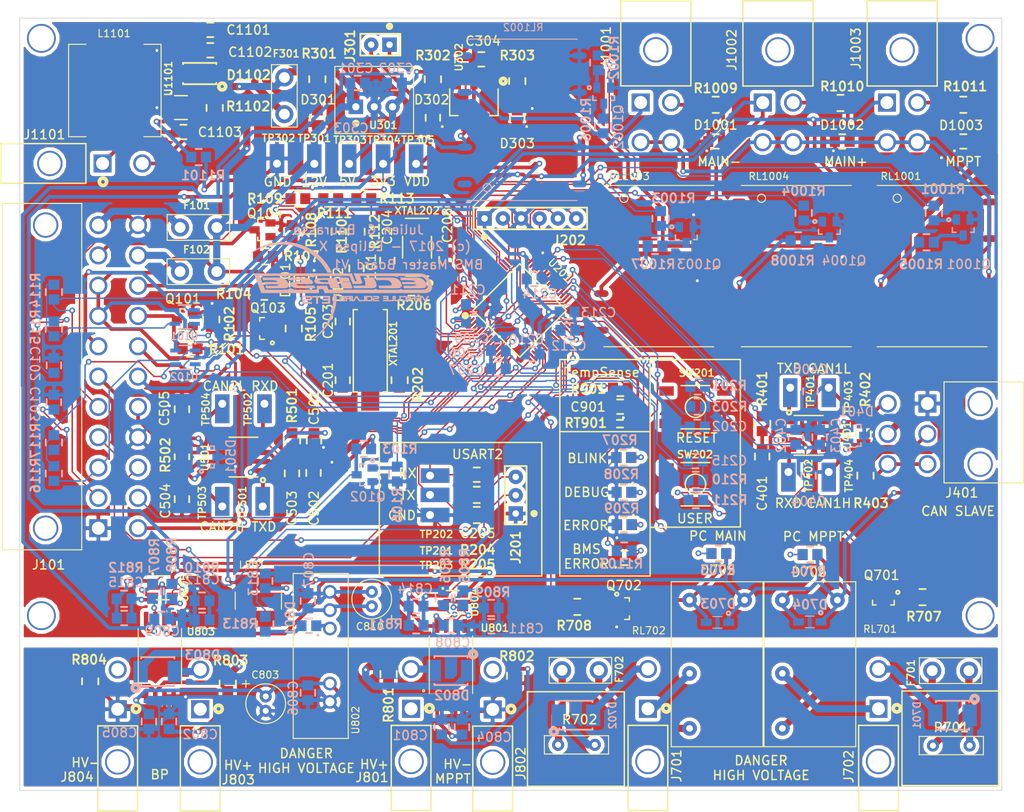
<source format=kicad_pcb>
(kicad_pcb (version 4) (host pcbnew 4.0.6)
  (title_block (title MasterBoard) (date 2017-06-25) (rev V1) (company "Eclipse Solar Car") (comment 1 "Part of BMS project"))
  (layers (0 F.Cu signal) (31 B.Cu signal) (34 B.Paste user hide) (35 F.Paste user hide) (36 B.SilkS user) (37 F.SilkS user) (38 B.Mask user) (39 F.Mask user) (44 Edge.Cuts user))
  (net 0 "")
  (net 1 DGND)
  (net 2 "Net-(C201-Pad2)")
  (net 3 /NRST)
  (net 4 "Net-(C203-Pad1)")
  (net 5 "Net-(C204-Pad2)")
  (net 6 VDD)
  (net 7 "Net-(C208-Pad1)")
  (net 8 /VBat)
  (net 9 "Net-(C212-Pad2)")
  (net 10 /STM32F446/USER_BTN)
  (net 11 12V)
  (net 12 5V)
  (net 13 3.3V)
  (net 14 "Net-(C401-Pad2)")
  (net 15 /CAN1/CAN_N)
  (net 16 /CAN1/CAN_P)
  (net 17 "Net-(C501-Pad1)")
  (net 18 /CAN2_H)
  (net 19 /CAN2_L)
  (net 20 "Net-(C801-Pad1)")
  (net 21 "Net-(C802-Pad1)")
  (net 22 /Isolated/VoltageSense/5V_ISO)
  (net 23 "Net-(C807-Pad1)")
  (net 24 "Net-(C811-Pad2)")
  (net 25 "Net-(C812-Pad2)")
  (net 26 /PB0)
  (net 27 "Net-(C814-Pad2)")
  (net 28 /PB1)
  (net 29 "Net-(C815-Pad2)")
  (net 30 /NTC_1_ADC)
  (net 31 "Net-(C1103-Pad1)")
  (net 32 "Net-(C1103-Pad2)")
  (net 33 "Net-(D201-Pad1)")
  (net 34 /PC6)
  (net 35 "Net-(D202-Pad1)")
  (net 36 /PB15)
  (net 37 "Net-(D203-Pad1)")
  (net 38 /PB14)
  (net 39 "Net-(D301-Pad2)")
  (net 40 "Net-(D302-Pad2)")
  (net 41 "Net-(D303-Pad2)")
  (net 42 "Net-(D701-Pad2)")
  (net 43 "Net-(D701-Pad1)")
  (net 44 "Net-(D702-Pad2)")
  (net 45 "Net-(D702-Pad1)")
  (net 46 "Net-(D703-Pad2)")
  (net 47 "Net-(D704-Pad2)")
  (net 48 "Net-(D705-Pad2)")
  (net 49 "Net-(D706-Pad2)")
  (net 50 "Net-(D801-Pad1)")
  (net 51 "Net-(D801-Pad2)")
  (net 52 "Net-(D1001-Pad2)")
  (net 53 "Net-(D1002-Pad2)")
  (net 54 "Net-(D1003-Pad2)")
  (net 55 "Net-(D1101-Pad2)")
  (net 56 "Net-(D1102-Pad2)")
  (net 57 /12V_IN1)
  (net 58 /12V_IN2)
  (net 59 CAN_PWR)
  (net 60 "Net-(F701-Pad1)")
  (net 61 "Net-(F701-Pad2)")
  (net 62 "Net-(F702-Pad1)")
  (net 63 "Net-(F702-Pad2)")
  (net 64 /IO7)
  (net 65 /IO5)
  (net 66 /IO3)
  (net 67 /IO1)
  (net 68 /PWM2_OUT)
  (net 69 /ANA_SUP)
  (net 70 /IO8)
  (net 71 /IO2)
  (net 72 /ANA_IN)
  (net 73 /ANA1)
  (net 74 /ANA2)
  (net 75 /STM32F446/SWCLK)
  (net 76 /STM32F446/SWDIO)
  (net 77 /STM32F446/SWO)
  (net 78 /CAN1/Shield1)
  (net 79 "Net-(J701-Pad1)")
  (net 80 "Net-(J702-Pad1)")
  (net 81 /Isolated/VoltageSense/MPPT-HV+)
  (net 82 /Isolated/VoltageSense/BP-HV+)
  (net 83 "Net-(J1001-Pad2)")
  (net 84 "Net-(J1001-Pad3)")
  (net 85 "Net-(J1002-Pad2)")
  (net 86 "Net-(J1003-Pad2)")
  (net 87 /PC0)
  (net 88 /PB4)
  (net 89 /PC1)
  (net 90 /PC2)
  (net 91 "Net-(Q701-Pad1)")
  (net 92 "Net-(Q702-Pad1)")
  (net 93 "Net-(Q1001-Pad3)")
  (net 94 "Net-(Q1001-Pad1)")
  (net 95 "Net-(Q1002-Pad3)")
  (net 96 "Net-(Q1002-Pad1)")
  (net 97 "Net-(Q1003-Pad3)")
  (net 98 "Net-(Q1003-Pad1)")
  (net 99 "Net-(Q1004-Pad3)")
  (net 100 "Net-(Q1004-Pad1)")
  (net 101 "Net-(R201-Pad1)")
  (net 102 "Net-(R202-Pad1)")
  (net 103 "Net-(R206-Pad1)")
  (net 104 "Net-(R210-Pad1)")
  (net 105 /CAN1_TX)
  (net 106 /CAN2_TX)
  (net 107 /PA7)
  (net 108 /PC4)
  (net 109 "Net-(R805-Pad1)")
  (net 110 "Net-(R806-Pad1)")
  (net 111 "Net-(R807-Pad1)")
  (net 112 "Net-(R808-Pad1)")
  (net 113 /PC5)
  (net 114 /NTC_1_GPIO)
  (net 115 /PD2)
  (net 116 /PC11)
  (net 117 /PC12)
  (net 118 /PC10)
  (net 119 "Net-(R1005-Pad2)")
  (net 120 "Net-(R1006-Pad2)")
  (net 121 "Net-(R1007-Pad2)")
  (net 122 "Net-(R1008-Pad2)")
  (net 123 "Net-(R1101-Pad1)")
  (net 124 /PB8)
  (net 125 /PB9)
  (net 126 /CAN1_RX)
  (net 127 /CAN2_RX)
  (net 128 /PA4)
  (net 129 /PA5)
  (net 130 /PA6)
  (net 131 "Net-(D101-Pad2)")
  (net 132 "Net-(J801-Pad1)")
  (net 133 "Net-(J802-Pad2)")
  (net 134 "Net-(J803-Pad1)")
  (net 135 "Net-(J804-Pad2)")
  (net 136 "Net-(R109-Pad2)")
  (net 137 "Net-(RL1001-Pad4)")
  (net 138 "Net-(RL1001-Pad1)")
  (net 139 "Net-(RL1002-Pad4)")
  (net 140 "Net-(RL1002-Pad1)")
  (net 141 "Net-(RL1003-Pad4)")
  (net 142 "Net-(RL1003-Pad1)")
  (net 143 "Net-(RL1004-Pad4)")
  (net 144 "Net-(RL1004-Pad1)")
  (net 145 "Net-(SW201-Pad1)")
  (net 146 "Net-(SW201-Pad3)")
  (net 147 "Net-(SW202-Pad4)")
  (net 148 "Net-(SW202-Pad2)")
  (net 149 /PC3)
  (net 150 /PC7)
  (net 151 /PC8)
  (net 152 /PC9)
  (net 153 /PA8)
  (net 154 /PA9)
  (net 155 /PA10)
  (net 156 /PB2)
  (net 157 /PB10)
  (net 158 /PA15)
  (net 159 /PB5)
  (net 160 /PB6)
  (net 161 /PB7)
  (net 162 /BOOT0)
  (net 163 "Net-(U401-Pad5)")
  (net 164 "Net-(U401-Pad8)")
  (net 165 "Net-(U501-Pad5)")
  (net 166 "Net-(U501-Pad8)")
  (net 167 "Net-(XTAL202-Pad2)")
  (net 168 "Net-(XTAL202-Pad3)")
  (net 169 /STM32F446/PA3_RX)
  (net 170 /STM32F446/PA2_TX)
  (net 171 /RS232_TX)
  (net 172 /RS232_RX)
  (net 173 "Net-(D802-Pad2)")
  (net 174 "Net-(D803-Pad2)")
  (net 175 "Net-(C102-Pad1)")
  (net 176 "Net-(C103-Pad1)")
  (net 177 "Net-(R114-Pad2)")
  (net 178 "Net-(R116-Pad1)")
  (module Connectors:PAD_TH_0.9mm (layer F.Cu) (at 203.2 23)
    (fp_text reference REF** hide)
    (fp_text value "Pad TH 0.9mm" hide)
    (pad 1 thru_hole circle (at 0 0) (size 4 4) (drill 3.5) (layers *.Cu *.Mask))
  )
  (module Connectors:PAD_TH_0.9mm (layer F.Cu) (at 203.2 103)
    (fp_text reference REF** hide)
    (fp_text value "Pad TH 0.9mm" hide)
    (pad 1 thru_hole circle (at 0 0) (size 4 4) (drill 3.5) (layers *.Cu *.Mask))
  )
  (module Connectors:PAD_TH_0.9mm (layer F.Cu) (at 73.2 103)
    (fp_text reference REF** hide)
    (fp_text value "Pad TH 0.9mm" hide)
    (pad 1 thru_hole circle (at 0 0) (size 4 4) (drill 3.5) (layers *.Cu *.Mask))
  )
  (module Diodes:DO-214AA_SMB (layer B.Cu) (at 199.375 116.8 180)
    (fp_text reference D701 (at 4.915 0 450) (layer B.SilkS) (effects (font (thickness 0.2032)) (justify mirror)))
    (fp_text value NRVBS3200T3G hide)
    (pad 1 smd rect (at -2.375 0 180) (size 2 3) (layers B.Cu B.Paste B.Mask) (net 43 "Net-(D701-Pad1)"))
    (pad 2 smd rect (at 2.375 0 180) (size 2 3) (layers B.Cu B.Paste B.Mask) (net 42 "Net-(D701-Pad2)"))
  )
  (module Connectors:649002227222 (layer F.Cu) (at 189.1284 123.2)
    (fp_text reference J702 (at -4.1148 0.7128 90) (layer F.SilkS) (effects (font (size 1.27 1.27) (thickness 0.2032))))
    (fp_text value 649002227222 hide)
    (pad 2 thru_hole circle (at 0 -12.8) (size 2.5 2.5) (drill 1.8) (layers *.Cu *.Mask) (net 42 "Net-(D701-Pad2)"))
    (pad 1 thru_hole rect (at 0 -7.3) (size 2.5 2.5) (drill 1.8) (layers *.Cu *.Mask) (net 80 "Net-(J702-Pad1)"))
    (pad 3 thru_hole circle (at 0 0) (size 3.508 3.508) (drill 3) (layers *.Cu *.Mask))
  )
  (module Resistors:TR50 (layer F.Cu) (at 199.20966 121 180)
    (fp_text reference R701 (at -0.00254 2.50928 180) (layer F.SilkS) (effects (font (size 1.27 1.27) (thickness 0.2032))))
    (fp_text value TR50JBC100R hide)
    (pad 2 thru_hole circle (at 2.54 0 180) (size 1.6764 1.6764) (drill 0.8382) (layers *.Cu *.Mask) (net 60 "Net-(F701-Pad1)"))
    (pad 1 thru_hole circle (at -2.54 0 180) (size 1.6764 1.6764) (drill 0.8382) (layers *.Cu *.Mask) (net 43 "Net-(D701-Pad1)"))
  )
  (module Resistors:R0805 (layer B.Cu) (at 168.02884 94.37624 180)
    (fp_text reference R703 (at 1.15338 -2.33426 180) (layer B.SilkS) (effects (font (size 1.27 1.27) (thickness 0.254)) (justify mirror)))
    (fp_text value RC0805JR-071KL hide)
    (pad 1 smd rect (at 0 0 180) (size 1.4 1.5) (layers B.Cu B.Paste B.Mask) (net 11 12V))
    (pad 2 smd rect (at 2.05 0 180) (size 1.4 1.5) (layers B.Cu B.Paste B.Mask) (net 48 "Net-(D705-Pad2)"))
  )
  (module Relays:ALQ312 (layer F.Cu) (at 166.7764 109.728 270)
    (fp_text reference RL702 (at -4.6609 9.45896 360) (layer F.SilkS))
    (fp_text value ALQ312)
    (pad 4 thru_hole circle (at 8.89 3.81 270) (size 2.032 2.032) (drill 0.9144) (layers *.Cu *.Mask) (net 63 "Net-(F702-Pad2)"))
    (pad 3 thru_hole circle (at 1.27 3.81 270) (size 2.032 2.032) (drill 0.9144) (layers *.Cu *.Mask) (net 79 "Net-(J701-Pad1)"))
    (pad 2 thru_hole circle (at -8.89 3.81 270) (size 2.032 2.032) (drill 0.9144) (layers *.Cu *.Mask) (net 46 "Net-(D703-Pad2)"))
    (pad 1 thru_hole circle (at -8.89 -3.81 270) (size 2.032 2.032) (drill 0.9144) (layers *.Cu *.Mask) (net 11 12V))
  )
  (module Relays:ALQ312 (layer F.Cu) (at 179.6288 109.728 270)
    (fp_text reference RL701 (at -4.87172 -9.71804 360) (layer F.SilkS))
    (fp_text value ALQ312)
    (pad 4 thru_hole circle (at 8.89 3.81 270) (size 2.032 2.032) (drill 0.9144) (layers *.Cu *.Mask) (net 61 "Net-(F701-Pad2)"))
    (pad 3 thru_hole circle (at 1.27 3.81 270) (size 2.032 2.032) (drill 0.9144) (layers *.Cu *.Mask) (net 80 "Net-(J702-Pad1)"))
    (pad 2 thru_hole circle (at -8.89 3.81 270) (size 2.032 2.032) (drill 0.9144) (layers *.Cu *.Mask) (net 47 "Net-(D704-Pad2)"))
    (pad 1 thru_hole circle (at -8.89 -3.81 270) (size 2.032 2.032) (drill 0.9144) (layers *.Cu *.Mask) (net 11 12V))
  )
  (module Connectors:649022227222 (layer F.Cu) (at 73.787 69.8754 270)
    (fp_text reference J101 (at 26.0778 -0.4162 360) (layer F.SilkS) (effects (font (size 1.27 1.27) (thickness 0.2032))))
    (fp_text value 649022227222 hide)
    (pad 24 thru_hole circle (at -21 0 270) (size 3.508 3.508) (drill 3) (layers *.Cu *.Mask))
    (pad 22 thru_hole circle (at -21 -12.8 270) (size 2.5 2.5) (drill 1.8) (layers *.Cu *.Mask) (net 1 DGND))
    (pad 21 thru_hole circle (at -16.8 -12.8 270) (size 2.5 2.5) (drill 1.8) (layers *.Cu *.Mask) (net 58 /12V_IN2))
    (pad 20 thru_hole circle (at -12.6 -12.8 270) (size 2.5 2.5) (drill 1.8) (layers *.Cu *.Mask) (net 64 /IO7))
    (pad 19 thru_hole circle (at -8.4 -12.8 270) (size 2.5 2.5) (drill 1.8) (layers *.Cu *.Mask) (net 65 /IO5))
    (pad 18 thru_hole circle (at -4.2 -12.8 270) (size 2.5 2.5) (drill 1.8) (layers *.Cu *.Mask) (net 66 /IO3))
    (pad 17 thru_hole circle (at 0 -12.8 270) (size 2.5 2.5) (drill 1.8) (layers *.Cu *.Mask) (net 67 /IO1))
    (pad 16 thru_hole circle (at 4.2 -12.8 270) (size 2.5 2.5) (drill 1.8) (layers *.Cu *.Mask) (net 18 /CAN2_H))
    (pad 15 thru_hole circle (at 8.4 -12.8 270) (size 2.5 2.5) (drill 1.8) (layers *.Cu *.Mask) (net 1 DGND))
    (pad 14 thru_hole circle (at 12.6 -12.8 270) (size 2.5 2.5) (drill 1.8) (layers *.Cu *.Mask) (net 171 /RS232_TX))
    (pad 13 thru_hole circle (at 16.8 -12.8 270) (size 2.5 2.5) (drill 1.8) (layers *.Cu *.Mask) (net 68 /PWM2_OUT))
    (pad 12 thru_hole circle (at 21 -12.8 270) (size 2.5 2.5) (drill 1.8) (layers *.Cu *.Mask) (net 69 /ANA_SUP))
    (pad 11 thru_hole circle (at -21 -7.3 270) (size 2.5 2.5) (drill 1.8) (layers *.Cu *.Mask) (net 57 /12V_IN1))
    (pad 10 thru_hole circle (at -16.8 -7.3 270) (size 2.5 2.5) (drill 1.8) (layers *.Cu *.Mask) (net 70 /IO8))
    (pad 9 thru_hole circle (at -12.6 -7.3 270) (size 2.5 2.5) (drill 1.8) (layers *.Cu *.Mask) (net 11 12V))
    (pad 8 thru_hole circle (at -8.4 -7.3 270) (size 2.5 2.5) (drill 1.8) (layers *.Cu *.Mask) (net 11 12V))
    (pad 7 thru_hole circle (at -4.2 -7.3 270) (size 2.5 2.5) (drill 1.8) (layers *.Cu *.Mask) (net 71 /IO2))
    (pad 6 thru_hole circle (at 0 -7.3 270) (size 2.5 2.5) (drill 1.8) (layers *.Cu *.Mask) (net 19 /CAN2_L))
    (pad 5 thru_hole circle (at 4.2 -7.3 270) (size 2.5 2.5) (drill 1.8) (layers *.Cu *.Mask) (net 72 /ANA_IN))
    (pad 1 thru_hole rect (at 21 -7.3 270) (size 2.5 2.5) (drill 1.8) (layers *.Cu *.Mask) (net 1 DGND))
    (pad 2 thru_hole circle (at 16.8 -7.3 270) (size 2.5 2.5) (drill 1.8) (layers *.Cu *.Mask) (net 73 /ANA1))
    (pad 3 thru_hole circle (at 12.6 -7.3 270) (size 2.5 2.5) (drill 1.8) (layers *.Cu *.Mask) (net 74 /ANA2))
    (pad 4 thru_hole circle (at 8.4 -7.3 270) (size 2.5 2.5) (drill 1.8) (layers *.Cu *.Mask) (net 172 /RS232_RX))
    (pad 23 thru_hole circle (at 21 0 270) (size 3.508 3.508) (drill 3) (layers *.Cu *.Mask))
  )
  (module Connectors:649002227222 (layer F.Cu) (at 74.3712 40.3352 270)
    (fp_text reference J1101 (at -4 0.75 360) (layer F.SilkS) (effects (font (size 1.27 1.27) (thickness 0.2032))))
    (fp_text value 649002227222 hide)
    (pad 2 thru_hole circle (at 0 -12.8 270) (size 2.5 2.5) (drill 1.8) (layers *.Cu *.Mask) (net 31 "Net-(C1103-Pad1)"))
    (pad 1 thru_hole rect (at 0 -7.3 270) (size 2.5 2.5) (drill 1.8) (layers *.Cu *.Mask) (net 32 "Net-(C1103-Pad2)"))
    (pad 3 thru_hole circle (at 0 0 270) (size 3.508 3.508) (drill 3) (layers *.Cu *.Mask))
  )
  (module IC:NCS1S2405SC (layer F.Cu) (at 111.8852 108.585 270)
    (fp_text reference U802 (at 8.89 -4.826 270) (layer F.SilkS))
    (fp_text value NCS1S2405SC)
    (pad 7 thru_hole circle (at 6.35 -1.27 270) (size 1.905 1.905) (drill 1.24968) (layers *.Cu *.Mask) (net 1 DGND))
    (pad 6 thru_hole circle (at 3.81 -1.27 270) (size 1.905 1.905) (drill 1.24968) (layers *.Cu *.Mask) (net 22 /Isolated/VoltageSense/5V_ISO))
    (pad 3 thru_hole circle (at -3.81 -1.27 270) (size 1.905 1.905) (drill 1.24968) (layers *.Cu *.Mask) (net 50 "Net-(D801-Pad1)"))
    (pad 2 thru_hole circle (at -6.35 -1.27 270) (size 1.905 1.905) (drill 1.24968) (layers *.Cu *.Mask) (net 23 "Net-(C807-Pad1)"))
    (pad 1 thru_hole circle (at -8.89 -1.27 270) (size 1.905 1.905) (drill 1.24968) (layers *.Cu *.Mask) (net 1 DGND))
  )
  (module Resistors:R0805 (layer B.Cu) (at 128.9032 101.5492 90)
    (fp_text reference R805 (at 5.461 2.921 90) (layer B.SilkS) (effects (font (size 1.27 1.27) (thickness 0.254)) (justify mirror)))
    (fp_text value RC0805JR-0710KL hide)
    (pad 1 smd rect (at 0 0 90) (size 1.4 1.5) (layers B.Cu B.Paste B.Mask) (net 109 "Net-(R805-Pad1)"))
    (pad 2 smd rect (at 2.05 0 90) (size 1.4 1.5) (layers B.Cu B.Paste B.Mask) (net 27 "Net-(C814-Pad2)"))
  )
  (module Fuses:TE5_395 (layer F.Cu) (at 94.9532 49.2032)
    (fp_text reference F101 (at -0.254 -3.048) (layer F.SilkS) (effects (font (thickness 0.2032))))
    (fp_text value 39505000440 hide)
    (pad 1 thru_hole circle (at -2.54 0) (size 2.5 2.5) (drill 1.5) (layers *.Cu *.Mask) (net 57 /12V_IN1))
    (pad 2 thru_hole circle (at 2.54 0) (size 2.5 2.5) (drill 1.5) (layers *.Cu *.Mask) (net 11 12V))
  )
  (module Diodes:LED_0805_GREEN (layer F.Cu) (at 168.0591 94.39148 180)
    (fp_text reference D705 (at 1.16332 -2.27584 180) (layer F.SilkS) (effects (font (size 1.27 1.27) (thickness 0.2032))))
    (fp_text value 150080VS75000 hide)
    (pad 1 smd rect (at 0 0 180) (size 1.4 1.5) (layers F.Cu F.Paste F.Mask) (net 46 "Net-(D703-Pad2)"))
    (pad 2 smd rect (at 2.05 0 180) (size 1.4 1.5) (layers F.Cu F.Paste F.Mask) (net 48 "Net-(D705-Pad2)"))
  )
  (module IC:SOT-23-3 (layer F.Cu) (at 189.8015 100.8634 180)
    (fp_text reference Q701 (at 0.24384 3.4671 180) (layer F.SilkS) (effects (font (size 1.27 1.27) (thickness 0.2032))))
    (fp_text value BC849BLT1G hide)
    (pad 3 smd rect (at 0 -1.1 180) (size 1 1.4) (layers F.Cu F.Paste F.Mask) (net 47 "Net-(D704-Pad2)"))
    (pad 2 smd rect (at 0.95 1.1 180) (size 1 1.4) (layers F.Cu F.Paste F.Mask) (net 1 DGND))
    (pad 1 smd rect (at -0.95 1.1 180) (size 1 1.4) (layers F.Cu F.Paste F.Mask) (net 91 "Net-(Q701-Pad1)"))
  )
  (module IC:SSO-8 (layer F.Cu) (at 129.9192 109.8042)
    (fp_text reference U801 (at 6.0808 -5.1042) (layer F.SilkS) (effects (font (thickness 0.2032))))
    (fp_text value ACPL-C87A-500E hide)
    (pad 5 smd rect (at 1.905 -5.3721) (size 0.635 1.905) (layers F.Cu F.Paste F.Mask) (net 1 DGND))
    (pad 6 smd rect (at 0.635 -5.3721) (size 0.635 1.905) (layers F.Cu F.Paste F.Mask) (net 110 "Net-(R806-Pad1)"))
    (pad 7 smd rect (at -0.635 -5.3721) (size 0.635 1.905) (layers F.Cu F.Paste F.Mask) (net 109 "Net-(R805-Pad1)"))
    (pad 8 smd rect (at -1.905 -5.3721) (size 0.635 1.905) (layers F.Cu F.Paste F.Mask) (net 12 5V))
    (pad 4 smd rect (at 1.905 5.3721) (size 0.635 1.905) (layers F.Cu F.Paste F.Mask) (net 1 DGND))
    (pad 3 smd rect (at 0.635 5.3721) (size 0.635 1.905) (layers F.Cu F.Paste F.Mask) (net 1 DGND))
    (pad 2 smd rect (at -0.635 5.3721) (size 0.635 1.905) (layers F.Cu F.Paste F.Mask) (net 20 "Net-(C801-Pad1)"))
    (pad 1 smd rect (at -1.905 5.3721) (size 0.635 1.905) (layers F.Cu F.Paste F.Mask) (net 22 /Isolated/VoltageSense/5V_ISO))
  )
  (module Resistors:R0805 (layer B.Cu) (at 150.3172 25.3492 270)
    (fp_text reference R1002 (at 0.3258 -2.1828 270) (layer B.SilkS) (effects (font (size 1.27 1.27) (thickness 0.254)) (justify mirror)))
    (fp_text value RC0805JR-0710KL hide)
    (pad 1 smd rect (at 0 0 270) (size 1.4 1.5) (layers B.Cu B.Paste B.Mask) (net 116 /PC11))
    (pad 2 smd rect (at 2.05 0 270) (size 1.4 1.5) (layers B.Cu B.Paste B.Mask) (net 96 "Net-(Q1002-Pad1)"))
  )
  (module Relays:CPC1907B (layer F.Cu) (at 177.7492 54.5592)
    (fp_text reference RL1004 (at -3.81 -12.446) (layer F.SilkS))
    (fp_text value CPC1907B)
    (pad 7 smd oval (at 7.9502 -3.81) (size 2.0066 0.9398) (layers F.Cu F.Paste F.Mask) (net 66 /IO3))
    (pad 8 smd oval (at 7.9502 -8.89) (size 2.0066 0.9398) (layers F.Cu F.Paste F.Mask) (net 66 /IO3))
    (pad 6 smd oval (at 7.9502 3.81) (size 2.0066 0.9398) (layers F.Cu F.Paste F.Mask) (net 1 DGND))
    (pad 5 smd oval (at 7.9502 8.89) (size 2.0066 0.9398) (layers F.Cu F.Paste F.Mask) (net 1 DGND))
    (pad 4 smd oval (at -7.9502 8.89) (size 2.0066 0.9398) (layers F.Cu F.Paste F.Mask) (net 143 "Net-(RL1004-Pad4)"))
    (pad 3 smd oval (at -7.9502 3.81) (size 2.0066 0.9398) (layers F.Cu F.Paste F.Mask) (net 122 "Net-(R1008-Pad2)"))
    (pad 1 smd oval (at -7.9502 -8.89) (size 2.0066 0.9398) (layers F.Cu F.Paste F.Mask) (net 144 "Net-(RL1004-Pad1)"))
    (pad 2 smd oval (at -7.9502 -3.81) (size 2.0066 0.9398) (layers F.Cu F.Paste F.Mask) (net 13 3.3V))
  )
  (module Resistors:R0805 (layer B.Cu) (at 178.7652 46.1772 270)
    (fp_text reference R1004 (at -2.032 0 360) (layer B.SilkS) (effects (font (size 1.27 1.27) (thickness 0.254)) (justify mirror)))
    (fp_text value RC0805JR-0710KL hide)
    (pad 1 smd rect (at 0 0 270) (size 1.4 1.5) (layers B.Cu B.Paste B.Mask) (net 118 /PC10))
    (pad 2 smd rect (at 2.05 0 270) (size 1.4 1.5) (layers B.Cu B.Paste B.Mask) (net 100 "Net-(Q1004-Pad1)"))
  )
  (module Resistors:R0805 (layer F.Cu) (at 97.199291 31.617175 270)
    (fp_text reference R1102 (at 0.807825 -4.625709 540) (layer F.SilkS) (effects (font (size 1.27 1.27) (thickness 0.254))))
    (fp_text value RL0805FR-070R15L hide)
    (pad 1 smd rect (at 0 0 270) (size 1.4 1.5) (layers F.Cu F.Paste F.Mask) (net 11 12V))
    (pad 2 smd rect (at 2.05 0 270) (size 1.4 1.5) (layers F.Cu F.Paste F.Mask) (net 31 "Net-(C1103-Pad1)"))
  )
  (module Relays:CPC1907B (layer F.Cu) (at 158.6992 54.5592)
    (fp_text reference RL1003 (at -4.064 -12.446) (layer F.SilkS))
    (fp_text value CPC1907B)
    (pad 7 smd oval (at 7.9502 -3.81) (size 2.0066 0.9398) (layers F.Cu F.Paste F.Mask) (net 67 /IO1))
    (pad 8 smd oval (at 7.9502 -8.89) (size 2.0066 0.9398) (layers F.Cu F.Paste F.Mask) (net 67 /IO1))
    (pad 6 smd oval (at 7.9502 3.81) (size 2.0066 0.9398) (layers F.Cu F.Paste F.Mask) (net 1 DGND))
    (pad 5 smd oval (at 7.9502 8.89) (size 2.0066 0.9398) (layers F.Cu F.Paste F.Mask) (net 1 DGND))
    (pad 4 smd oval (at -7.9502 8.89) (size 2.0066 0.9398) (layers F.Cu F.Paste F.Mask) (net 141 "Net-(RL1003-Pad4)"))
    (pad 3 smd oval (at -7.9502 3.81) (size 2.0066 0.9398) (layers F.Cu F.Paste F.Mask) (net 121 "Net-(R1007-Pad2)"))
    (pad 1 smd oval (at -7.9502 -8.89) (size 2.0066 0.9398) (layers F.Cu F.Paste F.Mask) (net 142 "Net-(RL1003-Pad1)"))
    (pad 2 smd oval (at -7.9502 -3.81) (size 2.0066 0.9398) (layers F.Cu F.Paste F.Mask) (net 13 3.3V))
  )
  (module Relays:CPC1907B (layer F.Cu) (at 196.5452 54.5592)
    (fp_text reference RL1001 (at -4.318 -12.446) (layer F.SilkS))
    (fp_text value CPC1907B)
    (pad 7 smd oval (at 7.9502 -3.81) (size 2.0066 0.9398) (layers F.Cu F.Paste F.Mask) (net 11 12V))
    (pad 8 smd oval (at 7.9502 -8.89) (size 2.0066 0.9398) (layers F.Cu F.Paste F.Mask) (net 11 12V))
    (pad 6 smd oval (at 7.9502 3.81) (size 2.0066 0.9398) (layers F.Cu F.Paste F.Mask) (net 84 "Net-(J1001-Pad3)"))
    (pad 5 smd oval (at 7.9502 8.89) (size 2.0066 0.9398) (layers F.Cu F.Paste F.Mask) (net 84 "Net-(J1001-Pad3)"))
    (pad 4 smd oval (at -7.9502 8.89) (size 2.0066 0.9398) (layers F.Cu F.Paste F.Mask) (net 137 "Net-(RL1001-Pad4)"))
    (pad 3 smd oval (at -7.9502 3.81) (size 2.0066 0.9398) (layers F.Cu F.Paste F.Mask) (net 119 "Net-(R1005-Pad2)"))
    (pad 1 smd oval (at -7.9502 -8.89) (size 2.0066 0.9398) (layers F.Cu F.Paste F.Mask) (net 138 "Net-(RL1001-Pad1)"))
    (pad 2 smd oval (at -7.9502 -3.81) (size 2.0066 0.9398) (layers F.Cu F.Paste F.Mask) (net 13 3.3V))
  )
  (module Crystals:ABS25 (layer F.Cu) (at 125.222 51.943 90)
    (fp_text reference XTAL202 (at 5.0673 0.0127 180) (layer F.SilkS) (effects (font (thickness 0.2032))))
    (fp_text value ABS25-32.768KHZ-6-T hide)
    (pad 1 smd rect (at -2.825 1.65 90) (size 1.6 2) (layers F.Cu F.Paste F.Mask) (net 7 "Net-(C208-Pad1)"))
    (pad 2 smd rect (at 2.825 1.65 90) (size 1.6 2) (layers F.Cu F.Paste F.Mask) (net 167 "Net-(XTAL202-Pad2)"))
    (pad 3 smd rect (at 2.825 -1.65 90) (size 1.6 2) (layers F.Cu F.Paste F.Mask) (net 168 "Net-(XTAL202-Pad3)"))
    (pad 4 smd rect (at -2.825 -1.65 90) (size 1.6 2) (layers F.Cu F.Paste F.Mask) (net 5 "Net-(C204-Pad2)"))
  )
  (module Crystals:HC49_US (layer F.Cu) (at 118.745 66.294 90)
    (fp_text reference XTAL201 (at 1.019 3.18 90) (layer F.SilkS) (effects (font (thickness 0.2032))))
    (fp_text value ABLS-8.000MHZ-D-T hide)
    (pad 1 smd rect (at -5 0 90) (size 6.6 2.5) (layers F.Cu F.Paste F.Mask) (net 2 "Net-(C201-Pad2)"))
    (pad 2 smd rect (at 5 0 90) (size 6.6 2.5) (layers F.Cu F.Paste F.Mask) (net 4 "Net-(C203-Pad1)"))
  )
  (module IC:SOT-23-5 (layer F.Cu) (at 92.529491 32.595075 270)
    (fp_text reference U1101 (at -4.020075 1.724491 450) (layer F.SilkS) (effects (font (thickness 0.2032))))
    (fp_text value AL8807W5-7 hide)
    (pad 4 smd rect (at 0.95 -1.35 270) (size 0.55 1.5) (layers F.Cu F.Paste F.Mask) (net 31 "Net-(C1103-Pad1)"))
    (pad 5 smd rect (at -0.95 -1.35 270) (size 0.55 1.5) (layers F.Cu F.Paste F.Mask) (net 11 12V))
    (pad 1 smd rect (at -0.95 1.35 270) (size 0.55 1.5) (layers F.Cu F.Paste F.Mask) (net 56 "Net-(D1102-Pad2)"))
    (pad 3 smd rect (at 0.95 1.35 270) (size 0.55 1.5) (layers F.Cu F.Paste F.Mask) (net 123 "Net-(R1101-Pad1)"))
    (pad 2 smd rect (at 0 1.35 270) (size 0.55 1.5) (layers F.Cu F.Paste F.Mask) (net 1 DGND))
  )
  (module IC:SOT-23-5 (layer F.Cu) (at 89.9922 99.1362 270)
    (fp_text reference U805 (at 0.01 -3.02 270) (layer F.SilkS) (effects (font (thickness 0.2032))))
    (fp_text value LMV321RILT hide)
    (pad 4 smd rect (at 0.95 -1.35 270) (size 0.55 1.5) (layers F.Cu F.Paste F.Mask) (net 25 "Net-(C812-Pad2)"))
    (pad 5 smd rect (at -0.95 -1.35 270) (size 0.55 1.5) (layers F.Cu F.Paste F.Mask) (net 13 3.3V))
    (pad 1 smd rect (at -0.95 1.35 270) (size 0.55 1.5) (layers F.Cu F.Paste F.Mask) (net 28 /PB1))
    (pad 3 smd rect (at 0.95 1.35 270) (size 0.55 1.5) (layers F.Cu F.Paste F.Mask) (net 29 "Net-(C815-Pad2)"))
    (pad 2 smd rect (at 0 1.35 270) (size 0.55 1.5) (layers F.Cu F.Paste F.Mask) (net 1 DGND))
  )
  (module IC:SOT-23-5 (layer F.Cu) (at 130.1732 101.1682 270)
    (fp_text reference U804 (at 0.01 -3.02 270) (layer F.SilkS) (effects (font (thickness 0.2032))))
    (fp_text value LMV321RILT hide)
    (pad 4 smd rect (at 0.95 -1.35 270) (size 0.55 1.5) (layers F.Cu F.Paste F.Mask) (net 24 "Net-(C811-Pad2)"))
    (pad 5 smd rect (at -0.95 -1.35 270) (size 0.55 1.5) (layers F.Cu F.Paste F.Mask) (net 13 3.3V))
    (pad 1 smd rect (at -0.95 1.35 270) (size 0.55 1.5) (layers F.Cu F.Paste F.Mask) (net 26 /PB0))
    (pad 3 smd rect (at 0.95 1.35 270) (size 0.55 1.5) (layers F.Cu F.Paste F.Mask) (net 27 "Net-(C814-Pad2)"))
    (pad 2 smd rect (at 0 1.35 270) (size 0.55 1.5) (layers F.Cu F.Paste F.Mask) (net 1 DGND))
  )
  (module IC:SSO-8 (layer F.Cu) (at 89.6112 108.7882)
    (fp_text reference U803 (at 5.6888 -3.5882 180) (layer F.SilkS) (effects (font (thickness 0.2032))))
    (fp_text value ACPL-C87A-500E hide)
    (pad 5 smd rect (at 1.905 -5.3721) (size 0.635 1.905) (layers F.Cu F.Paste F.Mask) (net 1 DGND))
    (pad 6 smd rect (at 0.635 -5.3721) (size 0.635 1.905) (layers F.Cu F.Paste F.Mask) (net 112 "Net-(R808-Pad1)"))
    (pad 7 smd rect (at -0.635 -5.3721) (size 0.635 1.905) (layers F.Cu F.Paste F.Mask) (net 111 "Net-(R807-Pad1)"))
    (pad 8 smd rect (at -1.905 -5.3721) (size 0.635 1.905) (layers F.Cu F.Paste F.Mask) (net 12 5V))
    (pad 4 smd rect (at 1.905 5.3721) (size 0.635 1.905) (layers F.Cu F.Paste F.Mask) (net 1 DGND))
    (pad 3 smd rect (at 0.635 5.3721) (size 0.635 1.905) (layers F.Cu F.Paste F.Mask) (net 1 DGND))
    (pad 2 smd rect (at -0.635 5.3721) (size 0.635 1.905) (layers F.Cu F.Paste F.Mask) (net 21 "Net-(C802-Pad1)"))
    (pad 1 smd rect (at -1.905 5.3721) (size 0.635 1.905) (layers F.Cu F.Paste F.Mask) (net 22 /Isolated/VoltageSense/5V_ISO))
  )
  (module IC:SOIC-8 (layer F.Cu) (at 101.1832 81.0252 90)
    (fp_text reference U501 (at 0 -5.33 90) (layer F.SilkS) (effects (font (thickness 0.2032))))
    (fp_text value SN65HVD232DR hide)
    (pad 5 smd rect (at 1.905 -2.7 90) (size 0.75 2) (layers F.Cu F.Paste F.Mask) (net 165 "Net-(U501-Pad5)"))
    (pad 6 smd rect (at 0.635 -2.7 90) (size 0.75 2) (layers F.Cu F.Paste F.Mask) (net 19 /CAN2_L))
    (pad 7 smd rect (at -0.635 -2.7 90) (size 0.75 2) (layers F.Cu F.Paste F.Mask) (net 18 /CAN2_H))
    (pad 8 smd rect (at -1.905 -2.7 90) (size 0.75 2) (layers F.Cu F.Paste F.Mask) (net 166 "Net-(U501-Pad8)"))
    (pad 4 smd rect (at 1.905 2.7 90) (size 0.75 2) (layers F.Cu F.Paste F.Mask) (net 127 /CAN2_RX))
    (pad 3 smd rect (at 0.635 2.7 90) (size 0.75 2) (layers F.Cu F.Paste F.Mask) (net 6 VDD))
    (pad 2 smd rect (at -0.635 2.7 90) (size 0.75 2) (layers F.Cu F.Paste F.Mask) (net 1 DGND))
    (pad 1 smd rect (at -1.905 2.7 90) (size 0.75 2) (layers F.Cu F.Paste F.Mask) (net 17 "Net-(C501-Pad1)"))
  )
  (module IC:SOIC-8 (layer F.Cu) (at 179.4459 78.016 270)
    (fp_text reference U401 (at 0 -5.33 270) (layer F.SilkS) (effects (font (thickness 0.2032))))
    (fp_text value SN65HVD232DR hide)
    (pad 5 smd rect (at 1.905 -2.7 270) (size 0.75 2) (layers F.Cu F.Paste F.Mask) (net 163 "Net-(U401-Pad5)"))
    (pad 6 smd rect (at 0.635 -2.7 270) (size 0.75 2) (layers F.Cu F.Paste F.Mask) (net 15 /CAN1/CAN_N))
    (pad 7 smd rect (at -0.635 -2.7 270) (size 0.75 2) (layers F.Cu F.Paste F.Mask) (net 16 /CAN1/CAN_P))
    (pad 8 smd rect (at -1.905 -2.7 270) (size 0.75 2) (layers F.Cu F.Paste F.Mask) (net 164 "Net-(U401-Pad8)"))
    (pad 4 smd rect (at 1.905 2.7 270) (size 0.75 2) (layers F.Cu F.Paste F.Mask) (net 126 /CAN1_RX))
    (pad 3 smd rect (at 0.635 2.7 270) (size 0.75 2) (layers F.Cu F.Paste F.Mask) (net 6 VDD))
    (pad 2 smd rect (at -0.635 2.7 270) (size 0.75 2) (layers F.Cu F.Paste F.Mask) (net 1 DGND))
    (pad 1 smd rect (at -1.905 2.7 270) (size 0.75 2) (layers F.Cu F.Paste F.Mask) (net 14 "Net-(C401-Pad2)"))
  )
  (module IC:SOT-223-3 (layer F.Cu) (at 133.096 31.856 180)
    (fp_text reference U302 (at 2.071 6.231 270) (layer F.SilkS) (effects (font (thickness 0.2032))))
    (fp_text value AZ1117IH-3.3TRG1 hide)
    (pad 3 smd rect (at 2.3 2.9 180) (size 1 2.25) (layers F.Cu F.Paste F.Mask) (net 12 5V))
    (pad 2 smd rect (at 0 2.9 180) (size 1 2.25) (layers F.Cu F.Paste F.Mask) (net 13 3.3V))
    (pad 4 smd rect (at 0 -2.9 180) (size 3.5 2.25) (layers F.Cu F.Paste F.Mask) (net 13 3.3V))
    (pad 1 smd rect (at -2.3 2.9 180) (size 1 2.25) (layers F.Cu F.Paste F.Mask) (net 1 DGND))
  )
  (module Assembly:OKI-78SR_Vertical (layer F.Cu) (at 119.2911 32.4866)
    (fp_text reference U301 (at 1.27 2.54) (layer F.SilkS) (effects (font (thickness 0.2032))))
    (fp_text value OKI-78SR-5/1.5-W36-C hide)
    (pad 1 thru_hole rect (at -2.54 0) (size 2 2) (drill 1) (layers *.Cu *.Mask) (net 11 12V))
    (pad 2 thru_hole circle (at 0 0) (size 2 2) (drill 1) (layers *.Cu *.Mask) (net 1 DGND))
    (pad 3 thru_hole circle (at 2.54 0) (size 2 2) (drill 1) (layers *.Cu *.Mask) (net 12 5V))
  )
  (module IC:LQFP-64 (layer F.Cu) (at 139.446 60.706 315)
    (fp_text reference U201 (at 0 -7.874 315) (layer F.SilkS) (effects (font (thickness 0.1778))))
    (fp_text value STM32F446RE hide)
    (pad 1 smd rect (at -3.75 5.9 315) (size 0.3 1.5) (layers F.Cu F.Paste F.Mask) (net 8 /VBat))
    (pad 2 smd rect (at -3.25 5.9 315) (size 0.3 1.5) (layers F.Cu F.Paste F.Mask) (net 10 /STM32F446/USER_BTN))
    (pad 3 smd rect (at -2.75 5.9 315) (size 0.3 1.5) (layers F.Cu F.Paste F.Mask) (net 7 "Net-(C208-Pad1)"))
    (pad 4 smd rect (at -2.25 5.9 315) (size 0.3 1.5) (layers F.Cu F.Paste F.Mask) (net 103 "Net-(R206-Pad1)"))
    (pad 5 smd rect (at -1.75 5.9 315) (size 0.3 1.5) (layers F.Cu F.Paste F.Mask) (net 4 "Net-(C203-Pad1)"))
    (pad 6 smd rect (at -1.25 5.9 315) (size 0.3 1.5) (layers F.Cu F.Paste F.Mask) (net 102 "Net-(R202-Pad1)"))
    (pad 7 smd rect (at -0.75 5.9 315) (size 0.3 1.5) (layers F.Cu F.Paste F.Mask) (net 3 /NRST))
    (pad 8 smd rect (at -0.25 5.9 315) (size 0.3 1.5) (layers F.Cu F.Paste F.Mask) (net 87 /PC0))
    (pad 9 smd rect (at 0.25 5.9 315) (size 0.3 1.5) (layers F.Cu F.Paste F.Mask) (net 89 /PC1))
    (pad 10 smd rect (at 0.75 5.9 315) (size 0.3 1.5) (layers F.Cu F.Paste F.Mask) (net 90 /PC2))
    (pad 11 smd rect (at 1.25 5.9 315) (size 0.3 1.5) (layers F.Cu F.Paste F.Mask) (net 149 /PC3))
    (pad 12 smd rect (at 1.75 5.9 315) (size 0.3 1.5) (layers F.Cu F.Paste F.Mask) (net 1 DGND))
    (pad 13 smd rect (at 2.25 5.9 315) (size 0.3 1.5) (layers F.Cu F.Paste F.Mask) (net 6 VDD))
    (pad 14 smd rect (at 2.75 5.9 315) (size 0.3 1.5) (layers F.Cu F.Paste F.Mask) (net 114 /NTC_1_GPIO))
    (pad 15 smd rect (at 3.25 5.9 315) (size 0.3 1.5) (layers F.Cu F.Paste F.Mask) (net 30 /NTC_1_ADC))
    (pad 16 smd rect (at 3.75 5.9 315) (size 0.3 1.5) (layers F.Cu F.Paste F.Mask) (net 170 /STM32F446/PA2_TX))
    (pad 34 smd rect (at 3.25 -5.9 315) (size 0.3 1.5) (layers F.Cu F.Paste F.Mask) (net 106 /CAN2_TX))
    (pad 35 smd rect (at 2.75 -5.9 315) (size 0.3 1.5) (layers F.Cu F.Paste F.Mask) (net 38 /PB14))
    (pad 36 smd rect (at 2.25 -5.9 315) (size 0.3 1.5) (layers F.Cu F.Paste F.Mask) (net 36 /PB15))
    (pad 37 smd rect (at 1.75 -5.9 315) (size 0.3 1.5) (layers F.Cu F.Paste F.Mask) (net 34 /PC6))
    (pad 38 smd rect (at 1.25 -5.9 315) (size 0.3 1.5) (layers F.Cu F.Paste F.Mask) (net 150 /PC7))
    (pad 39 smd rect (at 0.75 -5.9 315) (size 0.3 1.5) (layers F.Cu F.Paste F.Mask) (net 151 /PC8))
    (pad 40 smd rect (at 0.25 -5.9 315) (size 0.3 1.5) (layers F.Cu F.Paste F.Mask) (net 152 /PC9))
    (pad 41 smd rect (at -0.25 -5.9 315) (size 0.3 1.5) (layers F.Cu F.Paste F.Mask) (net 153 /PA8))
    (pad 42 smd rect (at -0.75 -5.9 315) (size 0.3 1.5) (layers F.Cu F.Paste F.Mask) (net 154 /PA9))
    (pad 43 smd rect (at -1.25 -5.9 315) (size 0.3 1.5) (layers F.Cu F.Paste F.Mask) (net 155 /PA10))
    (pad 44 smd rect (at -1.75 -5.9 315) (size 0.3 1.5) (layers F.Cu F.Paste F.Mask) (net 126 /CAN1_RX))
    (pad 45 smd rect (at -2.25 -5.9 315) (size 0.3 1.5) (layers F.Cu F.Paste F.Mask) (net 105 /CAN1_TX))
    (pad 46 smd rect (at -2.75 -5.9 315) (size 0.3 1.5) (layers F.Cu F.Paste F.Mask) (net 76 /STM32F446/SWDIO))
    (pad 47 smd rect (at -3.25 -5.9 315) (size 0.3 1.5) (layers F.Cu F.Paste F.Mask) (net 1 DGND))
    (pad 48 smd rect (at -3.75 -5.9 315) (size 0.3 1.5) (layers F.Cu F.Paste F.Mask) (net 6 VDD))
    (pad 33 smd rect (at 3.75 -5.9 315) (size 0.3 1.5) (layers F.Cu F.Paste F.Mask) (net 127 /CAN2_RX))
    (pad 17 smd rect (at 5.9 3.75 315) (size 1.5 0.3) (layers F.Cu F.Paste F.Mask) (net 169 /STM32F446/PA3_RX))
    (pad 18 smd rect (at 5.9 3.25 315) (size 1.5 0.3) (layers F.Cu F.Paste F.Mask) (net 1 DGND))
    (pad 19 smd rect (at 5.9 2.75 315) (size 1.5 0.3) (layers F.Cu F.Paste F.Mask) (net 6 VDD))
    (pad 20 smd rect (at 5.9 2.25 315) (size 1.5 0.3) (layers F.Cu F.Paste F.Mask) (net 128 /PA4))
    (pad 21 smd rect (at 5.9 1.75 315) (size 1.5 0.3) (layers F.Cu F.Paste F.Mask) (net 129 /PA5))
    (pad 22 smd rect (at 5.9 1.25 315) (size 1.5 0.3) (layers F.Cu F.Paste F.Mask) (net 130 /PA6))
    (pad 23 smd rect (at 5.9 0.75 315) (size 1.5 0.3) (layers F.Cu F.Paste F.Mask) (net 107 /PA7))
    (pad 24 smd rect (at 5.9 0.25 315) (size 1.5 0.3) (layers F.Cu F.Paste F.Mask) (net 108 /PC4))
    (pad 25 smd rect (at 5.9 -0.25 315) (size 1.5 0.3) (layers F.Cu F.Paste F.Mask) (net 113 /PC5))
    (pad 26 smd rect (at 5.9 -0.75 315) (size 1.5 0.3) (layers F.Cu F.Paste F.Mask) (net 26 /PB0))
    (pad 27 smd rect (at 5.9 -1.25 315) (size 1.5 0.3) (layers F.Cu F.Paste F.Mask) (net 28 /PB1))
    (pad 28 smd rect (at 5.9 -1.75 315) (size 1.5 0.3) (layers F.Cu F.Paste F.Mask) (net 156 /PB2))
    (pad 29 smd rect (at 5.9 -2.25 315) (size 1.5 0.3) (layers F.Cu F.Paste F.Mask) (net 157 /PB10))
    (pad 30 smd rect (at 5.9 -2.75 315) (size 1.5 0.3) (layers F.Cu F.Paste F.Mask) (net 9 "Net-(C212-Pad2)"))
    (pad 31 smd rect (at 5.9 -3.25 315) (size 1.5 0.3) (layers F.Cu F.Paste F.Mask) (net 1 DGND))
    (pad 32 smd rect (at 5.9 -3.75 315) (size 1.5 0.3) (layers F.Cu F.Paste F.Mask) (net 6 VDD))
    (pad 49 smd rect (at -5.9 -3.75 315) (size 1.5 0.3) (layers F.Cu F.Paste F.Mask) (net 75 /STM32F446/SWCLK))
    (pad 50 smd rect (at -5.9 -3.25 315) (size 1.5 0.3) (layers F.Cu F.Paste F.Mask) (net 158 /PA15))
    (pad 51 smd rect (at -5.9 -2.75 315) (size 1.5 0.3) (layers F.Cu F.Paste F.Mask) (net 118 /PC10))
    (pad 52 smd rect (at -5.9 -2.25 315) (size 1.5 0.3) (layers F.Cu F.Paste F.Mask) (net 116 /PC11))
    (pad 53 smd rect (at -5.9 -1.75 315) (size 1.5 0.3) (layers F.Cu F.Paste F.Mask) (net 117 /PC12))
    (pad 54 smd rect (at -5.9 -1.25 315) (size 1.5 0.3) (layers F.Cu F.Paste F.Mask) (net 115 /PD2))
    (pad 55 smd rect (at -5.9 -0.75 315) (size 1.5 0.3) (layers F.Cu F.Paste F.Mask) (net 77 /STM32F446/SWO))
    (pad 56 smd rect (at -5.9 -0.25 315) (size 1.5 0.3) (layers F.Cu F.Paste F.Mask) (net 88 /PB4))
    (pad 57 smd rect (at -5.9 0.25 315) (size 1.5 0.3) (layers F.Cu F.Paste F.Mask) (net 159 /PB5))
    (pad 58 smd rect (at -5.9 0.75 315) (size 1.5 0.3) (layers F.Cu F.Paste F.Mask) (net 160 /PB6))
    (pad 59 smd rect (at -5.9 1.25 315) (size 1.5 0.3) (layers F.Cu F.Paste F.Mask) (net 161 /PB7))
    (pad 60 smd rect (at -5.9 1.75 315) (size 1.5 0.3) (layers F.Cu F.Paste F.Mask) (net 162 /BOOT0))
    (pad 61 smd rect (at -5.9 2.25 315) (size 1.5 0.3) (layers F.Cu F.Paste F.Mask) (net 124 /PB8))
    (pad 62 smd rect (at -5.9 2.75 315) (size 1.5 0.3) (layers F.Cu F.Paste F.Mask) (net 125 /PB9))
    (pad 63 smd rect (at -5.9 3.25 315) (size 1.5 0.3) (layers F.Cu F.Paste F.Mask) (net 1 DGND))
    (pad 64 smd rect (at -5.9 3.75 315) (size 1.5 0.3) (layers F.Cu F.Paste F.Mask) (net 6 VDD))
  )
  (module IC:SOT-23-5 (layer B.Cu) (at 93.1452 67.2082 270)
    (fp_text reference U102 (at 2.675 0.15 540) (layer B.SilkS) (effects (font (thickness 0.2032)) (justify mirror)))
    (fp_text value LMV321RILT hide)
    (pad 4 smd rect (at 0.95 1.35 270) (size 0.55 1.5) (layers B.Cu B.Paste B.Mask) (net 178 "Net-(R116-Pad1)"))
    (pad 5 smd rect (at -0.95 1.35 270) (size 0.55 1.5) (layers B.Cu B.Paste B.Mask) (net 11 12V))
    (pad 1 smd rect (at -0.95 -1.35 270) (size 0.55 1.5) (layers B.Cu B.Paste B.Mask) (net 74 /ANA2))
    (pad 3 smd rect (at 0.95 -1.35 270) (size 0.55 1.5) (layers B.Cu B.Paste B.Mask) (net 129 /PA5))
    (pad 2 smd rect (at 0 -1.35 270) (size 0.55 1.5) (layers B.Cu B.Paste B.Mask) (net 1 DGND))
  )
  (module IC:SOT-23-5 (layer B.Cu) (at 93.0452 61.6082 270)
    (fp_text reference U101 (at 2.675 0.05 540) (layer B.SilkS) (effects (font (thickness 0.2032)) (justify mirror)))
    (fp_text value LMV321RILT hide)
    (pad 4 smd rect (at 0.95 1.35 270) (size 0.55 1.5) (layers B.Cu B.Paste B.Mask) (net 177 "Net-(R114-Pad2)"))
    (pad 5 smd rect (at -0.95 1.35 270) (size 0.55 1.5) (layers B.Cu B.Paste B.Mask) (net 11 12V))
    (pad 1 smd rect (at -0.95 -1.35 270) (size 0.55 1.5) (layers B.Cu B.Paste B.Mask) (net 73 /ANA1))
    (pad 3 smd rect (at 0.95 -1.35 270) (size 0.55 1.5) (layers B.Cu B.Paste B.Mask) (net 128 /PA4))
    (pad 2 smd rect (at 0 -1.35 270) (size 0.55 1.5) (layers B.Cu B.Paste B.Mask) (net 1 DGND))
  )
  (module Connectors:Keystone_5001 (layer F.Cu) (at 98.2552 73.6372 270)
    (fp_text reference TP504 (at 0.762 2.286 270) (layer F.SilkS) (effects (font (thickness 0.2032))))
    (fp_text value Test_Point_THM hide)
    (pad 1 thru_hole rect (at 0 0 270) (size 4 2) (drill 1.1 (offset 0.7 0)) (layers *.Cu *.Mask) (net 19 /CAN2_L))
  )
  (module Connectors:Keystone_5001 (layer F.Cu) (at 98.2552 87.8612 90)
    (fp_text reference TP503 (at 0.508 -2.794 90) (layer F.SilkS) (effects (font (thickness 0.2032))))
    (fp_text value Test_Point_THM hide)
    (pad 1 thru_hole rect (at 0 0 90) (size 4 2) (drill 1.1 (offset 0.7 0)) (layers *.Cu *.Mask) (net 18 /CAN2_H))
  )
  (module Connectors:Keystone_5001 (layer F.Cu) (at 104.0972 73.6372 270)
    (fp_text reference TP502 (at 0.762 2.286 270) (layer F.SilkS) (effects (font (thickness 0.2032))))
    (fp_text value Test_Point_THM hide)
    (pad 1 thru_hole rect (at 0 0 270) (size 4 2) (drill 1.1 (offset 0.7 0)) (layers *.Cu *.Mask) (net 127 /CAN2_RX))
  )
  (module Connectors:Keystone_5001 (layer F.Cu) (at 103.8432 87.8612 90)
    (fp_text reference TP501 (at 0.508 -2.794 90) (layer F.SilkS) (effects (font (thickness 0.2032))))
    (fp_text value Test_Point_THM hide)
    (pad 1 thru_hole rect (at 0 0 90) (size 4 2) (drill 1.1 (offset 0.7 0)) (layers *.Cu *.Mask) (net 17 "Net-(C501-Pad1)"))
  )
  (module Connectors:Keystone_5001 (layer F.Cu) (at 182.2399 83.096 270)
    (fp_text reference TP404 (at 0.508 -2.794 270) (layer F.SilkS) (effects (font (thickness 0.2032))))
    (fp_text value Test_Point_THM hide)
    (pad 1 thru_hole rect (at 0 0 270) (size 4 2) (drill 1.1 (offset 0.7 0)) (layers *.Cu *.Mask) (net 15 /CAN1/CAN_N))
  )
  (module Connectors:Keystone_5001 (layer F.Cu) (at 182.2399 71.412 270)
    (fp_text reference TP403 (at 1.338 -2.7351 270) (layer F.SilkS) (effects (font (thickness 0.2032))))
    (fp_text value Test_Point_THM hide)
    (pad 1 thru_hole rect (at 0 0 270) (size 4 2) (drill 1.1 (offset 0.7 0)) (layers *.Cu *.Mask) (net 16 /CAN1/CAN_P))
  )
  (module Connectors:Keystone_5001 (layer F.Cu) (at 176.6519 83.096 270)
    (fp_text reference TP402 (at 0.508 -2.794 270) (layer F.SilkS) (effects (font (thickness 0.2032))))
    (fp_text value Test_Point_THM hide)
    (pad 1 thru_hole rect (at 0 0 270) (size 4 2) (drill 1.1 (offset 0.7 0)) (layers *.Cu *.Mask) (net 126 /CAN1_RX))
  )
  (module Connectors:Keystone_5001 (layer F.Cu) (at 176.9059 71.412 270)
    (fp_text reference TP401 (at 0.508 -2.794 270) (layer F.SilkS) (effects (font (thickness 0.2032))))
    (fp_text value Test_Point_THM hide)
    (pad 1 thru_hole rect (at 0 0 270) (size 4 2) (drill 1.1 (offset 0.7 0)) (layers *.Cu *.Mask) (net 14 "Net-(C401-Pad2)"))
  )
  (module Connectors:Keystone_5001 (layer F.Cu) (at 125.095 40.386 90)
    (fp_text reference TP305 (at 3.302 0.254 180) (layer F.SilkS) (effects (font (thickness 0.2032))))
    (fp_text value Test_Point_THM hide)
    (pad 1 thru_hole rect (at 0 0 90) (size 4 2) (drill 1.1 (offset 0.7 0)) (layers *.Cu *.Mask) (net 6 VDD))
  )
  (module Connectors:Keystone_5001 (layer F.Cu) (at 120.523 40.386 90)
    (fp_text reference TP304 (at 3.302 0.127 180) (layer F.SilkS) (effects (font (thickness 0.2032))))
    (fp_text value Test_Point_THM hide)
    (pad 1 thru_hole rect (at 0 0 90) (size 4 2) (drill 1.1 (offset 0.7 0)) (layers *.Cu *.Mask) (net 13 3.3V))
  )
  (module Connectors:Keystone_5001 (layer F.Cu) (at 115.824 40.386 90)
    (fp_text reference TP303 (at 3.302 0.127 180) (layer F.SilkS) (effects (font (thickness 0.2032))))
    (fp_text value Test_Point_THM hide)
    (pad 1 thru_hole rect (at 0 0 90) (size 4 2) (drill 1.1 (offset 0.7 0)) (layers *.Cu *.Mask) (net 12 5V))
  )
  (module Connectors:Keystone_5001 (layer F.Cu) (at 105.8291 40.3606 90)
    (fp_text reference TP302 (at 3.5306 0.2159 180) (layer F.SilkS) (effects (font (thickness 0.2032))))
    (fp_text value Test_Point_THM hide)
    (pad 1 thru_hole rect (at 0 0 90) (size 4 2) (drill 1.1 (offset 0.7 0)) (layers *.Cu *.Mask) (net 1 DGND))
  )
  (module Connectors:Keystone_5001 (layer F.Cu) (at 110.998 40.386 90)
    (fp_text reference TP301 (at 3.5306 0 180) (layer F.SilkS) (effects (font (thickness 0.2032))))
    (fp_text value Test_Point_THM hide)
    (pad 1 thru_hole rect (at 0 0 90) (size 4 2) (drill 1.1 (offset 0.7 0)) (layers *.Cu *.Mask) (net 11 12V))
  )
  (module Connectors:Keystone_5001 (layer F.Cu) (at 127.0214 89.0538)
    (fp_text reference TP203 (at 0.889 6.985) (layer F.SilkS) (effects (font (thickness 0.2032))))
    (fp_text value Test_Point_THM hide)
    (pad 1 thru_hole rect (at 0 0) (size 4 2) (drill 1.1 (offset 0.7 0)) (layers *.Cu *.Mask) (net 1 DGND))
  )
  (module Connectors:Keystone_5001 (layer F.Cu) (at 127.0214 83.5928)
    (fp_text reference TP202 (at 0.889 8.128) (layer F.SilkS) (effects (font (thickness 0.2032))))
    (fp_text value Test_Point_THM hide)
    (pad 1 thru_hole rect (at 0 0) (size 4 2) (drill 1.1 (offset 0.7 0)) (layers *.Cu *.Mask) (net 169 /STM32F446/PA3_RX))
  )
  (module Connectors:Keystone_5001 (layer F.Cu) (at 127.0214 86.2598)
    (fp_text reference TP201 (at 0.889 7.747) (layer F.SilkS) (effects (font (thickness 0.2032))))
    (fp_text value Test_Point_THM hide)
    (pad 1 thru_hole rect (at 0 0) (size 4 2) (drill 1.1 (offset 0.7 0)) (layers *.Cu *.Mask) (net 170 /STM32F446/PA2_TX))
  )
  (module Switches:PTS645_6X6X4_SMD (layer F.Cu) (at 163.7792 84.7852 180)
    (fp_text reference SW202 (at 0.0635 4.1275 180) (layer F.SilkS) (effects (font (thickness 0.2032))))
    (fp_text value PTS645SM43SMTR92 hide)
    (pad 4 smd rect (at 4 2.25 180) (size 2 1.3) (layers F.Cu F.Paste F.Mask) (net 147 "Net-(SW202-Pad4)"))
    (pad 2 smd rect (at 4 -2.25 180) (size 2 1.3) (layers F.Cu F.Paste F.Mask) (net 148 "Net-(SW202-Pad2)"))
    (pad 1 smd rect (at -4 -2.25 180) (size 2 1.3) (layers F.Cu F.Paste F.Mask) (net 104 "Net-(R210-Pad1)"))
    (pad 3 smd rect (at -4 2.25 180) (size 2 1.3) (layers F.Cu F.Paste F.Mask) (net 1 DGND))
  )
  (module Switches:PTS645_6X6X4_SMD (layer F.Cu) (at 163.7792 74.1172)
    (fp_text reference SW201 (at 0.176 -4.744) (layer F.SilkS) (effects (font (thickness 0.2032))))
    (fp_text value PTS645SM43SMTR92 hide)
    (pad 4 smd rect (at 4 2.25) (size 2 1.3) (layers F.Cu F.Paste F.Mask) (net 1 DGND))
    (pad 2 smd rect (at 4 -2.25) (size 2 1.3) (layers F.Cu F.Paste F.Mask) (net 101 "Net-(R201-Pad1)"))
    (pad 1 smd rect (at -4 -2.25) (size 2 1.3) (layers F.Cu F.Paste F.Mask) (net 145 "Net-(SW201-Pad1)"))
    (pad 3 smd rect (at -4 2.25) (size 2 1.3) (layers F.Cu F.Paste F.Mask) (net 146 "Net-(SW201-Pad3)"))
  )
  (module Resistors:R0402 (layer F.Cu) (at 153.3512 76.3971 180)
    (fp_text reference RT901 (at 4.775 0.1 180) (layer F.SilkS) (effects (font (size 1.27 1.27) (thickness 0.254))))
    (fp_text value NCP15WB473F03RC hide)
    (pad 1 smd rect (at -0.45 0 180) (size 0.5 0.5) (layers F.Cu F.Paste F.Mask) (net 1 DGND))
    (pad 2 smd rect (at 0.45 0 180) (size 0.5 0.5) (layers F.Cu F.Paste F.Mask) (net 30 /NTC_1_ADC))
  )
  (module Resistors:R0805 (layer B.Cu) (at 154.94 93.98 180)
    (fp_text reference R1103 (at 1.465 -1.82 180) (layer B.SilkS) (effects (font (size 1.27 1.27) (thickness 0.254)) (justify mirror)))
    (fp_text value RC0805JR-07330RL hide)
    (pad 1 smd rect (at 0 0 180) (size 1.4 1.5) (layers B.Cu B.Paste B.Mask) (net 55 "Net-(D1101-Pad2)"))
    (pad 2 smd rect (at 2.05 0 180) (size 1.4 1.5) (layers B.Cu B.Paste B.Mask) (net 125 /PB9))
  )
  (module Resistors:R0805 (layer B.Cu) (at 93.9532 39.4532)
    (fp_text reference R1101 (at 1.651 2.54) (layer B.SilkS) (effects (font (size 1.27 1.27) (thickness 0.254)) (justify mirror)))
    (fp_text value RC0805JR-071KL hide)
    (pad 1 smd rect (at 0 0) (size 1.4 1.5) (layers B.Cu B.Paste B.Mask) (net 123 "Net-(R1101-Pad1)"))
    (pad 2 smd rect (at 2.05 0) (size 1.4 1.5) (layers B.Cu B.Paste B.Mask) (net 124 /PB8))
  )
  (module Resistors:R0805 (layer F.Cu) (at 199.8472 32.2072)
    (fp_text reference R1011 (at 1.27 -2.54) (layer F.SilkS) (effects (font (size 1.27 1.27) (thickness 0.254))))
    (fp_text value RC0805JR-071KL hide)
    (pad 1 smd rect (at 0 0) (size 1.4 1.5) (layers F.Cu F.Paste F.Mask) (net 86 "Net-(J1003-Pad2)"))
    (pad 2 smd rect (at 2.05 0) (size 1.4 1.5) (layers F.Cu F.Paste F.Mask) (net 54 "Net-(D1003-Pad2)"))
  )
  (module Resistors:R0805 (layer F.Cu) (at 182.8292 31.9532)
    (fp_text reference R1010 (at 1.27 -2.286) (layer F.SilkS) (effects (font (size 1.27 1.27) (thickness 0.254))))
    (fp_text value RC0805JR-071KL hide)
    (pad 1 smd rect (at 0 0) (size 1.4 1.5) (layers F.Cu F.Paste F.Mask) (net 85 "Net-(J1002-Pad2)"))
    (pad 2 smd rect (at 2.05 0) (size 1.4 1.5) (layers F.Cu F.Paste F.Mask) (net 53 "Net-(D1002-Pad2)"))
  )
  (module Resistors:R0805 (layer F.Cu) (at 165.5572 32.2072)
    (fp_text reference R1009 (at 1.016 -2.286 180) (layer F.SilkS) (effects (font (size 1.27 1.27) (thickness 0.254))))
    (fp_text value RC0805JR-071KL hide)
    (pad 1 smd rect (at 0 0) (size 1.4 1.5) (layers F.Cu F.Paste F.Mask) (net 83 "Net-(J1001-Pad2)"))
    (pad 2 smd rect (at 2.05 0) (size 1.4 1.5) (layers F.Cu F.Paste F.Mask) (net 52 "Net-(D1001-Pad2)"))
  )
  (module Resistors:R0805 (layer B.Cu) (at 179.0192 51.0032 180)
    (fp_text reference R1008 (at 1.778 -2.794 180) (layer B.SilkS) (effects (font (size 1.27 1.27) (thickness 0.254)) (justify mirror)))
    (fp_text value RC0805JR-072K2L hide)
    (pad 1 smd rect (at 0 0 180) (size 1.4 1.5) (layers B.Cu B.Paste B.Mask) (net 99 "Net-(Q1004-Pad3)"))
    (pad 2 smd rect (at 2.05 0 180) (size 1.4 1.5) (layers B.Cu B.Paste B.Mask) (net 122 "Net-(R1008-Pad2)"))
  )
  (module Resistors:R0805 (layer B.Cu) (at 159.2072 51.7652 180)
    (fp_text reference R1007 (at 1.27 -2.54 180) (layer B.SilkS) (effects (font (size 1.27 1.27) (thickness 0.254)) (justify mirror)))
    (fp_text value RC0805JR-072K2L hide)
    (pad 1 smd rect (at 0 0 180) (size 1.4 1.5) (layers B.Cu B.Paste B.Mask) (net 97 "Net-(Q1003-Pad3)"))
    (pad 2 smd rect (at 2.05 0 180) (size 1.4 1.5) (layers B.Cu B.Paste B.Mask) (net 121 "Net-(R1007-Pad2)"))
  )
  (module Resistors:R0805 (layer B.Cu) (at 150.986 34.116 270)
    (fp_text reference R1006 (at 0.159 2.361 270) (layer B.SilkS) (effects (font (size 1.27 1.27) (thickness 0.254)) (justify mirror)))
    (fp_text value RC0805JR-072K2L hide)
    (pad 1 smd rect (at 0 0 270) (size 1.4 1.5) (layers B.Cu B.Paste B.Mask) (net 95 "Net-(Q1002-Pad3)"))
    (pad 2 smd rect (at 2.05 0 270) (size 1.4 1.5) (layers B.Cu B.Paste B.Mask) (net 120 "Net-(R1006-Pad2)"))
  )
  (module Resistors:R0805 (layer B.Cu) (at 196.7992 51.2572 180)
    (fp_text reference R1005 (at 1.778 -3.048 180) (layer B.SilkS) (effects (font (size 1.27 1.27) (thickness 0.254)) (justify mirror)))
    (fp_text value RC0805JR-072K2L hide)
    (pad 1 smd rect (at 0 0 180) (size 1.4 1.5) (layers B.Cu B.Paste B.Mask) (net 93 "Net-(Q1001-Pad3)"))
    (pad 2 smd rect (at 2.05 0 180) (size 1.4 1.5) (layers B.Cu B.Paste B.Mask) (net 119 "Net-(R1005-Pad2)"))
  )
  (module Resistors:R0805 (layer B.Cu) (at 158.9532 46.9392 270)
    (fp_text reference R1003 (at -1.778 -1.778 360) (layer B.SilkS) (effects (font (size 1.27 1.27) (thickness 0.254)) (justify mirror)))
    (fp_text value RC0805JR-0710KL hide)
    (pad 1 smd rect (at 0 0 270) (size 1.4 1.5) (layers B.Cu B.Paste B.Mask) (net 117 /PC12))
    (pad 2 smd rect (at 2.05 0 270) (size 1.4 1.5) (layers B.Cu B.Paste B.Mask) (net 98 "Net-(Q1003-Pad1)"))
  )
  (module Resistors:R0805 (layer B.Cu) (at 196.7992 46.1772 270)
    (fp_text reference R1001 (at -2.286 -1.27 540) (layer B.SilkS) (effects (font (size 1.27 1.27) (thickness 0.254)) (justify mirror)))
    (fp_text value RC0805JR-0710KL hide)
    (pad 1 smd rect (at 0 0 270) (size 1.4 1.5) (layers B.Cu B.Paste B.Mask) (net 115 /PD2))
    (pad 2 smd rect (at 2.05 0 270) (size 1.4 1.5) (layers B.Cu B.Paste B.Mask) (net 94 "Net-(Q1001-Pad1)"))
  )
  (module Resistors:R0805 (layer F.Cu) (at 152.3512 71.4471)
    (fp_text reference R901 (at -3.4 0.125) (layer F.SilkS) (effects (font (size 1.27 1.27) (thickness 0.254))))
    (fp_text value RC0805JR-0733KL hide)
    (pad 1 smd rect (at 0 0) (size 1.4 1.5) (layers F.Cu F.Paste F.Mask) (net 30 /NTC_1_ADC))
    (pad 2 smd rect (at 2.05 0) (size 1.4 1.5) (layers F.Cu F.Paste F.Mask) (net 114 /NTC_1_GPIO))
  )
  (module Resistors:R0805 (layer B.Cu) (at 104.2032 105.2032 90)
    (fp_text reference R813 (at 1.0782 -3.4782 180) (layer B.SilkS) (effects (font (size 1.27 1.27) (thickness 0.254)) (justify mirror)))
    (fp_text value RC0805JR-07470RL hide)
    (pad 1 smd rect (at 0 0 90) (size 1.4 1.5) (layers B.Cu B.Paste B.Mask) (net 51 "Net-(D801-Pad2)"))
    (pad 2 smd rect (at 2.05 0 90) (size 1.4 1.5) (layers B.Cu B.Paste B.Mask) (net 113 /PC5))
  )
  (module Resistors:R0805 (layer B.Cu) (at 85.6742 100.6602 180)
    (fp_text reference R812 (at 0.762 4.318 180) (layer B.SilkS) (effects (font (size 1.27 1.27) (thickness 0.254)) (justify mirror)))
    (fp_text value RC0805JR-0715KL hide)
    (pad 1 smd rect (at 0 0 180) (size 1.4 1.5) (layers B.Cu B.Paste B.Mask) (net 29 "Net-(C815-Pad2)"))
    (pad 2 smd rect (at 2.05 0 180) (size 1.4 1.5) (layers B.Cu B.Paste B.Mask) (net 28 /PB1))
  )
  (module Resistors:R0805 (layer B.Cu) (at 124.0772 104.3432)
    (fp_text reference R811 (at -3.2522 -0.1682) (layer B.SilkS) (effects (font (size 1.27 1.27) (thickness 0.254)) (justify mirror)))
    (fp_text value RC0805JR-0715KL hide)
    (pad 1 smd rect (at 0 0) (size 1.4 1.5) (layers B.Cu B.Paste B.Mask) (net 27 "Net-(C814-Pad2)"))
    (pad 2 smd rect (at 2.05 0) (size 1.4 1.5) (layers B.Cu B.Paste B.Mask) (net 26 /PB0))
  )
  (module Resistors:R0805 (layer B.Cu) (at 96.4692 100.9142 180)
    (fp_text reference R810 (at 1.016 4.572 180) (layer B.SilkS) (effects (font (size 1.27 1.27) (thickness 0.254)) (justify mirror)))
    (fp_text value RC0805JR-0715KL hide)
    (pad 1 smd rect (at 0 0 180) (size 1.4 1.5) (layers B.Cu B.Paste B.Mask) (net 25 "Net-(C812-Pad2)"))
    (pad 2 smd rect (at 2.05 0 180) (size 1.4 1.5) (layers B.Cu B.Paste B.Mask) (net 1 DGND))
  )
  (module Resistors:R0805 (layer B.Cu) (at 136.5232 101.9302 180)
    (fp_text reference R809 (at 0.8232 2.1802 180) (layer B.SilkS) (effects (font (size 1.27 1.27) (thickness 0.254)) (justify mirror)))
    (fp_text value RC0805JR-0715KL hide)
    (pad 1 smd rect (at 0 0 180) (size 1.4 1.5) (layers B.Cu B.Paste B.Mask) (net 24 "Net-(C811-Pad2)"))
    (pad 2 smd rect (at 2.05 0 180) (size 1.4 1.5) (layers B.Cu B.Paste B.Mask) (net 1 DGND))
  )
  (module Resistors:R0805 (layer B.Cu) (at 91.2622 100.6602 90)
    (fp_text reference R808 (at 6.096 0 90) (layer B.SilkS) (effects (font (size 1.27 1.27) (thickness 0.254)) (justify mirror)))
    (fp_text value RC0805JR-0710KL hide)
    (pad 1 smd rect (at 0 0 90) (size 1.4 1.5) (layers B.Cu B.Paste B.Mask) (net 112 "Net-(R808-Pad1)"))
    (pad 2 smd rect (at 2.05 0 90) (size 1.4 1.5) (layers B.Cu B.Paste B.Mask) (net 25 "Net-(C812-Pad2)"))
  )
  (module Resistors:R0805 (layer B.Cu) (at 88.5952 100.6602 90)
    (fp_text reference R807 (at 5.969 0.254 90) (layer B.SilkS) (effects (font (size 1.27 1.27) (thickness 0.254)) (justify mirror)))
    (fp_text value RC0805JR-0710KL hide)
    (pad 1 smd rect (at 0 0 90) (size 1.4 1.5) (layers B.Cu B.Paste B.Mask) (net 111 "Net-(R807-Pad1)"))
    (pad 2 smd rect (at 2.05 0 90) (size 1.4 1.5) (layers B.Cu B.Paste B.Mask) (net 29 "Net-(C815-Pad2)"))
  )
  (module Resistors:R0805 (layer B.Cu) (at 131.5702 101.5492 90)
    (fp_text reference R806 (at 5.461 -2.413 90) (layer B.SilkS) (effects (font (size 1.27 1.27) (thickness 0.254)) (justify mirror)))
    (fp_text value RC0805JR-0710KL hide)
    (pad 1 smd rect (at 0 0 90) (size 1.4 1.5) (layers B.Cu B.Paste B.Mask) (net 110 "Net-(R806-Pad1)"))
    (pad 2 smd rect (at 2.05 0 90) (size 1.4 1.5) (layers B.Cu B.Paste B.Mask) (net 24 "Net-(C811-Pad2)"))
  )
  (module Resistors:R0805 (layer F.Cu) (at 79.9592 111.0742 270)
    (fp_text reference R804 (at -1.9742 0.1592 540) (layer F.SilkS) (effects (font (size 1.27 1.27) (thickness 0.254))))
    (fp_text value RC0805JR-0710KL hide)
    (pad 1 smd rect (at 0 0 270) (size 1.4 1.5) (layers F.Cu F.Paste F.Mask) (net 21 "Net-(C802-Pad1)"))
    (pad 2 smd rect (at 2.05 0 270) (size 1.4 1.5) (layers F.Cu F.Paste F.Mask) (net 1 DGND))
  )
  (module Resistors:R0805 (layer F.Cu) (at 99.0092 111.3917 270)
    (fp_text reference R803 (at -2.1917 -0.3908 540) (layer F.SilkS) (effects (font (size 1.27 1.27) (thickness 0.254))))
    (fp_text value RC0805JR-071ML hide)
    (pad 1 smd rect (at 0 0 270) (size 1.4 1.5) (layers F.Cu F.Paste F.Mask) (net 82 /Isolated/VoltageSense/BP-HV+))
    (pad 2 smd rect (at 2.05 0 270) (size 1.4 1.5) (layers F.Cu F.Paste F.Mask) (net 21 "Net-(C802-Pad1)"))
  )
  (module Resistors:R0805 (layer F.Cu) (at 138.8092 110.3122 270)
    (fp_text reference R802 (at -1.7018 -0.2304 360) (layer F.SilkS) (effects (font (size 1.27 1.27) (thickness 0.254))))
    (fp_text value RC0805JR-0710KL hide)
    (pad 1 smd rect (at 0 0 270) (size 1.4 1.5) (layers F.Cu F.Paste F.Mask) (net 20 "Net-(C801-Pad1)"))
    (pad 2 smd rect (at 2.05 0 270) (size 1.4 1.5) (layers F.Cu F.Paste F.Mask) (net 1 DGND))
  )
  (module Resistors:R0805 (layer F.Cu) (at 121.2832 110.0582 270)
    (fp_text reference R801 (at 5.334 0 270) (layer F.SilkS) (effects (font (size 1.27 1.27) (thickness 0.254))))
    (fp_text value RC0805JR-071ML hide)
    (pad 1 smd rect (at 0 0 270) (size 1.4 1.5) (layers F.Cu F.Paste F.Mask) (net 81 /Isolated/VoltageSense/MPPT-HV+))
    (pad 2 smd rect (at 2.05 0 270) (size 1.4 1.5) (layers F.Cu F.Paste F.Mask) (net 20 "Net-(C801-Pad1)"))
  )
  (module Resistors:R0805 (layer F.Cu) (at 148.4376 101.7778 180)
    (fp_text reference R708 (at 1.4605 -2.6035 180) (layer F.SilkS) (effects (font (size 1.27 1.27) (thickness 0.254))))
    (fp_text value RC0805JR-0710KL hide)
    (pad 1 smd rect (at 0 0 180) (size 1.4 1.5) (layers F.Cu F.Paste F.Mask) (net 92 "Net-(Q702-Pad1)"))
    (pad 2 smd rect (at 2.05 0 180) (size 1.4 1.5) (layers F.Cu F.Paste F.Mask) (net 108 /PC4))
  )
  (module Resistors:R0805 (layer F.Cu) (at 194.19316 100.4316)
    (fp_text reference R707 (at 1.2192 2.70256) (layer F.SilkS) (effects (font (size 1.27 1.27) (thickness 0.254))))
    (fp_text value RC0805JR-0710KL hide)
    (pad 1 smd rect (at 0 0) (size 1.4 1.5) (layers F.Cu F.Paste F.Mask) (net 91 "Net-(Q701-Pad1)"))
    (pad 2 smd rect (at 2.05 0) (size 1.4 1.5) (layers F.Cu F.Paste F.Mask) (net 107 /PA7))
  )
  (module Resistors:R0805 (layer B.Cu) (at 180.68058 94.51086 180)
    (fp_text reference R704 (at 1.24482 -2.34696 180) (layer B.SilkS) (effects (font (size 1.27 1.27) (thickness 0.254)) (justify mirror)))
    (fp_text value RC0805JR-071KL hide)
    (pad 1 smd rect (at 0 0 180) (size 1.4 1.5) (layers B.Cu B.Paste B.Mask) (net 11 12V))
    (pad 2 smd rect (at 2.05 0 180) (size 1.4 1.5) (layers B.Cu B.Paste B.Mask) (net 49 "Net-(D706-Pad2)"))
  )
  (module Resistors:TR50 (layer F.Cu) (at 147.3 120.9 180)
    (fp_text reference R702 (at -0.43682 3.5 180) (layer F.SilkS) (effects (font (size 1.27 1.27) (thickness 0.2032))))
    (fp_text value TR50JBC100R hide)
    (pad 2 thru_hole circle (at 2.54 0 180) (size 1.6764 1.6764) (drill 0.8382) (layers *.Cu *.Mask) (net 62 "Net-(F702-Pad1)"))
    (pad 1 thru_hole circle (at -2.54 0 180) (size 1.6764 1.6764) (drill 0.8382) (layers *.Cu *.Mask) (net 45 "Net-(D702-Pad1)"))
  )
  (module Resistors:R1206 (layer F.Cu) (at 92.6672 82.5272 90)
    (fp_text reference R502 (at 1.778 -2.286 90) (layer F.SilkS) (effects (font (size 1.27 1.27) (thickness 0.254))))
    (fp_text value RC1206JR-07120RL hide)
    (pad 1 smd rect (at 0 0 90) (size 1.6 1.9) (layers F.Cu F.Paste F.Mask) (net 18 /CAN2_H))
    (pad 2 smd rect (at 3.1 0 90) (size 1.6 1.9) (layers F.Cu F.Paste F.Mask) (net 19 /CAN2_L))
  )
  (module Resistors:R0805 (layer F.Cu) (at 107.9072 77.7012 270)
    (fp_text reference R501 (at -3.81 0 270) (layer F.SilkS) (effects (font (size 1.27 1.27) (thickness 0.254))))
    (fp_text value RC0805JR-07100RL hide)
    (pad 1 smd rect (at 0 0 270) (size 1.4 1.5) (layers F.Cu F.Paste F.Mask) (net 106 /CAN2_TX))
    (pad 2 smd rect (at 2.05 0 270) (size 1.4 1.5) (layers F.Cu F.Paste F.Mask) (net 17 "Net-(C501-Pad1)"))
  )
  (module Resistors:R0805 (layer F.Cu) (at 187.3199 84.62 90)
    (fp_text reference R403 (at -2.794 0.762 360) (layer F.SilkS) (effects (font (size 1.27 1.27) (thickness 0.254))))
    (fp_text value RC0805JR-070RL hide)
    (pad 1 smd rect (at 0 0 90) (size 1.4 1.5) (layers F.Cu F.Paste F.Mask) (net 78 /CAN1/Shield1))
    (pad 2 smd rect (at 2.05 0 90) (size 1.4 1.5) (layers F.Cu F.Paste F.Mask) (net 1 DGND))
  )
  (module Resistors:R1206 (layer F.Cu) (at 187.0659 76.238 270)
    (fp_text reference R402 (at -4.572 -0.254 270) (layer F.SilkS) (effects (font (size 1.27 1.27) (thickness 0.254))))
    (fp_text value RC1206JR-07120RL hide)
    (pad 1 smd rect (at 0 0 270) (size 1.6 1.9) (layers F.Cu F.Paste F.Mask) (net 16 /CAN1/CAN_P))
    (pad 2 smd rect (at 3.1 0 270) (size 1.6 1.9) (layers F.Cu F.Paste F.Mask) (net 15 /CAN1/CAN_N))
  )
  (module Resistors:R0805 (layer F.Cu) (at 173.0197 75.3744 270)
    (fp_text reference R401 (at -3.81 0 270) (layer F.SilkS) (effects (font (size 1.27 1.27) (thickness 0.254))))
    (fp_text value RC0805JR-07100RL hide)
    (pad 1 smd rect (at 0 0 270) (size 1.4 1.5) (layers F.Cu F.Paste F.Mask) (net 105 /CAN1_TX))
    (pad 2 smd rect (at 2.05 0 270) (size 1.4 1.5) (layers F.Cu F.Paste F.Mask) (net 14 "Net-(C401-Pad2)"))
  )
  (module Resistors:R0805 (layer F.Cu) (at 139.1031 29.9466 90)
    (fp_text reference R303 (at 4.572 0 360) (layer F.SilkS) (effects (font (size 1.27 1.27) (thickness 0.254))))
    (fp_text value RC0805JR-07470RL hide)
    (pad 1 smd rect (at 0 0 90) (size 1.4 1.5) (layers F.Cu F.Paste F.Mask) (net 41 "Net-(D303-Pad2)"))
    (pad 2 smd rect (at 2.05 0 90) (size 1.4 1.5) (layers F.Cu F.Paste F.Mask) (net 13 3.3V))
  )
  (module Resistors:R0805 (layer F.Cu) (at 127.4191 29.6926 90)
    (fp_text reference R302 (at 4.318 0 180) (layer F.SilkS) (effects (font (size 1.27 1.27) (thickness 0.254))))
    (fp_text value RC0805JR-071KL hide)
    (pad 1 smd rect (at 0 0 90) (size 1.4 1.5) (layers F.Cu F.Paste F.Mask) (net 40 "Net-(D302-Pad2)"))
    (pad 2 smd rect (at 2.05 0 90) (size 1.4 1.5) (layers F.Cu F.Paste F.Mask) (net 12 5V))
  )
  (module Resistors:R0805 (layer F.Cu) (at 111.4171 29.6926 90)
    (fp_text reference R301 (at 4.572 0.254 180) (layer F.SilkS) (effects (font (size 1.27 1.27) (thickness 0.254))))
    (fp_text value RC0805JR-074K7L hide)
    (pad 1 smd rect (at 0 0 90) (size 1.4 1.5) (layers F.Cu F.Paste F.Mask) (net 39 "Net-(D301-Pad2)"))
    (pad 2 smd rect (at 2.05 0 90) (size 1.4 1.5) (layers F.Cu F.Paste F.Mask) (net 11 12V))
  )
  (module Resistors:R0805 (layer B.Cu) (at 162.8032 86.9812)
    (fp_text reference R211 (at 5.715 0) (layer B.SilkS) (effects (font (size 1.27 1.27) (thickness 0.254)) (justify mirror)))
    (fp_text value RC0805JR-074K7L hide)
    (pad 1 smd rect (at 0 0) (size 1.4 1.5) (layers B.Cu B.Paste B.Mask) (net 104 "Net-(R210-Pad1)"))
    (pad 2 smd rect (at 2.05 0) (size 1.4 1.5) (layers B.Cu B.Paste B.Mask) (net 6 VDD))
  )
  (module Resistors:R0805 (layer B.Cu) (at 162.8032 84.1812)
    (fp_text reference R210 (at 5.715 -0.0635) (layer B.SilkS) (effects (font (size 1.27 1.27) (thickness 0.254)) (justify mirror)))
    (fp_text value RC0805JR-07100RL hide)
    (pad 1 smd rect (at 0 0) (size 1.4 1.5) (layers B.Cu B.Paste B.Mask) (net 104 "Net-(R210-Pad1)"))
    (pad 2 smd rect (at 2.05 0) (size 1.4 1.5) (layers B.Cu B.Paste B.Mask) (net 10 /STM32F446/USER_BTN))
  )
  (module Resistors:R0805 (layer B.Cu) (at 152.8572 90.36736)
    (fp_text reference R209 (at 0.7112 -2.2352) (layer B.SilkS) (effects (font (size 1.27 1.27) (thickness 0.254)) (justify mirror)))
    (fp_text value RC0805JR-07470RL hide)
    (pad 1 smd rect (at 0 0) (size 1.4 1.5) (layers B.Cu B.Paste B.Mask) (net 1 DGND))
    (pad 2 smd rect (at 2.05 0) (size 1.4 1.5) (layers B.Cu B.Paste B.Mask) (net 37 "Net-(D203-Pad1)"))
  )
  (module Resistors:R0805 (layer B.Cu) (at 152.8572 85.89696)
    (fp_text reference R208 (at 0.6604 -2.4892) (layer B.SilkS) (effects (font (size 1.27 1.27) (thickness 0.254)) (justify mirror)))
    (fp_text value RC0805JR-07470RL hide)
    (pad 1 smd rect (at 0 0) (size 1.4 1.5) (layers B.Cu B.Paste B.Mask) (net 1 DGND))
    (pad 2 smd rect (at 2.05 0) (size 1.4 1.5) (layers B.Cu B.Paste B.Mask) (net 35 "Net-(D202-Pad1)"))
  )
  (module Resistors:R0805 (layer B.Cu) (at 152.80132 81.09128)
    (fp_text reference R207 (at 0.508 -2.413) (layer B.SilkS) (effects (font (size 1.27 1.27) (thickness 0.254)) (justify mirror)))
    (fp_text value RC0805JR-07470RL hide)
    (pad 1 smd rect (at 0 0) (size 1.4 1.5) (layers B.Cu B.Paste B.Mask) (net 1 DGND))
    (pad 2 smd rect (at 2.05 0) (size 1.4 1.5) (layers B.Cu B.Paste B.Mask) (net 33 "Net-(D201-Pad1)"))
  )
  (module Resistors:R0805 (layer F.Cu) (at 125.476 57.531 180)
    (fp_text reference R206 (at 0.676 -2.444 180) (layer F.SilkS) (effects (font (size 1.27 1.27) (thickness 0.254))))
    (fp_text value RC0805JR-070RL hide)
    (pad 1 smd rect (at 0 0 180) (size 1.4 1.5) (layers F.Cu F.Paste F.Mask) (net 103 "Net-(R206-Pad1)"))
    (pad 2 smd rect (at 2.05 0 180) (size 1.4 1.5) (layers F.Cu F.Paste F.Mask) (net 5 "Net-(C204-Pad2)"))
  )
  (module Resistors:R0805 (layer F.Cu) (at 134.5144 89.0538 180)
    (fp_text reference R205 (at 0.889 -6.858 180) (layer F.SilkS) (effects (font (size 1.27 1.27) (thickness 0.254))))
    (fp_text value RC0805JR-071KL hide)
    (pad 1 smd rect (at 0 0 180) (size 1.4 1.5) (layers F.Cu F.Paste F.Mask) (net 171 /RS232_TX))
    (pad 2 smd rect (at 2.05 0 180) (size 1.4 1.5) (layers F.Cu F.Paste F.Mask) (net 170 /STM32F446/PA2_TX))
  )
  (module Resistors:R0805 (layer F.Cu) (at 134.5144 86.2598 180)
    (fp_text reference R204 (at 0.889 -7.62 180) (layer F.SilkS) (effects (font (size 1.27 1.27) (thickness 0.254))))
    (fp_text value RC0805JR-074K7L hide)
    (pad 1 smd rect (at 0 0 180) (size 1.4 1.5) (layers F.Cu F.Paste F.Mask) (net 172 /RS232_RX))
    (pad 2 smd rect (at 2.05 0 180) (size 1.4 1.5) (layers F.Cu F.Paste F.Mask) (net 169 /STM32F446/PA3_RX))
  )
  (module Resistors:R0805 (layer B.Cu) (at 163.0572 74.0352)
    (fp_text reference R203 (at 5.461 0) (layer B.SilkS) (effects (font (size 1.27 1.27) (thickness 0.254)) (justify mirror)))
    (fp_text value RC0805JR-07100RL hide)
    (pad 1 smd rect (at 0 0) (size 1.4 1.5) (layers B.Cu B.Paste B.Mask) (net 101 "Net-(R201-Pad1)"))
    (pad 2 smd rect (at 2.05 0) (size 1.4 1.5) (layers B.Cu B.Paste B.Mask) (net 3 /NRST))
  )
  (module Resistors:R0805 (layer F.Cu) (at 122.809 69.342 270)
    (fp_text reference R202 (at 1.651 -2.54 270) (layer F.SilkS) (effects (font (size 1.27 1.27) (thickness 0.254))))
    (fp_text value RC0805JR-070RL hide)
    (pad 1 smd rect (at 0 0 270) (size 1.4 1.5) (layers F.Cu F.Paste F.Mask) (net 102 "Net-(R202-Pad1)"))
    (pad 2 smd rect (at 2.05 0 270) (size 1.4 1.5) (layers F.Cu F.Paste F.Mask) (net 2 "Net-(C201-Pad2)"))
  )
  (module Resistors:R0805 (layer B.Cu) (at 163.0572 71.2352)
    (fp_text reference R201 (at 5.3975 -0.127) (layer B.SilkS) (effects (font (size 1.27 1.27) (thickness 0.254)) (justify mirror)))
    (fp_text value RC0805JR-074K7L hide)
    (pad 1 smd rect (at 0 0) (size 1.4 1.5) (layers B.Cu B.Paste B.Mask) (net 101 "Net-(R201-Pad1)"))
    (pad 2 smd rect (at 2.05 0) (size 1.4 1.5) (layers B.Cu B.Paste B.Mask) (net 6 VDD))
  )
  (module Resistors:R0805 (layer F.Cu) (at 107.9425 48.8782 270)
    (fp_text reference R108 (at 0.6477 -2.6289 270) (layer F.SilkS) (effects (font (size 1.27 1.27) (thickness 0.254))))
    (fp_text value RC0805JR-07100KL hide)
    (pad 1 smd rect (at 0 0 270) (size 1.4 1.5) (layers F.Cu F.Paste F.Mask) (net 1 DGND))
    (pad 2 smd rect (at 2.05 0 270) (size 1.4 1.5) (layers F.Cu F.Paste F.Mask) (net 90 /PC2))
  )
  (module Resistors:R0805 (layer F.Cu) (at 105.2636 53.2145 180)
    (fp_text reference R107 (at -3.9624 0.0381 180) (layer F.SilkS) (effects (font (size 1.27 1.27) (thickness 0.254))))
    (fp_text value RC0805JR-07100RL hide)
    (pad 1 smd rect (at 0 0 180) (size 1.4 1.5) (layers F.Cu F.Paste F.Mask) (net 11 12V))
    (pad 2 smd rect (at 2.05 0 180) (size 1.4 1.5) (layers F.Cu F.Paste F.Mask) (net 70 /IO8))
  )
  (module Resistors:R0805 (layer B.Cu) (at 122.49 84.3955 90)
    (fp_text reference R106 (at -3.3045 0.01 90) (layer B.SilkS) (effects (font (size 1.27 1.27) (thickness 0.254)) (justify mirror)))
    (fp_text value RC0805JR-07100KL hide)
    (pad 1 smd rect (at 0 0 90) (size 1.4 1.5) (layers B.Cu B.Paste B.Mask) (net 1 DGND))
    (pad 2 smd rect (at 2.05 0 90) (size 1.4 1.5) (layers B.Cu B.Paste B.Mask) (net 88 /PB4))
  )
  (module Resistors:R0805 (layer F.Cu) (at 108.1532 62.1792 270)
    (fp_text reference R105 (at 0.4572 -2.3622 270) (layer F.SilkS) (effects (font (size 1.27 1.27) (thickness 0.254))))
    (fp_text value RC0805JR-07100KL hide)
    (pad 1 smd rect (at 0 0 270) (size 1.4 1.5) (layers F.Cu F.Paste F.Mask) (net 1 DGND))
    (pad 2 smd rect (at 2.05 0 270) (size 1.4 1.5) (layers F.Cu F.Paste F.Mask) (net 89 /PC1))
  )
  (module Resistors:R0805 (layer F.Cu) (at 105.1052 58.1152 180)
    (fp_text reference R104 (at 5.2832 -0.3048 180) (layer F.SilkS) (effects (font (size 1.27 1.27) (thickness 0.254))))
    (fp_text value RC0805JR-07100RL hide)
    (pad 1 smd rect (at 0 0 180) (size 1.4 1.5) (layers F.Cu F.Paste F.Mask) (net 11 12V))
    (pad 2 smd rect (at 2.05 0 180) (size 1.4 1.5) (layers F.Cu F.Paste F.Mask) (net 64 /IO7))
  )
  (module Resistors:R0805 (layer B.Cu) (at 118.8572 79.8836 180)
    (fp_text reference R103 (at -4 0 180) (layer B.SilkS) (effects (font (size 1.27 1.27) (thickness 0.254)) (justify mirror)))
    (fp_text value RC0805JR-07330RL hide)
    (pad 1 smd rect (at 0 0 180) (size 1.4 1.5) (layers B.Cu B.Paste B.Mask) (net 69 /ANA_SUP))
    (pad 2 smd rect (at 2.05 0 180) (size 1.4 1.5) (layers B.Cu B.Paste B.Mask) (net 68 /PWM2_OUT))
  )
  (module Resistors:R0805 (layer F.Cu) (at 96.7166 60.9212 270)
    (fp_text reference R102 (at 1.651 -2.54 270) (layer F.SilkS) (effects (font (size 1.27 1.27) (thickness 0.254))))
    (fp_text value RC0805JR-07100KL hide)
    (pad 1 smd rect (at 0 0 270) (size 1.4 1.5) (layers F.Cu F.Paste F.Mask) (net 1 DGND))
    (pad 2 smd rect (at 2.05 0 270) (size 1.4 1.5) (layers F.Cu F.Paste F.Mask) (net 87 /PC0))
  )
  (module Resistors:R0805 (layer F.Cu) (at 94.8116 66.0012 180)
    (fp_text reference R101 (at -4.0386 -0.1016 180) (layer F.SilkS) (effects (font (size 1.27 1.27) (thickness 0.254))))
    (fp_text value RC0805JR-07100RL hide)
    (pad 1 smd rect (at 0 0 180) (size 1.4 1.5) (layers F.Cu F.Paste F.Mask) (net 11 12V))
    (pad 2 smd rect (at 2.05 0 180) (size 1.4 1.5) (layers F.Cu F.Paste F.Mask) (net 65 /IO5))
  )
  (module IC:SOT-23-3 (layer B.Cu) (at 182.3212 49.4792)
    (fp_text reference Q1004 (at 2.032 4.318) (layer B.SilkS) (effects (font (size 1.27 1.27) (thickness 0.2032)) (justify mirror)))
    (fp_text value BC849BLT1G hide)
    (pad 3 smd rect (at 0 1.1) (size 1 1.4) (layers B.Cu B.Paste B.Mask) (net 99 "Net-(Q1004-Pad3)"))
    (pad 2 smd rect (at 0.95 -1.1) (size 1 1.4) (layers B.Cu B.Paste B.Mask) (net 1 DGND))
    (pad 1 smd rect (at -0.95 -1.1) (size 1 1.4) (layers B.Cu B.Paste B.Mask) (net 100 "Net-(Q1004-Pad1)"))
  )
  (module IC:SOT-23-3 (layer B.Cu) (at 162.5092 50.2412)
    (fp_text reference Q1003 (at 1.778 4.064) (layer B.SilkS) (effects (font (size 1.27 1.27) (thickness 0.2032)) (justify mirror)))
    (fp_text value BC849BLT1G hide)
    (pad 3 smd rect (at 0 1.1) (size 1 1.4) (layers B.Cu B.Paste B.Mask) (net 97 "Net-(Q1003-Pad3)"))
    (pad 2 smd rect (at 0.95 -1.1) (size 1 1.4) (layers B.Cu B.Paste B.Mask) (net 1 DGND))
    (pad 1 smd rect (at -0.95 -1.1) (size 1 1.4) (layers B.Cu B.Paste B.Mask) (net 98 "Net-(Q1003-Pad1)"))
  )
  (module IC:SOT-23-3 (layer B.Cu) (at 151.0792 30.9372)
    (fp_text reference Q1002 (at 2.032 4.318 270) (layer B.SilkS) (effects (font (size 1.27 1.27) (thickness 0.2032)) (justify mirror)))
    (fp_text value BC849BLT1G hide)
    (pad 3 smd rect (at 0 1.1) (size 1 1.4) (layers B.Cu B.Paste B.Mask) (net 95 "Net-(Q1002-Pad3)"))
    (pad 2 smd rect (at 0.95 -1.1) (size 1 1.4) (layers B.Cu B.Paste B.Mask) (net 1 DGND))
    (pad 1 smd rect (at -0.95 -1.1) (size 1 1.4) (layers B.Cu B.Paste B.Mask) (net 96 "Net-(Q1002-Pad1)"))
  )
  (module IC:SOT-23-3 (layer B.Cu) (at 200.8632 49.2252)
    (fp_text reference Q1001 (at 0.762 5.08) (layer B.SilkS) (effects (font (size 1.27 1.27) (thickness 0.2032)) (justify mirror)))
    (fp_text value BC849BLT1G hide)
    (pad 3 smd rect (at 0 1.1) (size 1 1.4) (layers B.Cu B.Paste B.Mask) (net 93 "Net-(Q1001-Pad3)"))
    (pad 2 smd rect (at 0.95 -1.1) (size 1 1.4) (layers B.Cu B.Paste B.Mask) (net 1 DGND))
    (pad 1 smd rect (at -0.95 -1.1) (size 1 1.4) (layers B.Cu B.Paste B.Mask) (net 94 "Net-(Q1001-Pad1)"))
  )
  (module IC:SOT-23-3 (layer F.Cu) (at 153.9748 102.0191 270)
    (fp_text reference Q702 (at -3.2131 0.1143 360) (layer F.SilkS) (effects (font (size 1.27 1.27) (thickness 0.2032))))
    (fp_text value BC849BLT1G hide)
    (pad 3 smd rect (at 0 -1.1 270) (size 1 1.4) (layers F.Cu F.Paste F.Mask) (net 46 "Net-(D703-Pad2)"))
    (pad 2 smd rect (at 0.95 1.1 270) (size 1 1.4) (layers F.Cu F.Paste F.Mask) (net 1 DGND))
    (pad 1 smd rect (at -0.95 1.1 270) (size 1 1.4) (layers F.Cu F.Paste F.Mask) (net 92 "Net-(Q702-Pad1)"))
  )
  (module IC:SOT-23-3 (layer F.Cu) (at 103.8285 49.5315 90)
    (fp_text reference Q104 (at 2.2875 0.3115 180) (layer F.SilkS) (effects (font (size 1.27 1.27) (thickness 0.2032))))
    (fp_text value BSS806NH6327XTSA1 hide)
    (pad 3 smd rect (at 0 -1.1 90) (size 1 1.4) (layers F.Cu F.Paste F.Mask) (net 70 /IO8))
    (pad 2 smd rect (at 0.95 1.1 90) (size 1 1.4) (layers F.Cu F.Paste F.Mask) (net 1 DGND))
    (pad 1 smd rect (at -0.95 1.1 90) (size 1 1.4) (layers F.Cu F.Paste F.Mask) (net 90 /PC2))
  )
  (module IC:SOT-23-3 (layer F.Cu) (at 104.0892 63.1952 90)
    (fp_text reference Q103 (at 2.8321 0.4826 180) (layer F.SilkS) (effects (font (size 1.27 1.27) (thickness 0.2032))))
    (fp_text value BSS806NH6327XTSA1 hide)
    (pad 3 smd rect (at 0 -1.1 90) (size 1 1.4) (layers F.Cu F.Paste F.Mask) (net 64 /IO7))
    (pad 2 smd rect (at 0.95 1.1 90) (size 1 1.4) (layers F.Cu F.Paste F.Mask) (net 1 DGND))
    (pad 1 smd rect (at -0.95 1.1 90) (size 1 1.4) (layers F.Cu F.Paste F.Mask) (net 89 /PC1))
  )
  (module IC:SOT-23-3 (layer B.Cu) (at 117.9572 83.4836 270)
    (fp_text reference Q102 (at 3.0226 -0.4445 540) (layer B.SilkS) (effects (font (size 1.27 1.27) (thickness 0.2032)) (justify mirror)))
    (fp_text value 2N7002P,215 hide)
    (pad 3 smd rect (at 0 1.1 270) (size 1 1.4) (layers B.Cu B.Paste B.Mask) (net 68 /PWM2_OUT))
    (pad 2 smd rect (at 0.95 -1.1 270) (size 1 1.4) (layers B.Cu B.Paste B.Mask) (net 1 DGND))
    (pad 1 smd rect (at -0.95 -1.1 270) (size 1 1.4) (layers B.Cu B.Paste B.Mask) (net 88 /PB4))
  )
  (module IC:SOT-23-3 (layer F.Cu) (at 93.059 61.988 90)
    (fp_text reference Q101 (at 2.8956 -0.254 180) (layer F.SilkS) (effects (font (size 1.27 1.27) (thickness 0.2032))))
    (fp_text value BSS806NH6327XTSA1 hide)
    (pad 3 smd rect (at 0 -1.1 90) (size 1 1.4) (layers F.Cu F.Paste F.Mask) (net 65 /IO5))
    (pad 2 smd rect (at 0.95 1.1 90) (size 1 1.4) (layers F.Cu F.Paste F.Mask) (net 1 DGND))
    (pad 1 smd rect (at -0.95 1.1 90) (size 1 1.4) (layers F.Cu F.Paste F.Mask) (net 87 /PC0))
  )
  (module Inductors:IND_1245 (layer F.Cu) (at 83.375 30.225)
    (fp_text reference L1101 (at -0.1 -7.9) (layer F.SilkS))
    (fp_text value 7447715330)
    (pad 2 smd rect (at 0 5.25) (size 5.4 3.5) (layers F.Cu F.Paste F.Mask) (net 32 "Net-(C1103-Pad2)"))
    (pad 1 smd rect (at 0 -5.25) (size 5.4 3.5) (layers F.Cu F.Paste F.Mask) (net 56 "Net-(D1102-Pad2)"))
  )
  (module Inductors:WE-TPC-SMD (layer F.Cu) (at 103.2492 100.9142 180)
    (fp_text reference L801 (at 0.8763 4.9403 180) (layer F.SilkS))
    (fp_text value 744052471)
    (pad 2 smd rect (at 0 2.5 180) (size 6.3 2.2) (layers F.Cu F.Paste F.Mask) (net 11 12V))
    (pad 1 smd rect (at 0 -2.5 180) (size 6.3 2.2) (layers F.Cu F.Paste F.Mask) (net 23 "Net-(C807-Pad1)"))
  )
  (module Connectors:649004227222 (layer F.Cu) (at 192.4032 24.6032 180)
    (fp_text reference J1003 (at 6.4 0.2 450) (layer F.SilkS) (effects (font (size 1.27 1.27) (thickness 0.2032))))
    (fp_text value 649004227222 hide)
    (pad 1 thru_hole rect (at 2.1 -7.3 180) (size 2.5 2.5) (drill 1.8) (layers *.Cu *.Mask) (net 66 /IO3))
    (pad 2 thru_hole circle (at -2.1 -7.3 180) (size 2.5 2.5) (drill 1.8) (layers *.Cu *.Mask) (net 86 "Net-(J1003-Pad2)"))
    (pad 3 thru_hole circle (at 2.1 -12.8 180) (size 2.5 2.5) (drill 1.8) (layers *.Cu *.Mask) (net 84 "Net-(J1001-Pad3)"))
    (pad 4 thru_hole circle (at -2.1 -12.8 180) (size 2.5 2.5) (drill 1.8) (layers *.Cu *.Mask) (net 84 "Net-(J1001-Pad3)"))
    (pad 5 thru_hole circle (at 0 0 180) (size 3.508 3.508) (drill 3) (layers *.Cu *.Mask))
  )
  (module Connectors:649004227222 (layer F.Cu) (at 175.2032 24.6032 180)
    (fp_text reference J1002 (at 6.4 0 450) (layer F.SilkS) (effects (font (size 1.27 1.27) (thickness 0.2032))))
    (fp_text value 649004227222 hide)
    (pad 1 thru_hole rect (at 2.1 -7.3 180) (size 2.5 2.5) (drill 1.8) (layers *.Cu *.Mask) (net 67 /IO1))
    (pad 2 thru_hole circle (at -2.1 -7.3 180) (size 2.5 2.5) (drill 1.8) (layers *.Cu *.Mask) (net 85 "Net-(J1002-Pad2)"))
    (pad 3 thru_hole circle (at 2.1 -12.8 180) (size 2.5 2.5) (drill 1.8) (layers *.Cu *.Mask) (net 84 "Net-(J1001-Pad3)"))
    (pad 4 thru_hole circle (at -2.1 -12.8 180) (size 2.5 2.5) (drill 1.8) (layers *.Cu *.Mask) (net 84 "Net-(J1001-Pad3)"))
    (pad 5 thru_hole circle (at 0 0 180) (size 3.508 3.508) (drill 3) (layers *.Cu *.Mask))
  )
  (module Connectors:649004227222 (layer F.Cu) (at 158.2928 24.5872 180)
    (fp_text reference J1001 (at 6.8896 0.384 270) (layer F.SilkS) (effects (font (size 1.27 1.27) (thickness 0.2032))))
    (fp_text value 649004227222 hide)
    (pad 1 thru_hole rect (at 2.1 -7.3 180) (size 2.5 2.5) (drill 1.8) (layers *.Cu *.Mask) (net 71 /IO2))
    (pad 2 thru_hole circle (at -2.1 -7.3 180) (size 2.5 2.5) (drill 1.8) (layers *.Cu *.Mask) (net 83 "Net-(J1001-Pad2)"))
    (pad 3 thru_hole circle (at 2.1 -12.8 180) (size 2.5 2.5) (drill 1.8) (layers *.Cu *.Mask) (net 84 "Net-(J1001-Pad3)"))
    (pad 4 thru_hole circle (at -2.1 -12.8 180) (size 2.5 2.5) (drill 1.8) (layers *.Cu *.Mask) (net 84 "Net-(J1001-Pad3)"))
    (pad 5 thru_hole circle (at 0 0 180) (size 3.508 3.508) (drill 3) (layers *.Cu *.Mask))
  )
  (module Connectors:649002227222 (layer F.Cu) (at 83.7692 123.2662)
    (fp_text reference J804 (at -5.6292 2.0828) (layer F.SilkS) (effects (font (size 1.27 1.27) (thickness 0.2032))))
    (fp_text value 649002227222 hide)
    (pad 2 thru_hole circle (at 0 -12.8) (size 2.5 2.5) (drill 1.8) (layers *.Cu *.Mask) (net 135 "Net-(J804-Pad2)"))
    (pad 1 thru_hole rect (at 0 -7.3) (size 2.5 2.5) (drill 1.8) (layers *.Cu *.Mask) (net 1 DGND))
    (pad 3 thru_hole circle (at 0 0) (size 3.508 3.508) (drill 3) (layers *.Cu *.Mask))
  )
  (module Connectors:649002227222 (layer F.Cu) (at 95.1992 123.2662)
    (fp_text reference J803 (at 5.2708 2.4638 180) (layer F.SilkS) (effects (font (size 1.27 1.27) (thickness 0.2032))))
    (fp_text value 649002227222 hide)
    (pad 2 thru_hole circle (at 0 -12.8) (size 2.5 2.5) (drill 1.8) (layers *.Cu *.Mask) (net 174 "Net-(D803-Pad2)"))
    (pad 1 thru_hole rect (at 0 -7.3) (size 2.5 2.5) (drill 1.8) (layers *.Cu *.Mask) (net 134 "Net-(J803-Pad1)"))
    (pad 3 thru_hole circle (at 0 0) (size 3.508 3.508) (drill 3) (layers *.Cu *.Mask))
  )
  (module Connectors:649002227222 (layer F.Cu) (at 135.7 123.3)
    (fp_text reference J802 (at 3.888 0.1778 90) (layer F.SilkS) (effects (font (size 1.27 1.27) (thickness 0.2032))))
    (fp_text value 649002227222 hide)
    (pad 2 thru_hole circle (at 0 -12.8) (size 2.5 2.5) (drill 1.8) (layers *.Cu *.Mask) (net 133 "Net-(J802-Pad2)"))
    (pad 1 thru_hole rect (at 0 -7.3) (size 2.5 2.5) (drill 1.8) (layers *.Cu *.Mask) (net 1 DGND))
    (pad 3 thru_hole circle (at 0 0) (size 3.508 3.508) (drill 3) (layers *.Cu *.Mask))
  )
  (module Connectors:649002227222 (layer F.Cu) (at 124.4 123.2)
    (fp_text reference J801 (at -5.4112 2.2098) (layer F.SilkS) (effects (font (size 1.27 1.27) (thickness 0.2032))))
    (fp_text value 649002227222 hide)
    (pad 2 thru_hole circle (at 0 -12.8) (size 2.5 2.5) (drill 1.8) (layers *.Cu *.Mask) (net 173 "Net-(D802-Pad2)"))
    (pad 1 thru_hole rect (at 0 -7.3) (size 2.5 2.5) (drill 1.8) (layers *.Cu *.Mask) (net 132 "Net-(J801-Pad1)"))
    (pad 3 thru_hole circle (at 0 0) (size 3.508 3.508) (drill 3) (layers *.Cu *.Mask))
  )
  (module Connectors:649002227222 (layer F.Cu) (at 157.2 123.2)
    (fp_text reference J701 (at 3.975 0.6 90) (layer F.SilkS) (effects (font (size 1.27 1.27) (thickness 0.2032))))
    (fp_text value 649002227222 hide)
    (pad 2 thru_hole circle (at 0 -12.8) (size 2.5 2.5) (drill 1.8) (layers *.Cu *.Mask) (net 44 "Net-(D702-Pad2)"))
    (pad 1 thru_hole rect (at 0 -7.3) (size 2.5 2.5) (drill 1.8) (layers *.Cu *.Mask) (net 79 "Net-(J701-Pad1)"))
    (pad 3 thru_hole circle (at 0 0) (size 3.508 3.508) (drill 3) (layers *.Cu *.Mask))
  )
  (module Connectors:649006227222 (layer F.Cu) (at 203.2032 77.8032 90)
    (fp_text reference J401 (at -8.1758 -2.5432 360) (layer F.SilkS) (effects (font (size 1.27 1.27) (thickness 0.2032))))
    (fp_text value 649006227222 hide)
    (pad 8 thru_hole circle (at -4.2 0 90) (size 3.508 3.508) (drill 3) (layers *.Cu *.Mask))
    (pad 6 thru_hole circle (at -4.2 -12.8 90) (size 2.5 2.5) (drill 1.8) (layers *.Cu *.Mask) (net 78 /CAN1/Shield1))
    (pad 5 thru_hole circle (at 0 -12.8 90) (size 2.5 2.5) (drill 1.8) (layers *.Cu *.Mask) (net 59 CAN_PWR))
    (pad 4 thru_hole circle (at 4.2 -12.8 90) (size 2.5 2.5) (drill 1.8) (layers *.Cu *.Mask) (net 16 /CAN1/CAN_P))
    (pad 1 thru_hole rect (at 4.2 -7.3 90) (size 2.5 2.5) (drill 1.8) (layers *.Cu *.Mask) (net 1 DGND))
    (pad 2 thru_hole circle (at 0 -7.3 90) (size 2.5 2.5) (drill 1.8) (layers *.Cu *.Mask) (net 15 /CAN1/CAN_N))
    (pad 3 thru_hole circle (at -4.2 -7.3 90) (size 2.5 2.5) (drill 1.8) (layers *.Cu *.Mask) (net 78 /CAN1/Shield1))
    (pad 7 thru_hole circle (at 4.2 0 90) (size 3.508 3.508) (drill 3) (layers *.Cu *.Mask))
  )
  (module Connectors:Headers_2.54mm_1X2 (layer F.Cu) (at 121.412 23.876 180)
    (fp_text reference J301 (at 5.4498 -0.1908 450) (layer F.SilkS) (effects (font (size 1.27 1.27) (thickness 0.254))))
    (fp_text value Header_Male_Pin_2.54mm_1X2_,_Unshrouded hide)
    (pad 1 thru_hole rect (at 0 0 180) (size 2 2) (drill 0.9) (layers *.Cu *.Mask) (net 13 3.3V))
    (pad 2 thru_hole circle (at 2.54 0 180) (size 2 2) (drill 0.9) (layers *.Cu *.Mask) (net 6 VDD))
  )
  (module Connectors:Headers_2.54mm_1X6 (layer F.Cu) (at 134.5692 47.9552)
    (fp_text reference J202 (at 11.7221 3.0353) (layer F.SilkS) (effects (font (size 1.27 1.27) (thickness 0.254))))
    (fp_text value Header_Male_Pin_2.54mm_1X6_,_Unshrouded hide)
    (pad 1 thru_hole rect (at 0 0) (size 2 2) (drill 0.9) (layers *.Cu *.Mask) (net 6 VDD))
    (pad 2 thru_hole circle (at 2.54 0) (size 2 2) (drill 0.9) (layers *.Cu *.Mask) (net 75 /STM32F446/SWCLK))
    (pad 3 thru_hole circle (at 5.08 0) (size 2 2) (drill 0.9) (layers *.Cu *.Mask) (net 1 DGND))
    (pad 4 thru_hole circle (at 7.62 0) (size 2 2) (drill 0.9) (layers *.Cu *.Mask) (net 76 /STM32F446/SWDIO))
    (pad 5 thru_hole circle (at 10.16 0) (size 2 2) (drill 0.9) (layers *.Cu *.Mask) (net 3 /NRST))
    (pad 6 thru_hole circle (at 12.7 0) (size 2 2) (drill 0.9) (layers *.Cu *.Mask) (net 77 /STM32F446/SWO))
  )
  (module Connectors:Headers_2.54mm_1X3 (layer F.Cu) (at 138.8872 88.8492 90)
    (fp_text reference J201 (at -4.699 0.0127 90) (layer F.SilkS) (effects (font (size 1.27 1.27) (thickness 0.254))))
    (fp_text value Header_Male_Pin_2.54mm_1X3_,_Unshrouded hide)
    (pad 1 thru_hole rect (at 0 0 90) (size 2 2) (drill 0.9) (layers *.Cu *.Mask) (net 1 DGND))
    (pad 2 thru_hole circle (at 2.54 0 90) (size 2 2) (drill 0.9) (layers *.Cu *.Mask) (net 171 /RS232_TX))
    (pad 3 thru_hole circle (at 5.08 0 90) (size 2 2) (drill 0.9) (layers *.Cu *.Mask) (net 172 /RS232_RX))
  )
  (module Fuses:TE5_395 (layer F.Cu) (at 147.8534 110.5662)
    (fp_text reference F702 (at 5.3848 -0.127 270) (layer F.SilkS) (effects (font (thickness 0.2032))))
    (fp_text value 80812000440 hide)
    (pad 1 thru_hole circle (at -2.54 0) (size 2.5 2.5) (drill 1.5) (layers *.Cu *.Mask) (net 62 "Net-(F702-Pad1)"))
    (pad 2 thru_hole circle (at 2.54 0) (size 2.5 2.5) (drill 1.5) (layers *.Cu *.Mask) (net 63 "Net-(F702-Pad2)"))
  )
  (module Fuses:TE5_395 (layer F.Cu) (at 199.1106 110.617 180)
    (fp_text reference F701 (at 5.4864 -0.3048 450) (layer F.SilkS) (effects (font (thickness 0.2032))))
    (fp_text value 80812000440 hide)
    (pad 1 thru_hole circle (at -2.54 0 180) (size 2.5 2.5) (drill 1.5) (layers *.Cu *.Mask) (net 60 "Net-(F701-Pad1)"))
    (pad 2 thru_hole circle (at 2.54 0 180) (size 2.5 2.5) (drill 1.5) (layers *.Cu *.Mask) (net 61 "Net-(F701-Pad2)"))
  )
  (module Fuses:TE5_395 (layer F.Cu) (at 106.8451 30.9626 90)
    (fp_text reference F301 (at 5.842 0.254 180) (layer F.SilkS) (effects (font (thickness 0.2032))))
    (fp_text value 39511000440 hide)
    (pad 1 thru_hole circle (at -2.54 0 90) (size 2.5 2.5) (drill 1.5) (layers *.Cu *.Mask) (net 59 CAN_PWR))
    (pad 2 thru_hole circle (at 2.54 0 90) (size 2.5 2.5) (drill 1.5) (layers *.Cu *.Mask) (net 11 12V))
  )
  (module Fuses:TE5_395 (layer F.Cu) (at 94.9452 55.3212)
    (fp_text reference F102 (at -0.254 -3.048) (layer F.SilkS) (effects (font (thickness 0.2032))))
    (fp_text value 39505000440 hide)
    (pad 1 thru_hole circle (at -2.54 0) (size 2.5 2.5) (drill 1.5) (layers *.Cu *.Mask) (net 58 /12V_IN2))
    (pad 2 thru_hole circle (at 2.54 0) (size 2.5 2.5) (drill 1.5) (layers *.Cu *.Mask) (net 11 12V))
  )
  (module Diodes:DO-214AC_SMA (layer F.Cu) (at 95.122691 27.876875 180)
    (fp_text reference D1102 (at -6.775 -0.2169 360) (layer F.SilkS) (effects (font (size 1.27 1.27) (thickness 0.254))))
    (fp_text value B240AQ-13-F hide)
    (pad 1 smd rect (at -2.2 0 180) (size 2 2) (layers F.Cu F.Paste F.Mask) (net 11 12V))
    (pad 2 smd rect (at 2.2 0 180) (size 2 2) (layers F.Cu F.Paste F.Mask) (net 56 "Net-(D1102-Pad2)"))
  )
  (module Diodes:LED_0805_RED (layer F.Cu) (at 152.908 94.996)
    (fp_text reference D1101 hide)
    (fp_text value 150080RS75000 hide)
    (pad 1 smd rect (at 0 0) (size 1.4 1.5) (layers F.Cu F.Paste F.Mask) (net 1 DGND))
    (pad 2 smd rect (at 2.05 0) (size 1.4 1.5) (layers F.Cu F.Paste F.Mask) (net 55 "Net-(D1101-Pad2)"))
  )
  (module Diodes:LED_0805_GREEN (layer F.Cu) (at 199.8472 37.2872)
    (fp_text reference D1003 (at 0.7112 -2.2352) (layer F.SilkS) (effects (font (size 1.27 1.27) (thickness 0.2032))))
    (fp_text value 150080VS75000 hide)
    (pad 1 smd rect (at 0 0) (size 1.4 1.5) (layers F.Cu F.Paste F.Mask) (net 1 DGND))
    (pad 2 smd rect (at 2.05 0) (size 1.4 1.5) (layers F.Cu F.Paste F.Mask) (net 54 "Net-(D1003-Pad2)"))
  )
  (module Diodes:LED_0805_GREEN (layer F.Cu) (at 183.0832 37.2872)
    (fp_text reference D1002 (at 1.016 -2.286) (layer F.SilkS) (effects (font (size 1.27 1.27) (thickness 0.2032))))
    (fp_text value 150080VS75000 hide)
    (pad 1 smd rect (at 0 0) (size 1.4 1.5) (layers F.Cu F.Paste F.Mask) (net 1 DGND))
    (pad 2 smd rect (at 2.05 0) (size 1.4 1.5) (layers F.Cu F.Paste F.Mask) (net 53 "Net-(D1002-Pad2)"))
  )
  (module Diodes:LED_0805_GREEN (layer F.Cu) (at 165.5572 37.2872)
    (fp_text reference D1001 (at 1.016 -2.286) (layer F.SilkS) (effects (font (size 1.27 1.27) (thickness 0.2032))))
    (fp_text value 150080VS75000 hide)
    (pad 1 smd rect (at 0 0) (size 1.4 1.5) (layers F.Cu F.Paste F.Mask) (net 1 DGND))
    (pad 2 smd rect (at 2.05 0) (size 1.4 1.5) (layers F.Cu F.Paste F.Mask) (net 52 "Net-(D1001-Pad2)"))
  )
  (module Diodes:Diode_0805 (layer B.Cu) (at 111.27 104.394 180)
    (fp_text reference D801 (at 3.595 0.994 450) (layer B.SilkS) (effects (font (size 1.27 1.27) (thickness 0.2032)) (justify mirror)))
    (fp_text value SD0805S020S1R0 hide)
    (pad 1 smd rect (at 0 0 180) (size 1.4 1.5) (layers B.Cu B.Paste B.Mask) (net 50 "Net-(D801-Pad1)"))
    (pad 2 smd rect (at 2.05 0 180) (size 1.4 1.5) (layers B.Cu B.Paste B.Mask) (net 51 "Net-(D801-Pad2)"))
  )
  (module Diodes:LED_0805_GREEN (layer F.Cu) (at 180.6628 94.54388 180)
    (fp_text reference D706 (at 1.14068 -2.42062 180) (layer F.SilkS) (effects (font (size 1.27 1.27) (thickness 0.2032))))
    (fp_text value 150080VS75000 hide)
    (pad 1 smd rect (at 0 0 180) (size 1.4 1.5) (layers F.Cu F.Paste F.Mask) (net 47 "Net-(D704-Pad2)"))
    (pad 2 smd rect (at 2.05 0 180) (size 1.4 1.5) (layers F.Cu F.Paste F.Mask) (net 49 "Net-(D706-Pad2)"))
  )
  (module Diodes:SOD-323 (layer B.Cu) (at 179.6034 103.8606 180)
    (fp_text reference D704 (at -0.0508 2.3876 180) (layer B.SilkS) (effects (font (size 1.27 1.27) (thickness 0.254)) (justify mirror)))
    (fp_text value NSR0530HT1G hide)
    (pad 1 smd rect (at -1.55 0 180) (size 1.5 1) (layers B.Cu B.Paste B.Mask) (net 11 12V))
    (pad 2 smd rect (at 1.55 0 180) (size 1.5 1) (layers B.Cu B.Paste B.Mask) (net 47 "Net-(D704-Pad2)"))
  )
  (module Diodes:SOD-323 (layer B.Cu) (at 166.8272 103.9241 180)
    (fp_text reference D703 (at -0.1016 2.5654 180) (layer B.SilkS) (effects (font (size 1.27 1.27) (thickness 0.254)) (justify mirror)))
    (fp_text value NSR0530HT1G hide)
    (pad 1 smd rect (at -1.55 0 180) (size 1.5 1) (layers B.Cu B.Paste B.Mask) (net 11 12V))
    (pad 2 smd rect (at 1.55 0 180) (size 1.5 1) (layers B.Cu B.Paste B.Mask) (net 46 "Net-(D703-Pad2)"))
  )
  (module IC:SOT-23-3 (layer B.Cu) (at 96.4772 81.0032 90)
    (fp_text reference D501 (at 0.03 2.97 90) (layer B.SilkS) (effects (font (size 1.27 1.27) (thickness 0.2032)) (justify mirror)))
    (fp_text value D1213A-02SOL-7 hide)
    (pad 3 smd rect (at 0 1.1 90) (size 1 1.4) (layers B.Cu B.Paste B.Mask) (net 1 DGND))
    (pad 2 smd rect (at 0.95 -1.1 90) (size 1 1.4) (layers B.Cu B.Paste B.Mask) (net 19 /CAN2_L))
    (pad 1 smd rect (at -0.95 -1.1 90) (size 1 1.4) (layers B.Cu B.Paste B.Mask) (net 18 /CAN2_H))
  )
  (module IC:SOT-23-3 (layer B.Cu) (at 186.0499 78.016 90)
    (fp_text reference D401 (at 3.302 0 360) (layer B.SilkS) (effects (font (size 1.27 1.27) (thickness 0.2032)) (justify mirror)))
    (fp_text value D1213A-02SOL-7 hide)
    (pad 3 smd rect (at 0 1.1 90) (size 1 1.4) (layers B.Cu B.Paste B.Mask) (net 1 DGND))
    (pad 2 smd rect (at 0.95 -1.1 90) (size 1 1.4) (layers B.Cu B.Paste B.Mask) (net 16 /CAN1/CAN_P))
    (pad 1 smd rect (at -0.95 -1.1 90) (size 1 1.4) (layers B.Cu B.Paste B.Mask) (net 15 /CAN1/CAN_N))
  )
  (module Diodes:LED_0805_GREEN (layer F.Cu) (at 139.1031 35.0266 90)
    (fp_text reference D303 (at -2.54 0 180) (layer F.SilkS) (effects (font (size 1.27 1.27) (thickness 0.2032))))
    (fp_text value 150080VS75000 hide)
    (pad 1 smd rect (at 0 0 90) (size 1.4 1.5) (layers F.Cu F.Paste F.Mask) (net 1 DGND))
    (pad 2 smd rect (at 2.05 0 90) (size 1.4 1.5) (layers F.Cu F.Paste F.Mask) (net 41 "Net-(D303-Pad2)"))
  )
  (module Diodes:LED_0805_GREEN (layer F.Cu) (at 127.4191 35.0266 90)
    (fp_text reference D302 (at 3.5306 -0.1651 180) (layer F.SilkS) (effects (font (size 1.27 1.27) (thickness 0.2032))))
    (fp_text value 150080VS75000 hide)
    (pad 1 smd rect (at 0 0 90) (size 1.4 1.5) (layers F.Cu F.Paste F.Mask) (net 1 DGND))
    (pad 2 smd rect (at 2.05 0 90) (size 1.4 1.5) (layers F.Cu F.Paste F.Mask) (net 40 "Net-(D302-Pad2)"))
  )
  (module Diodes:LED_0805_GREEN (layer F.Cu) (at 111.4171 35.0266 90)
    (fp_text reference D301 (at 3.5306 0.0889 180) (layer F.SilkS) (effects (font (size 1.27 1.27) (thickness 0.2032))))
    (fp_text value 150080VS75000 hide)
    (pad 1 smd rect (at 0 0 90) (size 1.4 1.5) (layers F.Cu F.Paste F.Mask) (net 1 DGND))
    (pad 2 smd rect (at 2.05 0 90) (size 1.4 1.5) (layers F.Cu F.Paste F.Mask) (net 39 "Net-(D301-Pad2)"))
  )
  (module Diodes:LED_0805_RED (layer F.Cu) (at 154.97556 90.39276 180)
    (fp_text reference D203 hide)
    (fp_text value 150080RS75000 hide)
    (pad 1 smd rect (at 0 0 180) (size 1.4 1.5) (layers F.Cu F.Paste F.Mask) (net 37 "Net-(D203-Pad1)"))
    (pad 2 smd rect (at 2.05 0 180) (size 1.4 1.5) (layers F.Cu F.Paste F.Mask) (net 38 /PB14))
  )
  (module Diodes:LED_0805_YELLOW (layer F.Cu) (at 154.89936 85.92236 180)
    (fp_text reference D202 hide)
    (fp_text value 150080YS75000 hide)
    (pad 1 smd rect (at 0 0 180) (size 1.4 1.5) (layers F.Cu F.Paste F.Mask) (net 35 "Net-(D202-Pad1)"))
    (pad 2 smd rect (at 2.05 0 180) (size 1.4 1.5) (layers F.Cu F.Paste F.Mask) (net 36 /PB15))
  )
  (module Diodes:LED_0805_GREEN (layer F.Cu) (at 154.89936 81.07096 180)
    (fp_text reference D201 hide)
    (fp_text value 150080VS75000 hide)
    (pad 1 smd rect (at 0 0 180) (size 1.4 1.5) (layers F.Cu F.Paste F.Mask) (net 33 "Net-(D201-Pad1)"))
    (pad 2 smd rect (at 2.05 0 180) (size 1.4 1.5) (layers F.Cu F.Paste F.Mask) (net 34 /PC6))
  )
  (module Capacitors:C0805 (layer F.Cu) (at 93.897691 35.976875 180)
    (fp_text reference C1103 (at -4.027309 -0.023125 180) (layer F.SilkS) (effects (font (size 1.27 1.27) (thickness 0.2032))))
    (fp_text value 885012107015 hide)
    (pad 1 smd rect (at 0 0 180) (size 1.4 1.5) (layers F.Cu F.Paste F.Mask) (net 31 "Net-(C1103-Pad1)"))
    (pad 2 smd rect (at 2.05 0 180) (size 1.4 1.5) (layers F.Cu F.Paste F.Mask) (net 32 "Net-(C1103-Pad2)"))
  )
  (module Capacitors:C0805 (layer F.Cu) (at 97.622691 24.651875 180)
    (fp_text reference C1102 (at -4.5 -0.25 360) (layer F.SilkS) (effects (font (size 1.27 1.27) (thickness 0.2032))))
    (fp_text value 885012207098 hide)
    (pad 1 smd rect (at 0 0 180) (size 1.4 1.5) (layers F.Cu F.Paste F.Mask) (net 11 12V))
    (pad 2 smd rect (at 2.05 0 180) (size 1.4 1.5) (layers F.Cu F.Paste F.Mask) (net 1 DGND))
  )
  (module Capacitors:C0805 (layer F.Cu) (at 97.622691 21.826875 180)
    (fp_text reference C1101 (at -4.25 0 360) (layer F.SilkS) (effects (font (size 1.27 1.27) (thickness 0.2032))))
    (fp_text value 885012107018 hide)
    (pad 1 smd rect (at 0 0 180) (size 1.4 1.5) (layers F.Cu F.Paste F.Mask) (net 11 12V))
    (pad 2 smd rect (at 2.05 0 180) (size 1.4 1.5) (layers F.Cu F.Paste F.Mask) (net 1 DGND))
  )
  (module Capacitors:C0805 (layer F.Cu) (at 152.3262 74.0471)
    (fp_text reference C901 (at -3.425 0.025) (layer F.SilkS) (effects (font (size 1.27 1.27) (thickness 0.2032))))
    (fp_text value 885012107015 hide)
    (pad 1 smd rect (at 0 0) (size 1.4 1.5) (layers F.Cu F.Paste F.Mask) (net 30 /NTC_1_ADC))
    (pad 2 smd rect (at 2.05 0) (size 1.4 1.5) (layers F.Cu F.Paste F.Mask) (net 1 DGND))
  )
  (module Capacitors:C0805 (layer B.Cu) (at 83.6422 103.3272)
    (fp_text reference C815 (at 1.27 -4.953) (layer B.SilkS) (effects (font (size 1.27 1.27) (thickness 0.2032)) (justify mirror)))
    (fp_text value 885012207080 hide)
    (pad 1 smd rect (at 0 0) (size 1.4 1.5) (layers B.Cu B.Paste B.Mask) (net 28 /PB1))
    (pad 2 smd rect (at 2.05 0) (size 1.4 1.5) (layers B.Cu B.Paste B.Mask) (net 29 "Net-(C815-Pad2)"))
  )
  (module Capacitors:C0805 (layer B.Cu) (at 126.1092 101.6762 180)
    (fp_text reference C814 (at 1.143 2.413 180) (layer B.SilkS) (effects (font (size 1.27 1.27) (thickness 0.2032)) (justify mirror)))
    (fp_text value 885012207080 hide)
    (pad 1 smd rect (at 0 0 180) (size 1.4 1.5) (layers B.Cu B.Paste B.Mask) (net 26 /PB0))
    (pad 2 smd rect (at 2.05 0 180) (size 1.4 1.5) (layers B.Cu B.Paste B.Mask) (net 27 "Net-(C814-Pad2)"))
  )
  (module Capacitors:C0805 (layer B.Cu) (at 104.2032 99.2032 90)
    (fp_text reference C813 (at 1.3532 -1.6532 90) (layer B.SilkS) (effects (font (size 1.27 1.27) (thickness 0.2032)) (justify mirror)))
    (fp_text value 885012207075 hide)
    (pad 1 smd rect (at 0 0 90) (size 1.4 1.5) (layers B.Cu B.Paste B.Mask) (net 11 12V))
    (pad 2 smd rect (at 2.05 0 90) (size 1.4 1.5) (layers B.Cu B.Paste B.Mask) (net 1 DGND))
  )
  (module Capacitors:C0805 (layer B.Cu) (at 94.4372 103.5812)
    (fp_text reference C812 (at 1.016 -5.588) (layer B.SilkS) (effects (font (size 1.27 1.27) (thickness 0.2032)) (justify mirror)))
    (fp_text value 885012207080 hide)
    (pad 1 smd rect (at 0 0) (size 1.4 1.5) (layers B.Cu B.Paste B.Mask) (net 1 DGND))
    (pad 2 smd rect (at 2.05 0) (size 1.4 1.5) (layers B.Cu B.Paste B.Mask) (net 25 "Net-(C812-Pad2)"))
  )
  (module Capacitors:C0805 (layer B.Cu) (at 134.4912 104.4702)
    (fp_text reference C811 (at 5.8311 0.3175) (layer B.SilkS) (effects (font (size 1.27 1.27) (thickness 0.2032)) (justify mirror)))
    (fp_text value 885012207080 hide)
    (pad 1 smd rect (at 0 0) (size 1.4 1.5) (layers B.Cu B.Paste B.Mask) (net 1 DGND))
    (pad 2 smd rect (at 2.05 0) (size 1.4 1.5) (layers B.Cu B.Paste B.Mask) (net 24 "Net-(C811-Pad2)"))
  )
  (module Capacitors:Radial-Can-5_11_2 (layer F.Cu) (at 118.9532 100.7032 90)
    (fp_text reference C810 (at -3.7968 -0.2532 360) (layer F.SilkS))
    (fp_text value 860020472006)
    (pad 2 thru_hole circle (at 1 0 90) (size 1.6764 1.6764) (drill 0.8382) (layers *.Cu *.Mask) (net 1 DGND))
    (pad 1 thru_hole circle (at -1 0 90) (size 1.6764 1.6764) (drill 0.8382) (layers *.Cu *.Mask) (net 23 "Net-(C807-Pad1)"))
  )
  (module Capacitors:C0805 (layer B.Cu) (at 90.8812 103.4542 180)
    (fp_text reference C809 (at 0.9398 -1.6637 180) (layer B.SilkS) (effects (font (size 1.27 1.27) (thickness 0.2032)) (justify mirror)))
    (fp_text value 885012207098 hide)
    (pad 1 smd rect (at 0 0 180) (size 1.4 1.5) (layers B.Cu B.Paste B.Mask) (net 1 DGND))
    (pad 2 smd rect (at 2.05 0 180) (size 1.4 1.5) (layers B.Cu B.Paste B.Mask) (net 12 5V))
  )
  (module Capacitors:C0805 (layer B.Cu) (at 130.9352 104.3432 180)
    (fp_text reference C808 (at 0.7752 -2.3868 180) (layer B.SilkS) (effects (font (size 1.27 1.27) (thickness 0.2032)) (justify mirror)))
    (fp_text value 885012207098 hide)
    (pad 1 smd rect (at 0 0 180) (size 1.4 1.5) (layers B.Cu B.Paste B.Mask) (net 1 DGND))
    (pad 2 smd rect (at 2.05 0 180) (size 1.4 1.5) (layers B.Cu B.Paste B.Mask) (net 12 5V))
  )
  (module Capacitors:C0805 (layer B.Cu) (at 110.1072 101.981 90)
    (fp_text reference C807 (at 5.356 0.1428 90) (layer B.SilkS) (effects (font (size 1.27 1.27) (thickness 0.2032)) (justify mirror)))
    (fp_text value 885012207098 hide)
    (pad 1 smd rect (at 0 0 90) (size 1.4 1.5) (layers B.Cu B.Paste B.Mask) (net 23 "Net-(C807-Pad1)"))
    (pad 2 smd rect (at 2.05 0 90) (size 1.4 1.5) (layers B.Cu B.Paste B.Mask) (net 1 DGND))
  )
  (module Capacitors:C0805 (layer B.Cu) (at 110.1072 112.649 270)
    (fp_text reference C806 (at 1.79 2.05 270) (layer B.SilkS) (effects (font (size 1.27 1.27) (thickness 0.2032)) (justify mirror)))
    (fp_text value 885012207098 hide)
    (pad 1 smd rect (at 0 0 270) (size 1.4 1.5) (layers B.Cu B.Paste B.Mask) (net 22 /Isolated/VoltageSense/5V_ISO))
    (pad 2 smd rect (at 2.05 0 270) (size 1.4 1.5) (layers B.Cu B.Paste B.Mask) (net 1 DGND))
  )
  (module Capacitors:C0805 (layer B.Cu) (at 88.0872 118.6942 90)
    (fp_text reference C805 (at -0.508 -4.064 180) (layer B.SilkS) (effects (font (size 1.27 1.27) (thickness 0.2032)) (justify mirror)))
    (fp_text value 885012207098 hide)
    (pad 1 smd rect (at 0 0 90) (size 1.4 1.5) (layers B.Cu B.Paste B.Mask) (net 1 DGND))
    (pad 2 smd rect (at 2.05 0 90) (size 1.4 1.5) (layers B.Cu B.Paste B.Mask) (net 22 /Isolated/VoltageSense/5V_ISO))
  )
  (module Capacitors:C0805 (layer B.Cu) (at 131.4432 117.4242 270)
    (fp_text reference C804 (at 2.413 -4.445 360) (layer B.SilkS) (effects (font (size 1.27 1.27) (thickness 0.2032)) (justify mirror)))
    (fp_text value 885012207098 hide)
    (pad 1 smd rect (at 0 0 270) (size 1.4 1.5) (layers B.Cu B.Paste B.Mask) (net 1 DGND))
    (pad 2 smd rect (at 2.05 0 270) (size 1.4 1.5) (layers B.Cu B.Paste B.Mask) (net 22 /Isolated/VoltageSense/5V_ISO))
  )
  (module Capacitors:Radial-Can-5_11_2 (layer F.Cu) (at 104.2652 115.189 270)
    (fp_text reference C803 (at -3.9858 0.062 360) (layer F.SilkS))
    (fp_text value 860020472006)
    (pad 2 thru_hole circle (at 1 0 270) (size 1.6764 1.6764) (drill 0.8382) (layers *.Cu *.Mask) (net 1 DGND))
    (pad 1 thru_hole circle (at -1 0 270) (size 1.6764 1.6764) (drill 0.8382) (layers *.Cu *.Mask) (net 22 /Isolated/VoltageSense/5V_ISO))
  )
  (module Capacitors:C0805 (layer B.Cu) (at 90.8812 118.6942 90)
    (fp_text reference C802 (at -0.762 4.318 180) (layer B.SilkS) (effects (font (size 1.27 1.27) (thickness 0.2032)) (justify mirror)))
    (fp_text value 885012207080 hide)
    (pad 1 smd rect (at 0 0 90) (size 1.4 1.5) (layers B.Cu B.Paste B.Mask) (net 21 "Net-(C802-Pad1)"))
    (pad 2 smd rect (at 2.05 0 90) (size 1.4 1.5) (layers B.Cu B.Paste B.Mask) (net 1 DGND))
  )
  (module Capacitors:C0805 (layer B.Cu) (at 128.6492 119.4562 90)
    (fp_text reference C801 (at -0.127 -4.3815 180) (layer B.SilkS) (effects (font (size 1.27 1.27) (thickness 0.2032)) (justify mirror)))
    (fp_text value 885012207080 hide)
    (pad 1 smd rect (at 0 0 90) (size 1.4 1.5) (layers B.Cu B.Paste B.Mask) (net 20 "Net-(C801-Pad1)"))
    (pad 2 smd rect (at 2.05 0 90) (size 1.4 1.5) (layers B.Cu B.Paste B.Mask) (net 1 DGND))
  )
  (module Capacitors:C0805 (layer F.Cu) (at 92.6672 75.4152 90)
    (fp_text reference C505 (at 1.121056 -2.4324 90) (layer F.SilkS) (effects (font (size 1.27 1.27) (thickness 0.2032))))
    (fp_text value 885012007053 hide)
    (pad 1 smd rect (at 0 0 90) (size 1.4 1.5) (layers F.Cu F.Paste F.Mask) (net 19 /CAN2_L))
    (pad 2 smd rect (at 2.05 0 90) (size 1.4 1.5) (layers F.Cu F.Paste F.Mask) (net 1 DGND))
  )
  (module Capacitors:C0805 (layer F.Cu) (at 92.6672 85.8292 270)
    (fp_text reference C504 (at 1.27 2.286 270) (layer F.SilkS) (effects (font (size 1.27 1.27) (thickness 0.2032))))
    (fp_text value 885012007053 hide)
    (pad 1 smd rect (at 0 0 270) (size 1.4 1.5) (layers F.Cu F.Paste F.Mask) (net 18 /CAN2_H))
    (pad 2 smd rect (at 2.05 0 270) (size 1.4 1.5) (layers F.Cu F.Paste F.Mask) (net 1 DGND))
  )
  (module Capacitors:C0805 (layer F.Cu) (at 107.9072 84.3052 90)
    (fp_text reference C503 (at -3.81 0 90) (layer F.SilkS) (effects (font (size 1.27 1.27) (thickness 0.2032))))
    (fp_text value 885012207098 hide)
    (pad 1 smd rect (at 0 0 90) (size 1.4 1.5) (layers F.Cu F.Paste F.Mask) (net 1 DGND))
    (pad 2 smd rect (at 2.05 0 90) (size 1.4 1.5) (layers F.Cu F.Paste F.Mask) (net 6 VDD))
  )
  (module Capacitors:C0805 (layer F.Cu) (at 110.8832 84.2362 90)
    (fp_text reference C502 (at -3.879 0.072 90) (layer F.SilkS) (effects (font (size 1.27 1.27) (thickness 0.2032))))
    (fp_text value 885012107015 hide)
    (pad 1 smd rect (at 0 0 90) (size 1.4 1.5) (layers F.Cu F.Paste F.Mask) (net 1 DGND))
    (pad 2 smd rect (at 2.05 0 90) (size 1.4 1.5) (layers F.Cu F.Paste F.Mask) (net 6 VDD))
  )
  (module Capacitors:C0805 (layer F.Cu) (at 110.9552 77.7012 270)
    (fp_text reference C501 (at -3.556 0 270) (layer F.SilkS) (effects (font (size 1.27 1.27) (thickness 0.2032))))
    (fp_text value 885012207080 hide)
    (pad 1 smd rect (at 0 0 270) (size 1.4 1.5) (layers F.Cu F.Paste F.Mask) (net 17 "Net-(C501-Pad1)"))
    (pad 2 smd rect (at 2.05 0 270) (size 1.4 1.5) (layers F.Cu F.Paste F.Mask) (net 1 DGND))
  )
  (module Capacitors:C0805 (layer B.Cu) (at 179.6999 72.936 90)
    (fp_text reference C405 (at 4.064 0 360) (layer B.SilkS) (effects (font (size 1.27 1.27) (thickness 0.2032)) (justify mirror)))
    (fp_text value 885012007053 hide)
    (pad 1 smd rect (at 0 0 90) (size 1.4 1.5) (layers B.Cu B.Paste B.Mask) (net 16 /CAN1/CAN_P))
    (pad 2 smd rect (at 2.05 0 90) (size 1.4 1.5) (layers B.Cu B.Paste B.Mask) (net 1 DGND))
  )
  (module Capacitors:C0805 (layer B.Cu) (at 179.4459 82.588 270)
    (fp_text reference C404 (at 4.572 0 360) (layer B.SilkS) (effects (font (size 1.27 1.27) (thickness 0.2032)) (justify mirror)))
    (fp_text value 885012007053 hide)
    (pad 1 smd rect (at 0 0 270) (size 1.4 1.5) (layers B.Cu B.Paste B.Mask) (net 15 /CAN1/CAN_N))
    (pad 2 smd rect (at 2.05 0 270) (size 1.4 1.5) (layers B.Cu B.Paste B.Mask) (net 1 DGND))
  )
  (module Capacitors:C0805 (layer B.Cu) (at 180.9699 77.254 270)
    (fp_text reference C403 (at 0.762 -2.286 450) (layer B.SilkS) (effects (font (size 1.27 1.27) (thickness 0.2032)) (justify mirror)))
    (fp_text value 885012207098 hide)
    (pad 1 smd rect (at 0 0 270) (size 1.4 1.5) (layers B.Cu B.Paste B.Mask) (net 1 DGND))
    (pad 2 smd rect (at 2.05 0 270) (size 1.4 1.5) (layers B.Cu B.Paste B.Mask) (net 6 VDD))
  )
  (module Capacitors:C0805 (layer B.Cu) (at 177.6679 77.254 270)
    (fp_text reference C402 (at 0.762 2.032 450) (layer B.SilkS) (effects (font (size 1.27 1.27) (thickness 0.2032)) (justify mirror)))
    (fp_text value 885012107015 hide)
    (pad 1 smd rect (at 0 0 270) (size 1.4 1.5) (layers B.Cu B.Paste B.Mask) (net 1 DGND))
    (pad 2 smd rect (at 2.05 0 270) (size 1.4 1.5) (layers B.Cu B.Paste B.Mask) (net 6 VDD))
  )
  (module Capacitors:C0805 (layer F.Cu) (at 173.0197 81.9784 90)
    (fp_text reference C401 (at -4.064 0 90) (layer F.SilkS) (effects (font (size 1.27 1.27) (thickness 0.2032))))
    (fp_text value 885012207080 hide)
    (pad 1 smd rect (at 0 0 90) (size 1.4 1.5) (layers F.Cu F.Paste F.Mask) (net 1 DGND))
    (pad 2 smd rect (at 2.05 0 90) (size 1.4 1.5) (layers F.Cu F.Paste F.Mask) (net 14 "Net-(C401-Pad2)"))
  )
  (module Capacitors:C0805 (layer F.Cu) (at 135.146 25.908 180)
    (fp_text reference C304 (at 0.78 2.54 180) (layer F.SilkS) (effects (font (size 1.27 1.27) (thickness 0.2032))))
    (fp_text value 885012107005 hide)
    (pad 1 smd rect (at 0 0 180) (size 1.4 1.5) (layers F.Cu F.Paste F.Mask) (net 1 DGND))
    (pad 2 smd rect (at 2.05 0 180) (size 1.4 1.5) (layers F.Cu F.Paste F.Mask) (net 13 3.3V))
  )
  (module Capacitors:C0805 (layer B.Cu) (at 119.2911 35.2806)
    (fp_text reference C303 (at -3.2131 0.1524 180) (layer B.SilkS) (effects (font (size 1.27 1.27) (thickness 0.2032)) (justify mirror)))
    (fp_text value 885012107014 hide)
    (pad 1 smd rect (at 0 0) (size 1.4 1.5) (layers B.Cu B.Paste B.Mask) (net 1 DGND))
    (pad 2 smd rect (at 2.05 0) (size 1.4 1.5) (layers B.Cu B.Paste B.Mask) (net 12 5V))
  )
  (module Capacitors:C0805 (layer B.Cu) (at 121.0691 29.1846)
    (fp_text reference C302 (at 1.27 -2.032 180) (layer B.SilkS) (effects (font (size 1.27 1.27) (thickness 0.2032)) (justify mirror)))
    (fp_text value 885012107018 hide)
    (pad 1 smd rect (at 0 0) (size 1.4 1.5) (layers B.Cu B.Paste B.Mask) (net 1 DGND))
    (pad 2 smd rect (at 2.05 0) (size 1.4 1.5) (layers B.Cu B.Paste B.Mask) (net 12 5V))
  )
  (module Capacitors:C0805 (layer B.Cu) (at 118.0211 29.1846 180)
    (fp_text reference C301 (at 1.27 2.032 180) (layer B.SilkS) (effects (font (size 1.27 1.27) (thickness 0.2032)) (justify mirror)))
    (fp_text value 885012107018 hide)
    (pad 1 smd rect (at 0 0 180) (size 1.4 1.5) (layers B.Cu B.Paste B.Mask) (net 1 DGND))
    (pad 2 smd rect (at 2.05 0 180) (size 1.4 1.5) (layers B.Cu B.Paste B.Mask) (net 11 12V))
  )
  (module Capacitors:C0805 (layer B.Cu) (at 164.8032 81.5812 180)
    (fp_text reference C215 (at -3.683 0.0635 180) (layer B.SilkS) (effects (font (size 1.27 1.27) (thickness 0.2032)) (justify mirror)))
    (fp_text value 885012207098 hide)
    (pad 1 smd rect (at 0 0 180) (size 1.4 1.5) (layers B.Cu B.Paste B.Mask) (net 10 /STM32F446/USER_BTN))
    (pad 2 smd rect (at 2.05 0 180) (size 1.4 1.5) (layers B.Cu B.Paste B.Mask) (net 1 DGND))
  )
  (module Capacitors:C0805 (layer B.Cu) (at 140.4112 56.3372)
    (fp_text reference C214 (at 1.79 2.05) (layer B.SilkS) (effects (font (size 1.27 1.27) (thickness 0.2032)) (justify mirror)))
    (fp_text value 885012207098 hide)
    (pad 1 smd rect (at 0 0) (size 1.4 1.5) (layers B.Cu B.Paste B.Mask) (net 6 VDD))
    (pad 2 smd rect (at 2.05 0) (size 1.4 1.5) (layers B.Cu B.Paste B.Mask) (net 1 DGND))
  )
  (module Capacitors:C0805 (layer B.Cu) (at 144.9832 60.9092)
    (fp_text reference C213 (at 5.3668 0.0908) (layer B.SilkS) (effects (font (size 1.27 1.27) (thickness 0.2032)) (justify mirror)))
    (fp_text value 885012207098 hide)
    (pad 1 smd rect (at 0 0) (size 1.4 1.5) (layers B.Cu B.Paste B.Mask) (net 6 VDD))
    (pad 2 smd rect (at 2.05 0) (size 1.4 1.5) (layers B.Cu B.Paste B.Mask) (net 1 DGND))
  )
  (module Capacitors:C0805 (layer B.Cu) (at 147.1422 63.4492 180)
    (fp_text reference C212 (at 0.889 -2.159 180) (layer B.SilkS) (effects (font (size 1.27 1.27) (thickness 0.2032)) (justify mirror)))
    (fp_text value 885012107018 hide)
    (pad 1 smd rect (at 0 0 180) (size 1.4 1.5) (layers B.Cu B.Paste B.Mask) (net 1 DGND))
    (pad 2 smd rect (at 2.05 0 180) (size 1.4 1.5) (layers B.Cu B.Paste B.Mask) (net 9 "Net-(C212-Pad2)"))
  )
  (module Capacitors:C0805 (layer B.Cu) (at 134.0612 59.8932 180)
    (fp_text reference C211 (at 1.79 2.05 180) (layer B.SilkS) (effects (font (size 1.27 1.27) (thickness 0.2032)) (justify mirror)))
    (fp_text value 885012207098 hide)
    (pad 1 smd rect (at 0 0 180) (size 1.4 1.5) (layers B.Cu B.Paste B.Mask) (net 1 DGND))
    (pad 2 smd rect (at 2.05 0 180) (size 1.4 1.5) (layers B.Cu B.Paste B.Mask) (net 6 VDD))
  )
  (module Capacitors:C0805 (layer B.Cu) (at 142.1892 66.7512 180)
    (fp_text reference C210 (at 1.79 2.05 180) (layer B.SilkS) (effects (font (size 1.27 1.27) (thickness 0.2032)) (justify mirror)))
    (fp_text value 885012207098 hide)
    (pad 1 smd rect (at 0 0 180) (size 1.4 1.5) (layers B.Cu B.Paste B.Mask) (net 6 VDD))
    (pad 2 smd rect (at 2.05 0 180) (size 1.4 1.5) (layers B.Cu B.Paste B.Mask) (net 1 DGND))
  )
  (module Capacitors:C0805 (layer B.Cu) (at 134.0612 62.3062 180)
    (fp_text reference C209 (at 1.27 -2.286 180) (layer B.SilkS) (effects (font (size 1.27 1.27) (thickness 0.2032)) (justify mirror)))
    (fp_text value 885012107015 hide)
    (pad 1 smd rect (at 0 0 180) (size 1.4 1.5) (layers B.Cu B.Paste B.Mask) (net 1 DGND))
    (pad 2 smd rect (at 2.05 0 180) (size 1.4 1.5) (layers B.Cu B.Paste B.Mask) (net 8 /VBat))
  )
  (module Capacitors:C0805 (layer F.Cu) (at 129.286 54.737 90)
    (fp_text reference C208 (at 5.8293 0.1397 90) (layer F.SilkS) (effects (font (size 1.27 1.27) (thickness 0.2032))))
    (fp_text value 885012007027 hide)
    (pad 1 smd rect (at 0 0 90) (size 1.4 1.5) (layers F.Cu F.Paste F.Mask) (net 7 "Net-(C208-Pad1)"))
    (pad 2 smd rect (at 2.05 0 90) (size 1.4 1.5) (layers F.Cu F.Paste F.Mask) (net 1 DGND))
  )
  (module Capacitors:C0805 (layer B.Cu) (at 135.4582 68.7832)
    (fp_text reference C207 (at -3.4332 0.1918) (layer B.SilkS) (effects (font (size 1.27 1.27) (thickness 0.2032)) (justify mirror)))
    (fp_text value 885012207092 hide)
    (pad 1 smd rect (at 0 0) (size 1.4 1.5) (layers B.Cu B.Paste B.Mask) (net 1 DGND))
    (pad 2 smd rect (at 2.05 0) (size 1.4 1.5) (layers B.Cu B.Paste B.Mask) (net 6 VDD))
  )
  (module Capacitors:C0805 (layer B.Cu) (at 135.4582 66.2432)
    (fp_text reference C206 (at -3.4582 0.3068 180) (layer B.SilkS) (effects (font (size 1.27 1.27) (thickness 0.2032)) (justify mirror)))
    (fp_text value 885012107015 hide)
    (pad 1 smd rect (at 0 0) (size 1.4 1.5) (layers B.Cu B.Paste B.Mask) (net 1 DGND))
    (pad 2 smd rect (at 2.05 0) (size 1.4 1.5) (layers B.Cu B.Paste B.Mask) (net 6 VDD))
  )
  (module Capacitors:C0805 (layer F.Cu) (at 134.5144 83.4658 180)
    (fp_text reference C205 (at 0.889 -8.128 180) (layer F.SilkS) (effects (font (size 1.27 1.27) (thickness 0.2032))))
    (fp_text value 885012007053 hide)
    (pad 1 smd rect (at 0 0 180) (size 1.4 1.5) (layers F.Cu F.Paste F.Mask) (net 1 DGND))
    (pad 2 smd rect (at 2.05 0 180) (size 1.4 1.5) (layers F.Cu F.Paste F.Mask) (net 169 /STM32F446/PA3_RX))
  )
  (module Capacitors:C0805 (layer F.Cu) (at 121.1072 52.7812 270)
    (fp_text reference C204 (at -3.6195 0 270) (layer F.SilkS) (effects (font (size 1.27 1.27) (thickness 0.2032))))
    (fp_text value 885012007027 hide)
    (pad 1 smd rect (at 0 0 270) (size 1.4 1.5) (layers F.Cu F.Paste F.Mask) (net 1 DGND))
    (pad 2 smd rect (at 2.05 0 270) (size 1.4 1.5) (layers F.Cu F.Paste F.Mask) (net 5 "Net-(C204-Pad2)"))
  )
  (module Capacitors:C0805 (layer F.Cu) (at 114.935 61.214 270)
    (fp_text reference C203 (at 1.016 2.032 270) (layer F.SilkS) (effects (font (size 1.27 1.27) (thickness 0.2032))))
    (fp_text value 885012007053 hide)
    (pad 1 smd rect (at 0 0 270) (size 1.4 1.5) (layers F.Cu F.Paste F.Mask) (net 4 "Net-(C203-Pad1)"))
    (pad 2 smd rect (at 2.05 0 270) (size 1.4 1.5) (layers F.Cu F.Paste F.Mask) (net 1 DGND))
  )
  (module Capacitors:C0805 (layer B.Cu) (at 165.0572 76.8352 180)
    (fp_text reference C202 (at -3.429 0.0635 180) (layer B.SilkS) (effects (font (size 1.27 1.27) (thickness 0.2032)) (justify mirror)))
    (fp_text value 885012207098 hide)
    (pad 1 smd rect (at 0 0 180) (size 1.4 1.5) (layers B.Cu B.Paste B.Mask) (net 3 /NRST))
    (pad 2 smd rect (at 2.05 0 180) (size 1.4 1.5) (layers B.Cu B.Paste B.Mask) (net 1 DGND))
  )
  (module Capacitors:C0805 (layer F.Cu) (at 114.935 69.342 270)
    (fp_text reference C201 (at 1.016 2.032 270) (layer F.SilkS) (effects (font (size 1.27 1.27) (thickness 0.2032))))
    (fp_text value 885012007053 hide)
    (pad 1 smd rect (at 0 0 270) (size 1.4 1.5) (layers F.Cu F.Paste F.Mask) (net 1 DGND))
    (pad 2 smd rect (at 2.05 0 270) (size 1.4 1.5) (layers F.Cu F.Paste F.Mask) (net 2 "Net-(C201-Pad2)"))
  )
  (module Relays:CPC1907B (layer B.Cu) (at 139.7762 34.29)
    (fp_text reference RL1002 (at 0.1524 -12.8016) (layer B.SilkS) (effects (justify mirror)))
    (fp_text value CPC1907B)
    (pad 7 smd oval (at 7.9502 3.81) (size 2.0066 0.9398) (layers B.Cu B.Paste B.Mask) (net 71 /IO2))
    (pad 8 smd oval (at 7.9502 8.89) (size 2.0066 0.9398) (layers B.Cu B.Paste B.Mask) (net 71 /IO2))
    (pad 6 smd oval (at 7.9502 -3.81) (size 2.0066 0.9398) (layers B.Cu B.Paste B.Mask) (net 1 DGND))
    (pad 5 smd oval (at 7.9502 -8.89) (size 2.0066 0.9398) (layers B.Cu B.Paste B.Mask) (net 1 DGND))
    (pad 4 smd oval (at -7.9502 -8.89) (size 2.0066 0.9398) (layers B.Cu B.Paste B.Mask) (net 139 "Net-(RL1002-Pad4)"))
    (pad 3 smd oval (at -7.9502 -3.81) (size 2.0066 0.9398) (layers B.Cu B.Paste B.Mask) (net 120 "Net-(R1006-Pad2)"))
    (pad 1 smd oval (at -7.9502 8.89) (size 2.0066 0.9398) (layers B.Cu B.Paste B.Mask) (net 140 "Net-(RL1002-Pad1)"))
    (pad 2 smd oval (at -7.9502 3.81) (size 2.0066 0.9398) (layers B.Cu B.Paste B.Mask) (net 13 3.3V))
  )
  (module Capacitors:C0805 (layer F.Cu) (at 116.84 53.848 270)
    (fp_text reference C101 (at 1.415 -2.032 270) (layer F.SilkS) (effects (font (size 1.27 1.27) (thickness 0.2032))))
    (fp_text value 885012207092 hide)
    (pad 1 smd rect (at 0 0 270) (size 1.4 1.5) (layers F.Cu F.Paste F.Mask) (net 130 /PA6))
    (pad 2 smd rect (at 2.05 0 270) (size 1.4 1.5) (layers F.Cu F.Paste F.Mask) (net 1 DGND))
  )
  (module Diodes:Diode_0805 (layer F.Cu) (at 109.22 57.404 90)
    (fp_text reference D101 (at 0.904 -2.22 270) (layer F.SilkS) (effects (font (size 1.27 1.27) (thickness 0.2032))))
    (fp_text value SD0805S020S1R0 hide)
    (pad 1 smd rect (at 0 0 90) (size 1.4 1.5) (layers F.Cu F.Paste F.Mask) (net 13 3.3V))
    (pad 2 smd rect (at 2.05 0 90) (size 1.4 1.5) (layers F.Cu F.Paste F.Mask) (net 131 "Net-(D101-Pad2)"))
  )
  (module Diodes:Diode_0805 (layer F.Cu) (at 112.268 55.354 270)
    (fp_text reference D102 (at 1.79 -2.05 270) (layer F.SilkS) (effects (font (size 1.27 1.27) (thickness 0.2032))))
    (fp_text value SD0805S020S1R0 hide)
    (pad 1 smd rect (at 0 0 270) (size 1.4 1.5) (layers F.Cu F.Paste F.Mask) (net 131 "Net-(D101-Pad2)"))
    (pad 2 smd rect (at 2.05 0 270) (size 1.4 1.5) (layers F.Cu F.Paste F.Mask) (net 1 DGND))
  )
  (module Resistors:R0805 (layer F.Cu) (at 107.696 45.212)
    (fp_text reference R109 (at -3.556 0) (layer F.SilkS) (effects (font (size 1.27 1.27) (thickness 0.254))))
    (fp_text value RC0805JR-072KL hide)
    (pad 1 smd rect (at 0 0) (size 1.4 1.5) (layers F.Cu F.Paste F.Mask) (net 72 /ANA_IN))
    (pad 2 smd rect (at 2.05 0) (size 1.4 1.5) (layers F.Cu F.Paste F.Mask) (net 136 "Net-(R109-Pad2)"))
  )
  (module Resistors:R0805 (layer F.Cu) (at 112.268 48.768 270)
    (fp_text reference R110 (at 1.651 -2.54 270) (layer F.SilkS) (effects (font (size 1.27 1.27) (thickness 0.254))))
    (fp_text value RC0805JR-07680RL hide)
    (pad 1 smd rect (at 0 0 270) (size 1.4 1.5) (layers F.Cu F.Paste F.Mask) (net 136 "Net-(R109-Pad2)"))
    (pad 2 smd rect (at 2.05 0 270) (size 1.4 1.5) (layers F.Cu F.Paste F.Mask) (net 1 DGND))
  )
  (module Resistors:R0805 (layer F.Cu) (at 112.25 45.212)
    (fp_text reference R111 (at 1.542 2.032) (layer F.SilkS) (effects (font (size 1.27 1.27) (thickness 0.254))))
    (fp_text value RC0805JR-0710RL hide)
    (pad 1 smd rect (at 0 0) (size 1.4 1.5) (layers F.Cu F.Paste F.Mask) (net 136 "Net-(R109-Pad2)"))
    (pad 2 smd rect (at 2.05 0) (size 1.4 1.5) (layers F.Cu F.Paste F.Mask) (net 131 "Net-(D101-Pad2)"))
  )
  (module Resistors:R0805 (layer F.Cu) (at 116.84 48.768 270)
    (fp_text reference R112 (at 1.016 -2.54 270) (layer F.SilkS) (effects (font (size 1.27 1.27) (thickness 0.254))))
    (fp_text value RC0805JR-071KL hide)
    (pad 1 smd rect (at 0 0 270) (size 1.4 1.5) (layers F.Cu F.Paste F.Mask) (net 131 "Net-(D101-Pad2)"))
    (pad 2 smd rect (at 2.05 0 270) (size 1.4 1.5) (layers F.Cu F.Paste F.Mask) (net 130 /PA6))
  )
  (module Resistors:R0805 (layer F.Cu) (at 116.822 45.212)
    (fp_text reference R113 (at 5.606 0) (layer F.SilkS) (effects (font (size 1.27 1.27) (thickness 0.254))))
    (fp_text value RC0805JR-07100KL hide)
    (pad 1 smd rect (at 0 0) (size 1.4 1.5) (layers F.Cu F.Paste F.Mask) (net 13 3.3V))
    (pad 2 smd rect (at 2.05 0) (size 1.4 1.5) (layers F.Cu F.Paste F.Mask) (net 130 /PA6))
  )
  (module Diodes:DO-214AA_SMB (layer B.Cu) (at 147.225 116.8)
    (fp_text reference D702 (at 5.08 0 270) (layer B.SilkS) (effects (font (thickness 0.2032)) (justify mirror)))
    (fp_text value NRVBS3200T3G hide)
    (pad 1 smd rect (at -2.375 0) (size 2 3) (layers B.Cu B.Paste B.Mask) (net 45 "Net-(D702-Pad1)"))
    (pad 2 smd rect (at 2.375 0) (size 2 3) (layers B.Cu B.Paste B.Mask) (net 44 "Net-(D702-Pad2)"))
  )
  (module Connectors:PAD_TH_0.9mm (layer F.Cu) (at 73.2 23)
    (fp_text reference REF** hide)
    (fp_text value "Pad TH 0.9mm" hide)
    (pad 1 thru_hole circle (at 0 0) (size 4 4) (drill 3.5) (layers *.Cu *.Mask))
  )
  (module Logo:Eclipse_logo_small (layer B.Cu) (at 114.8 58 180)
    (fp_text reference G*** hide)
    (fp_text value LOGO hide)
  )
  (module Diodes:DO-214AA_SMB (layer B.Cu) (at 129.925 110.61 180)
    (fp_text reference D802 (at -0.123 -3.436 360) (layer B.SilkS) (effects (font (size 1.27 1.27) (thickness 0.254)) (justify mirror)))
    (fp_text value NRVBS3200T3G hide)
    (pad 1 smd rect (at -2.375 0 180) (size 2 3) (layers B.Cu B.Paste B.Mask) (net 81 /Isolated/VoltageSense/MPPT-HV+))
    (pad 2 smd rect (at 2.375 0 180) (size 2 3) (layers B.Cu B.Paste B.Mask) (net 173 "Net-(D802-Pad2)"))
  )
  (module Diodes:DO-214AA_SMB (layer B.Cu) (at 89.319 110.744)
    (fp_text reference D803 (at 6.185 -2.286) (layer B.SilkS) (effects (font (size 1.27 1.27) (thickness 0.254)) (justify mirror)))
    (fp_text value NRVBS3200T3G hide)
    (pad 1 smd rect (at -2.375 0) (size 2 3) (layers B.Cu B.Paste B.Mask) (net 82 /Isolated/VoltageSense/BP-HV+))
    (pad 2 smd rect (at 2.375 0) (size 2 3) (layers B.Cu B.Paste B.Mask) (net 174 "Net-(D803-Pad2)"))
  )
  (module Capacitors:C0805 (layer B.Cu) (at 74.93 69.342 90)
    (fp_text reference C102 (at 1.27 -2.54 90) (layer B.SilkS) (effects (font (size 1.27 1.27) (thickness 0.2032)) (justify mirror)))
    (fp_text value 885012207098 hide)
    (pad 1 smd rect (at 0 0 90) (size 1.4 1.5) (layers B.Cu B.Paste B.Mask) (net 175 "Net-(C102-Pad1)"))
    (pad 2 smd rect (at 2.05 0 90) (size 1.4 1.5) (layers B.Cu B.Paste B.Mask) (net 1 DGND))
  )
  (module Capacitors:C0805 (layer B.Cu) (at 74.93 74.44 90)
    (fp_text reference C103 (at 0.78 -2.54 90) (layer B.SilkS) (effects (font (size 1.27 1.27) (thickness 0.2032)) (justify mirror)))
    (fp_text value 885012207098 hide)
    (pad 1 smd rect (at 0 0 90) (size 1.4 1.5) (layers B.Cu B.Paste B.Mask) (net 176 "Net-(C103-Pad1)"))
    (pad 2 smd rect (at 2.05 0 90) (size 1.4 1.5) (layers B.Cu B.Paste B.Mask) (net 1 DGND))
  )
  (module Resistors:R0805 (layer B.Cu) (at 74.93 59.182 90)
    (fp_text reference R114 (at 1.27 -2.54 90) (layer B.SilkS) (effects (font (size 1.27 1.27) (thickness 0.254)) (justify mirror)))
    (fp_text value RC0805JR-070RL hide)
    (pad 1 smd rect (at 0 0 90) (size 1.4 1.5) (layers B.Cu B.Paste B.Mask) (net 73 /ANA1))
    (pad 2 smd rect (at 2.05 0 90) (size 1.4 1.5) (layers B.Cu B.Paste B.Mask) (net 177 "Net-(R114-Pad2)"))
  )
  (module Resistors:R0805 (layer B.Cu) (at 74.93 64.28 90)
    (fp_text reference R115 (at 1.288 -2.54 270) (layer B.SilkS) (effects (font (size 1.27 1.27) (thickness 0.254)) (justify mirror)))
    (fp_text value RC0805JR-070RL hide)
    (pad 1 smd rect (at 0 0 90) (size 1.4 1.5) (layers B.Cu B.Paste B.Mask) (net 177 "Net-(R114-Pad2)"))
    (pad 2 smd rect (at 2.05 0 90) (size 1.4 1.5) (layers B.Cu B.Paste B.Mask) (net 175 "Net-(C102-Pad1)"))
  )
  (module Resistors:R0805 (layer B.Cu) (at 74.93 82.278 270)
    (fp_text reference R116 (at 1.288 2.54 450) (layer B.SilkS) (effects (font (size 1.27 1.27) (thickness 0.254)) (justify mirror)))
    (fp_text value RC0805JR-070RL hide)
    (pad 1 smd rect (at 0 0 270) (size 1.4 1.5) (layers B.Cu B.Paste B.Mask) (net 178 "Net-(R116-Pad1)"))
    (pad 2 smd rect (at 2.05 0 270) (size 1.4 1.5) (layers B.Cu B.Paste B.Mask) (net 74 /ANA2))
  )
  (module Resistors:R0805 (layer B.Cu) (at 74.93 80.028 90)
    (fp_text reference R117 (at 1.288 -2.54 90) (layer B.SilkS) (effects (font (size 1.27 1.27) (thickness 0.254)) (justify mirror)))
    (fp_text value RC0805JR-070RL hide)
    (pad 1 smd rect (at 0 0 90) (size 1.4 1.5) (layers B.Cu B.Paste B.Mask) (net 176 "Net-(C103-Pad1)"))
    (pad 2 smd rect (at 2.05 0 90) (size 1.4 1.5) (layers B.Cu B.Paste B.Mask) (net 178 "Net-(R116-Pad1)"))
  )
  (gr_line (start 142.5 79) (end 120 79) (layer F.SilkS) (width 0.2))
  (gr_line (start 170 90.7) (end 157.5 90.75) (layer F.SilkS) (width 0.2))
  (gr_line (start 170 67.5) (end 170 90.7) (layer F.SilkS) (width 0.2))
  (gr_line (start 157.5 67.5) (end 170 67.5) (layer F.SilkS) (width 0.2))
  (gr_line (start 145 97.5) (end 145 77.5) (layer F.SilkS) (width 0.2))
  (gr_line (start 157.5 97.5) (end 145 97.5) (layer F.SilkS) (width 0.2))
  (gr_line (start 157.5 77.5) (end 157.5 97.5) (layer F.SilkS) (width 0.2))
  (gr_line (start 145 77.5) (end 157.5 77.5) (layer F.SilkS) (width 0.2))
  (gr_line (start 145 67.5) (end 145 77.5) (layer F.SilkS) (width 0.2))
  (gr_line (start 157.5 67.5) (end 145 67.5) (layer F.SilkS) (width 0.2))
  (gr_line (start 157.5 77.5) (end 157.5 67.5) (layer F.SilkS) (width 0.2))
  (gr_line (start 120 97.5) (end 120 79) (layer F.SilkS) (width 0.2))
  (gr_line (start 142.5 97.5) (end 120 97.5) (layer F.SilkS) (width 0.2))
  (gr_line (start 142.5 79) (end 142.5 97.5) (layer F.SilkS) (width 0.2))
  (gr_text "CAN SLAVE" (at 200.152 88.519) (layer F.SilkS) (effects (font (size 1.27 1.27) (thickness 0.2032))))
  (gr_text 3V3 (at 120.523 42.799) (layer F.SilkS) (effects (font (size 1.27 1.27) (thickness 0.2032))))
  (gr_line (start 140.5128 126.6444) (end 140.5128 113.538) (layer F.SilkS) (width 0.2))
  (gr_line (start 140.5128 126.6444) (end 153.924 126.6444) (layer F.SilkS) (width 0.2))
  (gr_line (start 153.924 113.538) (end 140.5128 113.538) (layer F.SilkS) (width 0.2))
  (gr_line (start 153.924 113.538) (end 153.924 126.6444) (layer F.SilkS) (width 0.2))
  (gr_line (start 192.3796 126.5428) (end 205.7908 126.5428) (layer F.SilkS) (width 0.2))
  (gr_line (start 192.3796 126.5428) (end 192.3796 113.4364) (layer F.SilkS) (width 0.2))
  (gr_line (start 205.7908 113.4364) (end 192.3796 113.4364) (layer F.SilkS) (width 0.2))
  (gr_line (start 205.7908 113.4364) (end 205.7908 126.5428) (layer F.SilkS) (width 0.2))
  (gr_text "PC MPPT" (at 180.1241 92.0496) (layer F.SilkS) (effects (font (size 1.27 1.27) (thickness 0.2032))))
  (gr_text "PC MAIN" (at 166.88562 91.9607) (layer F.SilkS) (effects (font (size 1.27 1.27) (thickness 0.2032))))
  (gr_text "BMS Master Board V1" (at 123.952 54.356) (layer B.SilkS) (effects (font (size 1.27 1.27) (thickness 0.2032)) (justify mirror)))
  (gr_text "(c) 2017 - Eclipse X" (at 122.174 51.816) (layer B.SilkS) (effects (font (size 1.27 1.27) (thickness 0.2032)) (justify mirror)))
  (gr_text "Julien G. Bourassa" (at 117.094 49.53) (layer B.SilkS) (effects (font (size 1.27 1.27) (thickness 0.2032)) (justify mirror)))
  (gr_text "BMS\nERROR" (at 148.7 94.8) (layer F.SilkS) (effects (font (size 1.27 1.27) (thickness 0.2032))))
  (gr_text BP (at 89.6 125.02) (layer F.SilkS) (effects (font (size 1.27 1.27) (thickness 0.2032))))
  (gr_text HV- (at 79.35 123.36) (layer F.SilkS) (effects (font (size 1.27 1.27) (thickness 0.2032))))
  (gr_text HV+ (at 100.47 123.72) (layer F.SilkS) (effects (font (size 1.27 1.27) (thickness 0.2032))))
  (gr_text "DANGER\nHIGH VOLTAGE" (at 172.8724 124.1044) (layer F.SilkS) (effects (font (size 1.27 1.27) (thickness 0.2032))))
  (gr_text "DANGER\nHIGH VOLTAGE" (at 109.89 123.12) (layer F.SilkS) (effects (font (size 1.27 1.27) (thickness 0.2032))))
  (gr_text HV- (at 130.86 123.58) (layer F.SilkS) (effects (font (size 1.27 1.27) (thickness 0.2032))))
  (gr_text HV+ (at 119.31 123.6) (layer F.SilkS) (effects (font (size 1.27 1.27) (thickness 0.2032))))
  (gr_text TXD (at 104.02 90.68) (layer F.SilkS) (effects (font (size 1.27 1.27) (thickness 0.2032))))
  (gr_text CAN2H (at 98.22 90.68) (layer F.SilkS) (effects (font (size 1.27 1.27) (thickness 0.2032))))
  (gr_text RXD (at 104.15 71.19) (layer F.SilkS) (effects (font (size 1.27 1.27) (thickness 0.2032))))
  (gr_text CAN2L (at 98.52 71.19) (layer F.SilkS) (effects (font (size 1.27 1.27) (thickness 0.2032))))
  (gr_text MPPT (at 130.175 125.6) (layer F.SilkS) (effects (font (size 1.27 1.27) (thickness 0.2032))))
  (gr_text TempSense (at 150.8252 69.2912) (layer F.SilkS) (effects (font (size 1.27 1.27) (thickness 0.2032))))
  (gr_text MPPT (at 200.8632 40.0812) (layer F.SilkS) (effects (font (size 1.27 1.27) (thickness 0.2032))))
  (gr_text MAIN- (at 167.0812 40.0812) (layer F.SilkS) (effects (font (size 1.27 1.27) (thickness 0.2032))))
  (gr_text MAIN+ (at 184.6072 40.0812) (layer F.SilkS) (effects (font (size 1.27 1.27) (thickness 0.2032))))
  (gr_line (start 206.2032 127.2032) (end 70.2032 127.2032) (angle 90) (layer Edge.Cuts) (width 0.1))
  (gr_line (start 206.2032 53.2032) (end 206.2032 127.2032) (angle 90) (layer Edge.Cuts) (width 0.1))
  (gr_line (start 206.2032 53.2032) (end 206.2032 20.2032) (angle 90) (layer Edge.Cuts) (width 0.1))
  (gr_line (start 70.2032 126.2032) (end 70.2032 127.2032) (angle 90) (layer Edge.Cuts) (width 0.1))
  (gr_line (start 70.2032 126.2032) (end 70.2032 58.2032) (angle 90) (layer Edge.Cuts) (width 0.1))
  (gr_line (start 70.2032 20.2032) (end 206.2032 20.2032) (angle 90) (layer Edge.Cuts) (width 0.1))
  (gr_line (start 70.2032 22.2032) (end 70.2032 20.2032) (angle 90) (layer Edge.Cuts) (width 0.1))
  (gr_line (start 70.2032 58.2032) (end 70.2032 22.2032) (angle 90) (layer Edge.Cuts) (width 0.1))
  (gr_text VDD (at 125.222 42.799) (layer F.SilkS) (effects (font (size 1.27 1.27) (thickness 0.2032))))
  (gr_text 5V (at 115.57 42.799) (layer F.SilkS) (effects (font (size 1.27 1.27) (thickness 0.2032))))
  (gr_text 12V (at 110.998 42.926) (layer F.SilkS) (effects (font (size 1.27 1.27) (thickness 0.2032))))
  (gr_text GND (at 105.918 42.8752) (layer F.SilkS) (effects (font (size 1.27 1.27) (thickness 0.2032))))
  (gr_text CAN1H (at 182.2399 87.414) (layer F.SilkS) (effects (font (size 1.27 1.27) (thickness 0.2032))))
  (gr_text CAN1L (at 182.3212 68.7832) (layer F.SilkS) (effects (font (size 1.27 1.27) (thickness 0.2032))))
  (gr_text TXD (at 176.775 68.725) (layer F.SilkS) (effects (font (size 1.27 1.27) (thickness 0.2032))))
  (gr_text RXD (at 176.6519 87.414) (layer F.SilkS) (effects (font (size 1.27 1.27) (thickness 0.2032))))
  (gr_text ERROR (at 148.6 90.49436) (layer F.SilkS) (effects (font (size 1.27 1.27) (thickness 0.2032))))
  (gr_text DEBUG (at 148.7 85.9) (layer F.SilkS) (effects (font (size 1.27 1.27) (thickness 0.2032))))
  (gr_text BLINK (at 148.8 81.2) (layer F.SilkS) (effects (font (size 1.27 1.27) (thickness 0.2032))))
  (gr_text USART2 (at 133.604 80.645) (layer F.SilkS) (effects (font (size 1.27 1.27) (thickness 0.2032))))
  (gr_text GND (at 123.1392 89.1032) (layer F.SilkS) (effects (font (size 1.27 1.27) (thickness 0.2032))))
  (gr_text TX (at 123.9012 86.3092) (layer F.SilkS) (effects (font (size 1.27 1.27) (thickness 0.2032))))
  (gr_text RX (at 123.9012 83.2612) (layer F.SilkS) (effects (font (size 1.27 1.27) (thickness 0.2032))))
  (gr_text USER (at 163.703 89.535) (layer F.SilkS) (effects (font (size 1.27 1.27) (thickness 0.2032))))
  (gr_text RESET (at 163.957 78.359) (layer F.SilkS) (effects (font (size 1.27 1.27) (thickness 0.2032))))
  (segment (start 112.268 57.404) (end 112.268 58.674) (width 0.2032) (layer F.Cu) (net 1))
  (segment (start 112.268 58.674) (end 112.014 58.928) (width 0.2032) (layer F.Cu) (net 1))
  (via (at 112.014 58.928) (size 0.8) (drill 0.4) (layers F.Cu B.Cu) (net 1))
  (segment (start 106.426 60.706) (end 110.236 60.706) (width 0.2032) (layer B.Cu) (net 1))
  (segment (start 110.236 60.706) (end 112.014 58.928) (width 0.2032) (layer B.Cu) (net 1))
  (segment (start 108.1532 62.1792) (end 108.1032 62.1792) (width 0.2032) (layer F.Cu) (net 1))
  (segment (start 108.1032 62.1792) (end 106.63 60.706) (width 0.2032) (layer F.Cu) (net 1))
  (segment (start 106.63 60.706) (end 106.426 60.706) (width 0.2032) (layer F.Cu) (net 1))
  (via (at 106.426 60.706) (size 0.8) (drill 0.4) (layers F.Cu B.Cu) (net 1))
  (segment (start 96.7666 60.9212) (end 98.583398 62.737998) (width 0.18) (layer F.Cu) (net 1))
  (segment (start 96.7166 60.9212) (end 96.7666 60.9212) (width 0.18) (layer F.Cu) (net 1))
  (segment (start 99.06 63.303683) (end 99.06 62.737998) (width 0.18) (layer B.Cu) (net 1))
  (segment (start 99.06 65.078747) (end 99.06 63.303683) (width 0.18) (layer B.Cu) (net 1))
  (segment (start 98.583398 62.737998) (end 99.06 62.737998) (width 0.18) (layer F.Cu) (net 1))
  (segment (start 97.393748 66.744999) (end 99.06 65.078747) (width 0.18) (layer B.Cu) (net 1))
  (via (at 99.06 62.737998) (size 0.8) (drill 0.4) (layers F.Cu B.Cu) (net 1))
  (segment (start 96.951091 66.744999) (end 97.393748 66.744999) (width 0.2032) (layer B.Cu) (net 1))
  (segment (start 94.4952 67.2082) (end 96.48789 67.2082) (width 0.2032) (layer B.Cu) (net 1))
  (segment (start 96.48789 67.2082) (end 96.951091 66.744999) (width 0.2032) (layer B.Cu) (net 1))
  (segment (start 92.6672 70.400806) (end 92.710006 70.358) (width 0.2032) (layer F.Cu) (net 1))
  (segment (start 92.6672 73.3652) (end 92.6672 70.400806) (width 0.2032) (layer F.Cu) (net 1))
  (segment (start 92.710006 69.792315) (end 92.710006 70.358) (width 0.2032) (layer B.Cu) (net 1))
  (segment (start 92.964 69.538321) (end 92.710006 69.792315) (width 0.2032) (layer B.Cu) (net 1))
  (segment (start 92.964 68.2644) (end 92.964 69.538321) (width 0.2032) (layer B.Cu) (net 1))
  (segment (start 94.0202 67.2082) (end 92.964 68.2644) (width 0.2032) (layer B.Cu) (net 1))
  (segment (start 94.4952 67.2082) (end 94.0202 67.2082) (width 0.2032) (layer B.Cu) (net 1))
  (via (at 92.710006 70.358) (size 0.8) (drill 0.4) (layers F.Cu B.Cu) (net 1))
  (segment (start 91.331999 73.514001) (end 90.932 73.914) (width 0.18) (layer F.Cu) (net 1))
  (segment (start 92.6672 73.3652) (end 91.4808 73.3652) (width 0.18) (layer F.Cu) (net 1))
  (segment (start 90.932 73.9304) (end 90.932 73.914) (width 0.2032) (layer B.Cu) (net 1))
  (segment (start 91.4808 73.3652) (end 91.331999 73.514001) (width 0.18) (layer F.Cu) (net 1))
  (segment (start 86.587 78.2754) (end 90.932 73.9304) (width 0.2032) (layer B.Cu) (net 1))
  (via (at 90.932 73.914) (size 0.8) (drill 0.4) (layers F.Cu B.Cu) (net 1))
  (segment (start 74.93 67.292) (end 75.8832 67.292) (width 0.2032) (layer B.Cu) (net 1))
  (segment (start 75.8832 67.292) (end 76.454 67.8628) (width 0.2032) (layer B.Cu) (net 1))
  (segment (start 76.454 67.8628) (end 76.454 71.882) (width 0.2032) (layer B.Cu) (net 1))
  (segment (start 76.454 71.882) (end 75.946 72.39) (width 0.2032) (layer B.Cu) (net 1))
  (segment (start 75.946 72.39) (end 74.93 72.39) (width 0.2032) (layer B.Cu) (net 1))
  (segment (start 97.393748 66.744999) (end 97.40195 66.7532) (width 0.18) (layer B.Cu) (net 1))
  (segment (start 96.8375 59.7281) (end 94.7657 59.7281) (width 0.2032) (layer F.Cu) (net 1))
  (segment (start 94.7657 59.7281) (end 94.159 60.3348) (width 0.2032) (layer F.Cu) (net 1))
  (segment (start 94.159 60.3348) (end 94.159 61.038) (width 0.2032) (layer F.Cu) (net 1))
  (segment (start 94.3952 61.6082) (end 94.9574 61.6082) (width 0.2032) (layer B.Cu) (net 1))
  (segment (start 94.9574 61.6082) (end 96.437501 60.128099) (width 0.2032) (layer B.Cu) (net 1))
  (segment (start 96.437501 60.128099) (end 96.8375 59.7281) (width 0.2032) (layer B.Cu) (net 1))
  (segment (start 131.8242 104.4321) (end 131.8242 104.3658) (width 0.508) (layer F.Cu) (net 1))
  (segment (start 131.8242 104.3658) (end 132.421713 103.768287) (width 0.508) (layer F.Cu) (net 1))
  (segment (start 132.421713 103.768287) (end 132.72144 103.768287) (width 0.508) (layer F.Cu) (net 1))
  (segment (start 132.72144 103.768287) (end 133.140768 103.348959) (width 0.508) (layer F.Cu) (net 1))
  (segment (start 133.140768 103.348959) (end 133.140768 101.53513) (width 0.508) (layer F.Cu) (net 1))
  (segment (start 132.652839 101.047201) (end 130.329999 101.047201) (width 0.508) (layer F.Cu) (net 1))
  (segment (start 133.140768 101.53513) (end 132.652839 101.047201) (width 0.508) (layer F.Cu) (net 1))
  (segment (start 129.054999 100.936401) (end 128.8232 101.1682) (width 0.508) (layer F.Cu) (net 1))
  (segment (start 130.329999 101.047201) (end 130.219199 100.936401) (width 0.508) (layer F.Cu) (net 1))
  (segment (start 130.219199 100.936401) (end 129.054999 100.936401) (width 0.508) (layer F.Cu) (net 1))
  (segment (start 116.84 55.898) (end 116.89 55.898) (width 0.2032) (layer F.Cu) (net 1))
  (segment (start 116.89 55.898) (end 120.0068 52.7812) (width 0.2032) (layer F.Cu) (net 1))
  (segment (start 120.0068 52.7812) (end 121.1072 52.7812) (width 0.2032) (layer F.Cu) (net 1))
  (segment (start 127.0214 89.0538) (end 126.2451 89.0538) (width 0.2032) (layer B.Cu) (net 1))
  (segment (start 126.2451 89.0538) (end 122.49 85.2987) (width 0.2032) (layer B.Cu) (net 1))
  (segment (start 122.49 85.2987) (end 122.49 84.3955) (width 0.2032) (layer B.Cu) (net 1))
  (segment (start 138.8872 88.8492) (end 140.0904 88.8492) (width 0.2032) (layer F.Cu) (net 1))
  (segment (start 140.0904 88.8492) (end 141.097 87.8426) (width 0.2032) (layer F.Cu) (net 1))
  (segment (start 141.097 87.8426) (end 141.097 83.312) (width 0.2032) (layer F.Cu) (net 1))
  (segment (start 141.097 83.312) (end 139.573 81.788) (width 0.2032) (layer F.Cu) (net 1))
  (segment (start 139.573 81.788) (end 137.0954 81.788) (width 0.2032) (layer F.Cu) (net 1))
  (segment (start 137.0954 81.788) (end 135.4176 83.4658) (width 0.2032) (layer F.Cu) (net 1))
  (segment (start 135.4176 83.4658) (end 134.5144 83.4658) (width 0.2032) (layer F.Cu) (net 1))
  (segment (start 136.7376 92.202) (end 130.1696 92.202) (width 0.2032) (layer F.Cu) (net 1))
  (segment (start 130.1696 92.202) (end 127.0214 89.0538) (width 0.2032) (layer F.Cu) (net 1))
  (segment (start 138.8872 88.8492) (end 138.8872 90.0524) (width 0.2032) (layer F.Cu) (net 1))
  (segment (start 138.8872 90.0524) (end 136.7376 92.202) (width 0.2032) (layer F.Cu) (net 1))
  (segment (start 102.108 45.974) (end 102.108 45.408315) (width 0.2032) (layer B.Cu) (net 1))
  (segment (start 102.108 45.408315) (end 105.8291 41.687215) (width 0.2032) (layer B.Cu) (net 1))
  (segment (start 105.8291 41.687215) (end 105.8291 40.3606) (width 0.2032) (layer B.Cu) (net 1))
  (segment (start 86.587 48.8754) (end 91.7032 43.7592) (width 0.508) (layer F.Cu) (net 1))
  (segment (start 91.7032 43.7592) (end 91.774494 43.7592) (width 0.508) (layer F.Cu) (net 1))
  (segment (start 91.774494 43.7592) (end 93.89 41.643694) (width 0.508) (layer F.Cu) (net 1))
  (segment (start 93.89 41.643694) (end 104.546006 41.643694) (width 0.508) (layer F.Cu) (net 1))
  (segment (start 104.546006 41.643694) (end 105.8291 40.3606) (width 0.508) (layer F.Cu) (net 1))
  (segment (start 197.84022 39.546746) (end 197.353075 39.059601) (width 0.508) (layer F.Cu) (net 1))
  (segment (start 197.353075 39.059601) (end 196.866799 39.059601) (width 0.508) (layer F.Cu) (net 1))
  (segment (start 127.4191 35.0266) (end 127.4691 35.0266) (width 0.508) (layer F.Cu) (net 1))
  (segment (start 127.4691 35.0266) (end 129.921701 37.479201) (width 0.508) (layer F.Cu) (net 1))
  (segment (start 129.921701 37.479201) (end 135.392499 37.479201) (width 0.508) (layer F.Cu) (net 1))
  (segment (start 135.392499 37.479201) (end 137.8451 35.0266) (width 0.508) (layer F.Cu) (net 1))
  (segment (start 137.8451 35.0266) (end 139.1031 35.0266) (width 0.508) (layer F.Cu) (net 1))
  (segment (start 95.219899 99.664209) (end 94.8199 99.26421) (width 0.508) (layer F.Cu) (net 1))
  (segment (start 95.623891 100.068201) (end 95.219899 99.664209) (width 0.508) (layer F.Cu) (net 1))
  (segment (start 106.578079 100.068201) (end 95.623891 100.068201) (width 0.508) (layer F.Cu) (net 1))
  (segment (start 106.978078 100.4682) (end 106.578079 100.068201) (width 0.508) (layer F.Cu) (net 1))
  (segment (start 107.5832 100.4682) (end 106.978078 100.4682) (width 0.508) (layer F.Cu) (net 1))
  (segment (start 107.983199 100.068201) (end 107.5832 100.4682) (width 0.508) (layer F.Cu) (net 1))
  (segment (start 90.2462 114.1603) (end 90.2462 114.7953) (width 0.508) (layer F.Cu) (net 1))
  (segment (start 90.2462 114.7953) (end 89.522299 115.519201) (width 0.508) (layer F.Cu) (net 1))
  (segment (start 89.522299 115.519201) (end 83.612201 115.519201) (width 0.508) (layer F.Cu) (net 1))
  (segment (start 83.612201 115.519201) (end 81.2172 113.1242) (width 0.508) (layer F.Cu) (net 1))
  (segment (start 81.2172 113.1242) (end 79.9592 113.1242) (width 0.508) (layer F.Cu) (net 1))
  (segment (start 128.6492 117.4062) (end 128.6492 115.6992) (width 0.508) (layer B.Cu) (net 1))
  (segment (start 128.6492 115.6992) (end 126.932501 113.982501) (width 0.508) (layer B.Cu) (net 1))
  (segment (start 126.932501 113.982501) (end 114.107699 113.982501) (width 0.508) (layer B.Cu) (net 1))
  (segment (start 114.107699 113.982501) (end 113.1552 114.935) (width 0.508) (layer B.Cu) (net 1))
  (segment (start 131.4432 117.4242) (end 132.8674 116) (width 0.508) (layer B.Cu) (net 1))
  (segment (start 132.8674 116) (end 135.7 116) (width 0.508) (layer B.Cu) (net 1))
  (segment (start 134.0032 116.2202) (end 135.4798 116.2202) (width 0.508) (layer F.Cu) (net 1))
  (segment (start 135.4798 116.2202) (end 135.7 116) (width 0.508) (layer F.Cu) (net 1))
  (segment (start 135.7612 114.4622) (end 135.7612 115.9388) (width 0.508) (layer F.Cu) (net 1))
  (segment (start 135.7612 115.9388) (end 135.7 116) (width 0.508) (layer F.Cu) (net 1))
  (segment (start 91.5162 114.1603) (end 90.2462 114.1603) (width 0.508) (layer F.Cu) (net 1))
  (segment (start 159.56534 92.60078) (end 181.88888 92.60078) (width 0.508) (layer F.Cu) (net 1))
  (segment (start 181.88888 92.60078) (end 188.8515 99.5634) (width 0.508) (layer F.Cu) (net 1))
  (segment (start 188.8515 99.5634) (end 188.8515 99.7634) (width 0.508) (layer F.Cu) (net 1))
  (segment (start 156.459621 95.706499) (end 159.56534 92.60078) (width 0.508) (layer F.Cu) (net 1))
  (segment (start 156.429023 95.706499) (end 156.459621 95.706499) (width 0.508) (layer F.Cu) (net 1))
  (segment (start 156.429023 95.706499) (end 155.881522 96.254) (width 0.508) (layer F.Cu) (net 1))
  (segment (start 155.881522 96.254) (end 154.116 96.254) (width 0.508) (layer F.Cu) (net 1))
  (segment (start 154.116 96.254) (end 152.908 95.046) (width 0.508) (layer F.Cu) (net 1))
  (segment (start 152.908 95.046) (end 152.908 94.996) (width 0.508) (layer F.Cu) (net 1))
  (segment (start 152.908 95.046) (end 153.828801 95.966801) (width 0.2032) (layer F.Cu) (net 1))
  (segment (start 153.828801 95.966801) (end 153.828801 102.215099) (width 0.2032) (layer F.Cu) (net 1))
  (segment (start 153.828801 102.215099) (end 153.0748 102.9691) (width 0.2032) (layer F.Cu) (net 1))
  (segment (start 153.0748 102.9691) (end 152.8748 102.9691) (width 0.2032) (layer F.Cu) (net 1))
  (segment (start 141.262722 101.9302) (end 152.63622 101.9302) (width 0.508) (layer B.Cu) (net 1))
  (segment (start 152.63622 101.9302) (end 152.882274 101.9302) (width 0.508) (layer B.Cu) (net 1))
  (segment (start 152.87498 104.55656) (end 152.87498 102.16896) (width 0.508) (layer B.Cu) (net 1))
  (segment (start 152.87498 102.16896) (end 152.63622 101.9302) (width 0.508) (layer B.Cu) (net 1))
  (segment (start 152.8748 102.9691) (end 152.8748 104.55638) (width 0.508) (layer F.Cu) (net 1))
  (segment (start 152.8748 104.55638) (end 152.87498 104.55656) (width 0.508) (layer F.Cu) (net 1))
  (segment (start 152.87498 104.55656) (end 152.87498 101.937494) (width 0.2032) (layer B.Cu) (net 1))
  (segment (start 152.87498 101.937494) (end 152.882274 101.9302) (width 0.2032) (layer B.Cu) (net 1))
  (via (at 152.87498 104.55656) (size 0.8) (drill 0.4) (layers F.Cu B.Cu) (net 1))
  (segment (start 112.014 57.658) (end 112.268 57.404) (width 0.2032) (layer F.Cu) (net 1))
  (segment (start 112.014 54.864) (end 112.014 58.928) (width 0.2032) (layer B.Cu) (net 1))
  (segment (start 110.998 53.848) (end 112.014 54.864) (width 0.2032) (layer B.Cu) (net 1))
  (segment (start 112.268 50.818) (end 112.268 52.578) (width 0.2032) (layer F.Cu) (net 1))
  (via (at 110.998 53.848) (size 0.8) (drill 0.4) (layers F.Cu B.Cu) (net 1))
  (segment (start 112.268 52.578) (end 110.998 53.848) (width 0.2032) (layer F.Cu) (net 1))
  (segment (start 112.268 50.818) (end 111.3148 50.818) (width 0.2032) (layer F.Cu) (net 1))
  (segment (start 111.3148 50.818) (end 109.597311 49.100511) (width 0.2032) (layer F.Cu) (net 1))
  (segment (start 109.597311 49.100511) (end 109.59731 47.648482) (width 0.2032) (layer F.Cu) (net 1))
  (segment (start 109.59731 47.648482) (end 108.181618 46.23279) (width 0.2032) (layer F.Cu) (net 1))
  (segment (start 108.181618 46.23279) (end 106.34716 46.23279) (width 0.2032) (layer F.Cu) (net 1))
  (segment (start 106.34716 46.23279) (end 106.048769 45.934399) (width 0.2032) (layer F.Cu) (net 1))
  (segment (start 106.048769 45.934399) (end 105.279231 45.934399) (width 0.2032) (layer F.Cu) (net 1))
  (segment (start 105.279231 45.934399) (end 104.0253 47.18833) (width 0.2032) (layer F.Cu) (net 1))
  (segment (start 104.0253 47.18833) (end 104.0253 47.8783) (width 0.2032) (layer F.Cu) (net 1))
  (segment (start 104.0253 47.8783) (end 104.7285 48.5815) (width 0.2032) (layer F.Cu) (net 1))
  (segment (start 104.7285 48.5815) (end 104.9285 48.5815) (width 0.2032) (layer F.Cu) (net 1))
  (segment (start 136.511507 66.115367) (end 137.602874 65.024) (width 0.2032) (layer F.Cu) (net 1))
  (segment (start 138.43 64.008) (end 137.602874 64.835126) (width 0.2032) (layer F.Cu) (net 1))
  (segment (start 137.602874 64.835126) (end 137.602874 65.024) (width 0.2032) (layer F.Cu) (net 1))
  (segment (start 139.192 64.008) (end 138.43 64.008) (width 0.2032) (layer F.Cu) (net 1))
  (segment (start 139.720064 64.536064) (end 139.192 64.008) (width 0.2032) (layer F.Cu) (net 1))
  (segment (start 139.720064 65.288445) (end 139.720064 64.536064) (width 0.2032) (layer F.Cu) (net 1))
  (segment (start 104.7285 48.5815) (end 104.407 48.26) (width 0.2032) (layer F.Cu) (net 1))
  (segment (start 104.407 48.26) (end 103.124 48.26) (width 0.2032) (layer F.Cu) (net 1))
  (segment (start 103.124 48.26) (end 102.108 47.244) (width 0.2032) (layer F.Cu) (net 1))
  (segment (start 102.108 47.244) (end 102.108 45.974) (width 0.2032) (layer F.Cu) (net 1))
  (via (at 102.108 45.974) (size 0.8) (drill 0.4) (layers F.Cu B.Cu) (net 1))
  (segment (start 112.218 50.818) (end 112.268 50.818) (width 0.2032) (layer F.Cu) (net 1))
  (segment (start 107.9425 48.8782) (end 106.9893 48.8782) (width 0.2032) (layer F.Cu) (net 1))
  (segment (start 106.9893 48.8782) (end 106.6926 48.5815) (width 0.2032) (layer F.Cu) (net 1))
  (segment (start 106.6926 48.5815) (end 106.426 48.5815) (width 0.2032) (layer F.Cu) (net 1))
  (segment (start 104.9285 48.5815) (end 106.426 48.5815) (width 0.2032) (layer F.Cu) (net 1))
  (segment (start 112.268 57.404) (end 116.2372 57.404) (width 0.2032) (layer F.Cu) (net 1))
  (segment (start 116.2372 57.404) (end 116.84 56.8012) (width 0.2032) (layer F.Cu) (net 1))
  (segment (start 116.84 56.8012) (end 116.84 55.898) (width 0.2032) (layer F.Cu) (net 1))
  (segment (start 153.797 75.565) (end 152.80132 76.56068) (width 0.2032) (layer B.Cu) (net 1))
  (segment (start 152.80132 76.56068) (end 152.80132 81.09128) (width 0.2032) (layer B.Cu) (net 1))
  (segment (start 153.8012 76.3971) (end 153.8012 75.5692) (width 0.2032) (layer F.Cu) (net 1))
  (segment (start 153.8012 75.5692) (end 153.797 75.565) (width 0.2032) (layer F.Cu) (net 1))
  (via (at 153.797 75.565) (size 0.8) (drill 0.4) (layers F.Cu B.Cu) (net 1))
  (segment (start 154.3762 74.0471) (end 154.3762 76.2753) (width 0.2032) (layer F.Cu) (net 1))
  (segment (start 154.3762 76.2753) (end 154.2544 76.3971) (width 0.2032) (layer F.Cu) (net 1))
  (segment (start 154.2544 76.3971) (end 153.8012 76.3971) (width 0.2032) (layer F.Cu) (net 1))
  (segment (start 152.908 94.996) (end 152.908 92.202) (width 0.2032) (layer F.Cu) (net 1))
  (segment (start 152.908 92.202) (end 152.908 90.41816) (width 0.2032) (layer B.Cu) (net 1))
  (segment (start 152.908 90.41816) (end 152.8572 90.36736) (width 0.2032) (layer B.Cu) (net 1))
  (segment (start 152.908 93.98) (end 152.908 92.202) (width 0.2032) (layer F.Cu) (net 1))
  (via (at 152.908 92.202) (size 0.8) (drill 0.4) (layers F.Cu B.Cu) (net 1))
  (segment (start 152.94 90.45016) (end 152.8572 90.36736) (width 0.2032) (layer B.Cu) (net 1))
  (segment (start 134.5144 83.4158) (end 134.5144 83.4658) (width 0.2032) (layer F.Cu) (net 1))
  (segment (start 129.336 52.687) (end 129.286 52.687) (width 0.18) (layer F.Cu) (net 1))
  (segment (start 131.021391 54.372391) (end 129.336 52.687) (width 0.18) (layer F.Cu) (net 1))
  (segment (start 131.021391 56.923422) (end 131.021391 54.372391) (width 0.18) (layer F.Cu) (net 1))
  (segment (start 132.329096 58.231127) (end 131.021391 56.923422) (width 0.18) (layer F.Cu) (net 1))
  (segment (start 132.374933 58.231127) (end 132.329096 58.231127) (width 0.18) (layer F.Cu) (net 1))
  (segment (start 132.975973 58.832167) (end 132.374933 58.231127) (width 0.18) (layer F.Cu) (net 1))
  (segment (start 86.587 48.8754) (end 89.003189 46.459211) (width 0.508) (layer F.Cu) (net 1))
  (segment (start 89.197691 32.601875) (end 91.172691 32.601875) (width 1) (layer F.Cu) (net 1))
  (segment (start 91.172691 32.601875) (end 91.179491 32.595075) (width 1) (layer F.Cu) (net 1))
  (segment (start 89.197691 24.676875) (end 89.197691 32.601875) (width 1) (layer B.Cu) (net 1))
  (via (at 89.197691 32.601875) (size 0.8) (drill 0.4) (layers F.Cu B.Cu) (net 1))
  (segment (start 91.447691 24.651875) (end 89.222691 24.651875) (width 1) (layer F.Cu) (net 1))
  (segment (start 89.222691 24.651875) (end 89.197691 24.676875) (width 1) (layer F.Cu) (net 1))
  (via (at 89.197691 24.676875) (size 0.8) (drill 0.4) (layers F.Cu B.Cu) (net 1))
  (segment (start 95.572691 24.651875) (end 91.447691 24.651875) (width 1) (layer F.Cu) (net 1))
  (segment (start 95.572691 21.826875) (end 95.572691 24.651875) (width 1) (layer F.Cu) (net 1))
  (segment (start 131.4432 117.4242) (end 128.6672 117.4242) (width 0.508) (layer B.Cu) (net 1))
  (segment (start 128.6672 117.4242) (end 128.6492 117.4062) (width 0.508) (layer B.Cu) (net 1))
  (segment (start 94.4372 103.5812) (end 94.4372 100.9322) (width 0.508) (layer B.Cu) (net 1))
  (segment (start 94.4372 100.9322) (end 94.4192 100.9142) (width 0.508) (layer B.Cu) (net 1))
  (segment (start 93.4212 102.3112) (end 93.4212 102.5652) (width 0.508) (layer B.Cu) (net 1))
  (segment (start 93.4212 102.5652) (end 94.4372 103.5812) (width 0.508) (layer B.Cu) (net 1))
  (segment (start 90.8812 103.4542) (end 94.3102 103.4542) (width 0.508) (layer B.Cu) (net 1))
  (segment (start 94.3102 103.4542) (end 94.4372 103.5812) (width 0.508) (layer B.Cu) (net 1))
  (segment (start 93.4212 102.3112) (end 92.6211 102.3112) (width 0.508) (layer F.Cu) (net 1))
  (segment (start 92.6211 102.3112) (end 91.5162 103.4161) (width 0.508) (layer F.Cu) (net 1))
  (segment (start 89.916 98.6536) (end 89.4334 99.1362) (width 0.508) (layer F.Cu) (net 1))
  (segment (start 89.4334 99.1362) (end 88.6422 99.1362) (width 0.508) (layer F.Cu) (net 1))
  (segment (start 90.8812 103.4542) (end 90.105799 102.678799) (width 0.508) (layer B.Cu) (net 1))
  (segment (start 90.105799 102.678799) (end 90.105799 99.409084) (width 0.508) (layer B.Cu) (net 1))
  (segment (start 90.105799 99.409084) (end 89.916 99.219285) (width 0.508) (layer B.Cu) (net 1))
  (segment (start 89.916 99.219285) (end 89.916 98.6536) (width 0.508) (layer B.Cu) (net 1))
  (segment (start 135.8138 61.6585) (end 134.7089 61.6585) (width 0.2032) (layer B.Cu) (net 1))
  (segment (start 134.7089 61.6585) (end 134.0612 62.3062) (width 0.2032) (layer B.Cu) (net 1))
  (segment (start 136.633022 64.342288) (end 136.633022 62.477722) (width 0.2032) (layer F.Cu) (net 1))
  (segment (start 136.633022 62.477722) (end 135.8138 61.6585) (width 0.2032) (layer F.Cu) (net 1))
  (via (at 135.8138 61.6585) (size 0.8) (drill 0.4) (layers F.Cu B.Cu) (net 1))
  (segment (start 96.8375 59.7281) (end 96.8375 60.8003) (width 0.2032) (layer F.Cu) (net 1))
  (segment (start 96.8375 60.8003) (end 96.7166 60.9212) (width 0.2032) (layer F.Cu) (net 1))
  (via (at 96.8375 59.7281) (size 0.8) (drill 0.4) (layers F.Cu B.Cu) (net 1))
  (segment (start 143.902488 62.059457) (end 144.302487 61.659458) (width 0.2032) (layer F.Cu) (net 1))
  (segment (start 144.302487 61.659458) (end 144.995652 61.659458) (width 0.2032) (layer F.Cu) (net 1))
  (segment (start 144.995652 61.659458) (end 145.314987 61.978793) (width 0.2032) (layer F.Cu) (net 1))
  (segment (start 145.314987 61.978793) (end 145.916027 62.579833) (width 0.2032) (layer F.Cu) (net 1))
  (segment (start 147.1422 63.4492) (end 147.1422 62.496) (width 0.2032) (layer B.Cu) (net 1))
  (segment (start 147.1422 62.496) (end 146.705657 62.059457) (width 0.2032) (layer B.Cu) (net 1))
  (segment (start 146.705657 62.059457) (end 143.902488 62.059457) (width 0.2032) (layer B.Cu) (net 1))
  (via (at 143.902488 62.059457) (size 0.8) (drill 0.4) (layers F.Cu B.Cu) (net 1))
  (segment (start 141.0335 65.2399) (end 141.0335 65.8569) (width 0.2032) (layer B.Cu) (net 1))
  (segment (start 141.0335 65.8569) (end 140.1392 66.7512) (width 0.2032) (layer B.Cu) (net 1))
  (segment (start 140.1392 66.7512) (end 140.1392 65.707581) (width 0.2032) (layer B.Cu) (net 1))
  (segment (start 140.1392 65.707581) (end 140.120063 65.688444) (width 0.2032) (layer B.Cu) (net 1))
  (segment (start 140.120063 65.688444) (end 139.720064 65.288445) (width 0.2032) (layer B.Cu) (net 1))
  (via (at 139.720064 65.288445) (size 0.8) (drill 0.4) (layers F.Cu B.Cu) (net 1))
  (segment (start 141.319833 67.176027) (end 140.718793 66.574987) (width 0.2032) (layer F.Cu) (net 1))
  (segment (start 140.718793 66.574987) (end 140.718793 65.554607) (width 0.2032) (layer F.Cu) (net 1))
  (segment (start 140.718793 65.554607) (end 141.0335 65.2399) (width 0.2032) (layer F.Cu) (net 1))
  (via (at 141.0335 65.2399) (size 0.8) (drill 0.4) (layers F.Cu B.Cu) (net 1))
  (segment (start 140.1572 66.7332) (end 140.1392 66.7512) (width 0.2032) (layer B.Cu) (net 1))
  (segment (start 94.9702 67.2082) (end 94.4952 67.2082) (width 0.18) (layer B.Cu) (net 1))
  (segment (start 134.0032 116.2202) (end 132.9593 115.1763) (width 0.508) (layer F.Cu) (net 1))
  (segment (start 132.9593 115.1763) (end 131.8242 115.1763) (width 0.508) (layer F.Cu) (net 1))
  (segment (start 131.9385 115.2906) (end 131.8242 115.1763) (width 0.508) (layer F.Cu) (net 1))
  (segment (start 164.3492 38.5452) (end 164.3492 46.6232) (width 0.508) (layer F.Cu) (net 1))
  (segment (start 164.3492 46.6232) (end 163.925199 47.047201) (width 0.508) (layer F.Cu) (net 1))
  (segment (start 165.5572 37.3372) (end 164.3492 38.5452) (width 0.508) (layer F.Cu) (net 1))
  (segment (start 163.925199 47.047201) (end 163.5252 47.4472) (width 0.508) (layer F.Cu) (net 1))
  (segment (start 165.5572 37.2872) (end 165.5572 37.3372) (width 0.508) (layer F.Cu) (net 1))
  (segment (start 137.566321 105.626601) (end 141.262722 101.9302) (width 0.508) (layer B.Cu) (net 1))
  (segment (start 134.4732 101.9302) (end 134.4732 104.583722) (width 0.508) (layer B.Cu) (net 1))
  (segment (start 134.4732 104.583722) (end 135.516079 105.626601) (width 0.508) (layer B.Cu) (net 1))
  (segment (start 135.516079 105.626601) (end 137.566321 105.626601) (width 0.508) (layer B.Cu) (net 1))
  (segment (start 131.4432 117.4242) (end 131.4932 117.4242) (width 0.508) (layer B.Cu) (net 1))
  (segment (start 112.268 79.6798) (end 111.0266 79.6798) (width 0.508) (layer F.Cu) (net 1))
  (segment (start 111.0266 79.6798) (end 110.9552 79.7512) (width 0.508) (layer F.Cu) (net 1))
  (segment (start 113.4322 80.9456) (end 112.268 79.7814) (width 0.508) (layer B.Cu) (net 1))
  (segment (start 112.268 79.7814) (end 112.268 79.6798) (width 0.508) (layer B.Cu) (net 1))
  (via (at 112.268 79.6798) (size 0.8) (drill 0.4) (layers F.Cu B.Cu) (net 1))
  (segment (start 113.4322 81.7372) (end 113.4322 80.9456) (width 0.508) (layer B.Cu) (net 1))
  (via (at 113.4322 81.7372) (size 0.8) (drill 0.4) (layers F.Cu B.Cu) (net 1))
  (segment (start 110.8832 84.2362) (end 110.9332 84.2362) (width 0.508) (layer F.Cu) (net 1))
  (segment (start 110.9332 84.2362) (end 113.4322 81.7372) (width 0.508) (layer F.Cu) (net 1))
  (segment (start 94.81119 99.26421) (end 94.8199 99.26421) (width 0.508) (layer B.Cu) (net 1))
  (segment (start 94.4192 99.6562) (end 94.81119 99.26421) (width 0.508) (layer B.Cu) (net 1))
  (segment (start 94.4192 100.9142) (end 94.4192 99.6562) (width 0.508) (layer B.Cu) (net 1))
  (via (at 94.8199 99.26421) (size 0.8) (drill 0.4) (layers F.Cu B.Cu) (net 1))
  (via (at 89.916 98.6536) (size 0.8) (drill 0.4) (layers F.Cu B.Cu) (net 1))
  (segment (start 134.037006 59.8932) (end 132.975973 58.832167) (width 0.2032) (layer F.Cu) (net 1))
  (segment (start 132.7782 104.9782) (end 132.3703 104.9782) (width 0.508) (layer F.Cu) (net 1))
  (segment (start 132.3703 104.9782) (end 131.8242 104.4321) (width 0.508) (layer F.Cu) (net 1))
  (via (at 132.7782 104.9782) (size 0.8) (drill 0.4) (layers F.Cu B.Cu) (net 1))
  (segment (start 130.9352 104.3432) (end 132.1432 104.3432) (width 0.508) (layer B.Cu) (net 1))
  (segment (start 132.1432 104.3432) (end 132.7782 104.9782) (width 0.508) (layer B.Cu) (net 1))
  (segment (start 107.983199 100.068201) (end 109.969999 100.068201) (width 0.508) (layer B.Cu) (net 1))
  (segment (start 109.969999 100.068201) (end 110.1072 99.931) (width 0.508) (layer B.Cu) (net 1))
  (via (at 107.983199 100.068201) (size 0.8) (drill 0.4) (layers F.Cu B.Cu) (net 1))
  (segment (start 166.6494 58.3692) (end 166.6494 59.3471) (width 0.508) (layer F.Cu) (net 1))
  (segment (start 166.6494 59.3471) (end 166.6494 63.4492) (width 0.508) (layer F.Cu) (net 1))
  (segment (start 96.7166 60.9212) (end 99.126578 60.9212) (width 0.127) (layer F.Cu) (net 1))
  (segment (start 99.126578 60.9212) (end 102.116479 63.911101) (width 0.127) (layer F.Cu) (net 1))
  (segment (start 102.116479 63.911101) (end 103.861921 63.911101) (width 0.127) (layer F.Cu) (net 1))
  (segment (start 103.861921 63.911101) (end 104.3622 63.410822) (width 0.127) (layer F.Cu) (net 1))
  (segment (start 104.3622 63.410822) (end 104.3622 62.8722) (width 0.127) (layer F.Cu) (net 1))
  (segment (start 104.3622 62.8722) (end 104.9892 62.2452) (width 0.127) (layer F.Cu) (net 1))
  (segment (start 104.9892 62.2452) (end 105.1892 62.2452) (width 0.127) (layer F.Cu) (net 1))
  (segment (start 141.1732 32.7152) (end 140.773201 33.115199) (width 0.2032) (layer F.Cu) (net 1))
  (segment (start 140.773201 33.115199) (end 140.773201 33.406499) (width 0.2032) (layer F.Cu) (net 1))
  (segment (start 140.773201 33.406499) (end 139.1531 35.0266) (width 0.2032) (layer F.Cu) (net 1))
  (segment (start 139.1531 35.0266) (end 139.1031 35.0266) (width 0.2032) (layer F.Cu) (net 1))
  (segment (start 141.1732 29.738318) (end 141.1732 32.7152) (width 0.2032) (layer B.Cu) (net 1))
  (via (at 141.1732 32.7152) (size 0.8) (drill 0.4) (layers F.Cu B.Cu) (net 1))
  (segment (start 147.7264 30.48) (end 146.5199 30.48) (width 0.2032) (layer B.Cu) (net 1))
  (segment (start 146.5199 30.48) (end 144.813499 28.773599) (width 0.2032) (layer B.Cu) (net 1))
  (segment (start 144.813499 28.773599) (end 142.137919 28.773599) (width 0.2032) (layer B.Cu) (net 1))
  (segment (start 142.137919 28.773599) (end 141.1732 29.738318) (width 0.2032) (layer B.Cu) (net 1))
  (segment (start 97.5772 81.0032) (end 98.786847 81.0032) (width 0.508) (layer B.Cu) (net 1))
  (segment (start 99.690012 81.906365) (end 100.090011 82.306364) (width 0.508) (layer B.Cu) (net 1))
  (segment (start 100.49001 81.906365) (end 100.090011 82.306364) (width 0.508) (layer F.Cu) (net 1))
  (segment (start 103.8832 81.6602) (end 100.736175 81.6602) (width 0.508) (layer F.Cu) (net 1))
  (segment (start 100.736175 81.6602) (end 100.49001 81.906365) (width 0.508) (layer F.Cu) (net 1))
  (segment (start 98.786847 81.0032) (end 99.690012 81.906365) (width 0.508) (layer B.Cu) (net 1))
  (via (at 100.090011 82.306364) (size 0.8) (drill 0.4) (layers F.Cu B.Cu) (net 1))
  (segment (start 134.4912 104.5202) (end 134.4912 104.4702) (width 0.2032) (layer B.Cu) (net 1))
  (segment (start 152.8572 90.36736) (end 152.8572 85.89696) (width 0.2032) (layer B.Cu) (net 1))
  (segment (start 152.80132 81.09128) (end 152.80132 85.84108) (width 0.2032) (layer B.Cu) (net 1))
  (segment (start 152.80132 85.84108) (end 152.8572 85.89696) (width 0.2032) (layer B.Cu) (net 1))
  (segment (start 138.8872 88.8492) (end 145.0934 88.8492) (width 0.2032) (layer B.Cu) (net 1))
  (segment (start 145.0934 88.8492) (end 152.80132 81.14128) (width 0.2032) (layer B.Cu) (net 1))
  (segment (start 152.80132 81.14128) (end 152.80132 81.09128) (width 0.2032) (layer B.Cu) (net 1))
  (segment (start 154.3762 73.9971) (end 154.3762 74.0471) (width 0.2032) (layer F.Cu) (net 1))
  (segment (start 162.7532 81.5812) (end 162.7532 77.0892) (width 0.2032) (layer B.Cu) (net 1))
  (segment (start 162.7532 77.0892) (end 163.0072 76.8352) (width 0.2032) (layer B.Cu) (net 1))
  (segment (start 175.2379 77.381) (end 176.7459 77.381) (width 0.508) (layer F.Cu) (net 1))
  (segment (start 174.17611 78.262917) (end 175.058027 77.381) (width 0.508) (layer F.Cu) (net 1))
  (segment (start 174.17611 80.82199) (end 174.17611 78.262917) (width 0.508) (layer F.Cu) (net 1))
  (segment (start 179.4459 84.638) (end 178.058301 83.250401) (width 0.508) (layer B.Cu) (net 1))
  (segment (start 182.126301 78.278879) (end 181.101422 77.254) (width 0.508) (layer B.Cu) (net 1))
  (segment (start 182.126301 80.329121) (end 182.126301 78.278879) (width 0.508) (layer B.Cu) (net 1))
  (segment (start 173.0197 81.9784) (end 174.17611 80.82199) (width 0.508) (layer F.Cu) (net 1))
  (segment (start 178.058301 83.250401) (end 178.058301 81.470879) (width 0.508) (layer B.Cu) (net 1))
  (segment (start 175.058027 77.381) (end 175.2379 77.381) (width 0.508) (layer F.Cu) (net 1))
  (segment (start 180.984543 81.470879) (end 182.126301 80.329121) (width 0.508) (layer B.Cu) (net 1))
  (segment (start 181.101422 77.254) (end 177.6679 77.254) (width 0.508) (layer B.Cu) (net 1))
  (segment (start 178.058301 81.470879) (end 180.984543 81.470879) (width 0.508) (layer B.Cu) (net 1))
  (segment (start 179.6999 70.886) (end 179.6499 70.886) (width 0.508) (layer B.Cu) (net 1))
  (segment (start 179.6499 70.886) (end 178.543499 71.992401) (width 0.508) (layer B.Cu) (net 1))
  (segment (start 178.543499 71.992401) (end 178.543499 75.673499) (width 0.508) (layer B.Cu) (net 1))
  (segment (start 178.543499 75.673499) (end 178.619201 75.749201) (width 0.508) (layer B.Cu) (net 1))
  (segment (start 178.619201 75.749201) (end 179.0192 76.1492) (width 0.508) (layer B.Cu) (net 1))
  (segment (start 179.7812 68.7832) (end 179.7812 70.8047) (width 0.508) (layer B.Cu) (net 1))
  (segment (start 179.7812 70.8047) (end 179.6999 70.886) (width 0.508) (layer B.Cu) (net 1))
  (via (at 179.7812 68.7832) (size 0.8) (drill 0.4) (layers F.Cu B.Cu) (net 1))
  (segment (start 181.0131 67.5513) (end 179.7812 68.7832) (width 0.508) (layer F.Cu) (net 1))
  (segment (start 182.5752 67.5513) (end 181.0131 67.5513) (width 0.508) (layer F.Cu) (net 1))
  (segment (start 185.6994 63.4492) (end 185.6994 64.4271) (width 0.508) (layer F.Cu) (net 1))
  (segment (start 185.6994 64.4271) (end 182.5752 67.5513) (width 0.508) (layer F.Cu) (net 1))
  (segment (start 183.597601 39.059601) (end 183.896 39.059601) (width 0.508) (layer F.Cu) (net 1))
  (segment (start 183.896 39.059601) (end 196.866799 39.059601) (width 0.508) (layer F.Cu) (net 1))
  (segment (start 190.4492 50.876427) (end 190.4492 44.7032) (width 0.508) (layer F.Cu) (net 1))
  (segment (start 190.4492 44.7032) (end 184.805601 39.059601) (width 0.508) (layer F.Cu) (net 1))
  (segment (start 184.805601 39.059601) (end 183.896 39.059601) (width 0.508) (layer F.Cu) (net 1))
  (segment (start 185.6994 54.8894) (end 186.436227 54.8894) (width 0.508) (layer F.Cu) (net 1))
  (segment (start 186.436227 54.8894) (end 190.4492 50.876427) (width 0.508) (layer F.Cu) (net 1))
  (segment (start 184.0992 53.2892) (end 184.0992 49.2072) (width 0.508) (layer B.Cu) (net 1))
  (segment (start 184.0992 49.2072) (end 183.2712 48.3792) (width 0.508) (layer B.Cu) (net 1))
  (via (at 184.0992 53.2892) (size 0.8) (drill 0.4) (layers F.Cu B.Cu) (net 1))
  (segment (start 185.6994 54.8894) (end 185.6994 58.3692) (width 0.508) (layer F.Cu) (net 1))
  (segment (start 185.6994 54.8894) (end 184.0992 53.2892) (width 0.508) (layer F.Cu) (net 1))
  (segment (start 164.0332 56.5912) (end 164.8714 56.5912) (width 0.508) (layer F.Cu) (net 1))
  (segment (start 164.8714 56.5912) (end 166.6494 58.3692) (width 0.508) (layer F.Cu) (net 1))
  (segment (start 163.4592 55.5092) (end 164.0332 56.0832) (width 0.508) (layer B.Cu) (net 1))
  (segment (start 164.0332 56.0832) (end 164.0332 56.5912) (width 0.508) (layer B.Cu) (net 1))
  (via (at 164.0332 56.5912) (size 0.8) (drill 0.4) (layers F.Cu B.Cu) (net 1))
  (segment (start 163.4592 49.1412) (end 163.4592 55.5092) (width 0.508) (layer B.Cu) (net 1))
  (segment (start 185.6994 58.3692) (end 185.6994 59.3471) (width 0.508) (layer F.Cu) (net 1))
  (segment (start 185.6994 59.3471) (end 185.6994 63.4492) (width 0.508) (layer F.Cu) (net 1))
  (segment (start 198.240219 39.946745) (end 197.84022 39.546746) (width 0.508) (layer B.Cu) (net 1))
  (segment (start 201.8132 43.519726) (end 198.240219 39.946745) (width 0.508) (layer B.Cu) (net 1))
  (segment (start 201.8132 48.1252) (end 201.8132 43.519726) (width 0.508) (layer B.Cu) (net 1))
  (segment (start 197.84022 39.34418) (end 197.84022 39.546746) (width 0.508) (layer F.Cu) (net 1))
  (segment (start 199.8472 37.3372) (end 197.84022 39.34418) (width 0.508) (layer F.Cu) (net 1))
  (segment (start 199.8472 37.2872) (end 199.8472 37.3372) (width 0.508) (layer F.Cu) (net 1))
  (via (at 197.84022 39.546746) (size 0.8) (drill 0.4) (layers F.Cu B.Cu) (net 1))
  (segment (start 147.7264 25.4) (end 147.7264 30.48) (width 0.508) (layer B.Cu) (net 1))
  (segment (start 183.0832 37.2872) (end 183.0832 38.5452) (width 0.508) (layer F.Cu) (net 1))
  (segment (start 183.0832 38.5452) (end 183.597601 39.059601) (width 0.508) (layer F.Cu) (net 1))
  (segment (start 105.1892 62.2452) (end 108.0872 62.2452) (width 0.508) (layer F.Cu) (net 1))
  (segment (start 108.0872 62.2452) (end 108.1532 62.1792) (width 0.508) (layer F.Cu) (net 1))
  (segment (start 114.935 63.264) (end 114.935 69.342) (width 0.508) (layer F.Cu) (net 1))
  (segment (start 131.5956 105.0036) (end 130.9352 104.3432) (width 0.508) (layer B.Cu) (net 1))
  (segment (start 134.4732 101.9302) (end 134.4732 104.4522) (width 0.508) (layer B.Cu) (net 1))
  (segment (start 134.4732 104.4522) (end 134.4912 104.4702) (width 0.508) (layer B.Cu) (net 1))
  (segment (start 130.9352 104.3432) (end 134.3642 104.3432) (width 0.508) (layer B.Cu) (net 1))
  (segment (start 134.3642 104.3432) (end 134.4912 104.4702) (width 0.508) (layer B.Cu) (net 1))
  (segment (start 110.1072 99.931) (end 110.0572 99.931) (width 0.508) (layer B.Cu) (net 1))
  (segment (start 110.0572 99.931) (end 107.2794 97.1532) (width 0.508) (layer B.Cu) (net 1))
  (segment (start 107.2794 97.1532) (end 105.4612 97.1532) (width 0.508) (layer B.Cu) (net 1))
  (segment (start 105.4612 97.1532) (end 104.2032 97.1532) (width 0.508) (layer B.Cu) (net 1))
  (segment (start 110.1072 99.931) (end 112.9192 99.931) (width 0.508) (layer B.Cu) (net 1))
  (segment (start 112.9192 99.931) (end 113.1552 99.695) (width 0.508) (layer B.Cu) (net 1))
  (segment (start 118.9532 99.7032) (end 113.1634 99.7032) (width 0.508) (layer B.Cu) (net 1))
  (segment (start 113.1634 99.7032) (end 113.1552 99.695) (width 0.508) (layer B.Cu) (net 1))
  (segment (start 163.5252 47.4472) (end 163.5252 49.0752) (width 0.508) (layer B.Cu) (net 1))
  (segment (start 163.5252 49.0752) (end 163.4592 49.1412) (width 0.508) (layer B.Cu) (net 1))
  (via (at 163.5252 47.4472) (size 0.8) (drill 0.4) (layers F.Cu B.Cu) (net 1))
  (segment (start 139.1031 35.0266) (end 139.0531 35.0266) (width 0.508) (layer F.Cu) (net 1))
  (segment (start 139.0531 35.0266) (end 135.396 31.3695) (width 0.508) (layer F.Cu) (net 1))
  (segment (start 135.396 31.3695) (end 135.396 30.589) (width 0.508) (layer F.Cu) (net 1))
  (segment (start 135.396 30.589) (end 135.396 28.956) (width 0.508) (layer F.Cu) (net 1))
  (segment (start 135.146 25.908) (end 135.146 28.706) (width 0.508) (layer F.Cu) (net 1))
  (segment (start 135.146 28.706) (end 135.396 28.956) (width 0.508) (layer F.Cu) (net 1))
  (via (at 93.4212 102.3112) (size 0.8) (drill 0.4) (layers F.Cu B.Cu) (net 1))
  (segment (start 110.1072 114.699) (end 112.9192 114.699) (width 0.508) (layer B.Cu) (net 1))
  (segment (start 112.9192 114.699) (end 113.1552 114.935) (width 0.508) (layer B.Cu) (net 1))
  (segment (start 104.2652 116.189) (end 109.8252 116.189) (width 0.508) (layer B.Cu) (net 1))
  (segment (start 109.8252 116.189) (end 110.1072 115.907) (width 0.508) (layer B.Cu) (net 1))
  (segment (start 110.1072 115.907) (end 110.1072 114.699) (width 0.508) (layer B.Cu) (net 1))
  (segment (start 93.1672 114.2492) (end 102.3254 114.2492) (width 0.508) (layer B.Cu) (net 1))
  (segment (start 102.3254 114.2492) (end 104.2652 116.189) (width 0.508) (layer B.Cu) (net 1))
  (segment (start 90.8812 116.6442) (end 90.8812 116.5352) (width 0.508) (layer B.Cu) (net 1))
  (segment (start 90.8812 116.5352) (end 93.1672 114.2492) (width 0.508) (layer B.Cu) (net 1))
  (segment (start 88.0872 118.6942) (end 88.8312 118.6942) (width 0.508) (layer B.Cu) (net 1))
  (segment (start 88.8312 118.6942) (end 90.8812 116.6442) (width 0.508) (layer B.Cu) (net 1))
  (segment (start 83.7692 115.9662) (end 83.7692 117.7242) (width 0.508) (layer B.Cu) (net 1))
  (segment (start 83.7692 117.7242) (end 84.7392 118.6942) (width 0.508) (layer B.Cu) (net 1))
  (segment (start 84.7392 118.6942) (end 86.8292 118.6942) (width 0.508) (layer B.Cu) (net 1))
  (segment (start 86.8292 118.6942) (end 88.0872 118.6942) (width 0.508) (layer B.Cu) (net 1))
  (segment (start 93.1672 114.2492) (end 91.6051 114.2492) (width 0.508) (layer F.Cu) (net 1))
  (segment (start 91.6051 114.2492) (end 91.5162 114.1603) (width 0.508) (layer F.Cu) (net 1))
  (via (at 93.1672 114.2492) (size 0.8) (drill 0.4) (layers F.Cu B.Cu) (net 1))
  (segment (start 111.4171 35.0266) (end 111.1631 35.0266) (width 1) (layer F.Cu) (net 1))
  (segment (start 119.2911 32.4866) (end 119.2911 30.9626) (width 1) (layer B.Cu) (net 1))
  (segment (start 119.2911 30.9626) (end 121.0691 29.1846) (width 1) (layer B.Cu) (net 1))
  (segment (start 119.2911 32.4866) (end 119.2911 30.4546) (width 1) (layer B.Cu) (net 1))
  (segment (start 119.2911 30.4546) (end 118.0211 29.1846) (width 1) (layer B.Cu) (net 1))
  (segment (start 119.2911 35.2806) (end 119.2911 32.4866) (width 1) (layer B.Cu) (net 1))
  (segment (start 135.7612 114.4622) (end 137.8612 112.3622) (width 0.508) (layer F.Cu) (net 1))
  (segment (start 137.8612 112.3622) (end 138.8092 112.3622) (width 0.508) (layer F.Cu) (net 1))
  (segment (start 131.8242 115.1763) (end 130.5542 115.1763) (width 0.508) (layer F.Cu) (net 1))
  (segment (start 119.0572 84.4336) (end 122.4519 84.4336) (width 0.508) (layer B.Cu) (net 1))
  (segment (start 122.4519 84.4336) (end 122.49 84.3955) (width 0.508) (layer B.Cu) (net 1))
  (segment (start 107.8572 84.3052) (end 107.9072 84.3052) (width 0.508) (layer F.Cu) (net 1))
  (segment (start 106.6492 83.0972) (end 107.8572 84.3052) (width 0.508) (layer F.Cu) (net 1))
  (segment (start 106.49276 83.0972) (end 106.6492 83.0972) (width 0.508) (layer F.Cu) (net 1))
  (segment (start 105.05576 81.6602) (end 106.49276 83.0972) (width 0.508) (layer F.Cu) (net 1))
  (segment (start 103.8832 81.6602) (end 105.05576 81.6602) (width 0.508) (layer F.Cu) (net 1))
  (segment (start 110.8832 84.2362) (end 107.9762 84.2362) (width 0.508) (layer F.Cu) (net 1))
  (segment (start 107.9762 84.2362) (end 107.9072 84.3052) (width 0.508) (layer F.Cu) (net 1))
  (segment (start 137.048359 65.442765) (end 137.048359 64.757625) (width 0.2032) (layer F.Cu) (net 1))
  (via (at 136.633022 64.342288) (size 0.8) (drill 0.4) (layers F.Cu B.Cu) (net 1))
  (segment (start 136.511507 66.115367) (end 136.511507 65.979617) (width 0.2032) (layer F.Cu) (net 1))
  (segment (start 135.4582 66.2432) (end 135.4582 66.1932) (width 0.2032) (layer B.Cu) (net 1))
  (segment (start 136.511507 65.979617) (end 137.048359 65.442765) (width 0.2032) (layer F.Cu) (net 1))
  (segment (start 137.033021 64.742287) (end 136.633022 64.342288) (width 0.2032) (layer F.Cu) (net 1))
  (segment (start 137.048359 64.757625) (end 137.033021 64.742287) (width 0.2032) (layer F.Cu) (net 1))
  (segment (start 135.4582 66.1932) (end 136.633022 65.018378) (width 0.2032) (layer B.Cu) (net 1))
  (segment (start 136.633022 65.018378) (end 136.633022 64.907973) (width 0.2032) (layer B.Cu) (net 1))
  (segment (start 136.633022 64.907973) (end 136.633022 64.342288) (width 0.2032) (layer B.Cu) (net 1))
  (segment (start 167.7792 82.5352) (end 167.7792 76.3672) (width 1) (layer F.Cu) (net 1))
  (segment (start 173.0197 81.9784) (end 168.336 81.9784) (width 1) (layer F.Cu) (net 1))
  (segment (start 168.336 81.9784) (end 167.7792 82.5352) (width 1) (layer F.Cu) (net 1))
  (segment (start 196.411601 80.346799) (end 197.559601 79.198799) (width 0.508) (layer F.Cu) (net 1))
  (segment (start 197.559601 79.198799) (end 197.559601 77.017601) (width 0.508) (layer F.Cu) (net 1))
  (segment (start 197.559601 77.017601) (end 195.9032 75.3612) (width 0.508) (layer F.Cu) (net 1))
  (segment (start 195.9032 75.3612) (end 195.9032 73.6032) (width 0.508) (layer F.Cu) (net 1))
  (segment (start 187.3199 82.57) (end 187.3699 82.57) (width 0.508) (layer F.Cu) (net 1))
  (segment (start 187.3699 82.57) (end 189.593101 80.346799) (width 0.508) (layer F.Cu) (net 1))
  (segment (start 189.593101 80.346799) (end 196.411601 80.346799) (width 0.508) (layer F.Cu) (net 1))
  (segment (start 187.1499 78.016) (end 187.3499 78.016) (width 0.508) (layer B.Cu) (net 1))
  (segment (start 187.3499 78.016) (end 190.106299 75.259601) (width 0.508) (layer B.Cu) (net 1))
  (segment (start 190.106299 75.259601) (end 192.488799 75.259601) (width 0.508) (layer B.Cu) (net 1))
  (segment (start 192.488799 75.259601) (end 194.1452 73.6032) (width 0.508) (layer B.Cu) (net 1))
  (segment (start 194.1452 73.6032) (end 195.9032 73.6032) (width 0.508) (layer B.Cu) (net 1))
  (segment (start 180.9699 77.254) (end 180.124 77.254) (width 0.508) (layer B.Cu) (net 1))
  (segment (start 180.124 77.254) (end 179.0192 76.1492) (width 0.508) (layer B.Cu) (net 1))
  (segment (start 176.7459 77.381) (end 177.7874 77.381) (width 0.508) (layer F.Cu) (net 1))
  (segment (start 177.7874 77.381) (end 179.0192 76.1492) (width 0.508) (layer F.Cu) (net 1))
  (via (at 179.0192 76.1492) (size 0.8) (drill 0.4) (layers F.Cu B.Cu) (net 1))
  (segment (start 142.627001 52.711001) (end 142.627001 50.933001) (width 0.2032) (layer B.Cu) (net 1))
  (segment (start 142.627001 50.933001) (end 139.6492 47.9552) (width 0.2032) (layer B.Cu) (net 1))
  (segment (start 141.319833 54.235973) (end 142.627001 52.928805) (width 0.2032) (layer F.Cu) (net 1))
  (segment (start 142.4612 52.876802) (end 142.627001 52.711001) (width 0.2032) (layer B.Cu) (net 1))
  (segment (start 142.4612 56.3372) (end 142.4612 52.876802) (width 0.2032) (layer B.Cu) (net 1))
  (via (at 142.627001 52.711001) (size 0.8) (drill 0.4) (layers F.Cu B.Cu) (net 1))
  (segment (start 142.627001 52.928805) (end 142.627001 52.711001) (width 0.2032) (layer F.Cu) (net 1))
  (segment (start 135.3312 59.8932) (end 134.037006 59.8932) (width 0.2032) (layer F.Cu) (net 1))
  (via (at 135.3312 59.8932) (size 0.8) (drill 0.4) (layers F.Cu B.Cu) (net 1))
  (segment (start 134.0612 59.8932) (end 135.3312 59.8932) (width 0.2032) (layer B.Cu) (net 1))
  (segment (start 135.4582 66.2432) (end 134.9502 66.7512) (width 0.2032) (layer B.Cu) (net 1))
  (segment (start 147.6502 63.9572) (end 147.1422 63.4492) (width 0.2032) (layer B.Cu) (net 1))
  (segment (start 134.0612 59.8932) (end 134.0612 62.3062) (width 0.508) (layer B.Cu) (net 1))
  (segment (start 122.809 71.392) (end 118.843 71.392) (width 0.25) (layer F.Cu) (net 2))
  (segment (start 118.843 71.392) (end 118.745 71.294) (width 0.25) (layer F.Cu) (net 2))
  (segment (start 114.935 71.392) (end 118.647 71.392) (width 0.25) (layer F.Cu) (net 2))
  (segment (start 118.647 71.392) (end 118.745 71.294) (width 0.25) (layer F.Cu) (net 2))
  (segment (start 135.159798 61.985122) (end 135.34478 62.170104) (width 0.2032) (layer F.Cu) (net 3))
  (segment (start 135.34478 63.74656) (end 134.74374 64.3476) (width 0.2032) (layer F.Cu) (net 3))
  (segment (start 135.499878 61.004498) (end 135.159798 61.344578) (width 0.2032) (layer F.Cu) (net 3))
  (segment (start 135.159798 61.344578) (end 135.159798 61.985122) (width 0.2032) (layer F.Cu) (net 3))
  (segment (start 139.496811 58.950719) (end 137.443032 61.004498) (width 0.2032) (layer F.Cu) (net 3))
  (segment (start 137.443032 61.004498) (end 135.499878 61.004498) (width 0.2032) (layer F.Cu) (net 3))
  (segment (start 135.34478 62.170104) (end 135.34478 63.74656) (width 0.2032) (layer F.Cu) (net 3))
  (segment (start 164.153199 75.039201) (end 165.1072 74.0852) (width 0.2032) (layer B.Cu) (net 3))
  (segment (start 165.1072 74.0852) (end 165.1072 74.0352) (width 0.2032) (layer B.Cu) (net 3))
  (segment (start 162.153999 75.039201) (end 164.153199 75.039201) (width 0.2032) (layer B.Cu) (net 3))
  (segment (start 146.334239 58.3692) (end 155.938171 67.973132) (width 0.2032) (layer B.Cu) (net 3))
  (segment (start 155.938171 67.973132) (end 155.938171 68.023932) (width 0.2032) (layer B.Cu) (net 3))
  (segment (start 142.9512 58.3692) (end 146.334239 58.3692) (width 0.2032) (layer B.Cu) (net 3))
  (segment (start 155.938171 68.023932) (end 158.643202 70.728963) (width 0.2032) (layer B.Cu) (net 3))
  (segment (start 158.643202 70.728963) (end 158.643202 71.528404) (width 0.2032) (layer B.Cu) (net 3))
  (segment (start 158.643202 71.528404) (end 162.153999 75.039201) (width 0.2032) (layer B.Cu) (net 3))
  (segment (start 139.496811 58.950719) (end 142.369681 58.950719) (width 0.2032) (layer F.Cu) (net 3))
  (segment (start 142.369681 58.950719) (end 142.9512 58.3692) (width 0.2032) (layer F.Cu) (net 3))
  (via (at 142.9512 58.3692) (size 0.8) (drill 0.4) (layers F.Cu B.Cu) (net 3))
  (segment (start 165.1072 74.0352) (end 165.1072 76.7852) (width 0.2032) (layer B.Cu) (net 3))
  (segment (start 165.1072 76.7852) (end 165.0572 76.8352) (width 0.2032) (layer B.Cu) (net 3))
  (segment (start 143.475199 46.701199) (end 141.587279 46.701199) (width 0.2032) (layer F.Cu) (net 3))
  (segment (start 140.9192 49.7332) (end 139.171737 51.480663) (width 0.2032) (layer F.Cu) (net 3))
  (segment (start 144.7292 47.9552) (end 143.475199 46.701199) (width 0.2032) (layer F.Cu) (net 3))
  (segment (start 140.9192 47.369278) (end 140.9192 49.7332) (width 0.2032) (layer F.Cu) (net 3))
  (segment (start 141.587279 46.701199) (end 140.9192 47.369278) (width 0.2032) (layer F.Cu) (net 3))
  (segment (start 139.496811 53.395902) (end 139.496811 58.950719) (width 0.2032) (layer F.Cu) (net 3))
  (segment (start 139.171737 53.070828) (end 139.496811 53.395902) (width 0.2032) (layer F.Cu) (net 3))
  (segment (start 139.171737 51.480663) (end 139.171737 53.070828) (width 0.2032) (layer F.Cu) (net 3))
  (segment (start 133.493607 64.183519) (end 131.490219 64.183519) (width 0.2032) (layer F.Cu) (net 4))
  (segment (start 131.490219 64.183519) (end 131.367315 64.306423) (width 0.2032) (layer F.Cu) (net 4))
  (segment (start 134.036633 63.640493) (end 133.493607 64.183519) (width 0.2032) (layer F.Cu) (net 4))
  (segment (start 131.367315 64.306423) (end 128.627395 64.306423) (width 0.2032) (layer F.Cu) (net 4))
  (segment (start 128.627395 64.306423) (end 128.532172 64.2112) (width 0.2032) (layer F.Cu) (net 4))
  (segment (start 118.745 61.294) (end 125.561092 61.294) (width 0.2032) (layer F.Cu) (net 4))
  (segment (start 125.561092 61.294) (end 128.325901 64.058809) (width 0.2032) (layer F.Cu) (net 4))
  (segment (start 128.325901 64.058809) (end 128.379782 64.05881) (width 0.2032) (layer F.Cu) (net 4))
  (segment (start 128.379782 64.05881) (end 128.4732 64.152228) (width 0.2032) (layer F.Cu) (net 4))
  (segment (start 128.532172 64.2112) (end 128.4732 64.152228) (width 0.127) (layer F.Cu) (net 4))
  (segment (start 114.935 61.214) (end 118.665 61.214) (width 0.25) (layer F.Cu) (net 4))
  (segment (start 118.665 61.214) (end 118.745 61.294) (width 0.25) (layer F.Cu) (net 4))
  (segment (start 123.572 54.768) (end 123.572 57.385) (width 0.25) (layer F.Cu) (net 5))
  (segment (start 123.572 57.385) (end 123.426 57.531) (width 0.25) (layer F.Cu) (net 5))
  (segment (start 123.572 54.768) (end 121.1704 54.768) (width 0.25) (layer F.Cu) (net 5))
  (segment (start 121.1704 54.768) (end 121.1072 54.8312) (width 0.25) (layer F.Cu) (net 5))
  (segment (start 125.095 40.386) (end 125.73 40.386) (width 0.508) (layer F.Cu) (net 6))
  (segment (start 125.73 40.386) (end 127 39.116) (width 0.508) (layer F.Cu) (net 6))
  (segment (start 127 39.116) (end 127 37.821301) (width 0.508) (layer F.Cu) (net 6))
  (segment (start 127 37.821301) (end 126.262699 37.084) (width 0.508) (layer F.Cu) (net 6))
  (segment (start 126.262699 37.084) (end 126.262699 32.680912) (width 0.508) (layer F.Cu) (net 6))
  (segment (start 126.262699 32.680912) (end 118.872 25.290213) (width 0.508) (layer F.Cu) (net 6))
  (segment (start 118.872 25.290213) (end 118.872 23.876) (width 0.508) (layer F.Cu) (net 6))
  (segment (start 142.1638 40.3606) (end 141.598115 40.3606) (width 0.508) (layer F.Cu) (net 6))
  (segment (start 141.598115 40.3606) (end 141.064715 40.894) (width 0.508) (layer F.Cu) (net 6))
  (segment (start 125.603 40.894) (end 125.095 40.386) (width 0.508) (layer F.Cu) (net 6))
  (segment (start 141.064715 40.894) (end 125.603 40.894) (width 0.508) (layer F.Cu) (net 6))
  (via (at 142.1638 40.3606) (size 0.8) (drill 0.4) (layers F.Cu B.Cu) (net 6))
  (segment (start 134.660385 68.673595) (end 136.26402 67.06996) (width 0.2032) (layer F.Cu) (net 6))
  (segment (start 136.26402 67.06996) (end 136.86506 66.46892) (width 0.2032) (layer F.Cu) (net 6))
  (segment (start 134.660385 69.261923) (end 134.660385 68.673595) (width 0.2032) (layer F.Cu) (net 6))
  (segment (start 110.8832 82.1862) (end 111.836402 82.1862) (width 0.2032) (layer F.Cu) (net 6))
  (segment (start 125.186423 77.710571) (end 132.763662 70.133332) (width 0.2032) (layer F.Cu) (net 6))
  (segment (start 116.559901 77.462701) (end 122.125081 77.462701) (width 0.2032) (layer F.Cu) (net 6))
  (segment (start 111.836402 82.1862) (end 116.559901 77.462701) (width 0.2032) (layer F.Cu) (net 6))
  (segment (start 122.125081 77.462701) (end 122.372951 77.710571) (width 0.2032) (layer F.Cu) (net 6))
  (segment (start 122.372951 77.710571) (end 125.186423 77.710571) (width 0.2032) (layer F.Cu) (net 6))
  (segment (start 132.763662 70.133332) (end 133.788976 70.133332) (width 0.2032) (layer F.Cu) (net 6))
  (segment (start 133.788976 70.133332) (end 134.660385 69.261923) (width 0.2032) (layer F.Cu) (net 6))
  (segment (start 138.43 65.024) (end 136.98508 66.46892) (width 0.2032) (layer F.Cu) (net 6))
  (segment (start 136.98508 66.46892) (end 136.86506 66.46892) (width 0.2032) (layer F.Cu) (net 6))
  (segment (start 137.5082 66.2432) (end 137.5082 65.9458) (width 0.2032) (layer B.Cu) (net 6))
  (segment (start 137.5082 65.9458) (end 138.43 65.024) (width 0.2032) (layer B.Cu) (net 6))
  (via (at 138.43 65.024) (size 0.8) (drill 0.4) (layers F.Cu B.Cu) (net 6))
  (segment (start 134.5692 47.9552) (end 133.366 47.9552) (width 0.2032) (layer B.Cu) (net 6))
  (segment (start 133.366 47.9552) (end 133.016799 47.605999) (width 0.2032) (layer B.Cu) (net 6))
  (segment (start 133.016799 47.605999) (end 130.496079 47.605999) (width 0.2032) (layer B.Cu) (net 6))
  (segment (start 130.496079 47.605999) (end 130.155999 47.946079) (width 0.2032) (layer B.Cu) (net 6))
  (segment (start 130.155999 47.946079) (end 130.155999 53.828077) (width 0.2032) (layer B.Cu) (net 6))
  (segment (start 130.155999 53.828077) (end 132.9144 56.586478) (width 0.2032) (layer B.Cu) (net 6))
  (segment (start 132.9144 56.586478) (end 132.9144 58.94) (width 0.2032) (layer B.Cu) (net 6))
  (segment (start 132.9144 58.94) (end 132.0112 59.8432) (width 0.2032) (layer B.Cu) (net 6))
  (segment (start 132.0112 59.8432) (end 132.0112 59.8932) (width 0.2032) (layer B.Cu) (net 6))
  (segment (start 130.556 60.706) (end 131.1984 60.706) (width 0.2032) (layer B.Cu) (net 6))
  (segment (start 131.1984 60.706) (end 132.0112 59.8932) (width 0.2032) (layer B.Cu) (net 6))
  (segment (start 132.07628 59.18572) (end 130.556 60.706) (width 0.2032) (layer F.Cu) (net 6))
  (via (at 130.556 60.706) (size 0.8) (drill 0.4) (layers F.Cu B.Cu) (net 6))
  (segment (start 132.62242 59.18572) (end 132.07628 59.18572) (width 0.2032) (layer F.Cu) (net 6))
  (segment (start 137.5082 66.2432) (end 137.5082 66.2932) (width 0.254) (layer B.Cu) (net 6))
  (segment (start 137.5082 66.2932) (end 139.959985 68.744985) (width 0.254) (layer B.Cu) (net 6))
  (segment (start 139.959985 68.744985) (end 140.99082 68.744985) (width 0.254) (layer B.Cu) (net 6))
  (segment (start 140.99082 68.744985) (end 141.556505 68.744985) (width 0.254) (layer B.Cu) (net 6))
  (segment (start 132.111208 59.789427) (end 131.711209 59.389428) (width 0.2032) (layer B.Cu) (net 6))
  (segment (start 132.0112 59.8932) (end 132.111208 59.793192) (width 0.2032) (layer B.Cu) (net 6))
  (segment (start 132.111208 59.793192) (end 132.111208 59.789427) (width 0.2032) (layer B.Cu) (net 6))
  (segment (start 142.1892 62.4952) (end 142.1892 63.7032) (width 0.508) (layer B.Cu) (net 6))
  (segment (start 143.7752 60.9092) (end 142.1892 62.4952) (width 0.508) (layer B.Cu) (net 6))
  (segment (start 144.9832 60.9092) (end 143.7752 60.9092) (width 0.508) (layer B.Cu) (net 6))
  (segment (start 137.675878 66.230409) (end 138.075877 65.83041) (width 0.2032) (layer B.Cu) (net 6))
  (segment (start 137.663087 66.2432) (end 137.675878 66.230409) (width 0.2032) (layer B.Cu) (net 6))
  (segment (start 137.5082 66.2432) (end 137.663087 66.2432) (width 0.2032) (layer B.Cu) (net 6))
  (segment (start 166.0144 72.4662) (end 166.0144 72.4154) (width 0.127) (layer F.Cu) (net 6))
  (segment (start 166.0144 72.4154) (end 165.7096 72.1106) (width 0.127) (layer F.Cu) (net 6))
  (segment (start 166.0144 72.4662) (end 166.0144 72.1424) (width 0.2032) (layer B.Cu) (net 6))
  (segment (start 166.0144 72.1424) (end 165.1072 71.2352) (width 0.2032) (layer B.Cu) (net 6))
  (via (at 166.0144 72.4662) (size 0.8) (drill 0.4) (layers F.Cu B.Cu) (net 6))
  (segment (start 160.6804 67.0814) (end 165.9128 72.3138) (width 0.2032) (layer F.Cu) (net 6))
  (segment (start 155.938363 67.0814) (end 160.6804 67.0814) (width 0.2032) (layer F.Cu) (net 6))
  (segment (start 151.083243 62.22628) (end 155.938363 67.0814) (width 0.2032) (layer F.Cu) (net 6))
  (segment (start 146.26958 62.22628) (end 151.083243 62.22628) (width 0.2032) (layer F.Cu) (net 6))
  (segment (start 165.1072 72.1884) (end 172.2228 79.304) (width 0.2032) (layer B.Cu) (net 6))
  (segment (start 165.1072 71.2352) (end 165.1072 72.1884) (width 0.2032) (layer B.Cu) (net 6))
  (segment (start 172.2228 79.304) (end 176.7147 79.304) (width 0.2032) (layer B.Cu) (net 6))
  (segment (start 176.7147 79.304) (end 177.6679 79.304) (width 0.2032) (layer B.Cu) (net 6))
  (segment (start 143.7752 60.9092) (end 140.4112 57.5452) (width 0.508) (layer B.Cu) (net 6))
  (segment (start 140.4112 57.5452) (end 140.4112 56.3372) (width 0.508) (layer B.Cu) (net 6))
  (segment (start 167.0812 88.8492) (end 165.2132 86.9812) (width 0.2032) (layer B.Cu) (net 6))
  (segment (start 165.2132 86.9812) (end 164.8532 86.9812) (width 0.2032) (layer B.Cu) (net 6))
  (via (at 167.0812 88.8492) (size 0.8) (drill 0.4) (layers F.Cu B.Cu) (net 6))
  (segment (start 175.055902 88.8492) (end 167.0812 88.8492) (width 0.2032) (layer F.Cu) (net 6))
  (segment (start 179.0192 79.7052) (end 179.0192 84.885902) (width 0.2032) (layer F.Cu) (net 6))
  (segment (start 179.0192 84.885902) (end 175.055902 88.8492) (width 0.2032) (layer F.Cu) (net 6))
  (segment (start 141.78279 40.74161) (end 134.5692 47.9552) (width 0.508) (layer B.Cu) (net 6))
  (segment (start 142.1638 40.3606) (end 141.78279 40.74161) (width 0.508) (layer B.Cu) (net 6))
  (segment (start 107.9072 82.2552) (end 106.584722 82.2552) (width 0.508) (layer F.Cu) (net 6))
  (segment (start 106.584722 82.2552) (end 104.719722 80.3902) (width 0.508) (layer F.Cu) (net 6))
  (segment (start 104.719722 80.3902) (end 103.8832 80.3902) (width 0.508) (layer F.Cu) (net 6))
  (segment (start 110.8832 82.1862) (end 107.9762 82.1862) (width 0.508) (layer F.Cu) (net 6))
  (segment (start 107.9762 82.1862) (end 107.9072 82.2552) (width 0.508) (layer F.Cu) (net 6))
  (segment (start 179.0192 79.7052) (end 180.5687 79.7052) (width 0.508) (layer B.Cu) (net 6))
  (segment (start 180.5687 79.7052) (end 180.9699 79.304) (width 0.508) (layer B.Cu) (net 6))
  (segment (start 179.0192 79.7052) (end 178.0691 79.7052) (width 0.508) (layer B.Cu) (net 6))
  (segment (start 178.0691 79.7052) (end 177.6679 79.304) (width 0.508) (layer B.Cu) (net 6))
  (segment (start 179.0192 79.4163) (end 179.0192 79.7052) (width 0.508) (layer F.Cu) (net 6))
  (via (at 179.0192 79.7052) (size 0.8) (drill 0.4) (layers F.Cu B.Cu) (net 6))
  (segment (start 176.7459 78.651) (end 178.2539 78.651) (width 0.508) (layer F.Cu) (net 6))
  (segment (start 178.2539 78.651) (end 179.0192 79.4163) (width 0.508) (layer F.Cu) (net 6))
  (segment (start 142.210504 68.090986) (end 141.956504 68.344986) (width 0.2032) (layer F.Cu) (net 6))
  (segment (start 142.1892 68.11229) (end 141.956504 68.344986) (width 0.2032) (layer B.Cu) (net 6))
  (via (at 141.556505 68.744985) (size 0.8) (drill 0.4) (layers F.Cu B.Cu) (net 6))
  (segment (start 142.210504 67.359592) (end 142.210504 68.090986) (width 0.2032) (layer F.Cu) (net 6))
  (segment (start 141.673386 66.822474) (end 142.210504 67.359592) (width 0.2032) (layer F.Cu) (net 6))
  (segment (start 141.956504 68.344986) (end 141.556505 68.744985) (width 0.2032) (layer B.Cu) (net 6))
  (segment (start 142.1892 66.7512) (end 142.1892 68.11229) (width 0.2032) (layer B.Cu) (net 6))
  (segment (start 141.956504 68.344986) (end 141.556505 68.744985) (width 0.2032) (layer F.Cu) (net 6))
  (segment (start 140.4112 56.3372) (end 140.4112 53.385381) (width 0.508) (layer B.Cu) (net 6))
  (segment (start 140.96628 53.88242) (end 139.940803 52.856943) (width 0.2032) (layer F.Cu) (net 6))
  (via (at 139.882762 52.856943) (size 0.8) (drill 0.4) (layers F.Cu B.Cu) (net 6))
  (segment (start 134.5692 49.4632) (end 137.962943 52.856943) (width 0.508) (layer B.Cu) (net 6))
  (segment (start 139.940803 52.856943) (end 139.882762 52.856943) (width 0.2032) (layer F.Cu) (net 6))
  (segment (start 140.282761 53.256942) (end 139.882762 52.856943) (width 0.508) (layer B.Cu) (net 6))
  (segment (start 137.962943 52.856943) (end 139.317077 52.856943) (width 0.508) (layer B.Cu) (net 6))
  (segment (start 139.317077 52.856943) (end 139.882762 52.856943) (width 0.508) (layer B.Cu) (net 6))
  (segment (start 134.5692 47.9552) (end 134.5692 49.4632) (width 0.508) (layer B.Cu) (net 6))
  (segment (start 140.4112 53.385381) (end 140.282761 53.256942) (width 0.508) (layer B.Cu) (net 6))
  (segment (start 146.26958 62.22628) (end 144.9525 60.9092) (width 0.2032) (layer F.Cu) (net 6))
  (segment (start 143.4592 60.9092) (end 144.9832 60.9092) (width 0.2032) (layer B.Cu) (net 6))
  (via (at 143.4592 60.9092) (size 0.8) (drill 0.4) (layers F.Cu B.Cu) (net 6))
  (segment (start 144.9525 60.9092) (end 143.4592 60.9092) (width 0.2032) (layer F.Cu) (net 6))
  (segment (start 142.1892 63.7032) (end 142.1892 66.7512) (width 0.508) (layer B.Cu) (net 6))
  (segment (start 140.2842 56.2102) (end 140.4112 56.3372) (width 0.508) (layer B.Cu) (net 6))
  (segment (start 137.5082 68.7832) (end 137.5082 66.2432) (width 0.508) (layer B.Cu) (net 6))
  (segment (start 140.4112 55.7022) (end 140.4112 56.3372) (width 0.508) (layer B.Cu) (net 6))
  (segment (start 133.329526 62.933386) (end 132.790615 63.472297) (width 0.2032) (layer F.Cu) (net 7))
  (segment (start 129.286 55.6402) (end 129.286 54.737) (width 0.2032) (layer F.Cu) (net 7))
  (segment (start 129.286 62.436324) (end 129.286 55.6402) (width 0.2032) (layer F.Cu) (net 7))
  (segment (start 130.444877 63.595201) (end 129.286 62.436324) (width 0.2032) (layer F.Cu) (net 7))
  (segment (start 132.790615 63.472297) (end 131.195623 63.472297) (width 0.2032) (layer F.Cu) (net 7))
  (segment (start 131.195623 63.472297) (end 131.072719 63.595201) (width 0.2032) (layer F.Cu) (net 7))
  (segment (start 131.072719 63.595201) (end 130.444877 63.595201) (width 0.2032) (layer F.Cu) (net 7))
  (segment (start 126.872 54.768) (end 129.255 54.768) (width 0.25) (layer F.Cu) (net 7))
  (segment (start 129.255 54.768) (end 129.286 54.737) (width 0.25) (layer F.Cu) (net 7))
  (segment (start 132.0112 62.3062) (end 131.51521 61.81021) (width 0.508) (layer B.Cu) (net 8))
  (segment (start 131.51521 61.81021) (end 130.569128 61.81021) (width 0.508) (layer B.Cu) (net 8))
  (segment (start 130.569128 61.81021) (end 130.230785 62.148553) (width 0.508) (layer B.Cu) (net 8))
  (segment (start 130.308512 62.22628) (end 130.230785 62.148553) (width 0.2032) (layer F.Cu) (net 8))
  (segment (start 132.62242 62.22628) (end 130.308512 62.22628) (width 0.2032) (layer F.Cu) (net 8))
  (via (at 130.230785 62.148553) (size 0.8) (drill 0.4) (layers F.Cu B.Cu) (net 8))
  (segment (start 147.2692 64.751602) (end 146.344602 64.751602) (width 0.2032) (layer B.Cu) (net 9))
  (segment (start 146.344602 64.751602) (end 145.0922 63.4992) (width 0.2032) (layer B.Cu) (net 9))
  (segment (start 145.0922 63.4992) (end 145.0922 63.4492) (width 0.2032) (layer B.Cu) (net 9))
  (segment (start 147.2692 64.640112) (end 147.2692 64.751602) (width 0.2032) (layer F.Cu) (net 9))
  (via (at 147.2692 64.751602) (size 0.8) (drill 0.4) (layers F.Cu B.Cu) (net 9))
  (segment (start 145.562474 62.933386) (end 147.2692 64.640112) (width 0.2032) (layer F.Cu) (net 9))
  (segment (start 158.4452 73.863199) (end 158.4452 79.1972) (width 0.2032) (layer B.Cu) (net 10))
  (segment (start 147.131219 69.280388) (end 147.638032 69.787201) (width 0.2032) (layer B.Cu) (net 10))
  (segment (start 132.030652 69.082031) (end 132.735822 69.787201) (width 0.2032) (layer B.Cu) (net 10))
  (segment (start 146.208781 69.280388) (end 147.131219 69.280388) (width 0.2032) (layer B.Cu) (net 10))
  (segment (start 130.758798 62.9412) (end 129.54 64.159998) (width 0.2032) (layer B.Cu) (net 10))
  (segment (start 129.54 64.159998) (end 129.54 66.467092) (width 0.2032) (layer B.Cu) (net 10))
  (segment (start 132.735822 69.787201) (end 145.701968 69.787201) (width 0.2032) (layer B.Cu) (net 10))
  (segment (start 129.54 66.467092) (end 132.030652 68.957744) (width 0.2032) (layer B.Cu) (net 10))
  (segment (start 163.849199 82.585201) (end 164.8032 81.6312) (width 0.2032) (layer B.Cu) (net 10))
  (segment (start 132.030652 68.957744) (end 132.030652 69.082031) (width 0.2032) (layer B.Cu) (net 10))
  (segment (start 145.701968 69.787201) (end 146.208781 69.280388) (width 0.2032) (layer B.Cu) (net 10))
  (segment (start 161.833201 82.585201) (end 163.849199 82.585201) (width 0.2032) (layer B.Cu) (net 10))
  (segment (start 158.4452 79.1972) (end 161.833201 82.585201) (width 0.2032) (layer B.Cu) (net 10))
  (segment (start 164.8032 81.6312) (end 164.8032 81.5812) (width 0.2032) (layer B.Cu) (net 10))
  (segment (start 154.369201 69.787201) (end 158.4452 73.863199) (width 0.2032) (layer B.Cu) (net 10))
  (segment (start 147.638032 69.787201) (end 154.369201 69.787201) (width 0.2032) (layer B.Cu) (net 10))
  (segment (start 131.917454 62.9412) (end 132.09294 63.116686) (width 0.2032) (layer F.Cu) (net 10))
  (segment (start 130.758798 62.9412) (end 131.917454 62.9412) (width 0.2032) (layer F.Cu) (net 10))
  (segment (start 132.09294 63.116686) (end 132.43912 63.116686) (width 0.2032) (layer F.Cu) (net 10))
  (segment (start 132.43912 63.116686) (end 132.975973 62.579833) (width 0.2032) (layer F.Cu) (net 10))
  (via (at 130.758798 62.9412) (size 0.8) (drill 0.4) (layers F.Cu B.Cu) (net 10))
  (segment (start 164.8032 81.5812) (end 164.8032 84.1312) (width 0.2032) (layer B.Cu) (net 10))
  (segment (start 164.8032 84.1312) (end 164.8532 84.1812) (width 0.2032) (layer B.Cu) (net 10))
  (segment (start 164.8032 81.5312) (end 164.8032 81.5812) (width 0.127) (layer B.Cu) (net 10))
  (segment (start 91.6952 60.6582) (end 90.4372 60.6582) (width 0.508) (layer B.Cu) (net 11))
  (segment (start 90.4372 60.6582) (end 89.450399 59.671399) (width 0.508) (layer B.Cu) (net 11))
  (segment (start 89.450399 59.671399) (end 82.891001 59.671399) (width 0.508) (layer B.Cu) (net 11))
  (segment (start 82.891001 59.671399) (end 82.336999 60.225401) (width 0.508) (layer B.Cu) (net 11))
  (segment (start 82.336999 60.225401) (end 81.087 61.4754) (width 0.508) (layer B.Cu) (net 11))
  (segment (start 94.8116 66.0012) (end 94.8116 67.2592) (width 0.508) (layer F.Cu) (net 11))
  (segment (start 94.8116 67.2592) (end 94.765599 67.305201) (width 0.508) (layer F.Cu) (net 11))
  (segment (start 94.765599 67.305201) (end 90.927201 67.305201) (width 0.508) (layer F.Cu) (net 11))
  (segment (start 90.927201 67.305201) (end 86.901401 63.279401) (width 0.508) (layer F.Cu) (net 11))
  (segment (start 82.336999 62.725399) (end 81.087 61.4754) (width 0.508) (layer F.Cu) (net 11))
  (segment (start 86.901401 63.279401) (end 82.891001 63.279401) (width 0.508) (layer F.Cu) (net 11))
  (segment (start 82.891001 63.279401) (end 82.336999 62.725399) (width 0.508) (layer F.Cu) (net 11))
  (segment (start 81.087 57.2754) (end 81.087 61.4754) (width 0.508) (layer F.Cu) (net 11))
  (segment (start 81.087 57.2754) (end 82.891001 55.471399) (width 0.508) (layer F.Cu) (net 11))
  (segment (start 91.7952 66.2582) (end 91.7952 64.480402) (width 0.508) (layer B.Cu) (net 11))
  (segment (start 91.7952 64.480402) (end 93.091199 63.184403) (width 0.508) (layer B.Cu) (net 11))
  (segment (start 93.091199 63.184403) (end 93.091199 62.054199) (width 0.508) (layer B.Cu) (net 11))
  (segment (start 93.091199 62.054199) (end 91.6952 60.6582) (width 0.508) (layer B.Cu) (net 11))
  (segment (start 91.694 60.657) (end 91.6952 60.6582) (width 0.4) (layer B.Cu) (net 11))
  (segment (start 116.7511 32.4866) (end 114.7511 32.4866) (width 1) (layer B.Cu) (net 11))
  (segment (start 114.7511 32.4866) (end 110.998 36.2397) (width 1) (layer B.Cu) (net 11))
  (segment (start 110.998 36.2397) (end 110.998 40.386) (width 1) (layer B.Cu) (net 11))
  (segment (start 110.998 40.386) (end 110.236 40.386) (width 1) (layer B.Cu) (net 11))
  (segment (start 110.236 40.386) (end 107.442 43.18) (width 1) (layer B.Cu) (net 11))
  (segment (start 100.629401 29.672599) (end 99.143867 29.672599) (width 1) (layer F.Cu) (net 11))
  (segment (start 99.143867 29.672599) (end 97.199291 31.617175) (width 1) (layer F.Cu) (net 11))
  (via (at 100.629401 29.672599) (size 0.8) (drill 0.4) (layers F.Cu B.Cu) (net 11))
  (segment (start 106.8451 28.4226) (end 105.595101 29.672599) (width 1) (layer B.Cu) (net 11))
  (segment (start 105.595101 29.672599) (end 100.629401 29.672599) (width 1) (layer B.Cu) (net 11))
  (segment (start 107.125 99.2032) (end 104.0382 99.2032) (width 0.508) (layer F.Cu) (net 11))
  (segment (start 104.0382 99.2032) (end 103.2492 98.4142) (width 0.508) (layer F.Cu) (net 11))
  (segment (start 105.673925 99.2032) (end 107.125 99.2032) (width 0.508) (layer B.Cu) (net 11))
  (segment (start 107.2782 99.2032) (end 107.125 99.2032) (width 0.508) (layer B.Cu) (net 11))
  (via (at 107.125 99.2032) (size 0.8) (drill 0.4) (layers F.Cu B.Cu) (net 11))
  (segment (start 105.362935 98.714192) (end 105.762934 99.114191) (width 0.508) (layer F.Cu) (net 11))
  (segment (start 142.010306 98.031702) (end 167.780102 98.031702) (width 0.508) (layer B.Cu) (net 11))
  (segment (start 167.780102 98.031702) (end 168.02884 98.28044) (width 0.508) (layer B.Cu) (net 11))
  (segment (start 168.02884 94.37624) (end 168.02884 98.28044) (width 0.508) (layer B.Cu) (net 11))
  (segment (start 168.02884 98.28044) (end 170.5864 100.838) (width 0.508) (layer B.Cu) (net 11))
  (segment (start 168.3772 103.9241) (end 168.3772 103.0472) (width 0.508) (layer B.Cu) (net 11))
  (segment (start 168.3772 103.0472) (end 170.5864 100.838) (width 0.508) (layer B.Cu) (net 11))
  (segment (start 170.5864 100.838) (end 169.570401 99.822001) (width 0.508) (layer B.Cu) (net 11))
  (segment (start 168.02884 94.37624) (end 168.02884 97.69396) (width 0.508) (layer B.Cu) (net 11))
  (segment (start 180.8406 96.89338) (end 180.68058 96.73336) (width 0.508) (layer B.Cu) (net 11))
  (segment (start 180.68058 96.73336) (end 180.68058 94.51086) (width 0.508) (layer B.Cu) (net 11))
  (segment (start 194.597322 85.979) (end 191.2874 85.979) (width 0.508) (layer F.Cu) (net 11))
  (segment (start 184.454799 92.753181) (end 191.22898 85.979) (width 0.508) (layer B.Cu) (net 11))
  (segment (start 191.22898 85.979) (end 191.2874 85.979) (width 0.508) (layer B.Cu) (net 11))
  (via (at 191.2874 85.979) (size 0.8) (drill 0.4) (layers F.Cu B.Cu) (net 11))
  (segment (start 183.4388 100.838) (end 184.454799 99.822001) (width 0.508) (layer B.Cu) (net 11))
  (segment (start 184.454799 99.822001) (end 184.454799 92.753181) (width 0.508) (layer B.Cu) (net 11))
  (segment (start 183.4388 100.838) (end 180.8406 98.2398) (width 0.508) (layer B.Cu) (net 11))
  (segment (start 180.8406 98.2398) (end 180.8406 98.15138) (width 0.508) (layer B.Cu) (net 11))
  (segment (start 183.4388 100.838) (end 183.4388 101.5752) (width 0.508) (layer B.Cu) (net 11))
  (segment (start 183.4388 101.5752) (end 181.1534 103.8606) (width 0.508) (layer B.Cu) (net 11))
  (segment (start 170.5864 100.838) (end 172.156401 99.267999) (width 0.508) (layer B.Cu) (net 11))
  (segment (start 172.156401 99.267999) (end 179.723981 99.267999) (width 0.508) (layer B.Cu) (net 11))
  (segment (start 179.723981 99.267999) (end 180.8406 98.15138) (width 0.508) (layer B.Cu) (net 11))
  (segment (start 180.8406 98.15138) (end 180.8406 96.89338) (width 0.508) (layer B.Cu) (net 11))
  (segment (start 111.239702 98.031702) (end 142.010306 98.031702) (width 0.508) (layer B.Cu) (net 11))
  (segment (start 101.4188 49.2032) (end 107.442 43.18) (width 1) (layer B.Cu) (net 11))
  (segment (start 97.4932 49.2032) (end 101.4188 49.2032) (width 1) (layer B.Cu) (net 11))
  (segment (start 141.732 98.031702) (end 142.010306 98.031702) (width 0.508) (layer B.Cu) (net 11))
  (segment (start 101.65 38.275) (end 101.65 34.317884) (width 1) (layer F.Cu) (net 11))
  (segment (start 101.65 34.317884) (end 98.949291 31.617175) (width 1) (layer F.Cu) (net 11))
  (segment (start 98.949291 31.617175) (end 97.199291 31.617175) (width 1) (layer F.Cu) (net 11))
  (segment (start 98.743199 41.181801) (end 101.65 38.275) (width 1) (layer B.Cu) (net 11))
  (via (at 101.65 38.275) (size 0.8) (drill 0.4) (layers F.Cu B.Cu) (net 11))
  (segment (start 97.4932 49.2032) (end 98.743199 47.953201) (width 1) (layer B.Cu) (net 11))
  (segment (start 98.743199 47.953201) (end 98.743199 41.181801) (width 1) (layer B.Cu) (net 11))
  (segment (start 98.039293 31.617175) (end 97.199291 31.617175) (width 1) (layer F.Cu) (net 11))
  (segment (start 97.622691 24.651875) (end 97.622691 21.826875) (width 1) (layer F.Cu) (net 11))
  (segment (start 93.879491 31.645075) (end 97.171391 31.645075) (width 1) (layer F.Cu) (net 11))
  (segment (start 97.171391 31.645075) (end 97.199291 31.617175) (width 1) (layer F.Cu) (net 11))
  (segment (start 97.199291 31.617175) (end 97.199291 28.000275) (width 1) (layer F.Cu) (net 11))
  (segment (start 97.199291 28.000275) (end 97.622691 27.576875) (width 1) (layer F.Cu) (net 11))
  (segment (start 97.622691 27.576875) (end 97.622691 21.826875) (width 1) (layer F.Cu) (net 11))
  (segment (start 94.8116 66.0012) (end 95.359001 65.453799) (width 0.4) (layer F.Cu) (net 11))
  (segment (start 111.805387 98.031702) (end 111.239702 98.031702) (width 0.4) (layer B.Cu) (net 11))
  (segment (start 194.597322 85.979) (end 200.895199 79.681123) (width 0.508) (layer F.Cu) (net 11))
  (segment (start 200.895199 79.681123) (end 200.895199 55.327301) (width 0.508) (layer F.Cu) (net 11))
  (segment (start 111.239702 98.031702) (end 110.857204 98.4142) (width 0.508) (layer F.Cu) (net 11))
  (segment (start 110.857204 98.4142) (end 107.2896 98.4142) (width 0.508) (layer F.Cu) (net 11))
  (segment (start 107.2896 98.4142) (end 103.2492 98.4142) (width 0.508) (layer F.Cu) (net 11))
  (segment (start 103.2492 98.4142) (end 99.488128 98.4142) (width 0.4) (layer F.Cu) (net 11))
  (segment (start 99.034913 92.379487) (end 99.034913 97.3953) (width 0.4) (layer B.Cu) (net 11))
  (segment (start 99.488128 98.4142) (end 99.434912 98.360984) (width 0.4) (layer F.Cu) (net 11))
  (segment (start 101.2952 90.1192) (end 99.034913 92.379487) (width 0.4) (layer B.Cu) (net 11))
  (via (at 99.034913 97.960985) (size 0.8) (drill 0.4) (layers F.Cu B.Cu) (net 11))
  (segment (start 99.034913 97.3953) (end 99.034913 97.960985) (width 0.4) (layer B.Cu) (net 11))
  (segment (start 99.434912 98.360984) (end 99.034913 97.960985) (width 0.4) (layer F.Cu) (net 11))
  (segment (start 200.895199 55.327301) (end 204.4954 51.7271) (width 0.508) (layer F.Cu) (net 11))
  (segment (start 204.4954 51.7271) (end 204.4954 50.7492) (width 0.508) (layer F.Cu) (net 11))
  (segment (start 103.2492 98.4142) (end 105.062943 98.4142) (width 0.508) (layer F.Cu) (net 11))
  (segment (start 104.2032 99.2032) (end 105.673925 99.2032) (width 0.508) (layer B.Cu) (net 11))
  (segment (start 105.062943 98.4142) (end 105.362935 98.714192) (width 0.508) (layer F.Cu) (net 11))
  (via (at 111.239702 98.031702) (size 0.8) (drill 0.4) (layers F.Cu B.Cu) (net 11))
  (segment (start 100.081986 70.954729) (end 100.081986 71.520414) (width 0.4) (layer F.Cu) (net 11))
  (segment (start 98.067202 66.0012) (end 100.081986 68.015984) (width 0.4) (layer F.Cu) (net 11))
  (segment (start 94.8116 66.0012) (end 98.067202 66.0012) (width 0.4) (layer F.Cu) (net 11))
  (segment (start 100.081986 68.015984) (end 100.081986 70.954729) (width 0.4) (layer F.Cu) (net 11))
  (segment (start 100.990012 72.42844) (end 100.481985 71.920413) (width 0.4) (layer B.Cu) (net 11))
  (via (at 100.081986 71.520414) (size 0.8) (drill 0.4) (layers F.Cu B.Cu) (net 11))
  (segment (start 100.481985 71.920413) (end 100.081986 71.520414) (width 0.4) (layer B.Cu) (net 11))
  (segment (start 100.990012 88.290012) (end 100.990012 72.42844) (width 0.4) (layer B.Cu) (net 11))
  (segment (start 101.2952 89.8652) (end 101.2952 90.1192) (width 0.4) (layer F.Cu) (net 11))
  (segment (start 100.990012 89.560012) (end 101.2952 89.8652) (width 0.4) (layer F.Cu) (net 11))
  (via (at 101.2952 90.1192) (size 0.8) (drill 0.4) (layers F.Cu B.Cu) (net 11))
  (segment (start 100.990012 88.290012) (end 100.990012 89.560012) (width 0.4) (layer F.Cu) (net 11))
  (via (at 100.990012 88.290012) (size 0.8) (drill 0.4) (layers F.Cu B.Cu) (net 11))
  (segment (start 204.4954 45.6692) (end 204.4954 46.6471) (width 0.508) (layer F.Cu) (net 11))
  (segment (start 204.4954 46.6471) (end 204.4954 50.7492) (width 0.508) (layer F.Cu) (net 11))
  (segment (start 82.891001 55.471399) (end 89.585079 55.471399) (width 0.508) (layer F.Cu) (net 11))
  (segment (start 89.585079 55.471399) (end 91.539279 53.517199) (width 0.508) (layer F.Cu) (net 11))
  (segment (start 91.539279 53.517199) (end 95.681199 53.517199) (width 0.508) (layer F.Cu) (net 11))
  (segment (start 95.681199 53.517199) (end 96.235201 54.071201) (width 0.508) (layer F.Cu) (net 11))
  (segment (start 96.235201 54.071201) (end 97.4852 55.3212) (width 0.508) (layer F.Cu) (net 11))
  (segment (start 105.1052 56.8572) (end 105.1052 58.1152) (width 0.508) (layer F.Cu) (net 11))
  (segment (start 103.5692 55.3212) (end 105.1052 56.8572) (width 0.508) (layer F.Cu) (net 11))
  (segment (start 97.4852 55.3212) (end 103.5692 55.3212) (width 0.508) (layer F.Cu) (net 11))
  (segment (start 105.2636 53.2145) (end 105.2636 57.9568) (width 0.508) (layer F.Cu) (net 11))
  (segment (start 105.2636 57.9568) (end 105.1052 58.1152) (width 0.508) (layer F.Cu) (net 11))
  (segment (start 97.4852 55.3212) (end 97.4852 49.2112) (width 1) (layer B.Cu) (net 11))
  (segment (start 97.4852 49.2112) (end 97.4932 49.2032) (width 1) (layer B.Cu) (net 11))
  (segment (start 111.4171 27.6426) (end 113.9071 27.6426) (width 1) (layer F.Cu) (net 11))
  (segment (start 113.9071 27.6426) (end 116.7511 30.4866) (width 1) (layer F.Cu) (net 11))
  (segment (start 116.7511 30.4866) (end 116.7511 32.4866) (width 1) (layer F.Cu) (net 11))
  (segment (start 106.8451 28.4226) (end 107.6251 27.6426) (width 1) (layer F.Cu) (net 11))
  (segment (start 107.6251 27.6426) (end 111.4171 27.6426) (width 1) (layer F.Cu) (net 11))
  (segment (start 115.9711 29.1846) (end 115.9711 31.7066) (width 1) (layer B.Cu) (net 11))
  (segment (start 115.9711 31.7066) (end 116.7511 32.4866) (width 1) (layer B.Cu) (net 11))
  (segment (start 97.689188 44.958) (end 95.362078 44.958) (width 0.508) (layer B.Cu) (net 12))
  (segment (start 95.362078 44.958) (end 94.092078 43.688) (width 0.508) (layer B.Cu) (net 12))
  (segment (start 94.092078 43.688) (end 74.41586 43.688) (width 0.508) (layer B.Cu) (net 12))
  (segment (start 74.41586 43.688) (end 70.612 47.49186) (width 0.508) (layer B.Cu) (net 12))
  (segment (start 70.612 47.49186) (end 70.612 71.12) (width 0.508) (layer B.Cu) (net 12))
  (segment (start 70.612 71.12) (end 70.670989 71.178989) (width 0.508) (layer B.Cu) (net 12))
  (segment (start 70.670989 71.178989) (end 70.670989 92.768989) (width 0.508) (layer B.Cu) (net 12))
  (segment (start 70.670989 92.768989) (end 78.15 100.248) (width 0.508) (layer B.Cu) (net 12))
  (segment (start 78.15 100.248) (end 78.15 100.282202) (width 0.508) (layer B.Cu) (net 12))
  (segment (start 78.15 100.282202) (end 82.579998 104.7122) (width 0.508) (layer B.Cu) (net 12))
  (segment (start 82.579998 104.7122) (end 87.6232 104.7122) (width 0.508) (layer B.Cu) (net 12))
  (segment (start 87.6232 104.7122) (end 88.8312 103.5042) (width 0.508) (layer B.Cu) (net 12))
  (segment (start 88.8312 103.5042) (end 88.8312 103.4542) (width 0.508) (layer B.Cu) (net 12))
  (segment (start 97.689188 44.958) (end 97.689188 40.745216) (width 0.508) (layer B.Cu) (net 12))
  (segment (start 97.689188 40.745216) (end 102.493404 35.941) (width 0.508) (layer B.Cu) (net 12))
  (segment (start 114.717099 27.991399) (end 114.827899 27.880599) (width 0.508) (layer B.Cu) (net 12))
  (segment (start 114.717099 30.357901) (end 114.717099 27.991399) (width 0.508) (layer B.Cu) (net 12))
  (segment (start 102.493404 35.941) (end 109.134 35.941) (width 0.508) (layer B.Cu) (net 12))
  (segment (start 114.827899 27.880599) (end 123.073099 27.880599) (width 0.508) (layer B.Cu) (net 12))
  (segment (start 123.073099 27.880599) (end 123.1191 27.9266) (width 0.508) (layer B.Cu) (net 12))
  (segment (start 109.134 35.941) (end 114.717099 30.357901) (width 0.508) (layer B.Cu) (net 12))
  (segment (start 123.1191 27.9266) (end 123.1191 29.1846) (width 0.508) (layer B.Cu) (net 12))
  (segment (start 115.824 40.386) (end 119.625399 36.584601) (width 0.508) (layer B.Cu) (net 12))
  (segment (start 119.625399 36.584601) (end 121.295099 36.584601) (width 0.508) (layer B.Cu) (net 12))
  (segment (start 121.295099 36.584601) (end 121.3411 36.5386) (width 0.508) (layer B.Cu) (net 12))
  (segment (start 121.3411 36.5386) (end 121.3411 35.2806) (width 0.508) (layer B.Cu) (net 12))
  (segment (start 88.825 105.175) (end 88.0046 105.175) (width 0.508) (layer F.Cu) (net 12))
  (segment (start 88.0046 105.175) (end 87.7062 104.8766) (width 0.508) (layer F.Cu) (net 12))
  (segment (start 87.7062 104.8766) (end 87.7062 103.4161) (width 0.508) (layer F.Cu) (net 12))
  (segment (start 88.8312 103.4542) (end 88.8312 105.1688) (width 0.508) (layer B.Cu) (net 12))
  (segment (start 88.8312 105.1688) (end 88.825 105.175) (width 0.508) (layer B.Cu) (net 12))
  (via (at 88.825 105.175) (size 0.8) (drill 0.4) (layers F.Cu B.Cu) (net 12))
  (segment (start 87.7062 103.4161) (end 87.7062 104.4702) (width 0.508) (layer F.Cu) (net 12))
  (segment (start 127.886939 103.067966) (end 127.886939 104.304839) (width 0.508) (layer F.Cu) (net 12))
  (segment (start 127.886939 104.304839) (end 128.0142 104.4321) (width 0.508) (layer F.Cu) (net 12))
  (segment (start 128.8852 104.3432) (end 128.8852 104.066227) (width 0.508) (layer B.Cu) (net 12))
  (segment (start 128.8852 104.066227) (end 127.886939 103.067966) (width 0.508) (layer B.Cu) (net 12))
  (via (at 127.886939 103.067966) (size 0.8) (drill 0.4) (layers F.Cu B.Cu) (net 12))
  (segment (start 120.032499 98.188499) (end 126.2761 104.4321) (width 0.508) (layer F.Cu) (net 12))
  (segment (start 127.1887 104.4321) (end 128.0142 104.4321) (width 0.508) (layer F.Cu) (net 12))
  (segment (start 106.895098 105.474002) (end 111.628211 100.740889) (width 0.508) (layer F.Cu) (net 12))
  (segment (start 90.551 105.474002) (end 106.895098 105.474002) (width 0.508) (layer F.Cu) (net 12))
  (segment (start 111.628211 100.740889) (end 111.628211 98.992367) (width 0.508) (layer F.Cu) (net 12))
  (segment (start 126.2761 104.4321) (end 127.1887 104.4321) (width 0.508) (layer F.Cu) (net 12))
  (segment (start 111.628211 98.992367) (end 112.432079 98.188499) (width 0.508) (layer F.Cu) (net 12))
  (segment (start 112.432079 98.188499) (end 120.032499 98.188499) (width 0.508) (layer F.Cu) (net 12))
  (segment (start 88.831201 103.754203) (end 90.551 105.474002) (width 0.4) (layer B.Cu) (net 12))
  (via (at 90.551 105.474002) (size 0.8) (drill 0.4) (layers F.Cu B.Cu) (net 12))
  (segment (start 128.8852 104.3932) (end 128.8852 104.3432) (width 0.4) (layer B.Cu) (net 12))
  (segment (start 88.8312 103.4542) (end 88.831201 103.754203) (width 0.4) (layer B.Cu) (net 12))
  (segment (start 123.1191 28.0346) (end 123.1191 29.1846) (width 0.4) (layer B.Cu) (net 12))
  (segment (start 130.796 28.956) (end 129.4826 27.6426) (width 0.508) (layer F.Cu) (net 12))
  (segment (start 129.4826 27.6426) (end 127.4191 27.6426) (width 0.508) (layer F.Cu) (net 12))
  (segment (start 125.1712 27.6352) (end 127.4117 27.6352) (width 0.508) (layer F.Cu) (net 12))
  (segment (start 127.4117 27.6352) (end 127.4191 27.6426) (width 0.508) (layer F.Cu) (net 12))
  (segment (start 125.1712 28.3405) (end 125.1712 27.6352) (width 0.508) (layer B.Cu) (net 12))
  (via (at 125.1712 27.6352) (size 0.8) (drill 0.4) (layers F.Cu B.Cu) (net 12))
  (segment (start 123.1191 29.1846) (end 124.3271 29.1846) (width 0.508) (layer B.Cu) (net 12))
  (segment (start 124.3271 29.1846) (end 125.1712 28.3405) (width 0.508) (layer B.Cu) (net 12))
  (segment (start 121.8311 32.4866) (end 121.8311 34.7906) (width 1) (layer B.Cu) (net 12))
  (segment (start 121.8311 34.7906) (end 121.3411 35.2806) (width 1) (layer B.Cu) (net 12))
  (segment (start 121.8311 32.4866) (end 123.1191 31.1986) (width 1) (layer B.Cu) (net 12))
  (segment (start 123.1191 31.1986) (end 123.1191 29.1846) (width 1) (layer B.Cu) (net 12))
  (segment (start 117.221 43.688) (end 111.309689 43.688) (width 0.508) (layer B.Cu) (net 13))
  (segment (start 120.523 40.386) (end 117.221 43.688) (width 0.508) (layer B.Cu) (net 13))
  (segment (start 110.178319 43.688) (end 110.744004 43.688) (width 0.2032) (layer B.Cu) (net 13))
  (segment (start 105.664 46.736) (end 108.712 43.688) (width 0.2032) (layer B.Cu) (net 13))
  (segment (start 100.672828 43.688) (end 110.178319 43.688) (width 0.508) (layer F.Cu) (net 13))
  (segment (start 99.402828 44.958) (end 100.672828 43.688) (width 0.508) (layer F.Cu) (net 13))
  (segment (start 111.309689 43.688) (end 110.744004 43.688) (width 0.508) (layer B.Cu) (net 13))
  (segment (start 108.712 43.688) (end 110.178319 43.688) (width 0.2032) (layer B.Cu) (net 13))
  (segment (start 92.964 44.958) (end 99.402828 44.958) (width 0.508) (layer F.Cu) (net 13))
  (segment (start 110.178319 43.688) (end 110.744004 43.688) (width 0.508) (layer F.Cu) (net 13))
  (via (at 110.744004 43.688) (size 0.8) (drill 0.4) (layers F.Cu B.Cu) (net 13))
  (segment (start 80.300999 88.479401) (end 85.721079 88.479401) (width 0.508) (layer B.Cu) (net 13))
  (segment (start 71.478999 86.718999) (end 73.239401 88.479401) (width 0.508) (layer B.Cu) (net 13))
  (segment (start 73.239401 88.479401) (end 80.300999 88.479401) (width 0.508) (layer B.Cu) (net 13))
  (segment (start 92.964 44.958) (end 74.288558 44.958) (width 0.508) (layer B.Cu) (net 13))
  (segment (start 74.288558 44.958) (end 71.478999 47.767559) (width 0.508) (layer B.Cu) (net 13))
  (segment (start 71.478999 47.767559) (end 71.478999 86.718999) (width 0.508) (layer B.Cu) (net 13))
  (via (at 92.964 44.958) (size 0.8) (drill 0.4) (layers F.Cu B.Cu) (net 13))
  (segment (start 120.65 43.942) (end 118.042 43.942) (width 0.2032) (layer F.Cu) (net 13))
  (segment (start 118.042 43.942) (end 116.822 45.162) (width 0.2032) (layer F.Cu) (net 13))
  (segment (start 116.822 45.162) (end 116.822 45.212) (width 0.2032) (layer F.Cu) (net 13))
  (segment (start 120.523 40.386) (end 120.523 43.815) (width 0.2032) (layer B.Cu) (net 13))
  (segment (start 120.523 43.815) (end 120.65 43.942) (width 0.2032) (layer B.Cu) (net 13))
  (via (at 120.65 43.942) (size 0.8) (drill 0.4) (layers F.Cu B.Cu) (net 13))
  (segment (start 128.6256 38.1) (end 127.657599 37.131999) (width 0.508) (layer B.Cu) (net 13))
  (segment (start 127.657599 37.131999) (end 123.651799 37.131999) (width 0.508) (layer B.Cu) (net 13))
  (segment (start 123.651799 37.131999) (end 122.14911 38.634688) (width 0.508) (layer B.Cu) (net 13))
  (segment (start 122.14911 38.634688) (end 122.14911 39.369188) (width 0.508) (layer B.Cu) (net 13))
  (segment (start 122.14911 39.369188) (end 121.132298 40.386) (width 0.508) (layer B.Cu) (net 13))
  (segment (start 121.132298 40.386) (end 120.523 40.386) (width 0.508) (layer B.Cu) (net 13))
  (segment (start 128.6256 38.1) (end 131.826 38.1) (width 0.508) (layer B.Cu) (net 13))
  (segment (start 133.096 25.908) (end 121.936 25.908) (width 0.508) (layer F.Cu) (net 13))
  (segment (start 121.936 25.908) (end 121.412 25.384) (width 0.508) (layer F.Cu) (net 13))
  (segment (start 121.412 25.384) (end 121.412 23.876) (width 0.508) (layer F.Cu) (net 13))
  (segment (start 159.258 51.77311) (end 159.258 46.647173) (width 0.508) (layer F.Cu) (net 13))
  (segment (start 154.443198 39.651198) (end 142.6886 27.8966) (width 0.508) (layer F.Cu) (net 13))
  (segment (start 159.258 46.647173) (end 155.424029 42.813202) (width 0.508) (layer F.Cu) (net 13))
  (segment (start 155.424029 42.813202) (end 154.939278 42.813202) (width 0.508) (layer F.Cu) (net 13))
  (segment (start 154.939278 42.813202) (end 154.443198 42.317122) (width 0.508) (layer F.Cu) (net 13))
  (segment (start 142.6886 27.8966) (end 139.1031 27.8966) (width 0.508) (layer F.Cu) (net 13))
  (segment (start 154.443198 42.317122) (end 154.443198 39.651198) (width 0.508) (layer F.Cu) (net 13))
  (segment (start 109.22 59.69) (end 109.22 57.404) (width 0.2032) (layer F.Cu) (net 13))
  (segment (start 109.094101 58.802101) (end 109.22 58.928) (width 0.2032) (layer B.Cu) (net 13))
  (segment (start 109.22 58.928) (end 109.22 59.69) (width 0.2032) (layer B.Cu) (net 13))
  (via (at 109.22 59.69) (size 0.8) (drill 0.4) (layers F.Cu B.Cu) (net 13))
  (segment (start 109.094101 53.923899) (end 109.094101 58.802101) (width 0.2032) (layer B.Cu) (net 13))
  (via (at 109.094101 53.923899) (size 0.8) (drill 0.4) (layers F.Cu B.Cu) (net 13))
  (segment (start 107.95 46.736) (end 105.664 46.736) (width 0.2032) (layer F.Cu) (net 13))
  (via (at 105.664 46.736) (size 0.8) (drill 0.4) (layers F.Cu B.Cu) (net 13))
  (segment (start 108.458 47.244) (end 107.95 46.736) (width 0.2032) (layer F.Cu) (net 13))
  (segment (start 108.481182 47.244) (end 108.458 47.244) (width 0.2032) (layer F.Cu) (net 13))
  (segment (start 109.094101 53.923899) (end 109.094101 47.856919) (width 0.2032) (layer F.Cu) (net 13))
  (segment (start 109.094101 47.856919) (end 108.481182 47.244) (width 0.2032) (layer F.Cu) (net 13))
  (segment (start 92.0222 96.7232) (end 92.0222 93.640678) (width 0.508) (layer B.Cu) (net 13))
  (segment (start 92.0222 93.640678) (end 86.860923 88.479401) (width 0.508) (layer B.Cu) (net 13))
  (segment (start 86.860923 88.479401) (end 85.721079 88.479401) (width 0.508) (layer B.Cu) (net 13))
  (segment (start 135.255 97.028) (end 134.7134 97.028) (width 0.508) (layer F.Cu) (net 13))
  (segment (start 134.7134 97.028) (end 131.5232 100.2182) (width 0.508) (layer F.Cu) (net 13))
  (segment (start 134.83759 96.83919) (end 135.0264 97.028) (width 0.508) (layer B.Cu) (net 13))
  (segment (start 135.0264 97.028) (end 135.255 97.028) (width 0.508) (layer B.Cu) (net 13))
  (via (at 135.255 97.028) (size 0.8) (drill 0.4) (layers F.Cu B.Cu) (net 13))
  (segment (start 127.7112 96.83919) (end 134.83759 96.83919) (width 0.508) (layer B.Cu) (net 13))
  (segment (start 92.0222 96.7232) (end 127.59521 96.7232) (width 0.508) (layer F.Cu) (net 13))
  (segment (start 127.59521 96.7232) (end 127.7112 96.83919) (width 0.508) (layer F.Cu) (net 13))
  (via (at 127.7112 96.83919) (size 0.8) (drill 0.4) (layers F.Cu B.Cu) (net 13))
  (segment (start 153.28421 51.77311) (end 159.258 51.77311) (width 0.508) (layer F.Cu) (net 13))
  (segment (start 159.258 51.77311) (end 169.58789 51.77311) (width 0.508) (layer F.Cu) (net 13))
  (segment (start 169.799 50.7492) (end 169.799 51.562) (width 0.508) (layer F.Cu) (net 13))
  (segment (start 150.749 50.7492) (end 152.2603 50.7492) (width 0.508) (layer F.Cu) (net 13))
  (segment (start 169.799 51.562) (end 169.799 51.7271) (width 0.508) (layer F.Cu) (net 13))
  (segment (start 152.2603 50.7492) (end 153.28421 51.77311) (width 0.508) (layer F.Cu) (net 13))
  (segment (start 169.58789 51.77311) (end 169.799 51.562) (width 0.508) (layer F.Cu) (net 13))
  (segment (start 169.799 51.7271) (end 169.84501 51.77311) (width 0.508) (layer F.Cu) (net 13))
  (segment (start 169.84501 51.77311) (end 187.03769 51.77311) (width 0.508) (layer F.Cu) (net 13))
  (segment (start 187.03769 51.77311) (end 188.0616 50.7492) (width 0.508) (layer F.Cu) (net 13))
  (segment (start 188.0616 50.7492) (end 188.595 50.7492) (width 0.508) (layer F.Cu) (net 13))
  (segment (start 131.2672 36.5252) (end 131.3268 36.5252) (width 0.508) (layer F.Cu) (net 13))
  (segment (start 131.3268 36.5252) (end 133.096 34.756) (width 0.508) (layer F.Cu) (net 13))
  (segment (start 131.826 37.084) (end 131.2672 36.5252) (width 0.508) (layer B.Cu) (net 13))
  (via (at 131.2672 36.5252) (size 0.8) (drill 0.4) (layers F.Cu B.Cu) (net 13))
  (segment (start 131.826 37.1221) (end 131.826 37.084) (width 0.508) (layer B.Cu) (net 13))
  (segment (start 131.826 38.1) (end 131.826 37.1221) (width 0.508) (layer B.Cu) (net 13))
  (via (at 92.0222 96.7232) (size 0.8) (drill 0.4) (layers F.Cu B.Cu) (net 13))
  (segment (start 91.3422 98.1862) (end 91.3422 97.4032) (width 0.508) (layer F.Cu) (net 13))
  (segment (start 91.3422 97.4032) (end 92.0222 96.7232) (width 0.508) (layer F.Cu) (net 13))
  (segment (start 137.0017 24.5872) (end 133.1588 24.5872) (width 0.508) (layer F.Cu) (net 13))
  (segment (start 133.1588 24.5872) (end 133.096 24.65) (width 0.508) (layer F.Cu) (net 13))
  (segment (start 133.096 24.65) (end 133.096 25.908) (width 0.508) (layer F.Cu) (net 13))
  (segment (start 139.1031 27.8966) (end 139.1031 26.6886) (width 0.508) (layer F.Cu) (net 13))
  (segment (start 139.1031 26.6886) (end 137.0017 24.5872) (width 0.508) (layer F.Cu) (net 13))
  (segment (start 133.096 28.956) (end 133.096 30.589) (width 0.508) (layer F.Cu) (net 13))
  (segment (start 133.096 30.589) (end 133.096 34.756) (width 0.508) (layer F.Cu) (net 13))
  (segment (start 133.096 28.956) (end 133.096 25.908) (width 0.508) (layer F.Cu) (net 13))
  (segment (start 173.0197 79.9284) (end 173.0197 77.4244) (width 0.508) (layer F.Cu) (net 14))
  (segment (start 176.7459 76.111) (end 174.3331 76.111) (width 0.508) (layer F.Cu) (net 14))
  (segment (start 174.3331 76.111) (end 173.0197 77.4244) (width 0.508) (layer F.Cu) (net 14))
  (segment (start 176.7459 76.111) (end 176.7459 71.572) (width 0.508) (layer F.Cu) (net 14))
  (segment (start 176.7459 71.572) (end 176.9059 71.412) (width 0.508) (layer F.Cu) (net 14))
  (segment (start 182.2399 83.096) (end 179.9539 83.096) (width 0.508) (layer B.Cu) (net 15))
  (segment (start 179.9539 83.096) (end 179.4459 82.588) (width 0.508) (layer B.Cu) (net 15))
  (segment (start 195.9032 77.8032) (end 194.099199 79.607201) (width 0.508) (layer F.Cu) (net 15))
  (segment (start 194.099199 79.607201) (end 188.793101 79.607201) (width 0.508) (layer F.Cu) (net 15))
  (segment (start 188.793101 79.607201) (end 188.5239 79.338) (width 0.508) (layer F.Cu) (net 15))
  (segment (start 188.5239 79.338) (end 187.0659 79.338) (width 0.508) (layer F.Cu) (net 15))
  (segment (start 184.6072 79.9592) (end 186.4447 79.9592) (width 0.508) (layer F.Cu) (net 15))
  (segment (start 186.4447 79.9592) (end 187.0659 79.338) (width 0.508) (layer F.Cu) (net 15))
  (segment (start 184.9499 79.6165) (end 184.6072 79.9592) (width 0.508) (layer B.Cu) (net 15))
  (via (at 184.6072 79.9592) (size 0.8) (drill 0.4) (layers F.Cu B.Cu) (net 15))
  (segment (start 184.9499 78.966) (end 184.9499 79.6165) (width 0.508) (layer B.Cu) (net 15))
  (segment (start 182.1459 78.651) (end 182.982422 78.651) (width 0.508) (layer F.Cu) (net 15))
  (segment (start 182.982422 78.651) (end 183.552301 79.220879) (width 0.508) (layer F.Cu) (net 15))
  (segment (start 183.552301 79.220879) (end 183.552301 81.783599) (width 0.508) (layer F.Cu) (net 15))
  (segment (start 183.552301 81.783599) (end 182.2399 83.096) (width 0.508) (layer F.Cu) (net 15))
  (segment (start 187.0659 79.338) (end 185.6079 79.338) (width 0.508) (layer F.Cu) (net 15))
  (segment (start 185.6079 79.338) (end 184.9209 78.651) (width 0.508) (layer F.Cu) (net 15))
  (segment (start 184.9209 78.651) (end 183.6539 78.651) (width 0.508) (layer F.Cu) (net 15))
  (segment (start 183.6539 78.651) (end 182.1459 78.651) (width 0.508) (layer F.Cu) (net 15))
  (segment (start 182.2399 71.412) (end 181.2239 71.412) (width 0.508) (layer B.Cu) (net 16))
  (segment (start 181.2239 71.412) (end 179.6999 72.936) (width 0.508) (layer B.Cu) (net 16))
  (segment (start 182.2399 71.412) (end 187.0659 76.238) (width 0.508) (layer F.Cu) (net 16))
  (segment (start 190.4032 73.6032) (end 189.7007 73.6032) (width 0.508) (layer F.Cu) (net 16))
  (segment (start 189.7007 73.6032) (end 187.0659 76.238) (width 0.508) (layer F.Cu) (net 16))
  (segment (start 184.3532 76.1492) (end 186.9771 76.1492) (width 0.508) (layer F.Cu) (net 16))
  (segment (start 186.9771 76.1492) (end 187.0659 76.238) (width 0.508) (layer F.Cu) (net 16))
  (segment (start 184.9499 77.066) (end 184.9499 76.7459) (width 0.508) (layer B.Cu) (net 16))
  (segment (start 184.9499 76.7459) (end 184.3532 76.1492) (width 0.508) (layer B.Cu) (net 16))
  (via (at 184.3532 76.1492) (size 0.8) (drill 0.4) (layers F.Cu B.Cu) (net 16))
  (segment (start 187.0659 76.238) (end 185.6079 76.238) (width 0.508) (layer F.Cu) (net 16))
  (segment (start 185.6079 76.238) (end 184.4649 77.381) (width 0.508) (layer F.Cu) (net 16))
  (segment (start 184.4649 77.381) (end 183.6539 77.381) (width 0.508) (layer F.Cu) (net 16))
  (segment (start 183.6539 77.381) (end 182.1459 77.381) (width 0.508) (layer F.Cu) (net 16))
  (segment (start 103.8832 82.9302) (end 102.3752 82.9302) (width 0.508) (layer F.Cu) (net 17))
  (segment (start 112.4712 77.6732) (end 107.648008 77.6732) (width 0.508) (layer B.Cu) (net 17))
  (segment (start 107.648008 77.6732) (end 102.585603 82.735605) (width 0.508) (layer B.Cu) (net 17))
  (segment (start 102.585603 82.735605) (end 102.185604 83.135604) (width 0.508) (layer B.Cu) (net 17))
  (segment (start 102.185604 83.119796) (end 102.185604 83.135604) (width 0.508) (layer F.Cu) (net 17))
  (segment (start 102.3752 82.9302) (end 102.185604 83.119796) (width 0.508) (layer F.Cu) (net 17))
  (via (at 102.185604 83.135604) (size 0.8) (drill 0.4) (layers F.Cu B.Cu) (net 17))
  (segment (start 107.9072 79.7512) (end 108.9052 79.7512) (width 0.508) (layer F.Cu) (net 17))
  (segment (start 108.9052 79.7512) (end 110.9552 77.7012) (width 0.508) (layer F.Cu) (net 17))
  (segment (start 112.4712 77.6732) (end 110.9832 77.6732) (width 0.508) (layer F.Cu) (net 17))
  (segment (start 110.9832 77.6732) (end 110.9552 77.7012) (width 0.508) (layer F.Cu) (net 17))
  (via (at 112.4712 77.6732) (size 0.8) (drill 0.4) (layers F.Cu B.Cu) (net 17))
  (segment (start 103.8832 82.9302) (end 103.8832 87.8212) (width 0.508) (layer F.Cu) (net 17))
  (segment (start 103.8832 87.8212) (end 103.8432 87.8612) (width 0.508) (layer F.Cu) (net 17))
  (segment (start 94.4372 84.0232) (end 94.1632 84.0232) (width 0.508) (layer F.Cu) (net 18))
  (segment (start 94.1632 84.0232) (end 92.6672 82.5272) (width 0.508) (layer F.Cu) (net 18))
  (segment (start 95.3772 81.9532) (end 95.3772 83.0832) (width 0.508) (layer B.Cu) (net 18))
  (via (at 94.4372 84.0232) (size 0.8) (drill 0.4) (layers F.Cu B.Cu) (net 18))
  (segment (start 95.3772 83.0832) (end 94.4372 84.0232) (width 0.508) (layer B.Cu) (net 18))
  (segment (start 92.6672 82.5272) (end 94.1252 82.5272) (width 0.508) (layer F.Cu) (net 18))
  (segment (start 94.1252 82.5272) (end 94.9922 81.6602) (width 0.508) (layer F.Cu) (net 18))
  (segment (start 96.9752 81.6602) (end 98.4832 81.6602) (width 0.508) (layer F.Cu) (net 18))
  (segment (start 94.9922 81.6602) (end 96.9752 81.6602) (width 0.508) (layer F.Cu) (net 18))
  (segment (start 98.2552 87.8612) (end 96.2232 85.8292) (width 0.508) (layer F.Cu) (net 18))
  (segment (start 96.2232 85.8292) (end 92.6672 85.8292) (width 0.508) (layer F.Cu) (net 18))
  (segment (start 92.6672 85.8292) (end 92.6672 82.5272) (width 0.508) (layer F.Cu) (net 18))
  (segment (start 86.587 74.0754) (end 86.587 75.843166) (width 0.508) (layer F.Cu) (net 18))
  (segment (start 86.587 75.843166) (end 91.2092 80.465366) (width 0.508) (layer F.Cu) (net 18))
  (segment (start 91.2092 80.465366) (end 91.2092 81.2192) (width 0.508) (layer F.Cu) (net 18))
  (segment (start 91.2092 81.2192) (end 92.5172 82.5272) (width 0.508) (layer F.Cu) (net 18))
  (segment (start 92.5172 82.5272) (end 92.6672 82.5272) (width 0.508) (layer F.Cu) (net 18))
  (segment (start 87.658999 72.418999) (end 90.6552 75.4152) (width 0.508) (layer F.Cu) (net 19))
  (segment (start 90.6552 75.4152) (end 92.6672 75.4152) (width 0.508) (layer F.Cu) (net 19))
  (segment (start 81.087 69.8754) (end 83.630599 72.418999) (width 0.508) (layer F.Cu) (net 19))
  (segment (start 83.630599 72.418999) (end 87.658999 72.418999) (width 0.508) (layer F.Cu) (net 19))
  (segment (start 94.9452 78.4352) (end 93.6592 78.4352) (width 0.508) (layer F.Cu) (net 19))
  (segment (start 93.6592 78.4352) (end 92.6672 79.4272) (width 0.508) (layer F.Cu) (net 19))
  (segment (start 95.3772 79.0452) (end 95.3772 78.8672) (width 0.508) (layer B.Cu) (net 19))
  (segment (start 95.3772 78.8672) (end 94.9452 78.4352) (width 0.508) (layer B.Cu) (net 19))
  (via (at 94.9452 78.4352) (size 0.8) (drill 0.4) (layers F.Cu B.Cu) (net 19))
  (segment (start 95.3772 80.0532) (end 95.3772 79.0452) (width 0.508) (layer B.Cu) (net 19))
  (segment (start 98.4832 80.3902) (end 93.6302 80.3902) (width 0.508) (layer F.Cu) (net 19))
  (segment (start 93.6302 80.3902) (end 92.6672 79.4272) (width 0.508) (layer F.Cu) (net 19))
  (segment (start 92.6672 79.4272) (end 92.6672 75.4152) (width 0.508) (layer F.Cu) (net 19))
  (segment (start 98.2552 73.6372) (end 96.4772 75.4152) (width 0.508) (layer F.Cu) (net 19))
  (segment (start 96.4772 75.4152) (end 92.6672 75.4152) (width 0.508) (layer F.Cu) (net 19))
  (segment (start 140.5509 110.3757) (end 138.8727 110.3757) (width 0.508) (layer F.Cu) (net 20))
  (segment (start 138.8727 110.3757) (end 138.8092 110.3122) (width 0.508) (layer F.Cu) (net 20))
  (segment (start 128.6992 119.4562) (end 129.9072 120.6642) (width 0.508) (layer B.Cu) (net 20))
  (segment (start 129.9072 120.6642) (end 134.548722 120.6642) (width 0.508) (layer B.Cu) (net 20))
  (segment (start 134.548722 120.6642) (end 140.5509 114.662022) (width 0.508) (layer B.Cu) (net 20))
  (segment (start 140.5509 114.662022) (end 140.5509 110.3757) (width 0.508) (layer B.Cu) (net 20))
  (via (at 140.5509 110.3757) (size 0.8) (drill 0.4) (layers F.Cu B.Cu) (net 20))
  (segment (start 129.4892 113.4872) (end 121.4542 113.4872) (width 0.508) (layer F.Cu) (net 20))
  (segment (start 121.4542 113.4872) (end 121.2832 113.3162) (width 0.508) (layer F.Cu) (net 20))
  (segment (start 121.2832 113.3162) (end 121.2832 112.1082) (width 0.508) (layer F.Cu) (net 20))
  (segment (start 129.4892 113.4872) (end 135.6342 113.4872) (width 0.508) (layer F.Cu) (net 20))
  (segment (start 135.6342 113.4872) (end 137.5512 111.5702) (width 0.508) (layer F.Cu) (net 20))
  (segment (start 137.5512 111.5702) (end 137.5512 111.5202) (width 0.508) (layer F.Cu) (net 20))
  (segment (start 137.5512 111.5202) (end 138.7592 110.3122) (width 0.508) (layer F.Cu) (net 20))
  (segment (start 138.7592 110.3122) (end 138.8092 110.3122) (width 0.508) (layer F.Cu) (net 20))
  (segment (start 129.4892 113.4872) (end 129.4892 114.9713) (width 0.508) (layer F.Cu) (net 20))
  (segment (start 129.4892 114.9713) (end 129.2842 115.1763) (width 0.508) (layer F.Cu) (net 20))
  (segment (start 128.6492 119.4562) (end 128.6992 119.4562) (width 0.508) (layer B.Cu) (net 20))
  (segment (start 94.9452 119.0752) (end 91.2622 119.0752) (width 0.508) (layer B.Cu) (net 21))
  (segment (start 91.2622 119.0752) (end 90.8812 118.6942) (width 0.508) (layer B.Cu) (net 21))
  (segment (start 99.0092 113.4417) (end 99.0092 115.387722) (width 0.508) (layer F.Cu) (net 21))
  (segment (start 99.0092 115.387722) (end 95.721721 118.675201) (width 0.508) (layer F.Cu) (net 21))
  (segment (start 95.721721 118.675201) (end 95.345199 118.675201) (width 0.508) (layer F.Cu) (net 21))
  (segment (start 95.345199 118.675201) (end 94.9452 119.0752) (width 0.508) (layer F.Cu) (net 21))
  (segment (start 99.0092 113.4417) (end 98.9592 113.4417) (width 0.508) (layer F.Cu) (net 21))
  (segment (start 98.9592 113.4417) (end 97.7512 112.2337) (width 0.508) (layer F.Cu) (net 21))
  (segment (start 97.7512 112.2337) (end 90.2678 112.2337) (width 0.508) (layer F.Cu) (net 21))
  (segment (start 90.2678 112.2337) (end 88.9762 113.5253) (width 0.508) (layer F.Cu) (net 21))
  (segment (start 88.9762 113.5253) (end 88.9762 114.1603) (width 0.508) (layer F.Cu) (net 21))
  (segment (start 79.9592 111.0742) (end 81.3816 111.0742) (width 0.508) (layer F.Cu) (net 21))
  (segment (start 81.3816 111.0742) (end 83.0072 112.6998) (width 0.508) (layer F.Cu) (net 21))
  (segment (start 83.0072 112.6998) (end 88.1507 112.6998) (width 0.508) (layer F.Cu) (net 21))
  (segment (start 88.1507 112.6998) (end 88.9762 113.5253) (width 0.508) (layer F.Cu) (net 21))
  (via (at 94.9452 119.0752) (size 0.8) (drill 0.4) (layers F.Cu B.Cu) (net 21))
  (segment (start 86.3092 114.9162) (end 86.3092 114.712791) (width 0.508) (layer B.Cu) (net 22))
  (segment (start 88.0372 116.6442) (end 86.3092 114.9162) (width 0.508) (layer B.Cu) (net 22))
  (segment (start 88.0872 116.6442) (end 88.0372 116.6442) (width 0.508) (layer B.Cu) (net 22))
  (segment (start 86.709199 114.312792) (end 86.3092 114.712791) (width 0.508) (layer B.Cu) (net 22))
  (segment (start 87.67119 113.350801) (end 86.709199 114.312792) (width 0.508) (layer B.Cu) (net 22))
  (segment (start 103.427001 113.350801) (end 87.67119 113.350801) (width 0.508) (layer B.Cu) (net 22))
  (segment (start 86.709199 114.312792) (end 86.3092 114.712791) (width 0.508) (layer F.Cu) (net 22))
  (segment (start 86.861691 114.1603) (end 86.709199 114.312792) (width 0.508) (layer F.Cu) (net 22))
  (segment (start 87.7062 114.1603) (end 86.861691 114.1603) (width 0.508) (layer F.Cu) (net 22))
  (via (at 86.3092 114.712791) (size 0.8) (drill 0.4) (layers F.Cu B.Cu) (net 22))
  (segment (start 104.2652 114.189) (end 103.427001 113.350801) (width 0.508) (layer B.Cu) (net 22))
  (segment (start 128.0142 115.1763) (end 128.0142 117.6256) (width 0.508) (layer F.Cu) (net 22))
  (segment (start 128.0142 117.6256) (end 130.0734 119.6848) (width 0.508) (layer F.Cu) (net 22))
  (segment (start 125.9255 117.9) (end 128.2886 117.9) (width 0.508) (layer F.Cu) (net 22))
  (segment (start 128.2886 117.9) (end 130.0734 119.6848) (width 0.508) (layer F.Cu) (net 22))
  (segment (start 113.1552 112.395) (end 118.6602 117.9) (width 0.508) (layer F.Cu) (net 22))
  (segment (start 118.6602 117.9) (end 125.9255 117.9) (width 0.508) (layer F.Cu) (net 22))
  (segment (start 130.0734 119.6848) (end 131.2326 119.6848) (width 0.508) (layer B.Cu) (net 22))
  (segment (start 131.2326 119.6848) (end 131.4432 119.4742) (width 0.508) (layer B.Cu) (net 22))
  (via (at 130.0734 119.6848) (size 0.8) (drill 0.4) (layers F.Cu B.Cu) (net 22))
  (segment (start 131.4432 119.4742) (end 131.343192 119.374192) (width 0.508) (layer B.Cu) (net 22))
  (segment (start 131.343192 119.374192) (end 131.332242 119.374192) (width 0.508) (layer B.Cu) (net 22))
  (segment (start 131.332242 119.374192) (end 130.932243 119.774191) (width 0.508) (layer B.Cu) (net 22))
  (segment (start 110.1072 112.649) (end 105.8052 112.649) (width 0.508) (layer B.Cu) (net 22))
  (segment (start 105.8052 112.649) (end 104.2652 114.189) (width 0.508) (layer B.Cu) (net 22))
  (segment (start 113.1552 112.395) (end 110.3612 112.395) (width 0.508) (layer B.Cu) (net 22))
  (segment (start 110.3612 112.395) (end 110.1072 112.649) (width 0.508) (layer B.Cu) (net 22))
  (segment (start 128.0142 115.1763) (end 128.0142 115.8113) (width 0.508) (layer F.Cu) (net 22))
  (segment (start 87.7062 114.1603) (end 87.7062 114.7953) (width 0.508) (layer F.Cu) (net 22))
  (segment (start 131.4432 119.4742) (end 131.3932 119.4742) (width 0.508) (layer B.Cu) (net 22))
  (segment (start 107.8992 102.8192) (end 109.269 102.8192) (width 0.508) (layer B.Cu) (net 23))
  (segment (start 109.269 102.8192) (end 110.1072 101.981) (width 0.508) (layer B.Cu) (net 23))
  (segment (start 107.5022 102.8192) (end 107.8992 102.8192) (width 0.508) (layer F.Cu) (net 23))
  (via (at 107.8992 102.8192) (size 0.8) (drill 0.4) (layers F.Cu B.Cu) (net 23))
  (segment (start 103.2492 103.4142) (end 106.9072 103.4142) (width 0.508) (layer F.Cu) (net 23))
  (segment (start 106.9072 103.4142) (end 107.5022 102.8192) (width 0.508) (layer F.Cu) (net 23))
  (segment (start 113.1552 102.235) (end 110.3612 102.235) (width 0.508) (layer B.Cu) (net 23))
  (segment (start 110.3612 102.235) (end 110.1072 101.981) (width 0.508) (layer B.Cu) (net 23))
  (segment (start 118.9532 101.7032) (end 113.687 101.7032) (width 0.508) (layer B.Cu) (net 23))
  (segment (start 113.687 101.7032) (end 113.1552 102.235) (width 0.508) (layer B.Cu) (net 23))
  (segment (start 130.495079 100.442799) (end 130.262752 100.675126) (width 0.254) (layer B.Cu) (net 24))
  (segment (start 130.262752 100.675126) (end 130.262752 101.850804) (width 0.254) (layer B.Cu) (net 24))
  (segment (start 131.132899 100.442799) (end 130.495079 100.442799) (width 0.254) (layer B.Cu) (net 24))
  (segment (start 130.495079 100.442799) (end 130.413799 100.524079) (width 0.254) (layer B.Cu) (net 24))
  (segment (start 131.5702 99.4992) (end 131.5702 100.005498) (width 0.254) (layer B.Cu) (net 24))
  (segment (start 131.5702 100.005498) (end 131.132899 100.442799) (width 0.254) (layer B.Cu) (net 24))
  (segment (start 130.262752 101.850804) (end 131.255804 101.850804) (width 0.254) (layer F.Cu) (net 24))
  (segment (start 131.255804 101.850804) (end 131.5232 102.1182) (width 0.254) (layer F.Cu) (net 24))
  (via (at 130.262752 101.850804) (size 0.8) (drill 0.4) (layers F.Cu B.Cu) (net 24))
  (segment (start 131.5702 99.4992) (end 131.5202 99.4992) (width 0.254) (layer B.Cu) (net 24))
  (segment (start 130.262752 100.756648) (end 130.262752 101.850804) (width 0.254) (layer B.Cu) (net 24))
  (segment (start 136.5232 101.9302) (end 136.5232 100.6722) (width 0.508) (layer B.Cu) (net 24))
  (segment (start 136.5232 100.6722) (end 135.3502 99.4992) (width 0.508) (layer B.Cu) (net 24))
  (segment (start 135.3502 99.4992) (end 132.8282 99.4992) (width 0.508) (layer B.Cu) (net 24))
  (segment (start 132.8282 99.4992) (end 131.5702 99.4992) (width 0.508) (layer B.Cu) (net 24))
  (segment (start 136.5232 101.9302) (end 136.5232 104.4522) (width 0.508) (layer B.Cu) (net 24))
  (segment (start 136.5232 104.4522) (end 136.5412 104.4702) (width 0.508) (layer B.Cu) (net 24))
  (segment (start 96.4692 100.9142) (end 96.4692 103.5632) (width 0.508) (layer B.Cu) (net 25))
  (segment (start 96.4692 103.5632) (end 96.4872 103.5812) (width 0.508) (layer B.Cu) (net 25))
  (segment (start 92.6846 99.3648) (end 91.6086 99.3648) (width 0.18) (layer F.Cu) (net 25))
  (segment (start 91.6086 99.3648) (end 91.3422 99.6312) (width 0.18) (layer F.Cu) (net 25))
  (segment (start 91.3422 99.6312) (end 91.3422 100.0862) (width 0.18) (layer F.Cu) (net 25))
  (segment (start 92.6846 99.1026) (end 92.6846 99.3648) (width 0.18) (layer B.Cu) (net 25))
  (via (at 92.6846 99.3648) (size 0.8) (drill 0.4) (layers F.Cu B.Cu) (net 25))
  (segment (start 91.2622 98.6102) (end 92.1922 98.6102) (width 0.18) (layer B.Cu) (net 25))
  (segment (start 92.1922 98.6102) (end 92.6846 99.1026) (width 0.18) (layer B.Cu) (net 25))
  (segment (start 91.3122 98.6102) (end 91.2622 98.6102) (width 0.2032) (layer B.Cu) (net 25))
  (segment (start 94.2152 97.707) (end 92.2154 97.707) (width 0.2032) (layer B.Cu) (net 25))
  (segment (start 92.2154 97.707) (end 91.3122 98.6102) (width 0.2032) (layer B.Cu) (net 25))
  (segment (start 96.4692 99.961) (end 94.2152 97.707) (width 0.2032) (layer B.Cu) (net 25))
  (segment (start 96.4692 100.9142) (end 96.4692 99.961) (width 0.2032) (layer B.Cu) (net 25))
  (segment (start 141.681209 88.392) (end 141.681207 75.133193) (width 0.2032) (layer F.Cu) (net 26))
  (segment (start 136.5524 92.964) (end 137.229602 92.964) (width 0.2032) (layer F.Cu) (net 26))
  (segment (start 137.229602 92.964) (end 141.681209 88.512393) (width 0.2032) (layer F.Cu) (net 26))
  (segment (start 141.681209 88.512393) (end 141.681209 88.392) (width 0.2032) (layer F.Cu) (net 26))
  (segment (start 128.8232 100.2182) (end 129.2982 100.2182) (width 0.2032) (layer F.Cu) (net 26))
  (segment (start 129.2982 100.2182) (end 136.5524 92.964) (width 0.2032) (layer F.Cu) (net 26))
  (segment (start 144.7493 64.94864) (end 144.14826 64.3476) (width 0.2032) (layer F.Cu) (net 26))
  (segment (start 145.885998 66.085338) (end 144.7493 64.94864) (width 0.2032) (layer F.Cu) (net 26))
  (segment (start 145.885998 71.670164) (end 145.885998 66.085338) (width 0.2032) (layer F.Cu) (net 26))
  (segment (start 145.116929 72.439233) (end 145.885998 71.670164) (width 0.2032) (layer F.Cu) (net 26))
  (segment (start 144.375167 72.439233) (end 145.116929 72.439233) (width 0.2032) (layer F.Cu) (net 26))
  (segment (start 141.681207 75.133193) (end 144.375167 72.439233) (width 0.2032) (layer F.Cu) (net 26))
  (segment (start 126.1092 100.4182) (end 126.22179 100.30561) (width 0.508) (layer B.Cu) (net 26))
  (segment (start 126.22179 100.30561) (end 126.4412 100.30561) (width 0.508) (layer B.Cu) (net 26))
  (segment (start 128.8232 100.2182) (end 126.52861 100.2182) (width 0.508) (layer F.Cu) (net 26))
  (segment (start 126.52861 100.2182) (end 126.4412 100.30561) (width 0.508) (layer F.Cu) (net 26))
  (via (at 126.4412 100.30561) (size 0.8) (drill 0.4) (layers F.Cu B.Cu) (net 26))
  (segment (start 126.1092 101.6762) (end 126.1092 100.4182) (width 0.508) (layer B.Cu) (net 26))
  (segment (start 126.1272 104.3432) (end 126.1272 101.6942) (width 0.508) (layer B.Cu) (net 26))
  (segment (start 126.1272 101.6942) (end 126.1092 101.6762) (width 0.508) (layer B.Cu) (net 26))
  (segment (start 128.9032 99.4992) (end 124.6812 99.4992) (width 0.508) (layer B.Cu) (net 27))
  (segment (start 124.6812 99.4992) (end 124.1552 100.0252) (width 0.508) (layer B.Cu) (net 27))
  (segment (start 128.761901 102.056901) (end 128.8232 102.1182) (width 0.508) (layer F.Cu) (net 27))
  (segment (start 126.186901 102.056901) (end 128.761901 102.056901) (width 0.508) (layer F.Cu) (net 27))
  (segment (start 124.1552 100.0252) (end 126.186901 102.056901) (width 0.508) (layer F.Cu) (net 27))
  (segment (start 124.0772 104.3432) (end 124.0772 101.6942) (width 0.508) (layer B.Cu) (net 27))
  (segment (start 124.0772 101.6942) (end 124.0592 101.6762) (width 0.508) (layer B.Cu) (net 27))
  (segment (start 124.0592 101.6762) (end 124.0592 100.1212) (width 0.508) (layer B.Cu) (net 27))
  (segment (start 124.0592 100.1212) (end 124.1552 100.0252) (width 0.508) (layer B.Cu) (net 27))
  (via (at 124.1552 100.0252) (size 0.8) (drill 0.4) (layers F.Cu B.Cu) (net 27))
  (segment (start 137.668 69.2404) (end 130.143199 76.765201) (width 0.2032) (layer F.Cu) (net 28))
  (segment (start 138.886091 68.631909) (end 138.2776 69.2404) (width 0.2032) (layer F.Cu) (net 28))
  (segment (start 138.2776 69.2404) (end 137.668 69.2404) (width 0.2032) (layer F.Cu) (net 28))
  (segment (start 146.812 67.31) (end 144.723014 69.398986) (width 0.2032) (layer B.Cu) (net 28))
  (segment (start 144.723014 69.398986) (end 139.653168 69.398986) (width 0.2032) (layer B.Cu) (net 28))
  (segment (start 139.653168 69.398986) (end 138.886091 68.631909) (width 0.2032) (layer B.Cu) (net 28))
  (via (at 138.886091 68.631909) (size 0.8) (drill 0.4) (layers F.Cu B.Cu) (net 28))
  (via (at 146.812 67.31) (size 0.8) (drill 0.4) (layers F.Cu B.Cu) (net 28))
  (segment (start 146.812 66.304234) (end 146.812 67.31) (width 0.2032) (layer F.Cu) (net 28))
  (segment (start 144.501813 63.994047) (end 146.812 66.304234) (width 0.2032) (layer F.Cu) (net 28))
  (segment (start 83.6242 100.6602) (end 83.6242 103.3092) (width 0.508) (layer B.Cu) (net 28))
  (segment (start 83.6242 103.3092) (end 83.6422 103.3272) (width 0.508) (layer B.Cu) (net 28))
  (segment (start 85.0392 98.2472) (end 85.0392 99.2452) (width 0.508) (layer B.Cu) (net 28))
  (segment (start 85.0392 99.2452) (end 83.6242 100.6602) (width 0.508) (layer B.Cu) (net 28))
  (segment (start 88.6422 98.1862) (end 85.1002 98.1862) (width 0.508) (layer F.Cu) (net 28))
  (segment (start 85.1002 98.1862) (end 85.0392 98.2472) (width 0.508) (layer F.Cu) (net 28))
  (segment (start 130.143199 76.765201) (end 129.7432 77.1652) (width 0.2032) (layer F.Cu) (net 28))
  (segment (start 92.358189 94.945211) (end 115.983625 94.945211) (width 0.2032) (layer F.Cu) (net 28))
  (segment (start 125.063202 85.865634) (end 125.063202 78.758703) (width 0.2032) (layer F.Cu) (net 28))
  (segment (start 125.063202 78.758703) (end 125.85286 77.969045) (width 0.2032) (layer F.Cu) (net 28))
  (segment (start 89.1172 98.1862) (end 92.358189 94.945211) (width 0.2032) (layer F.Cu) (net 28))
  (segment (start 129.7432 77.1652) (end 126.656705 77.1652) (width 0.2032) (layer B.Cu) (net 28))
  (segment (start 126.652858 77.169047) (end 126.252859 77.569046) (width 0.2032) (layer B.Cu) (net 28))
  (segment (start 126.656705 77.1652) (end 126.652858 77.169047) (width 0.2032) (layer B.Cu) (net 28))
  (segment (start 125.85286 77.969045) (end 126.252859 77.569046) (width 0.2032) (layer F.Cu) (net 28))
  (segment (start 88.6422 98.1862) (end 89.1172 98.1862) (width 0.2032) (layer F.Cu) (net 28))
  (via (at 126.252859 77.569046) (size 0.8) (drill 0.4) (layers F.Cu B.Cu) (net 28))
  (segment (start 115.983625 94.945211) (end 125.063202 85.865634) (width 0.2032) (layer F.Cu) (net 28))
  (via (at 85.0392 98.2472) (size 0.8) (drill 0.4) (layers F.Cu B.Cu) (net 28))
  (via (at 129.7432 77.1652) (size 0.8) (drill 0.4) (layers F.Cu B.Cu) (net 28))
  (segment (start 87.122 99.4156) (end 87.7898 99.4156) (width 0.508) (layer B.Cu) (net 29))
  (segment (start 87.7898 99.4156) (end 88.5952 98.6102) (width 0.508) (layer B.Cu) (net 29))
  (segment (start 88.6422 100.0862) (end 87.7926 100.0862) (width 0.508) (layer F.Cu) (net 29))
  (segment (start 87.7926 100.0862) (end 87.122 99.4156) (width 0.508) (layer F.Cu) (net 29))
  (segment (start 87.0712 100.7872) (end 87.9412 100.7872) (width 0.508) (layer F.Cu) (net 29))
  (segment (start 87.9412 100.7872) (end 88.6422 100.0862) (width 0.508) (layer F.Cu) (net 29))
  (segment (start 85.6742 100.6602) (end 86.9442 100.6602) (width 0.508) (layer B.Cu) (net 29))
  (segment (start 86.9442 100.6602) (end 87.0712 100.7872) (width 0.508) (layer B.Cu) (net 29))
  (segment (start 85.6922 103.3272) (end 85.6922 100.6782) (width 0.508) (layer B.Cu) (net 29))
  (segment (start 85.6922 100.6782) (end 85.6742 100.6602) (width 0.508) (layer B.Cu) (net 29))
  (segment (start 87.9412 100.7872) (end 87.9412 100.2348) (width 0.18) (layer F.Cu) (net 29))
  (segment (start 87.9412 100.2348) (end 87.122 99.4156) (width 0.18) (layer F.Cu) (net 29))
  (via (at 87.122 99.4156) (size 0.8) (drill 0.4) (layers F.Cu B.Cu) (net 29))
  (via (at 87.0712 100.7872) (size 0.8) (drill 0.4) (layers F.Cu B.Cu) (net 29))
  (segment (start 143.788514 71.311328) (end 134.604769 71.311328) (width 0.2032) (layer B.Cu) (net 30))
  (segment (start 134.604769 71.311328) (end 134.039084 71.311328) (width 0.2032) (layer B.Cu) (net 30))
  (segment (start 144.205198 71.728012) (end 143.788514 71.311328) (width 0.2032) (layer B.Cu) (net 30))
  (segment (start 147.49012 71.615204) (end 144.909211 71.615204) (width 0.2032) (layer B.Cu) (net 30))
  (segment (start 144.909211 71.615204) (end 144.796403 71.728012) (width 0.2032) (layer B.Cu) (net 30))
  (segment (start 148.226623 70.878701) (end 147.49012 71.615204) (width 0.2032) (layer B.Cu) (net 30))
  (segment (start 150.938926 70.878701) (end 148.226623 70.878701) (width 0.2032) (layer B.Cu) (net 30))
  (segment (start 151.078647 71.018422) (end 150.938926 70.878701) (width 0.2032) (layer B.Cu) (net 30))
  (segment (start 144.796403 71.728012) (end 144.205198 71.728012) (width 0.2032) (layer B.Cu) (net 30))
  (segment (start 151.1173 71.1454) (end 152.0495 71.1454) (width 0.2032) (layer F.Cu) (net 30))
  (segment (start 152.0495 71.1454) (end 152.3512 71.4471) (width 0.2032) (layer F.Cu) (net 30))
  (segment (start 151.078647 71.106747) (end 151.1173 71.1454) (width 0.508) (layer B.Cu) (net 30))
  (segment (start 151.078647 71.018422) (end 151.078647 71.106747) (width 0.508) (layer B.Cu) (net 30))
  (via (at 151.1173 71.1454) (size 0.8) (drill 0.4) (layers F.Cu B.Cu) (net 30))
  (segment (start 136.971127 68.379285) (end 134.439083 70.911329) (width 0.2032) (layer F.Cu) (net 30))
  (segment (start 137.572167 67.176027) (end 136.971127 67.777067) (width 0.2032) (layer F.Cu) (net 30))
  (segment (start 136.971127 67.777067) (end 136.971127 68.379285) (width 0.2032) (layer F.Cu) (net 30))
  (via (at 134.039084 71.311328) (size 0.8) (drill 0.4) (layers F.Cu B.Cu) (net 30))
  (segment (start 134.439083 70.911329) (end 134.039084 71.311328) (width 0.2032) (layer F.Cu) (net 30))
  (segment (start 152.260795 71.3232) (end 151.94911 71.3232) (width 0.2032) (layer F.Cu) (net 30))
  (segment (start 152.3512 71.4471) (end 152.3512 71.413605) (width 0.2032) (layer F.Cu) (net 30))
  (segment (start 152.3512 71.413605) (end 152.260795 71.3232) (width 0.2032) (layer F.Cu) (net 30))
  (segment (start 152.3262 74.0471) (end 152.3262 71.4721) (width 0.508) (layer F.Cu) (net 30))
  (segment (start 152.3262 71.4721) (end 152.3512 71.4471) (width 0.508) (layer F.Cu) (net 30))
  (segment (start 152.9012 76.3971) (end 152.9012 74.6221) (width 0.508) (layer F.Cu) (net 30))
  (segment (start 152.9012 74.6221) (end 152.3262 74.0471) (width 0.508) (layer F.Cu) (net 30))
  (segment (start 93.897691 35.976875) (end 93.897691 36.026875) (width 0.508) (layer F.Cu) (net 31))
  (segment (start 93.897691 36.026875) (end 89.589366 40.3352) (width 0.508) (layer F.Cu) (net 31))
  (segment (start 89.589366 40.3352) (end 88.938966 40.3352) (width 0.508) (layer F.Cu) (net 31))
  (segment (start 88.938966 40.3352) (end 87.1712 40.3352) (width 0.508) (layer F.Cu) (net 31))
  (segment (start 97.199291 33.667175) (end 94.001591 33.667175) (width 1) (layer F.Cu) (net 31))
  (segment (start 94.001591 33.667175) (end 93.897691 33.771075) (width 1) (layer F.Cu) (net 31))
  (segment (start 93.897691 33.771075) (end 93.897691 35.976875) (width 1) (layer F.Cu) (net 31))
  (segment (start 83.375 35.475) (end 83.375 38.6314) (width 0.508) (layer F.Cu) (net 32))
  (segment (start 83.375 38.6314) (end 81.6712 40.3352) (width 0.508) (layer F.Cu) (net 32))
  (segment (start 91.847691 35.976875) (end 83.876875 35.976875) (width 0.508) (layer F.Cu) (net 32))
  (segment (start 83.876875 35.976875) (end 83.375 35.475) (width 0.508) (layer F.Cu) (net 32))
  (segment (start 91.847691 36.026875) (end 91.847691 35.976875) (width 0.508) (layer F.Cu) (net 32))
  (segment (start 156.2354 81.0514) (end 154.91892 81.0514) (width 0.508) (layer F.Cu) (net 33))
  (segment (start 154.91892 81.0514) (end 154.89936 81.07096) (width 0.508) (layer F.Cu) (net 33))
  (segment (start 154.85132 81.09128) (end 156.19552 81.09128) (width 0.508) (layer B.Cu) (net 33))
  (segment (start 156.19552 81.09128) (end 156.2354 81.0514) (width 0.508) (layer B.Cu) (net 33))
  (via (at 156.2354 81.0514) (size 0.8) (drill 0.4) (layers F.Cu B.Cu) (net 33))
  (segment (start 158.529778 66.835778) (end 158.529778 69.00798) (width 0.2032) (layer B.Cu) (net 34))
  (via (at 158.529778 69.573665) (size 0.8) (drill 0.4) (layers F.Cu B.Cu) (net 34))
  (segment (start 146.7612 55.0672) (end 158.529778 66.835778) (width 0.2032) (layer B.Cu) (net 34))
  (segment (start 158.511094 70.158034) (end 158.529778 70.13935) (width 0.2032) (layer F.Cu) (net 34))
  (segment (start 158.511094 74.456026) (end 158.511094 70.158034) (width 0.2032) (layer F.Cu) (net 34))
  (segment (start 152.84936 80.11776) (end 158.511094 74.456026) (width 0.2032) (layer F.Cu) (net 34))
  (segment (start 152.84936 81.07096) (end 152.84936 80.11776) (width 0.2032) (layer F.Cu) (net 34))
  (segment (start 158.529778 70.13935) (end 158.529778 69.573665) (width 0.2032) (layer F.Cu) (net 34))
  (segment (start 158.529778 69.00798) (end 158.529778 69.573665) (width 0.2032) (layer B.Cu) (net 34))
  (segment (start 146.7612 55.0672) (end 146.7612 55.865674) (width 0.2032) (layer F.Cu) (net 34))
  (segment (start 146.7612 55.865674) (end 144.855367 57.771507) (width 0.2032) (layer F.Cu) (net 34))
  (via (at 146.7612 55.0672) (size 0.8) (drill 0.4) (layers F.Cu B.Cu) (net 34))
  (segment (start 152.84936 81.07096) (end 152.84936 81.02096) (width 0.2032) (layer F.Cu) (net 34))
  (segment (start 156.10736 85.92236) (end 154.9326 85.92236) (width 0.508) (layer B.Cu) (net 35))
  (segment (start 154.9326 85.92236) (end 154.9072 85.89696) (width 0.508) (layer B.Cu) (net 35))
  (segment (start 156.1132 85.9282) (end 156.10736 85.92236) (width 0.508) (layer F.Cu) (net 35))
  (via (at 156.10736 85.92236) (size 0.8) (drill 0.4) (layers F.Cu B.Cu) (net 35))
  (segment (start 154.89936 85.92236) (end 156.10736 85.92236) (width 0.508) (layer F.Cu) (net 35))
  (segment (start 157.357641 68.867794) (end 157.357641 68.302109) (width 0.2032) (layer F.Cu) (net 36))
  (segment (start 157.357641 67.096553) (end 157.357641 67.736424) (width 0.2032) (layer B.Cu) (net 36))
  (segment (start 157.357641 74.655477) (end 157.357641 68.867794) (width 0.2032) (layer F.Cu) (net 36))
  (segment (start 151.5872 83.707) (end 151.5872 80.425918) (width 0.2032) (layer F.Cu) (net 36))
  (segment (start 151.5872 80.425918) (end 157.357641 74.655477) (width 0.2032) (layer F.Cu) (net 36))
  (via (at 157.357641 68.302109) (size 0.8) (drill 0.4) (layers F.Cu B.Cu) (net 36))
  (segment (start 152.84936 84.96916) (end 151.5872 83.707) (width 0.2032) (layer F.Cu) (net 36))
  (segment (start 152.84936 85.92236) (end 152.84936 84.96916) (width 0.2032) (layer F.Cu) (net 36))
  (segment (start 146.906436 56.645348) (end 157.357641 67.096553) (width 0.2032) (layer B.Cu) (net 36))
  (segment (start 157.357641 67.736424) (end 157.357641 68.302109) (width 0.2032) (layer B.Cu) (net 36))
  (segment (start 146.688632 56.645348) (end 146.906436 56.645348) (width 0.2032) (layer F.Cu) (net 36))
  (segment (start 145.20892 58.12506) (end 146.688632 56.645348) (width 0.2032) (layer F.Cu) (net 36))
  (via (at 146.906436 56.645348) (size 0.8) (drill 0.4) (layers F.Cu B.Cu) (net 36))
  (segment (start 152.84936 85.92236) (end 152.84936 85.87236) (width 0.127) (layer F.Cu) (net 36))
  (segment (start 156.18356 90.39276) (end 154.9326 90.39276) (width 0.508) (layer B.Cu) (net 37))
  (segment (start 154.9326 90.39276) (end 154.9072 90.36736) (width 0.508) (layer B.Cu) (net 37))
  (segment (start 156.25392 90.3224) (end 156.18356 90.39276) (width 0.508) (layer F.Cu) (net 37))
  (via (at 156.18356 90.39276) (size 0.8) (drill 0.4) (layers F.Cu B.Cu) (net 37))
  (segment (start 154.97556 90.39276) (end 156.18356 90.39276) (width 0.508) (layer F.Cu) (net 37))
  (segment (start 146.827844 57.594512) (end 156.592173 67.358841) (width 0.2032) (layer B.Cu) (net 38))
  (segment (start 152.92556 90.39276) (end 152.92556 89.43956) (width 0.2032) (layer F.Cu) (net 38))
  (segment (start 152.8572 77.4192) (end 153.736302 77.4192) (width 0.2032) (layer F.Cu) (net 38))
  (segment (start 151.0792 79.1972) (end 152.8572 77.4192) (width 0.2032) (layer F.Cu) (net 38))
  (via (at 156.592173 67.73541) (size 0.8) (drill 0.4) (layers F.Cu B.Cu) (net 38))
  (segment (start 156.592173 67.358841) (end 156.592173 67.73541) (width 0.2032) (layer B.Cu) (net 38))
  (segment (start 156.592173 68.301095) (end 156.592173 67.73541) (width 0.2032) (layer F.Cu) (net 38))
  (segment (start 151.0792 87.5932) (end 151.0792 79.1972) (width 0.2032) (layer F.Cu) (net 38))
  (segment (start 152.92556 89.43956) (end 151.0792 87.5932) (width 0.2032) (layer F.Cu) (net 38))
  (segment (start 156.592173 74.563329) (end 156.592173 68.301095) (width 0.2032) (layer F.Cu) (net 38))
  (segment (start 153.736302 77.4192) (end 156.592173 74.563329) (width 0.2032) (layer F.Cu) (net 38))
  (segment (start 145.562474 58.478614) (end 146.446576 57.594512) (width 0.2032) (layer F.Cu) (net 38))
  (segment (start 146.446576 57.594512) (end 146.827844 57.594512) (width 0.2032) (layer F.Cu) (net 38))
  (via (at 146.827844 57.594512) (size 0.8) (drill 0.4) (layers F.Cu B.Cu) (net 38))
  (segment (start 111.4171 29.6926) (end 111.4171 32.9766) (width 1) (layer F.Cu) (net 39))
  (segment (start 127.4191 32.9766) (end 127.4191 29.6926) (width 0.508) (layer F.Cu) (net 40))
  (segment (start 139.1031 29.9466) (end 139.1031 32.9766) (width 0.508) (layer F.Cu) (net 41))
  (segment (start 197 116.8) (end 197 116.3) (width 1) (layer B.Cu) (net 42))
  (segment (start 197 116.3) (end 191.1 110.4) (width 1) (layer B.Cu) (net 42))
  (segment (start 191.1 110.4) (end 189.1284 110.4) (width 1) (layer B.Cu) (net 42))
  (segment (start 201.74966 121) (end 201.74966 116.80034) (width 1) (layer B.Cu) (net 43))
  (segment (start 201.74966 116.80034) (end 201.75 116.8) (width 1) (layer B.Cu) (net 43))
  (segment (start 149.6 116.8) (end 149.6 116.3) (width 1) (layer B.Cu) (net 44))
  (segment (start 149.6 116.3) (end 155.5 110.4) (width 1) (layer B.Cu) (net 44))
  (segment (start 155.5 110.4) (end 157.2 110.4) (width 1) (layer B.Cu) (net 44))
  (segment (start 149.6 116.3) (end 155.1544 110.7456) (width 1) (layer B.Cu) (net 44))
  (segment (start 149.90318 120.9) (end 148.95 120.9) (width 1) (layer B.Cu) (net 45))
  (segment (start 148.95 120.9) (end 144.85 116.8) (width 1) (layer B.Cu) (net 45))
  (segment (start 144.82318 116.82682) (end 144.85 116.8) (width 1) (layer B.Cu) (net 45))
  (segment (start 162.9664 100.838) (end 168.0591 95.7453) (width 0.508) (layer F.Cu) (net 46))
  (segment (start 168.0591 95.7453) (end 168.0591 94.39148) (width 0.508) (layer F.Cu) (net 46))
  (segment (start 162.9664 100.838) (end 155.2479 100.838) (width 0.508) (layer F.Cu) (net 46))
  (segment (start 155.0748 101.0111) (end 155.0748 102.0191) (width 0.508) (layer F.Cu) (net 46))
  (segment (start 155.2479 100.838) (end 155.0748 101.0111) (width 0.508) (layer F.Cu) (net 46))
  (segment (start 165.2772 103.9241) (end 165.2772 103.1488) (width 0.508) (layer B.Cu) (net 46))
  (segment (start 165.2772 103.1488) (end 162.9664 100.838) (width 0.508) (layer B.Cu) (net 46))
  (segment (start 175.8188 100.838) (end 176.834799 99.822001) (width 0.508) (layer F.Cu) (net 47))
  (segment (start 176.834799 99.822001) (end 179.130139 99.822001) (width 0.508) (layer F.Cu) (net 47))
  (segment (start 179.130139 99.822001) (end 182.05368 96.89846) (width 0.508) (layer F.Cu) (net 47))
  (segment (start 189.8015 101.9634) (end 187.11862 101.9634) (width 0.508) (layer F.Cu) (net 47))
  (segment (start 187.11862 101.9634) (end 182.05368 96.89846) (width 0.508) (layer F.Cu) (net 47))
  (segment (start 182.05368 96.89846) (end 182.05368 95.98476) (width 0.508) (layer F.Cu) (net 47))
  (segment (start 182.05368 95.98476) (end 180.6628 94.59388) (width 0.508) (layer F.Cu) (net 47))
  (segment (start 180.6628 94.59388) (end 180.6628 94.54388) (width 0.508) (layer F.Cu) (net 47))
  (segment (start 175.8188 100.838) (end 175.8188 101.626) (width 0.508) (layer B.Cu) (net 47))
  (segment (start 175.8188 101.626) (end 178.0534 103.8606) (width 0.508) (layer B.Cu) (net 47))
  (segment (start 164.1856 94.35846) (end 165.96106 94.35846) (width 0.2032) (layer B.Cu) (net 48))
  (segment (start 165.96106 94.35846) (end 165.97884 94.37624) (width 0.2032) (layer B.Cu) (net 48))
  (segment (start 165.09574 94.38132) (end 164.20846 94.38132) (width 0.2032) (layer F.Cu) (net 48))
  (segment (start 164.20846 94.38132) (end 164.1856 94.35846) (width 0.2032) (layer F.Cu) (net 48))
  (via (at 164.1856 94.35846) (size 0.8) (drill 0.4) (layers F.Cu B.Cu) (net 48))
  (segment (start 166.0091 94.39148) (end 165.1059 94.39148) (width 0.2032) (layer F.Cu) (net 48))
  (segment (start 165.1059 94.39148) (end 165.09574 94.38132) (width 0.2032) (layer F.Cu) (net 48))
  (segment (start 176.91608 94.52864) (end 178.59756 94.52864) (width 0.2032) (layer F.Cu) (net 49))
  (segment (start 178.59756 94.52864) (end 178.6128 94.54388) (width 0.2032) (layer F.Cu) (net 49))
  (segment (start 177.7096 94.52864) (end 176.91608 94.52864) (width 0.2032) (layer B.Cu) (net 49))
  (via (at 176.91608 94.52864) (size 0.8) (drill 0.4) (layers F.Cu B.Cu) (net 49))
  (segment (start 178.63058 94.51086) (end 177.72738 94.51086) (width 0.2032) (layer B.Cu) (net 49))
  (segment (start 177.72738 94.51086) (end 177.7096 94.52864) (width 0.2032) (layer B.Cu) (net 49))
  (segment (start 111.27 104.394) (end 112.7742 104.394) (width 0.508) (layer B.Cu) (net 50))
  (segment (start 112.7742 104.394) (end 113.1552 104.775) (width 0.508) (layer B.Cu) (net 50))
  (segment (start 104.2032 105.2032) (end 108.4108 105.2032) (width 0.508) (layer B.Cu) (net 51))
  (segment (start 108.4108 105.2032) (end 109.22 104.394) (width 0.508) (layer B.Cu) (net 51))
  (segment (start 167.6072 32.2072) (end 167.6072 32.2572) (width 0.508) (layer F.Cu) (net 52))
  (segment (start 167.6072 32.2572) (end 167.6072 37.2872) (width 0.508) (layer F.Cu) (net 52))
  (segment (start 184.8792 31.9532) (end 184.8792 37.0332) (width 0.508) (layer F.Cu) (net 53))
  (segment (start 184.8792 37.0332) (end 185.1332 37.2872) (width 0.508) (layer F.Cu) (net 53))
  (segment (start 201.8972 32.2072) (end 201.8972 33.4652) (width 0.508) (layer F.Cu) (net 54))
  (segment (start 201.8972 33.4652) (end 201.8972 37.2872) (width 0.508) (layer F.Cu) (net 54))
  (segment (start 154.958 94.996) (end 155.194 94.996) (width 0.2032) (layer F.Cu) (net 55))
  (segment (start 155.194 94.996) (end 156.21 93.98) (width 0.2032) (layer F.Cu) (net 55))
  (segment (start 156.21 93.98) (end 154.94 93.98) (width 0.2032) (layer B.Cu) (net 55))
  (via (at 156.21 93.98) (size 0.8) (drill 0.4) (layers F.Cu B.Cu) (net 55))
  (segment (start 83.375 24.975) (end 86.583 24.975) (width 0.508) (layer F.Cu) (net 56))
  (segment (start 86.583 24.975) (end 89.484875 27.876875) (width 0.508) (layer F.Cu) (net 56))
  (segment (start 89.484875 27.876875) (end 91.414691 27.876875) (width 0.508) (layer F.Cu) (net 56))
  (segment (start 91.414691 27.876875) (end 92.922691 27.876875) (width 0.508) (layer F.Cu) (net 56))
  (segment (start 91.179491 31.645075) (end 91.179491 28.112075) (width 0.508) (layer F.Cu) (net 56))
  (segment (start 91.179491 28.112075) (end 91.414691 27.876875) (width 0.508) (layer F.Cu) (net 56))
  (segment (start 92.4132 49.2032) (end 90.182999 46.972999) (width 1) (layer B.Cu) (net 57))
  (segment (start 90.182999 46.972999) (end 82.989401 46.972999) (width 1) (layer B.Cu) (net 57))
  (segment (start 82.989401 46.972999) (end 82.336999 47.625401) (width 1) (layer B.Cu) (net 57))
  (segment (start 82.336999 47.625401) (end 81.087 48.8754) (width 1) (layer B.Cu) (net 57))
  (segment (start 86.587 53.0754) (end 90.1594 53.0754) (width 1) (layer B.Cu) (net 58))
  (segment (start 90.1594 53.0754) (end 92.4052 55.3212) (width 1) (layer B.Cu) (net 58))
  (segment (start 195.0212 21.5392) (end 104.5972 21.5392) (width 1) (layer F.Cu) (net 59))
  (segment (start 199.0852 25.6032) (end 195.0212 21.5392) (width 1) (layer F.Cu) (net 59))
  (segment (start 193.2432 49.9872) (end 193.2432 74.9632) (width 1) (layer F.Cu) (net 59))
  (segment (start 193.2432 74.9632) (end 190.4032 77.8032) (width 1) (layer F.Cu) (net 59))
  (segment (start 204.4192 38.8112) (end 193.2432 49.9872) (width 1) (layer F.Cu) (net 59))
  (segment (start 204.4192 30.9372) (end 204.4192 38.8112) (width 1) (layer F.Cu) (net 59))
  (segment (start 199.0852 25.6032) (end 204.4192 30.9372) (width 1) (layer F.Cu) (net 59))
  (segment (start 104.5972 21.5392) (end 102.753201 23.383199) (width 1) (layer F.Cu) (net 59))
  (segment (start 102.753201 23.383199) (end 102.753201 29.410701) (width 1) (layer F.Cu) (net 59))
  (segment (start 102.753201 29.410701) (end 106.8451 33.5026) (width 1) (layer F.Cu) (net 59))
  (segment (start 201.6506 110.617) (end 201.6506 116.01906) (width 1) (layer F.Cu) (net 60))
  (segment (start 201.6506 116.01906) (end 196.66966 121) (width 1) (layer F.Cu) (net 60))
  (segment (start 201.78522 110.75162) (end 201.6506 110.617) (width 1) (layer F.Cu) (net 60))
  (segment (start 175.86198 118.57482) (end 175.8188 118.618) (width 1) (layer F.Cu) (net 61))
  (segment (start 195.346246 113.60912) (end 180.82768 113.60912) (width 1) (layer F.Cu) (net 61))
  (segment (start 180.82768 113.60912) (end 175.86198 118.57482) (width 1) (layer F.Cu) (net 61))
  (segment (start 196.5706 110.617) (end 196.5706 112.384766) (width 1) (layer F.Cu) (net 61))
  (segment (start 196.5706 112.384766) (end 195.346246 113.60912) (width 1) (layer F.Cu) (net 61))
  (segment (start 145.3134 116.31022) (end 144.82318 116.80044) (width 1) (layer F.Cu) (net 62))
  (segment (start 144.82318 116.80044) (end 144.82318 120.9) (width 1) (layer F.Cu) (net 62))
  (segment (start 145.3134 116.31022) (end 145.3134 110.5662) (width 1) (layer F.Cu) (net 62))
  (segment (start 162.9664 118.618) (end 155.873278 118.618) (width 1) (layer F.Cu) (net 63))
  (segment (start 155.873278 118.618) (end 150.3934 113.138122) (width 1) (layer F.Cu) (net 63))
  (segment (start 150.3934 113.138122) (end 150.3934 112.333966) (width 1) (layer F.Cu) (net 63))
  (segment (start 150.3934 112.333966) (end 150.3934 110.5662) (width 1) (layer F.Cu) (net 63))
  (segment (start 102.9892 63.1952) (end 102.9892 58.1812) (width 0.508) (layer F.Cu) (net 64))
  (segment (start 102.9892 58.1812) (end 103.0552 58.1152) (width 0.508) (layer F.Cu) (net 64))
  (segment (start 86.587 57.2754) (end 102.2154 57.2754) (width 0.508) (layer F.Cu) (net 64))
  (segment (start 102.2154 57.2754) (end 103.0552 58.1152) (width 0.508) (layer F.Cu) (net 64))
  (segment (start 92.7616 65.9512) (end 92.7616 66.0012) (width 0.508) (layer F.Cu) (net 65))
  (segment (start 91.5536 62.1934) (end 91.5536 64.7432) (width 0.508) (layer F.Cu) (net 65))
  (segment (start 91.959 61.988) (end 91.759 61.988) (width 0.508) (layer F.Cu) (net 65))
  (segment (start 91.759 61.988) (end 91.5536 62.1934) (width 0.508) (layer F.Cu) (net 65))
  (segment (start 91.5536 64.7432) (end 92.7616 65.9512) (width 0.508) (layer F.Cu) (net 65))
  (segment (start 86.587 61.4754) (end 91.4464 61.4754) (width 0.508) (layer F.Cu) (net 65))
  (segment (start 91.4464 61.4754) (end 91.959 61.988) (width 0.508) (layer F.Cu) (net 65))
  (segment (start 139.1412 41.8592) (end 137.933678 41.8592) (width 0.508) (layer B.Cu) (net 66))
  (segment (start 137.933678 41.8592) (end 133.107677 46.685199) (width 0.508) (layer B.Cu) (net 66))
  (segment (start 101.2952 66.15668) (end 99.451966 67.999914) (width 0.508) (layer B.Cu) (net 66))
  (via (at 99.051967 68.399913) (size 0.8) (drill 0.4) (layers F.Cu B.Cu) (net 66))
  (segment (start 86.587 65.6754) (end 89.193198 68.281598) (width 0.508) (layer F.Cu) (net 66))
  (segment (start 92.335074 68.281598) (end 93.947877 69.894401) (width 0.508) (layer F.Cu) (net 66))
  (segment (start 93.947877 69.894401) (end 97.557479 69.894401) (width 0.508) (layer F.Cu) (net 66))
  (segment (start 98.651968 68.799912) (end 99.051967 68.399913) (width 0.508) (layer F.Cu) (net 66))
  (segment (start 97.557479 69.894401) (end 98.651968 68.799912) (width 0.508) (layer F.Cu) (net 66))
  (segment (start 133.107677 46.685199) (end 112.024722 46.6852) (width 0.508) (layer B.Cu) (net 66))
  (segment (start 112.024722 46.6852) (end 101.2952 57.414722) (width 0.508) (layer B.Cu) (net 66))
  (segment (start 101.2952 57.414722) (end 101.2952 66.15668) (width 0.508) (layer B.Cu) (net 66))
  (segment (start 89.193198 68.281598) (end 92.335074 68.281598) (width 0.508) (layer F.Cu) (net 66))
  (segment (start 99.451966 67.999914) (end 99.051967 68.399913) (width 0.508) (layer B.Cu) (net 66))
  (segment (start 185.6994 45.6692) (end 185.6994 50.7492) (width 0.508) (layer F.Cu) (net 66))
  (segment (start 186.2092 34.2392) (end 180.086 34.2392) (width 0.508) (layer B.Cu) (net 66))
  (segment (start 180.086 34.2392) (end 169.1132 34.2392) (width 0.508) (layer B.Cu) (net 66))
  (segment (start 180.2892 39.2811) (end 180.2892 34.4424) (width 0.508) (layer F.Cu) (net 66))
  (segment (start 180.2892 34.4424) (end 180.086 34.2392) (width 0.508) (layer F.Cu) (net 66))
  (via (at 180.086 34.2392) (size 0.8) (drill 0.4) (layers F.Cu B.Cu) (net 66))
  (segment (start 185.6994 45.6692) (end 185.6994 44.6913) (width 0.508) (layer F.Cu) (net 66))
  (segment (start 185.6994 44.6913) (end 180.2892 39.2811) (width 0.508) (layer F.Cu) (net 66))
  (segment (start 140.1572 42.1132) (end 139.9032 41.8592) (width 0.508) (layer F.Cu) (net 66))
  (segment (start 139.9032 41.8592) (end 139.1412 41.8592) (width 0.508) (layer F.Cu) (net 66))
  (via (at 139.1412 41.8592) (size 0.8) (drill 0.4) (layers F.Cu B.Cu) (net 66))
  (segment (start 142.4432 42.1132) (end 140.1572 42.1132) (width 0.508) (layer F.Cu) (net 66))
  (segment (start 149.0472 39.8272) (end 146.7612 42.1132) (width 0.508) (layer B.Cu) (net 66))
  (segment (start 146.7612 42.1132) (end 142.4432 42.1132) (width 0.508) (layer B.Cu) (net 66))
  (via (at 142.4432 42.1132) (size 0.8) (drill 0.4) (layers F.Cu B.Cu) (net 66))
  (segment (start 163.5252 39.8272) (end 153.67 39.8272) (width 0.508) (layer B.Cu) (net 66))
  (segment (start 153.67 39.8272) (end 149.0472 39.8272) (width 0.508) (layer B.Cu) (net 66))
  (segment (start 163.5252 39.8272) (end 150.5712 39.8272) (width 0.508) (layer B.Cu) (net 66))
  (segment (start 190.3032 31.9032) (end 188.5452 31.9032) (width 0.508) (layer B.Cu) (net 66))
  (segment (start 188.5452 31.9032) (end 186.2092 34.2392) (width 0.508) (layer B.Cu) (net 66))
  (segment (start 169.1132 34.2392) (end 163.5252 39.8272) (width 0.508) (layer B.Cu) (net 66))
  (segment (start 111.75117 46.02479) (end 132.834127 46.024789) (width 0.508) (layer B.Cu) (net 67))
  (segment (start 100.584 64.273181) (end 100.584 57.19196) (width 0.508) (layer B.Cu) (net 67))
  (segment (start 96.221599 68.192927) (end 97.148927 67.265599) (width 0.508) (layer B.Cu) (net 67))
  (segment (start 100.584 57.19196) (end 111.75117 46.02479) (width 0.508) (layer B.Cu) (net 67))
  (segment (start 171.3452 31.9032) (end 173.1032 31.9032) (width 0.508) (layer B.Cu) (net 67))
  (segment (start 97.591582 67.265599) (end 100.584 64.273181) (width 0.508) (layer B.Cu) (net 67))
  (segment (start 146.789623 39.043601) (end 163.374837 39.043601) (width 0.508) (layer B.Cu) (net 67))
  (segment (start 96.221599 68.967073) (end 96.221599 68.192927) (width 0.508) (layer B.Cu) (net 67))
  (segment (start 97.148927 67.265599) (end 97.591582 67.265599) (width 0.508) (layer B.Cu) (net 67))
  (segment (start 88.207602 71.496002) (end 93.69267 71.496002) (width 0.508) (layer B.Cu) (net 67))
  (segment (start 146.700221 38.954199) (end 146.789623 39.043601) (width 0.508) (layer B.Cu) (net 67))
  (segment (start 132.834127 46.024789) (end 139.904717 38.954199) (width 0.508) (layer B.Cu) (net 67))
  (segment (start 139.904717 38.954199) (end 146.700221 38.954199) (width 0.508) (layer B.Cu) (net 67))
  (segment (start 163.374837 39.043601) (end 170.515238 31.9032) (width 0.508) (layer B.Cu) (net 67))
  (segment (start 86.587 69.8754) (end 88.207602 71.496002) (width 0.508) (layer B.Cu) (net 67))
  (segment (start 93.69267 71.496002) (end 96.221599 68.967073) (width 0.508) (layer B.Cu) (net 67))
  (segment (start 170.515238 31.9032) (end 171.3452 31.9032) (width 0.508) (layer B.Cu) (net 67))
  (segment (start 166.6494 45.6692) (end 166.6494 40.284726) (width 0.508) (layer F.Cu) (net 67))
  (segment (start 173.1032 33.6612) (end 173.1032 31.9032) (width 0.508) (layer F.Cu) (net 67))
  (segment (start 166.6494 40.284726) (end 173.1032 33.830926) (width 0.508) (layer F.Cu) (net 67))
  (segment (start 173.1032 33.830926) (end 173.1032 33.6612) (width 0.508) (layer F.Cu) (net 67))
  (segment (start 166.6494 45.6692) (end 166.6494 50.7492) (width 0.508) (layer F.Cu) (net 67))
  (segment (start 100.812829 89.415201) (end 89.326801 89.415201) (width 0.2032) (layer B.Cu) (net 68))
  (segment (start 87.836999 87.925399) (end 86.587 86.6754) (width 0.2032) (layer B.Cu) (net 68))
  (segment (start 101.679969 89.317599) (end 100.910431 89.317599) (width 0.2032) (layer B.Cu) (net 68))
  (segment (start 89.326801 89.415201) (end 87.836999 87.925399) (width 0.2032) (layer B.Cu) (net 68))
  (segment (start 116.8572 83.4836) (end 115.954 83.4836) (width 0.2032) (layer B.Cu) (net 68))
  (segment (start 101.777571 89.415201) (end 101.679969 89.317599) (width 0.2032) (layer B.Cu) (net 68))
  (segment (start 100.910431 89.317599) (end 100.812829 89.415201) (width 0.2032) (layer B.Cu) (net 68))
  (segment (start 115.954 83.4836) (end 110.022399 89.415201) (width 0.2032) (layer B.Cu) (net 68))
  (segment (start 110.022399 89.415201) (end 101.777571 89.415201) (width 0.2032) (layer B.Cu) (net 68))
  (segment (start 116.8072 79.8836) (end 116.8072 83.4336) (width 0.508) (layer B.Cu) (net 68))
  (segment (start 116.8072 83.4336) (end 116.8572 83.4836) (width 0.508) (layer B.Cu) (net 68))
  (segment (start 118.675201 78.625721) (end 119.0752 78.225722) (width 0.508) (layer F.Cu) (net 69))
  (segment (start 106.22772 91.073202) (end 118.675201 78.625721) (width 0.508) (layer F.Cu) (net 69))
  (segment (start 100.837278 91.073202) (end 106.22772 91.073202) (width 0.508) (layer F.Cu) (net 69))
  (segment (start 86.587 90.8754) (end 100.639476 90.8754) (width 0.508) (layer F.Cu) (net 69))
  (segment (start 100.639476 90.8754) (end 100.837278 91.073202) (width 0.508) (layer F.Cu) (net 69))
  (segment (start 119.0752 78.225722) (end 119.0752 79.6656) (width 0.508) (layer B.Cu) (net 69))
  (segment (start 119.0752 79.6656) (end 118.8572 79.8836) (width 0.508) (layer B.Cu) (net 69))
  (via (at 119.0752 78.225722) (size 0.8) (drill 0.4) (layers F.Cu B.Cu) (net 69))
  (segment (start 81.087 53.0754) (end 82.743401 51.418999) (width 0.508) (layer F.Cu) (net 70))
  (segment (start 82.743401 51.418999) (end 99.633001 51.418999) (width 0.508) (layer F.Cu) (net 70))
  (segment (start 99.633001 51.418999) (end 101.5205 49.5315) (width 0.508) (layer F.Cu) (net 70))
  (segment (start 101.5205 49.5315) (end 102.7285 49.5315) (width 0.508) (layer F.Cu) (net 70))
  (segment (start 103.2136 53.2145) (end 103.2136 50.0166) (width 0.508) (layer F.Cu) (net 70))
  (segment (start 103.2136 50.0166) (end 102.7285 49.5315) (width 0.508) (layer F.Cu) (net 70))
  (segment (start 79.756 55.372) (end 80.065202 55.372) (width 0.508) (layer B.Cu) (net 71))
  (segment (start 80.065202 55.372) (end 80.164601 55.471399) (width 0.508) (layer B.Cu) (net 71))
  (segment (start 80.164601 55.471399) (end 87.234473 55.471399) (width 0.508) (layer B.Cu) (net 71))
  (segment (start 132.560575 45.364379) (end 139.8 38.124954) (width 0.508) (layer B.Cu) (net 71))
  (segment (start 87.234473 55.471399) (end 90.270853 58.507779) (width 0.508) (layer B.Cu) (net 71))
  (segment (start 90.270853 58.507779) (end 98.111243 58.507779) (width 0.508) (layer B.Cu) (net 71))
  (segment (start 98.111243 58.507779) (end 111.254643 45.364379) (width 0.508) (layer B.Cu) (net 71))
  (segment (start 111.254643 45.364379) (end 132.560575 45.364379) (width 0.508) (layer B.Cu) (net 71))
  (segment (start 139.8 38.124954) (end 139.8 38.1) (width 0.508) (layer B.Cu) (net 71))
  (segment (start 139.8 38.1) (end 147.7264 38.1) (width 0.508) (layer B.Cu) (net 71))
  (segment (start 79.756 55.372) (end 79.282999 55.845001) (width 0.508) (layer F.Cu) (net 71))
  (segment (start 79.282999 55.845001) (end 79.282999 63.871399) (width 0.508) (layer F.Cu) (net 71))
  (segment (start 79.282999 63.871399) (end 79.837001 64.425401) (width 0.508) (layer F.Cu) (net 71))
  (segment (start 79.837001 64.425401) (end 81.087 65.6754) (width 0.508) (layer F.Cu) (net 71))
  (via (at 79.756 55.372) (size 0.8) (drill 0.4) (layers F.Cu B.Cu) (net 71))
  (segment (start 148.2344 41.9608) (end 148.2344 42.672) (width 0.508) (layer B.Cu) (net 71))
  (segment (start 148.2344 42.672) (end 147.7264 43.18) (width 0.508) (layer B.Cu) (net 71))
  (segment (start 148.2344 37.2364) (end 148.2344 41.9608) (width 0.508) (layer F.Cu) (net 71))
  (via (at 148.2344 41.9608) (size 0.8) (drill 0.4) (layers F.Cu B.Cu) (net 71))
  (segment (start 147.7518 36.7538) (end 148.2344 37.2364) (width 0.508) (layer F.Cu) (net 71))
  (segment (start 147.7264 38.1) (end 147.7264 36.7792) (width 0.508) (layer B.Cu) (net 71))
  (segment (start 147.7264 36.7792) (end 147.7518 36.7538) (width 0.508) (layer B.Cu) (net 71))
  (via (at 147.7518 36.7538) (size 0.8) (drill 0.4) (layers F.Cu B.Cu) (net 71))
  (segment (start 151.831048 37.633378) (end 151.364426 38.1) (width 0.508) (layer B.Cu) (net 71))
  (segment (start 151.364426 38.1) (end 147.7264 38.1) (width 0.508) (layer B.Cu) (net 71))
  (segment (start 156.1928 33.271626) (end 151.831048 37.633378) (width 0.508) (layer B.Cu) (net 71))
  (segment (start 156.1928 31.8872) (end 156.1928 33.271626) (width 0.508) (layer B.Cu) (net 71))
  (segment (start 78.486 53.450478) (end 78.486 64.516) (width 0.2032) (layer F.Cu) (net 72))
  (segment (start 78.486 64.516) (end 78.486 65.106492) (width 0.2032) (layer F.Cu) (net 72))
  (segment (start 81.087 74.0754) (end 78.486 71.4744) (width 0.2032) (layer F.Cu) (net 72))
  (segment (start 78.486 71.4744) (end 78.486 64.516) (width 0.2032) (layer F.Cu) (net 72))
  (segment (start 99.822 45.466) (end 100.076 45.212) (width 0.2032) (layer F.Cu) (net 72))
  (segment (start 100.076 45.212) (end 103.92877 45.212) (width 0.2032) (layer F.Cu) (net 72))
  (segment (start 99.822 49.31877) (end 98.229781 50.910989) (width 0.2032) (layer F.Cu) (net 72))
  (segment (start 99.822 49.31877) (end 99.822 45.466) (width 0.2032) (layer F.Cu) (net 72))
  (segment (start 107.696 45.212) (end 103.92877 45.212) (width 0.2032) (layer F.Cu) (net 72))
  (segment (start 98.229781 50.910989) (end 81.025489 50.910989) (width 0.2032) (layer F.Cu) (net 72))
  (segment (start 81.025489 50.910989) (end 78.486 53.450478) (width 0.2032) (layer F.Cu) (net 72))
  (segment (start 77.47 60.706) (end 75.5508 60.706) (width 0.2032) (layer B.Cu) (net 73))
  (segment (start 75.5508 60.706) (end 74.93 60.0852) (width 0.2032) (layer B.Cu) (net 73))
  (segment (start 74.93 60.0852) (end 74.93 59.182) (width 0.2032) (layer B.Cu) (net 73))
  (segment (start 77.47 83.0584) (end 77.47 60.706) (width 0.2032) (layer F.Cu) (net 73))
  (via (at 77.47 60.706) (size 0.8) (drill 0.4) (layers F.Cu B.Cu) (net 73))
  (segment (start 81.087 86.6754) (end 77.47 83.0584) (width 0.2032) (layer F.Cu) (net 73))
  (segment (start 94.3952 60.6582) (end 93.442 60.6582) (width 0.2032) (layer B.Cu) (net 73))
  (segment (start 93.442 60.6582) (end 91.799589 59.015789) (width 0.2032) (layer B.Cu) (net 73))
  (segment (start 91.799589 59.015789) (end 76.049411 59.015789) (width 0.2032) (layer B.Cu) (net 73))
  (segment (start 76.049411 59.015789) (end 75.8832 59.182) (width 0.2032) (layer B.Cu) (net 73))
  (segment (start 75.8832 59.182) (end 74.93 59.182) (width 0.2032) (layer B.Cu) (net 73))
  (segment (start 94.8702 60.6582) (end 94.3952 60.6582) (width 0.2032) (layer B.Cu) (net 73))
  (segment (start 94.4952 66.2582) (end 93.542 66.2582) (width 0.2032) (layer B.Cu) (net 74))
  (segment (start 93.542 66.2582) (end 92.171001 67.629199) (width 0.2032) (layer B.Cu) (net 74))
  (segment (start 92.171001 67.629199) (end 86.607279 67.629199) (width 0.2032) (layer B.Cu) (net 74))
  (segment (start 86.607279 67.629199) (end 82.591001 71.645477) (width 0.2032) (layer B.Cu) (net 74))
  (segment (start 82.591001 71.645477) (end 82.591001 80.971399) (width 0.2032) (layer B.Cu) (net 74))
  (segment (start 82.591001 80.971399) (end 82.336999 81.225401) (width 0.2032) (layer B.Cu) (net 74))
  (segment (start 82.336999 81.225401) (end 81.087 82.4754) (width 0.2032) (layer B.Cu) (net 74))
  (segment (start 74.93 84.328) (end 79.2344 84.328) (width 0.2032) (layer B.Cu) (net 74))
  (segment (start 79.2344 84.328) (end 81.087 82.4754) (width 0.2032) (layer B.Cu) (net 74))
  (segment (start 94.0202 66.2582) (end 94.4952 66.2582) (width 0.2032) (layer B.Cu) (net 74))
  (segment (start 137.92572 53.88242) (end 137.92572 48.77172) (width 0.2032) (layer F.Cu) (net 75))
  (segment (start 137.92572 48.77172) (end 137.1092 47.9552) (width 0.2032) (layer F.Cu) (net 75))
  (segment (start 143.4592 50.639413) (end 143.4592 52.803712) (width 0.2032) (layer F.Cu) (net 76))
  (segment (start 143.4592 52.803712) (end 141.673386 54.589526) (width 0.2032) (layer F.Cu) (net 76))
  (segment (start 142.1892 47.9552) (end 142.1892 49.369413) (width 0.2032) (layer F.Cu) (net 76))
  (segment (start 142.1892 49.369413) (end 143.4592 50.639413) (width 0.2032) (layer F.Cu) (net 76))
  (segment (start 138.972812 46.345588) (end 145.659588 46.345588) (width 0.2032) (layer F.Cu) (net 77))
  (segment (start 138.395199 46.923201) (end 138.972812 46.345588) (width 0.2032) (layer F.Cu) (net 77))
  (segment (start 145.659588 46.345588) (end 146.269201 46.955201) (width 0.2032) (layer F.Cu) (net 77))
  (segment (start 146.269201 46.955201) (end 147.2692 47.9552) (width 0.2032) (layer F.Cu) (net 77))
  (segment (start 138.816126 54.4119) (end 138.816126 48.978048) (width 0.2032) (layer F.Cu) (net 77))
  (segment (start 136.623246 56.60478) (end 138.816126 54.4119) (width 0.2032) (layer F.Cu) (net 77))
  (segment (start 136.40544 56.60478) (end 136.623246 56.60478) (width 0.2032) (layer F.Cu) (net 77))
  (segment (start 135.8044 56.00374) (end 136.40544 56.60478) (width 0.2032) (layer F.Cu) (net 77))
  (segment (start 138.816126 48.978048) (end 138.395199 48.557121) (width 0.2032) (layer F.Cu) (net 77))
  (segment (start 138.395199 48.557121) (end 138.395199 46.923201) (width 0.2032) (layer F.Cu) (net 77))
  (segment (start 190.4032 82.0032) (end 195.9032 82.0032) (width 0.508) (layer F.Cu) (net 78))
  (segment (start 187.3199 84.62) (end 187.7864 84.62) (width 0.508) (layer F.Cu) (net 78))
  (segment (start 187.7864 84.62) (end 190.4032 82.0032) (width 0.508) (layer F.Cu) (net 78))
  (segment (start 157.2 115.9) (end 158.0644 115.9) (width 1) (layer B.Cu) (net 79))
  (segment (start 158.0644 115.9) (end 162.9664 110.998) (width 1) (layer B.Cu) (net 79))
  (segment (start 162.9664 110.998) (end 162.4228 110.998) (width 1) (layer B.Cu) (net 79))
  (segment (start 175.8188 110.998) (end 180.7208 115.9) (width 1) (layer B.Cu) (net 80))
  (segment (start 180.7208 115.9) (end 189.1284 115.9) (width 1) (layer B.Cu) (net 80))
  (segment (start 121.2832 110.0582) (end 118.5418 110.0582) (width 1) (layer F.Cu) (net 81))
  (segment (start 118.5418 110.0582) (end 118.11 110.49) (width 1) (layer F.Cu) (net 81))
  (segment (start 119.366401 112.762401) (end 118.11 111.506) (width 1) (layer B.Cu) (net 81))
  (segment (start 118.11 111.506) (end 118.11 110.49) (width 1) (layer B.Cu) (net 81))
  (via (at 118.11 110.49) (size 0.8) (drill 0.4) (layers F.Cu B.Cu) (net 81))
  (segment (start 132.3 110.61) (end 132.3 111.11) (width 1) (layer B.Cu) (net 81))
  (segment (start 132.3 111.11) (end 130.647599 112.762401) (width 1) (layer B.Cu) (net 81))
  (segment (start 130.647599 112.762401) (end 119.366401 112.762401) (width 1) (layer B.Cu) (net 81))
  (segment (start 100.584 109.982) (end 100.4189 109.982) (width 1) (layer F.Cu) (net 82))
  (segment (start 100.4189 109.982) (end 99.0092 111.3917) (width 1) (layer F.Cu) (net 82))
  (segment (start 86.944 110.744) (end 86.944 110.244) (width 1) (layer B.Cu) (net 82))
  (segment (start 86.944 110.244) (end 88.944 108.244) (width 1) (layer B.Cu) (net 82))
  (segment (start 88.944 108.244) (end 98.846 108.244) (width 1) (layer B.Cu) (net 82))
  (segment (start 98.846 108.244) (end 100.584 109.982) (width 1) (layer B.Cu) (net 82))
  (via (at 100.584 109.982) (size 0.8) (drill 0.4) (layers F.Cu B.Cu) (net 82))
  (segment (start 165.5572 32.2072) (end 160.7128 32.2072) (width 0.508) (layer F.Cu) (net 83))
  (segment (start 160.7128 32.2072) (end 160.3928 31.8872) (width 0.508) (layer F.Cu) (net 83))
  (segment (start 156.1928 37.3872) (end 160.3928 37.3872) (width 0.508) (layer F.Cu) (net 84))
  (segment (start 162.0774 41.4274) (end 162.0774 39.0718) (width 0.508) (layer F.Cu) (net 84))
  (segment (start 162.0774 39.0718) (end 160.3928 37.3872) (width 0.508) (layer F.Cu) (net 84))
  (via (at 162.0774 41.4274) (size 0.8) (drill 0.4) (layers F.Cu B.Cu) (net 84))
  (segment (start 173.1032 37.4032) (end 171.335434 37.4032) (width 0.508) (layer B.Cu) (net 84))
  (segment (start 171.335434 37.4032) (end 167.311234 41.4274) (width 0.508) (layer B.Cu) (net 84))
  (segment (start 167.311234 41.4274) (end 162.0774 41.4274) (width 0.508) (layer B.Cu) (net 84))
  (segment (start 177.3032 37.4032) (end 173.1032 37.4032) (width 0.508) (layer B.Cu) (net 84))
  (segment (start 190.3032 37.4032) (end 188.535434 37.4032) (width 0.508) (layer B.Cu) (net 84))
  (segment (start 188.535434 37.4032) (end 177.3032 37.4032) (width 0.508) (layer B.Cu) (net 84))
  (segment (start 194.5032 37.4032) (end 190.3032 37.4032) (width 0.508) (layer B.Cu) (net 84))
  (segment (start 204.4192 55.3212) (end 204.4192 44.98529) (width 0.508) (layer B.Cu) (net 84))
  (segment (start 204.4192 44.98529) (end 196.83711 37.4032) (width 0.508) (layer B.Cu) (net 84))
  (segment (start 196.83711 37.4032) (end 196.270966 37.4032) (width 0.508) (layer B.Cu) (net 84))
  (segment (start 196.270966 37.4032) (end 194.5032 37.4032) (width 0.508) (layer B.Cu) (net 84))
  (segment (start 204.4192 57.3151) (end 204.4192 55.3212) (width 0.508) (layer F.Cu) (net 84))
  (via (at 204.4192 55.3212) (size 0.8) (drill 0.4) (layers F.Cu B.Cu) (net 84))
  (segment (start 204.4954 58.3692) (end 204.4954 57.3913) (width 0.508) (layer F.Cu) (net 84))
  (segment (start 204.4954 57.3913) (end 204.4192 57.3151) (width 0.508) (layer F.Cu) (net 84))
  (segment (start 204.4954 63.4492) (end 204.4954 62.4713) (width 0.508) (layer F.Cu) (net 84))
  (segment (start 204.4954 62.4713) (end 204.4954 58.3692) (width 0.508) (layer F.Cu) (net 84))
  (segment (start 177.3032 31.9032) (end 182.7792 31.9032) (width 0.508) (layer F.Cu) (net 85))
  (segment (start 182.7792 31.9032) (end 182.8292 31.9532) (width 0.508) (layer F.Cu) (net 85))
  (segment (start 194.5032 31.9032) (end 199.5432 31.9032) (width 0.508) (layer F.Cu) (net 86))
  (segment (start 199.5432 31.9032) (end 199.8472 32.2072) (width 0.508) (layer F.Cu) (net 86))
  (segment (start 124.432974 75.739734) (end 123.884581 76.288127) (width 0.2032) (layer F.Cu) (net 87))
  (segment (start 122.962143 76.288127) (end 122.670818 75.996801) (width 0.2032) (layer F.Cu) (net 87))
  (segment (start 135.097293 64.701153) (end 134.496253 65.302193) (width 0.2032) (layer F.Cu) (net 87))
  (segment (start 98.339478 63.8744) (end 97.6698 63.8744) (width 0.2032) (layer F.Cu) (net 87))
  (segment (start 132.275391 66.188778) (end 129.7 68.764169) (width 0.2032) (layer F.Cu) (net 87))
  (segment (start 129.7 69.941299) (end 124.432974 75.208325) (width 0.2032) (layer F.Cu) (net 87))
  (segment (start 134.496253 65.302193) (end 134.192674 65.302193) (width 0.2032) (layer F.Cu) (net 87))
  (segment (start 123.884581 76.288127) (end 122.962143 76.288127) (width 0.2032) (layer F.Cu) (net 87))
  (segment (start 124.432974 75.208325) (end 124.432974 75.739734) (width 0.2032) (layer F.Cu) (net 87))
  (segment (start 133.306089 66.188778) (end 132.275391 66.188778) (width 0.2032) (layer F.Cu) (net 87))
  (segment (start 114.086618 75.996801) (end 102.31843 64.228612) (width 0.2032) (layer F.Cu) (net 87))
  (segment (start 102.31843 64.228612) (end 99.52791 64.228612) (width 0.2032) (layer F.Cu) (net 87))
  (segment (start 99.424721 64.331801) (end 98.796879 64.331801) (width 0.2032) (layer F.Cu) (net 87))
  (segment (start 134.192674 65.302193) (end 133.306089 66.188778) (width 0.2032) (layer F.Cu) (net 87))
  (segment (start 97.6698 63.8744) (end 96.7666 62.9712) (width 0.2032) (layer F.Cu) (net 87))
  (segment (start 96.7666 62.9712) (end 96.7166 62.9712) (width 0.2032) (layer F.Cu) (net 87))
  (segment (start 98.796879 64.331801) (end 98.339478 63.8744) (width 0.2032) (layer F.Cu) (net 87))
  (segment (start 129.7 68.764169) (end 129.7 69.941299) (width 0.2032) (layer F.Cu) (net 87))
  (segment (start 122.670818 75.996801) (end 114.086618 75.996801) (width 0.2032) (layer F.Cu) (net 87))
  (segment (start 99.52791 64.228612) (end 99.424721 64.331801) (width 0.2032) (layer F.Cu) (net 87))
  (segment (start 94.3864 64.059165) (end 94.3864 63.1654) (width 0.2032) (layer F.Cu) (net 87))
  (segment (start 94.3864 63.1654) (end 94.159 62.938) (width 0.2032) (layer F.Cu) (net 87))
  (segment (start 96.7166 63.8744) (end 96.420339 64.170661) (width 0.2032) (layer F.Cu) (net 87))
  (segment (start 96.7166 62.9712) (end 96.7166 63.8744) (width 0.2032) (layer F.Cu) (net 87))
  (segment (start 94.456199 63.811201) (end 94.815659 64.170661) (width 0.2032) (layer B.Cu) (net 87))
  (segment (start 96.420339 64.170661) (end 96.293293 64.170661) (width 0.2032) (layer F.Cu) (net 87))
  (segment (start 95.727608 64.170661) (end 96.293293 64.170661) (width 0.2032) (layer B.Cu) (net 87))
  (segment (start 94.815659 64.170661) (end 95.727608 64.170661) (width 0.2032) (layer B.Cu) (net 87))
  (via (at 96.293293 64.170661) (size 0.8) (drill 0.4) (layers F.Cu B.Cu) (net 87))
  (segment (start 94.456199 63.811201) (end 94.3864 63.881) (width 0.2032) (layer B.Cu) (net 87))
  (segment (start 94.3864 63.881) (end 94.3864 64.059165) (width 0.2032) (layer B.Cu) (net 87))
  (via (at 94.3864 64.059165) (size 0.8) (drill 0.4) (layers F.Cu B.Cu) (net 87))
  (segment (start 123.423362 74.71283) (end 123.423362 75.278515) (width 0.2032) (layer F.Cu) (net 88))
  (segment (start 130.155998 66.694002) (end 123.423362 73.426638) (width 0.2032) (layer F.Cu) (net 88))
  (segment (start 123.423362 73.426638) (end 123.423362 74.71283) (width 0.2032) (layer F.Cu) (net 88))
  (segment (start 131.466841 65.383159) (end 130.829002 66.020998) (width 0.2032) (layer F.Cu) (net 88))
  (segment (start 132.861751 65.383159) (end 131.466841 65.383159) (width 0.2032) (layer F.Cu) (net 88))
  (segment (start 130.155998 66.361078) (end 130.155998 66.694002) (width 0.2032) (layer F.Cu) (net 88))
  (segment (start 130.496078 66.020998) (end 130.155998 66.361078) (width 0.2032) (layer F.Cu) (net 88))
  (segment (start 130.829002 66.020998) (end 130.496078 66.020998) (width 0.2032) (layer F.Cu) (net 88))
  (segment (start 133.26175 64.98316) (end 132.861751 65.383159) (width 0.2032) (layer B.Cu) (net 88))
  (segment (start 137.6172 59.3852) (end 137.6172 60.835722) (width 0.2032) (layer B.Cu) (net 88))
  (segment (start 136.127721 62.325201) (end 135.919709 62.325201) (width 0.2032) (layer B.Cu) (net 88))
  (segment (start 137.6172 60.835722) (end 136.127721 62.325201) (width 0.2032) (layer B.Cu) (net 88))
  (segment (start 135.919709 62.325201) (end 133.26175 64.98316) (width 0.2032) (layer B.Cu) (net 88))
  (via (at 132.861751 65.383159) (size 0.8) (drill 0.4) (layers F.Cu B.Cu) (net 88))
  (segment (start 119.0572 82.5336) (end 122.3019 82.5336) (width 0.508) (layer B.Cu) (net 88))
  (segment (start 122.3019 82.5336) (end 122.49 82.3455) (width 0.508) (layer B.Cu) (net 88))
  (via (at 123.423362 75.278515) (size 0.8) (drill 0.4) (layers F.Cu B.Cu) (net 88))
  (segment (start 123.023363 75.678514) (end 123.423362 75.278515) (width 0.2032) (layer B.Cu) (net 88))
  (segment (start 122.49 76.211877) (end 123.023363 75.678514) (width 0.2032) (layer B.Cu) (net 88))
  (segment (start 122.49 82.3455) (end 122.49 76.211877) (width 0.2032) (layer B.Cu) (net 88))
  (segment (start 137.6172 59.3852) (end 137.6172 58.523646) (width 0.2032) (layer F.Cu) (net 88))
  (segment (start 137.6172 58.523646) (end 135.450847 56.357293) (width 0.2032) (layer F.Cu) (net 88))
  (via (at 137.6172 59.3852) (size 0.8) (drill 0.4) (layers F.Cu B.Cu) (net 88))
  (segment (start 123.0389 82.3455) (end 122.49 82.3455) (width 0.2032) (layer B.Cu) (net 88))
  (segment (start 127.54603 73.063191) (end 127.146031 73.46319) (width 0.2032) (layer F.Cu) (net 89))
  (segment (start 130.132115 68.834963) (end 130.132115 70.477106) (width 0.2032) (layer F.Cu) (net 89))
  (segment (start 132.422689 66.544389) (end 130.132115 68.834963) (width 0.2032) (layer F.Cu) (net 89))
  (segment (start 133.819182 66.544389) (end 132.422689 66.544389) (width 0.2032) (layer F.Cu) (net 89))
  (segment (start 134.709882 65.653689) (end 133.819182 66.544389) (width 0.2032) (layer F.Cu) (net 89))
  (segment (start 134.851865 65.653689) (end 134.709882 65.653689) (width 0.2032) (layer F.Cu) (net 89))
  (segment (start 135.450847 65.054707) (end 134.851865 65.653689) (width 0.2032) (layer F.Cu) (net 89))
  (segment (start 130.132115 70.477106) (end 127.54603 73.063191) (width 0.2032) (layer F.Cu) (net 89))
  (segment (start 106.928745 67.721655) (end 112.67028 73.46319) (width 0.2032) (layer B.Cu) (net 89))
  (segment (start 126.580346 73.46319) (end 127.146031 73.46319) (width 0.2032) (layer B.Cu) (net 89))
  (via (at 127.146031 73.46319) (size 0.8) (drill 0.4) (layers F.Cu B.Cu) (net 89))
  (segment (start 112.67028 73.46319) (end 126.580346 73.46319) (width 0.2032) (layer B.Cu) (net 89))
  (segment (start 105.1892 64.1452) (end 108.0692 64.1452) (width 0.508) (layer F.Cu) (net 89))
  (segment (start 108.0692 64.1452) (end 108.1532 64.2292) (width 0.508) (layer F.Cu) (net 89))
  (segment (start 107.328744 67.321656) (end 106.928745 67.721655) (width 0.2032) (layer F.Cu) (net 89))
  (segment (start 108.1532 66.4972) (end 107.328744 67.321656) (width 0.2032) (layer F.Cu) (net 89))
  (segment (start 108.1532 64.2292) (end 108.1532 66.4972) (width 0.2032) (layer F.Cu) (net 89))
  (via (at 106.928745 67.721655) (size 0.8) (drill 0.4) (layers F.Cu B.Cu) (net 89))
  (segment (start 132.035 67.9) (end 132.9 67.035) (width 0.2032) (layer F.Cu) (net 90))
  (segment (start 132.9 67.035) (end 133.83148 67.035) (width 0.2032) (layer F.Cu) (net 90))
  (segment (start 133.83148 67.035) (end 134.85718 66.0093) (width 0.2032) (layer F.Cu) (net 90))
  (segment (start 134.85718 66.0093) (end 135.20336 66.0093) (width 0.2032) (layer F.Cu) (net 90))
  (segment (start 135.20336 66.0093) (end 135.8044 65.40826) (width 0.2032) (layer F.Cu) (net 90))
  (via (at 132.035 67.9) (size 0.8) (drill 0.4) (layers F.Cu B.Cu) (net 90))
  (segment (start 130.81 66.675) (end 132.035 67.9) (width 0.2032) (layer B.Cu) (net 90))
  (via (at 130.81 66.675) (size 0.8) (drill 0.4) (layers F.Cu B.Cu) (net 90))
  (segment (start 124.077363 73.407637) (end 130.81 66.675) (width 0.2032) (layer F.Cu) (net 90))
  (segment (start 124.077363 74.679192) (end 124.077363 73.407637) (width 0.2032) (layer F.Cu) (net 90))
  (segment (start 107.9425 50.9282) (end 106.9893 50.9282) (width 0.2032) (layer F.Cu) (net 90))
  (segment (start 106.9893 50.9282) (end 106.68 51.2375) (width 0.2032) (layer F.Cu) (net 90))
  (segment (start 106.68 51.2375) (end 106.68 59.944) (width 0.2032) (layer F.Cu) (net 90))
  (segment (start 106.68 59.944) (end 107.696 60.96) (width 0.2032) (layer F.Cu) (net 90))
  (segment (start 108.841202 60.96) (end 109.22 61.338798) (width 0.2032) (layer F.Cu) (net 90))
  (segment (start 107.696 60.96) (end 108.841202 60.96) (width 0.2032) (layer F.Cu) (net 90))
  (segment (start 109.22 69.85) (end 115.01119 75.64119) (width 0.2032) (layer F.Cu) (net 90))
  (segment (start 115.01119 75.64119) (end 122.818115 75.64119) (width 0.2032) (layer F.Cu) (net 90))
  (segment (start 109.22 61.338798) (end 109.22 69.85) (width 0.2032) (layer F.Cu) (net 90))
  (segment (start 123.737283 75.932516) (end 124.077363 75.592436) (width 0.2032) (layer F.Cu) (net 90))
  (segment (start 122.818115 75.64119) (end 123.109441 75.932516) (width 0.2032) (layer F.Cu) (net 90))
  (segment (start 123.109441 75.932516) (end 123.737283 75.932516) (width 0.2032) (layer F.Cu) (net 90))
  (segment (start 124.077363 75.592436) (end 124.077363 74.679192) (width 0.2032) (layer F.Cu) (net 90))
  (segment (start 104.9285 50.4815) (end 107.7958 50.4815) (width 0.2032) (layer F.Cu) (net 90))
  (segment (start 107.8458 50.8315) (end 107.9425 50.9282) (width 0.2032) (layer F.Cu) (net 90))
  (segment (start 194.19316 100.4316) (end 191.4197 100.4316) (width 0.508) (layer F.Cu) (net 91))
  (segment (start 191.4197 100.4316) (end 190.7515 99.7634) (width 0.508) (layer F.Cu) (net 91))
  (segment (start 190.67294 99.68484) (end 190.7515 99.7634) (width 0.508) (layer F.Cu) (net 91))
  (segment (start 148.4376 101.7778) (end 152.8693 101.7778) (width 0.2032) (layer F.Cu) (net 92))
  (segment (start 152.8693 101.7778) (end 152.8748 101.7723) (width 0.2032) (layer F.Cu) (net 92))
  (segment (start 152.8748 101.7723) (end 152.8748 101.0691) (width 0.2032) (layer F.Cu) (net 92))
  (segment (start 200.8632 50.3252) (end 197.7312 50.3252) (width 0.508) (layer B.Cu) (net 93))
  (segment (start 197.7312 50.3252) (end 196.7992 51.2572) (width 0.508) (layer B.Cu) (net 93))
  (segment (start 196.7992 48.2272) (end 199.8112 48.2272) (width 0.508) (layer B.Cu) (net 94))
  (segment (start 199.8112 48.2272) (end 199.9132 48.1252) (width 0.508) (layer B.Cu) (net 94))
  (segment (start 151.0792 32.0372) (end 151.0792 34.0228) (width 0.508) (layer B.Cu) (net 95))
  (segment (start 151.0792 34.0228) (end 150.986 34.116) (width 0.508) (layer B.Cu) (net 95))
  (segment (start 150.1292 29.8372) (end 150.1292 27.5872) (width 0.508) (layer B.Cu) (net 96))
  (segment (start 150.1292 27.5872) (end 150.3172 27.3992) (width 0.508) (layer B.Cu) (net 96))
  (segment (start 162.5092 51.3412) (end 159.6312 51.3412) (width 0.508) (layer B.Cu) (net 97))
  (segment (start 159.6312 51.3412) (end 159.2072 51.7652) (width 0.508) (layer B.Cu) (net 97))
  (segment (start 158.9532 48.9892) (end 161.4072 48.9892) (width 0.508) (layer B.Cu) (net 98))
  (segment (start 161.4072 48.9892) (end 161.5592 49.1412) (width 0.508) (layer B.Cu) (net 98))
  (segment (start 182.3212 50.5792) (end 179.4432 50.5792) (width 0.508) (layer B.Cu) (net 99))
  (segment (start 179.4432 50.5792) (end 179.0192 51.0032) (width 0.508) (layer B.Cu) (net 99))
  (segment (start 181.3712 48.3792) (end 178.9172 48.3792) (width 0.508) (layer B.Cu) (net 100))
  (segment (start 178.9172 48.3792) (end 178.7652 48.2272) (width 0.508) (layer B.Cu) (net 100))
  (segment (start 167.0812 70.5612) (end 167.0812 71.1692) (width 0.2032) (layer F.Cu) (net 101))
  (segment (start 167.0812 71.1692) (end 167.7792 71.8672) (width 0.2032) (layer F.Cu) (net 101))
  (segment (start 166.751199 70.231199) (end 167.0812 70.5612) (width 0.2032) (layer B.Cu) (net 101))
  (via (at 167.0812 70.5612) (size 0.8) (drill 0.4) (layers F.Cu B.Cu) (net 101))
  (segment (start 163.0572 71.2352) (end 163.0572 71.1852) (width 0.2032) (layer B.Cu) (net 101))
  (segment (start 163.0572 71.1852) (end 164.011201 70.231199) (width 0.2032) (layer B.Cu) (net 101))
  (segment (start 164.011201 70.231199) (end 166.751199 70.231199) (width 0.2032) (layer B.Cu) (net 101))
  (segment (start 163.0572 71.2352) (end 163.0572 74.0352) (width 0.2032) (layer B.Cu) (net 101))
  (segment (start 123.7622 69.342) (end 122.809 69.342) (width 0.2032) (layer F.Cu) (net 102))
  (segment (start 129.800387 66.21378) (end 129.800387 66.541615) (width 0.2032) (layer F.Cu) (net 102))
  (segment (start 134.390187 63.994047) (end 133.789147 64.595087) (width 0.2032) (layer F.Cu) (net 102))
  (segment (start 127 69.342) (end 123.7622 69.342) (width 0.2032) (layer F.Cu) (net 102))
  (segment (start 129.800387 66.541615) (end 127 69.342) (width 0.2032) (layer F.Cu) (net 102))
  (segment (start 130.676613 65.665387) (end 130.34878 65.665387) (width 0.2032) (layer F.Cu) (net 102))
  (segment (start 133.789147 64.595087) (end 131.746913 64.595087) (width 0.2032) (layer F.Cu) (net 102))
  (segment (start 130.34878 65.665387) (end 129.800387 66.21378) (width 0.2032) (layer F.Cu) (net 102))
  (segment (start 131.746913 64.595087) (end 130.676613 65.665387) (width 0.2032) (layer F.Cu) (net 102))
  (segment (start 128.527081 63.7032) (end 128.4732 63.7032) (width 0.2032) (layer F.Cu) (net 103))
  (segment (start 128.774693 63.950812) (end 128.527081 63.7032) (width 0.2032) (layer F.Cu) (net 103))
  (segment (start 131.220017 63.950812) (end 128.774693 63.950812) (width 0.2032) (layer F.Cu) (net 103))
  (segment (start 133.54733 63.28694) (end 133.006362 63.827908) (width 0.2032) (layer F.Cu) (net 103))
  (segment (start 133.006362 63.827908) (end 131.342921 63.827908) (width 0.2032) (layer F.Cu) (net 103))
  (segment (start 131.342921 63.827908) (end 131.220017 63.950812) (width 0.2032) (layer F.Cu) (net 103))
  (segment (start 128.682712 63.912712) (end 128.4732 63.7032) (width 0.127) (layer F.Cu) (net 103))
  (segment (start 131.204236 63.912712) (end 128.682712 63.912712) (width 0.127) (layer F.Cu) (net 103))
  (segment (start 131.303112 63.813836) (end 131.204236 63.912712) (width 0.127) (layer F.Cu) (net 103))
  (segment (start 133.68308 63.28694) (end 133.156184 63.813836) (width 0.127) (layer F.Cu) (net 103))
  (segment (start 133.156184 63.813836) (end 131.303112 63.813836) (width 0.127) (layer F.Cu) (net 103))
  (segment (start 125.4252 60.6552) (end 125.476 60.6044) (width 0.2032) (layer F.Cu) (net 103))
  (segment (start 125.476 60.6044) (end 125.476 57.531) (width 0.2032) (layer F.Cu) (net 103))
  (segment (start 128.4732 63.7032) (end 125.4252 60.6552) (width 0.2032) (layer F.Cu) (net 103))
  (segment (start 125.6792 57.7342) (end 125.476 57.531) (width 0.127) (layer F.Cu) (net 103))
  (segment (start 161.3154 85.9282) (end 161.7502 85.9282) (width 0.2032) (layer B.Cu) (net 104))
  (segment (start 161.7502 85.9282) (end 162.8032 86.9812) (width 0.2032) (layer B.Cu) (net 104))
  (segment (start 165.4944 85.9536) (end 161.3408 85.9536) (width 0.2032) (layer F.Cu) (net 104))
  (segment (start 161.3408 85.9536) (end 161.3154 85.9282) (width 0.2032) (layer F.Cu) (net 104))
  (via (at 161.3154 85.9282) (size 0.8) (drill 0.4) (layers F.Cu B.Cu) (net 104))
  (segment (start 167.7792 87.0352) (end 166.576 87.0352) (width 0.2032) (layer F.Cu) (net 104))
  (segment (start 166.576 87.0352) (end 165.4944 85.9536) (width 0.2032) (layer F.Cu) (net 104))
  (segment (start 162.8032 86.9812) (end 162.8032 84.1812) (width 0.2032) (layer B.Cu) (net 104))
  (segment (start 171.653211 73.863211) (end 172.05321 74.26321) (width 0.2032) (layer B.Cu) (net 105))
  (segment (start 168.090813 70.300813) (end 171.653211 73.863211) (width 0.2032) (layer B.Cu) (net 105))
  (segment (start 168.090813 70.09998) (end 168.090813 70.300813) (width 0.2032) (layer B.Cu) (net 105))
  (segment (start 144.69682 52.2732) (end 150.264033 52.2732) (width 0.2032) (layer B.Cu) (net 105))
  (segment (start 150.264033 52.2732) (end 168.090813 70.09998) (width 0.2032) (layer B.Cu) (net 105))
  (segment (start 172.05321 74.26321) (end 172.05321 74.40791) (width 0.2032) (layer F.Cu) (net 105))
  (segment (start 172.05321 74.40791) (end 173.0197 75.3744) (width 0.2032) (layer F.Cu) (net 105))
  (via (at 172.05321 74.26321) (size 0.8) (drill 0.4) (layers F.Cu B.Cu) (net 105))
  (segment (start 172.05321 74.26321) (end 172.05321 74.567515) (width 0.2032) (layer B.Cu) (net 105))
  (via (at 144.69682 52.2732) (size 0.8) (drill 0.4) (layers F.Cu B.Cu) (net 105))
  (segment (start 142.02694 54.94308) (end 144.69682 52.2732) (width 0.2032) (layer F.Cu) (net 105))
  (segment (start 108.8604 77.7012) (end 107.9072 77.7012) (width 0.2032) (layer F.Cu) (net 106))
  (segment (start 109.814401 76.747199) (end 108.8604 77.7012) (width 0.2032) (layer F.Cu) (net 106))
  (segment (start 122.415398 76.747199) (end 109.814401 76.747199) (width 0.2032) (layer F.Cu) (net 106))
  (segment (start 122.667547 76.999349) (end 122.415398 76.747199) (width 0.2032) (layer F.Cu) (net 106))
  (segment (start 132.260753 68.839247) (end 132.260753 69.630423) (width 0.2032) (layer F.Cu) (net 106))
  (segment (start 133.2 67.9) (end 132.260753 68.839247) (width 0.2032) (layer F.Cu) (net 106))
  (segment (start 124.891827 76.999349) (end 122.667547 76.999349) (width 0.2032) (layer F.Cu) (net 106))
  (segment (start 132.260753 69.630423) (end 124.891827 76.999349) (width 0.2032) (layer F.Cu) (net 106))
  (segment (start 133.850189 66.549811) (end 133.2 67.2) (width 0.2032) (layer B.Cu) (net 106))
  (segment (start 133.2 67.2) (end 133.2 67.9) (width 0.2032) (layer B.Cu) (net 106))
  (via (at 133.2 67.9) (size 0.8) (drill 0.4) (layers F.Cu B.Cu) (net 106))
  (segment (start 133.850189 64.927322) (end 133.850189 66.2) (width 0.2032) (layer B.Cu) (net 106))
  (segment (start 133.850189 66.2) (end 133.850189 66.549811) (width 0.2032) (layer B.Cu) (net 106))
  (segment (start 136.096699 62.680812) (end 133.850189 64.927322) (width 0.2032) (layer B.Cu) (net 106))
  (segment (start 136.73464 62.680812) (end 136.096699 62.680812) (width 0.2032) (layer B.Cu) (net 106))
  (segment (start 137.890262 61.52519) (end 136.73464 62.680812) (width 0.2032) (layer B.Cu) (net 106))
  (via (at 137.890262 61.52519) (size 0.8) (drill 0.4) (layers F.Cu B.Cu) (net 106))
  (segment (start 138.290261 61.125191) (end 137.890262 61.52519) (width 0.2032) (layer F.Cu) (net 106))
  (segment (start 145.317045 59.431149) (end 139.984303 59.431149) (width 0.2032) (layer F.Cu) (net 106))
  (segment (start 139.984303 59.431149) (end 138.290261 61.125191) (width 0.2032) (layer F.Cu) (net 106))
  (segment (start 145.916027 58.832167) (end 145.317045 59.431149) (width 0.2032) (layer F.Cu) (net 106))
  (segment (start 108.1532 77.4552) (end 107.9072 77.7012) (width 0.2032) (layer F.Cu) (net 106))
  (segment (start 158.9786 90.56116) (end 159.96412 91.54668) (width 0.2032) (layer F.Cu) (net 107))
  (segment (start 159.96412 91.54668) (end 184.56506 91.54668) (width 0.2032) (layer F.Cu) (net 107))
  (segment (start 184.56506 91.54668) (end 187.71974 94.70136) (width 0.2032) (layer F.Cu) (net 107))
  (segment (start 187.71974 94.70136) (end 190.56292 94.70136) (width 0.2032) (layer F.Cu) (net 107))
  (segment (start 190.56292 94.70136) (end 196.24316 100.3816) (width 0.2032) (layer F.Cu) (net 107))
  (segment (start 196.24316 100.3816) (end 196.24316 100.4316) (width 0.2032) (layer F.Cu) (net 107))
  (segment (start 158.089589 84.174791) (end 158.089589 89.12098) (width 0.2032) (layer B.Cu) (net 107))
  (segment (start 158.089589 89.12098) (end 158.089589 89.672149) (width 0.2032) (layer B.Cu) (net 107))
  (segment (start 158.089589 89.672149) (end 158.9786 90.56116) (width 0.2032) (layer B.Cu) (net 107))
  (via (at 158.9786 90.56116) (size 0.8) (drill 0.4) (layers F.Cu B.Cu) (net 107))
  (segment (start 144.482481 71.07401) (end 147.143912 71.07401) (width 0.2032) (layer B.Cu) (net 107))
  (segment (start 147.143912 71.07401) (end 147.726524 70.491398) (width 0.2032) (layer B.Cu) (net 107))
  (segment (start 147.726524 70.491398) (end 154.57049 70.491398) (width 0.2032) (layer B.Cu) (net 107))
  (segment (start 154.57049 70.491398) (end 158.089589 74.010497) (width 0.2032) (layer B.Cu) (net 107))
  (segment (start 158.089589 74.010497) (end 158.089589 84.174791) (width 0.2032) (layer B.Cu) (net 107))
  (segment (start 143.0876 65.40826) (end 144.482481 66.803141) (width 0.2032) (layer F.Cu) (net 107))
  (segment (start 144.482481 66.803141) (end 144.482481 70.508325) (width 0.2032) (layer F.Cu) (net 107))
  (segment (start 144.482481 70.508325) (end 144.482481 71.07401) (width 0.2032) (layer F.Cu) (net 107))
  (via (at 144.482481 71.07401) (size 0.8) (drill 0.4) (layers F.Cu B.Cu) (net 107))
  (segment (start 143.764 76.2) (end 143.764 99.1042) (width 0.2032) (layer F.Cu) (net 108))
  (segment (start 143.764 99.1042) (end 146.3876 101.7278) (width 0.2032) (layer F.Cu) (net 108))
  (segment (start 146.3876 101.7278) (end 146.3876 101.7778) (width 0.2032) (layer F.Cu) (net 108))
  (segment (start 144.796402 71.728011) (end 142.350419 71.728011) (width 0.2032) (layer F.Cu) (net 108))
  (segment (start 145.174776 66.78833) (end 145.174776 71.349637) (width 0.2032) (layer F.Cu) (net 108))
  (segment (start 141.024009 73.054421) (end 140.62401 73.45442) (width 0.2032) (layer F.Cu) (net 108))
  (segment (start 143.441153 65.054707) (end 145.174776 66.78833) (width 0.2032) (layer F.Cu) (net 108))
  (segment (start 145.174776 71.349637) (end 144.796402 71.728011) (width 0.2032) (layer F.Cu) (net 108))
  (segment (start 142.350419 71.728011) (end 141.024009 73.054421) (width 0.2032) (layer F.Cu) (net 108))
  (segment (start 141.01842 73.45442) (end 140.62401 73.45442) (width 0.2032) (layer B.Cu) (net 108))
  (segment (start 143.764 76.2) (end 141.01842 73.45442) (width 0.2032) (layer B.Cu) (net 108))
  (via (at 140.62401 73.45442) (size 0.8) (drill 0.4) (layers F.Cu B.Cu) (net 108))
  (via (at 143.764 76.2) (size 0.8) (drill 0.4) (layers F.Cu B.Cu) (net 108))
  (segment (start 130.437379 102.831808) (end 129.871694 102.831808) (width 0.18) (layer B.Cu) (net 109))
  (segment (start 129.871694 102.831808) (end 128.9032 101.863314) (width 0.18) (layer B.Cu) (net 109))
  (segment (start 128.9032 101.863314) (end 128.9032 101.5492) (width 0.18) (layer B.Cu) (net 109))
  (via (at 130.437379 102.831808) (size 0.8) (drill 0.4) (layers F.Cu B.Cu) (net 109))
  (segment (start 130.4036 102.6777) (end 130.437379 102.711479) (width 0.18) (layer F.Cu) (net 109))
  (segment (start 130.437379 102.711479) (end 130.437379 102.831808) (width 0.18) (layer F.Cu) (net 109))
  (segment (start 129.2842 104.4321) (end 129.2842 103.7971) (width 0.18) (layer F.Cu) (net 109))
  (segment (start 129.2842 103.7971) (end 130.4036 102.6777) (width 0.18) (layer F.Cu) (net 109))
  (segment (start 132.334367 102.961886) (end 131.389414 102.961886) (width 0.2032) (layer F.Cu) (net 110))
  (segment (start 131.389414 102.961886) (end 130.5542 103.7971) (width 0.2032) (layer F.Cu) (net 110))
  (segment (start 130.5542 103.7971) (end 130.5542 104.4321) (width 0.2032) (layer F.Cu) (net 110))
  (segment (start 131.5702 102.197719) (end 132.334367 102.961886) (width 0.2032) (layer B.Cu) (net 110))
  (segment (start 131.5702 101.5492) (end 131.5702 102.197719) (width 0.2032) (layer B.Cu) (net 110))
  (via (at 132.334367 102.961886) (size 0.8) (drill 0.4) (layers F.Cu B.Cu) (net 110))
  (segment (start 131.5702 101.5492) (end 131.5202 101.5492) (width 0.2032) (layer B.Cu) (net 110))
  (segment (start 88.8238 101.9302) (end 88.8238 100.8888) (width 0.18) (layer B.Cu) (net 111))
  (segment (start 88.8238 100.8888) (end 88.5952 100.6602) (width 0.18) (layer B.Cu) (net 111))
  (segment (start 88.9762 103.4161) (end 88.9762 102.0826) (width 0.18) (layer F.Cu) (net 111))
  (segment (start 88.9762 102.0826) (end 88.8238 101.9302) (width 0.18) (layer F.Cu) (net 111))
  (via (at 88.8238 101.9302) (size 0.8) (drill 0.4) (layers F.Cu B.Cu) (net 111))
  (segment (start 92.4052 101.2952) (end 90.9066 101.2952) (width 0.508) (layer F.Cu) (net 112))
  (segment (start 90.9066 101.2952) (end 90.2462 101.9556) (width 0.508) (layer F.Cu) (net 112))
  (segment (start 90.2462 101.9556) (end 90.2462 103.4161) (width 0.508) (layer F.Cu) (net 112))
  (segment (start 92.4052 101.2952) (end 91.8972 101.2952) (width 0.508) (layer B.Cu) (net 112))
  (segment (start 91.8972 101.2952) (end 91.2622 100.6602) (width 0.508) (layer B.Cu) (net 112))
  (segment (start 91.2622 100.6602) (end 91.3122 100.6602) (width 0.2032) (layer B.Cu) (net 112))
  (via (at 92.4052 101.2952) (size 0.8) (drill 0.4) (layers F.Cu B.Cu) (net 112))
  (segment (start 104.2032 103.1532) (end 104.2032 102.25) (width 0.2032) (layer B.Cu) (net 113))
  (segment (start 104.2032 102.25) (end 103.051599 101.098399) (width 0.2032) (layer B.Cu) (net 113))
  (segment (start 103.051599 101.098399) (end 103.051599 96.490801) (width 0.2032) (layer B.Cu) (net 113))
  (segment (start 103.051599 96.490801) (end 104.0892 95.4532) (width 0.2032) (layer B.Cu) (net 113))
  (segment (start 104.0892 95.4532) (end 132.6388 95.4532) (width 0.2032) (layer B.Cu) (net 113))
  (segment (start 132.6388 95.4532) (end 136.525 91.567) (width 0.2032) (layer B.Cu) (net 113))
  (segment (start 136.525 91.567) (end 136.525 79.292824) (width 0.2032) (layer B.Cu) (net 113))
  (segment (start 136.525 79.292824) (end 140.62401 75.193814) (width 0.2032) (layer B.Cu) (net 113))
  (segment (start 145.530387 71.496935) (end 144.9437 72.083622) (width 0.2032) (layer F.Cu) (net 113))
  (segment (start 143.734202 72.083622) (end 141.024009 74.793815) (width 0.2032) (layer F.Cu) (net 113))
  (segment (start 141.024009 74.793815) (end 140.62401 75.193814) (width 0.2032) (layer F.Cu) (net 113))
  (segment (start 144.9437 72.083622) (end 143.734202 72.083622) (width 0.2032) (layer F.Cu) (net 113))
  (segment (start 143.794707 64.701153) (end 145.530387 66.436833) (width 0.2032) (layer F.Cu) (net 113))
  (segment (start 145.530387 66.436833) (end 145.530387 71.496935) (width 0.2032) (layer F.Cu) (net 113))
  (via (at 140.62401 75.193814) (size 0.8) (drill 0.4) (layers F.Cu B.Cu) (net 113))
  (segment (start 135.015996 69.025092) (end 135.015996 69.409221) (width 0.2032) (layer F.Cu) (net 114))
  (segment (start 137.218614 66.822474) (end 135.015996 69.025092) (width 0.2032) (layer F.Cu) (net 114))
  (segment (start 135.015996 69.409221) (end 133.071802 71.353415) (width 0.2032) (layer F.Cu) (net 114))
  (segment (start 133.071802 71.353415) (end 133.071802 71.522232) (width 0.2032) (layer F.Cu) (net 114))
  (segment (start 148.692383 71.542629) (end 150.131012 70.104) (width 0.2032) (layer F.Cu) (net 114))
  (segment (start 154.4012 71.3971) (end 154.4012 71.4471) (width 0.2032) (layer F.Cu) (net 114))
  (segment (start 150.131012 70.104) (end 153.1081 70.104) (width 0.2032) (layer F.Cu) (net 114))
  (segment (start 153.1081 70.104) (end 154.4012 71.3971) (width 0.2032) (layer F.Cu) (net 114))
  (segment (start 144.021261 72.083623) (end 144.943701 72.083623) (width 0.2032) (layer B.Cu) (net 114))
  (segment (start 144.943701 72.083623) (end 145.056509 71.970815) (width 0.2032) (layer B.Cu) (net 114))
  (segment (start 134.608822 71.709514) (end 143.647152 71.709514) (width 0.2032) (layer B.Cu) (net 114))
  (segment (start 148.292384 71.942628) (end 148.692383 71.542629) (width 0.2032) (layer B.Cu) (net 114))
  (segment (start 145.056509 71.970815) (end 148.264197 71.970815) (width 0.2032) (layer B.Cu) (net 114))
  (segment (start 143.647152 71.709514) (end 144.021261 72.083623) (width 0.2032) (layer B.Cu) (net 114))
  (segment (start 134.285574 72.032762) (end 134.608822 71.709514) (width 0.2032) (layer B.Cu) (net 114))
  (segment (start 133.582332 72.032762) (end 134.285574 72.032762) (width 0.2032) (layer B.Cu) (net 114))
  (segment (start 148.264197 71.970815) (end 148.292384 71.942628) (width 0.2032) (layer B.Cu) (net 114))
  (segment (start 133.071802 71.522232) (end 133.582332 72.032762) (width 0.2032) (layer B.Cu) (net 114))
  (via (at 148.692383 71.542629) (size 0.8) (drill 0.4) (layers F.Cu B.Cu) (net 114))
  (via (at 133.071802 71.522232) (size 0.8) (drill 0.4) (layers F.Cu B.Cu) (net 114))
  (segment (start 154.4012 71.4971) (end 154.4012 71.4471) (width 0.2032) (layer F.Cu) (net 114))
  (segment (start 132.743421 50.191023) (end 132.232375 49.679977) (width 0.2032) (layer F.Cu) (net 115))
  (segment (start 132.232375 49.679977) (end 132.232375 46.326099) (width 0.2032) (layer F.Cu) (net 115))
  (segment (start 136.157953 55.650187) (end 132.743421 52.235655) (width 0.2032) (layer F.Cu) (net 115))
  (segment (start 135.683274 42.8752) (end 148.663636 42.8752) (width 0.2032) (layer F.Cu) (net 115))
  (segment (start 148.663636 42.8752) (end 150.233419 41.305417) (width 0.2032) (layer F.Cu) (net 115))
  (segment (start 150.233419 41.305417) (end 150.633418 40.905418) (width 0.2032) (layer F.Cu) (net 115))
  (segment (start 132.232375 46.326099) (end 135.683274 42.8752) (width 0.2032) (layer F.Cu) (net 115))
  (segment (start 132.743421 52.235655) (end 132.743421 50.191023) (width 0.2032) (layer F.Cu) (net 115))
  (segment (start 160.587494 40.905418) (end 151.199103 40.905418) (width 0.2032) (layer B.Cu) (net 115))
  (segment (start 161.763478 42.081402) (end 160.587494 40.905418) (width 0.2032) (layer B.Cu) (net 115))
  (segment (start 151.199103 40.905418) (end 150.633418 40.905418) (width 0.2032) (layer B.Cu) (net 115))
  (segment (start 167.375668 42.081402) (end 161.763478 42.081402) (width 0.2032) (layer B.Cu) (net 115))
  (segment (start 196.7992 46.1772) (end 195.846 46.1772) (width 0.2032) (layer B.Cu) (net 115))
  (segment (start 195.846 46.1772) (end 190.574218 40.905418) (width 0.2032) (layer B.Cu) (net 115))
  (segment (start 190.574218 40.905418) (end 168.551652 40.905418) (width 0.2032) (layer B.Cu) (net 115))
  (segment (start 168.551652 40.905418) (end 167.375668 42.081402) (width 0.2032) (layer B.Cu) (net 115))
  (via (at 150.633418 40.905418) (size 0.8) (drill 0.4) (layers F.Cu B.Cu) (net 115))
  (segment (start 132.943597 46.620693) (end 132.943597 49.385381) (width 0.2032) (layer F.Cu) (net 116))
  (segment (start 144.047702 44.1452) (end 135.41909 44.1452) (width 0.2032) (layer F.Cu) (net 116))
  (segment (start 136.26402 54.34204) (end 136.86506 54.94308) (width 0.2032) (layer F.Cu) (net 116))
  (segment (start 150.469589 43.992811) (end 144.200091 43.992811) (width 0.2032) (layer F.Cu) (net 116))
  (segment (start 136.26402 52.705804) (end 136.26402 54.34204) (width 0.2032) (layer F.Cu) (net 116))
  (segment (start 144.200091 43.992811) (end 144.047702 44.1452) (width 0.2032) (layer F.Cu) (net 116))
  (segment (start 132.943597 49.385381) (end 136.26402 52.705804) (width 0.2032) (layer F.Cu) (net 116))
  (segment (start 152.3492 42.1132) (end 150.469589 43.992811) (width 0.2032) (layer F.Cu) (net 116))
  (segment (start 135.41909 44.1452) (end 132.943597 46.620693) (width 0.2032) (layer F.Cu) (net 116))
  (segment (start 152.3492 41.8592) (end 152.3492 42.1132) (width 0.2032) (layer B.Cu) (net 116))
  (via (at 152.3492 42.1132) (size 0.8) (drill 0.4) (layers F.Cu B.Cu) (net 116))
  (segment (start 155.3972 41.8592) (end 152.3492 41.8592) (width 0.2032) (layer B.Cu) (net 116))
  (segment (start 155.3972 39.5732) (end 155.3972 41.8592) (width 0.2032) (layer F.Cu) (net 116))
  (via (at 155.3972 41.8592) (size 0.8) (drill 0.4) (layers F.Cu B.Cu) (net 116))
  (segment (start 151.8412 36.0172) (end 155.3972 39.5732) (width 0.2032) (layer F.Cu) (net 116))
  (segment (start 151.8412 26.6192) (end 151.8412 36.0172) (width 0.2032) (layer F.Cu) (net 116))
  (segment (start 151.8412 25.92) (end 151.8412 26.6192) (width 0.2032) (layer B.Cu) (net 116))
  (via (at 151.8412 26.6192) (size 0.8) (drill 0.4) (layers F.Cu B.Cu) (net 116))
  (segment (start 150.3172 25.3492) (end 151.2704 25.3492) (width 0.2032) (layer B.Cu) (net 116))
  (segment (start 151.2704 25.3492) (end 151.8412 25.92) (width 0.2032) (layer B.Cu) (net 116))
  (segment (start 150.3172 25.3492) (end 150.3172 25.682375) (width 0.2032) (layer B.Cu) (net 116))
  (segment (start 150.3172 25.682375) (end 150.381622 25.746797) (width 0.2032) (layer B.Cu) (net 116))
  (segment (start 150.215611 42.514208) (end 150.61561 42.114209) (width 0.2032) (layer F.Cu) (net 117))
  (segment (start 133.099032 51.884158) (end 133.099032 50.043725) (width 0.2032) (layer F.Cu) (net 117))
  (segment (start 133.099032 50.043725) (end 132.587986 49.53268) (width 0.2032) (layer F.Cu) (net 117))
  (segment (start 132.587986 49.53268) (end 132.587986 46.473396) (width 0.2032) (layer F.Cu) (net 117))
  (segment (start 132.587986 46.473396) (end 135.830571 43.230811) (width 0.2032) (layer F.Cu) (net 117))
  (segment (start 136.511507 55.296633) (end 133.099032 51.884158) (width 0.2032) (layer F.Cu) (net 117))
  (segment (start 149.499008 43.230811) (end 150.215611 42.514208) (width 0.2032) (layer F.Cu) (net 117))
  (segment (start 135.830571 43.230811) (end 149.499008 43.230811) (width 0.2032) (layer F.Cu) (net 117))
  (segment (start 158.9532 46.9392) (end 155.440601 46.9392) (width 0.2032) (layer B.Cu) (net 117))
  (segment (start 151.015609 42.514208) (end 150.61561 42.114209) (width 0.2032) (layer B.Cu) (net 117))
  (segment (start 155.440601 46.9392) (end 151.015609 42.514208) (width 0.2032) (layer B.Cu) (net 117))
  (via (at 150.61561 42.114209) (size 0.8) (drill 0.4) (layers F.Cu B.Cu) (net 117))
  (segment (start 155.3972 44.3992) (end 155.797199 44.799199) (width 0.2032) (layer B.Cu) (net 118))
  (segment (start 155.797199 44.799199) (end 176.433999 44.799199) (width 0.2032) (layer B.Cu) (net 118))
  (segment (start 176.433999 44.799199) (end 177.812 46.1772) (width 0.2032) (layer B.Cu) (net 118))
  (segment (start 177.812 46.1772) (end 178.7652 46.1772) (width 0.2032) (layer B.Cu) (net 118))
  (via (at 155.3972 44.3992) (size 0.8) (drill 0.4) (layers F.Cu B.Cu) (net 118))
  (segment (start 144.296611 44.3992) (end 155.448 44.3992) (width 0.2032) (layer F.Cu) (net 118))
  (segment (start 155.448 44.3992) (end 155.3972 44.3992) (width 0.2032) (layer F.Cu) (net 118))
  (segment (start 143.941002 44.754809) (end 144.296611 44.3992) (width 0.2032) (layer F.Cu) (net 118))
  (segment (start 137.218614 54.589526) (end 136.623746 53.994658) (width 0.2032) (layer F.Cu) (net 118))
  (segment (start 133.299204 49.235387) (end 133.299204 46.767994) (width 0.2032) (layer F.Cu) (net 118))
  (segment (start 136.623746 52.559929) (end 133.299204 49.235387) (width 0.2032) (layer F.Cu) (net 118))
  (segment (start 133.299204 46.767994) (end 135.312389 44.754809) (width 0.2032) (layer F.Cu) (net 118))
  (segment (start 135.312389 44.754809) (end 143.941002 44.754809) (width 0.2032) (layer F.Cu) (net 118))
  (segment (start 136.623746 53.994658) (end 136.623746 52.559929) (width 0.2032) (layer F.Cu) (net 118))
  (segment (start 189.4652 56.5912) (end 189.4652 57.499) (width 0.508) (layer F.Cu) (net 119))
  (segment (start 189.4652 57.499) (end 188.595 58.3692) (width 0.508) (layer F.Cu) (net 119))
  (via (at 189.4652 56.5912) (size 0.8) (drill 0.4) (layers F.Cu B.Cu) (net 119))
  (segment (start 194.7492 51.2572) (end 194.7492 51.3072) (width 0.508) (layer B.Cu) (net 119))
  (segment (start 194.7492 51.3072) (end 189.4652 56.5912) (width 0.508) (layer B.Cu) (net 119))
  (segment (start 150.986 36.166) (end 149.728 36.166) (width 0.508) (layer B.Cu) (net 120))
  (segment (start 149.728 36.166) (end 147.683601 34.121601) (width 0.508) (layer B.Cu) (net 120))
  (segment (start 147.683601 34.121601) (end 136.978901 34.121601) (width 0.508) (layer B.Cu) (net 120))
  (segment (start 136.978901 34.121601) (end 133.3373 30.48) (width 0.508) (layer B.Cu) (net 120))
  (segment (start 133.3373 30.48) (end 131.826 30.48) (width 0.508) (layer B.Cu) (net 120))
  (segment (start 156.9212 54.0512) (end 154.0891 54.0512) (width 0.508) (layer F.Cu) (net 121))
  (segment (start 154.0891 54.0512) (end 150.749 57.3913) (width 0.508) (layer F.Cu) (net 121))
  (segment (start 150.749 57.3913) (end 150.749 58.3692) (width 0.508) (layer F.Cu) (net 121))
  (segment (start 156.9212 52.0512) (end 156.9212 54.0512) (width 0.508) (layer B.Cu) (net 121))
  (via (at 156.9212 54.0512) (size 0.8) (drill 0.4) (layers F.Cu B.Cu) (net 121))
  (segment (start 157.1572 51.7652) (end 157.1572 51.8152) (width 0.508) (layer B.Cu) (net 121))
  (segment (start 157.1572 51.8152) (end 156.9212 52.0512) (width 0.508) (layer B.Cu) (net 121))
  (segment (start 169.8752 56.8892) (end 169.8752 58.293) (width 0.508) (layer F.Cu) (net 122))
  (segment (start 169.8752 58.293) (end 169.799 58.3692) (width 0.508) (layer F.Cu) (net 122))
  (via (at 169.8752 56.8892) (size 0.8) (drill 0.4) (layers F.Cu B.Cu) (net 122))
  (segment (start 176.9692 51.0032) (end 175.7612 51.0032) (width 0.508) (layer B.Cu) (net 122))
  (segment (start 175.7612 51.0032) (end 169.8752 56.8892) (width 0.508) (layer B.Cu) (net 122))
  (segment (start 89.15 34.525) (end 90.199566 34.525) (width 0.508) (layer F.Cu) (net 123))
  (segment (start 90.199566 34.525) (end 91.179491 33.545075) (width 0.508) (layer F.Cu) (net 123))
  (segment (start 93.9532 39.4532) (end 93.9532 39.4032) (width 0.508) (layer B.Cu) (net 123))
  (segment (start 93.9532 39.4032) (end 89.15 34.6) (width 0.508) (layer B.Cu) (net 123))
  (segment (start 89.15 34.6) (end 89.15 34.525) (width 0.508) (layer B.Cu) (net 123))
  (via (at 89.15 34.525) (size 0.8) (drill 0.4) (layers F.Cu B.Cu) (net 123))
  (segment (start 121.539 42.672) (end 97.028 42.672) (width 0.508) (layer F.Cu) (net 124))
  (segment (start 97.028 42.672) (end 95.758 43.942) (width 0.508) (layer F.Cu) (net 124))
  (segment (start 122.409001 43.542001) (end 121.539 42.672) (width 0.508) (layer F.Cu) (net 124))
  (segment (start 122.453923 43.542001) (end 122.409001 43.542001) (width 0.508) (layer F.Cu) (net 124))
  (segment (start 132.5372 54.8132) (end 132.5372 56.3372) (width 0.508) (layer F.Cu) (net 124))
  (segment (start 122.453923 43.542001) (end 123.615912 44.70399) (width 0.508) (layer F.Cu) (net 124))
  (segment (start 131.724365 47.915403) (end 131.724365 49.890403) (width 0.508) (layer F.Cu) (net 124))
  (segment (start 123.615912 44.70399) (end 128.512952 44.70399) (width 0.508) (layer F.Cu) (net 124))
  (segment (start 128.512952 44.70399) (end 131.724365 47.915403) (width 0.508) (layer F.Cu) (net 124))
  (segment (start 131.724365 49.890403) (end 132.23541 50.401448) (width 0.508) (layer F.Cu) (net 124))
  (segment (start 132.23541 50.401448) (end 132.23541 54.51141) (width 0.508) (layer F.Cu) (net 124))
  (segment (start 132.23541 54.51141) (end 132.5372 54.8132) (width 0.508) (layer F.Cu) (net 124))
  (segment (start 95.758 43.942) (end 95.758 42.695294) (width 0.508) (layer B.Cu) (net 124))
  (segment (start 95.758 42.695294) (end 96.0032 42.450094) (width 0.508) (layer B.Cu) (net 124))
  (via (at 95.758 43.942) (size 0.8) (drill 0.4) (layers F.Cu B.Cu) (net 124))
  (segment (start 96.0032 39.4532) (end 96.0032 42.450094) (width 0.508) (layer B.Cu) (net 124))
  (segment (start 133.68308 58.12506) (end 133.08204 57.52402) (width 0.2032) (layer F.Cu) (net 124))
  (segment (start 133.08204 57.52402) (end 133.08204 56.88204) (width 0.2032) (layer F.Cu) (net 124))
  (segment (start 133.08204 56.88204) (end 132.5372 56.3372) (width 0.2032) (layer F.Cu) (net 124))
  (segment (start 133.08204 56.88204) (end 132.625 56.425) (width 0.2032) (layer F.Cu) (net 124))
  (segment (start 132.625 56.425) (end 132.5372 56.3372) (width 0.2032) (layer F.Cu) (net 124))
  (segment (start 143.14 70.42) (end 146.264315 70.42) (width 0.2032) (layer B.Cu) (net 125))
  (segment (start 131.675041 69.175041) (end 131.675041 69.229329) (width 0.2032) (layer B.Cu) (net 125))
  (segment (start 131.675041 69.229329) (end 132.965712 70.52) (width 0.2032) (layer B.Cu) (net 125))
  (segment (start 143.04 70.52) (end 143.14 70.42) (width 0.2032) (layer B.Cu) (net 125))
  (segment (start 128.52 66.02) (end 131.675041 69.175041) (width 0.2032) (layer B.Cu) (net 125))
  (segment (start 128.52 59.52) (end 128.52 66.02) (width 0.2032) (layer B.Cu) (net 125))
  (segment (start 131.7 56.34) (end 128.52 59.52) (width 0.2032) (layer B.Cu) (net 125))
  (segment (start 146.264315 70.42) (end 146.83 70.42) (width 0.2032) (layer B.Cu) (net 125))
  (segment (start 132.965712 70.52) (end 143.04 70.52) (width 0.2032) (layer B.Cu) (net 125))
  (segment (start 151.638 92.964) (end 151.874 92.964) (width 0.2032) (layer B.Cu) (net 125))
  (segment (start 151.874 92.964) (end 152.89 93.98) (width 0.2032) (layer B.Cu) (net 125))
  (segment (start 151.638 91.4948) (end 151.638 92.964) (width 0.2032) (layer F.Cu) (net 125))
  (via (at 151.638 92.964) (size 0.8) (drill 0.4) (layers F.Cu B.Cu) (net 125))
  (segment (start 146.83 86.6868) (end 151.638 91.4948) (width 0.2032) (layer F.Cu) (net 125))
  (via (at 146.83 70.42) (size 0.8) (drill 0.4) (layers F.Cu B.Cu) (net 125))
  (segment (start 146.83 86.6868) (end 146.83 70.42) (width 0.2032) (layer F.Cu) (net 125))
  (segment (start 132.050912 57.2) (end 132.050912 56.690912) (width 0.2032) (layer F.Cu) (net 125))
  (segment (start 132.050912 56.690912) (end 131.7 56.34) (width 0.2032) (layer F.Cu) (net 125))
  (via (at 131.7 56.34) (size 0.8) (drill 0.4) (layers F.Cu B.Cu) (net 125))
  (segment (start 132.025 57.2) (end 132.050912 57.2) (width 0.2032) (layer F.Cu) (net 125))
  (segment (start 132.050912 57.2) (end 132.57403 57.723118) (width 0.2032) (layer F.Cu) (net 125))
  (segment (start 133.329526 58.478614) (end 132.57403 57.723118) (width 0.2032) (layer F.Cu) (net 125))
  (segment (start 167.735202 70.247278) (end 167.735202 71.402681) (width 0.2032) (layer B.Cu) (net 126))
  (segment (start 174.582512 78.249991) (end 174.982511 78.64999) (width 0.2032) (layer B.Cu) (net 126))
  (segment (start 151.031124 53.5432) (end 167.735202 70.247278) (width 0.2032) (layer B.Cu) (net 126))
  (segment (start 145.4912 53.5432) (end 151.031124 53.5432) (width 0.2032) (layer B.Cu) (net 126))
  (segment (start 174.982511 78.782611) (end 174.982511 78.64999) (width 0.2032) (layer F.Cu) (net 126))
  (segment (start 167.735202 71.402681) (end 174.582512 78.249991) (width 0.2032) (layer B.Cu) (net 126))
  (segment (start 176.1209 79.921) (end 174.982511 78.782611) (width 0.2032) (layer F.Cu) (net 126))
  (via (at 174.982511 78.64999) (size 0.8) (drill 0.4) (layers F.Cu B.Cu) (net 126))
  (segment (start 176.7459 79.921) (end 176.1209 79.921) (width 0.2032) (layer F.Cu) (net 126))
  (segment (start 176.7459 79.921) (end 176.7459 83.002) (width 0.508) (layer F.Cu) (net 126))
  (segment (start 176.7459 83.002) (end 176.6519 83.096) (width 0.508) (layer F.Cu) (net 126))
  (via (at 145.4912 53.5432) (size 0.8) (drill 0.4) (layers F.Cu B.Cu) (net 126))
  (segment (start 144.133926 53.5432) (end 145.4912 53.5432) (width 0.2032) (layer F.Cu) (net 126))
  (segment (start 142.380493 55.296633) (end 144.133926 53.5432) (width 0.2032) (layer F.Cu) (net 126))
  (segment (start 134.504199 67.795801) (end 134.504199 64.776221) (width 0.2032) (layer B.Cu) (net 127))
  (segment (start 132.616364 69.777721) (end 132.616364 69.683636) (width 0.2032) (layer F.Cu) (net 127))
  (segment (start 133.3 69) (end 134.504199 67.795801) (width 0.2032) (layer B.Cu) (net 127))
  (segment (start 132.616364 69.683636) (end 133.3 69) (width 0.2032) (layer F.Cu) (net 127))
  (via (at 133.3 69) (size 0.8) (drill 0.4) (layers F.Cu B.Cu) (net 127))
  (segment (start 136.243997 63.036423) (end 134.504199 64.776221) (width 0.2032) (layer B.Cu) (net 127))
  (segment (start 104.5082 79.1202) (end 106.1092 80.7212) (width 0.2032) (layer F.Cu) (net 127))
  (segment (start 138.283977 63.036423) (end 136.243997 63.036423) (width 0.2032) (layer B.Cu) (net 127))
  (segment (start 139.1412 62.1792) (end 138.283977 63.036423) (width 0.2032) (layer B.Cu) (net 127))
  (segment (start 103.8832 79.1202) (end 104.5082 79.1202) (width 0.2032) (layer F.Cu) (net 127))
  (segment (start 122.520249 77.35496) (end 125.039125 77.35496) (width 0.2032) (layer F.Cu) (net 127))
  (segment (start 112.4712 80.7212) (end 116.08959 77.10281) (width 0.2032) (layer F.Cu) (net 127))
  (segment (start 122.268098 77.10281) (end 122.520249 77.35496) (width 0.2032) (layer F.Cu) (net 127))
  (segment (start 116.08959 77.10281) (end 122.268098 77.10281) (width 0.2032) (layer F.Cu) (net 127))
  (segment (start 125.039125 77.35496) (end 132.616364 69.777721) (width 0.2032) (layer F.Cu) (net 127))
  (segment (start 106.1092 80.7212) (end 112.4712 80.7212) (width 0.2032) (layer F.Cu) (net 127))
  (segment (start 104.0972 73.6372) (end 103.8832 73.8512) (width 0.508) (layer F.Cu) (net 127))
  (segment (start 103.8832 73.8512) (end 103.8832 79.1202) (width 0.508) (layer F.Cu) (net 127))
  (segment (start 141.27964 59.78676) (end 139.1412 61.9252) (width 0.2032) (layer F.Cu) (net 127))
  (segment (start 139.1412 61.9252) (end 139.1412 62.1792) (width 0.2032) (layer F.Cu) (net 127))
  (via (at 139.1412 62.1792) (size 0.8) (drill 0.4) (layers F.Cu B.Cu) (net 127))
  (segment (start 146.26958 59.18572) (end 145.66854 59.78676) (width 0.2032) (layer F.Cu) (net 127))
  (segment (start 145.66854 59.78676) (end 141.27964 59.78676) (width 0.2032) (layer F.Cu) (net 127))
  (segment (start 105.0852 74.6252) (end 104.0972 73.6372) (width 0.127) (layer B.Cu) (net 127))
  (segment (start 96.696751 65.074542) (end 94.433855 65.074542) (width 0.2032) (layer B.Cu) (net 128))
  (segment (start 94.433855 65.074542) (end 93.732399 64.373086) (width 0.2032) (layer B.Cu) (net 128))
  (segment (start 93.732399 64.373086) (end 93.732399 63.745244) (width 0.2032) (layer B.Cu) (net 128))
  (segment (start 93.732399 63.745244) (end 94.3952 63.082443) (width 0.2032) (layer B.Cu) (net 128))
  (segment (start 94.3952 63.082443) (end 94.3952 63.0364) (width 0.2032) (layer B.Cu) (net 128))
  (segment (start 94.3952 63.0364) (end 94.3952 62.5582) (width 0.2032) (layer B.Cu) (net 128))
  (segment (start 103 67) (end 102.434315 67) (width 0.2032) (layer F.Cu) (net 128))
  (segment (start 102.434315 67) (end 100.508857 65.074542) (width 0.2032) (layer F.Cu) (net 128))
  (segment (start 100.508857 65.074542) (end 99.364542 65.074542) (width 0.2032) (layer F.Cu) (net 128))
  (segment (start 106.1974 67.0306) (end 103.0306 67.0306) (width 0.2032) (layer B.Cu) (net 128))
  (segment (start 103.0306 67.0306) (end 103 67) (width 0.2032) (layer B.Cu) (net 128))
  (via (at 103 67) (size 0.8) (drill 0.4) (layers F.Cu B.Cu) (net 128))
  (segment (start 138.101245 72.48529) (end 137.993335 72.5932) (width 0.2032) (layer B.Cu) (net 128))
  (segment (start 137.993335 72.5932) (end 112.7252 72.5932) (width 0.2032) (layer B.Cu) (net 128))
  (segment (start 112.7252 72.5932) (end 107.1626 67.0306) (width 0.2032) (layer B.Cu) (net 128))
  (segment (start 107.1626 67.0306) (end 106.1974 67.0306) (width 0.2032) (layer B.Cu) (net 128))
  (segment (start 138.862627 71.723908) (end 138.501244 72.085291) (width 0.2032) (layer F.Cu) (net 128))
  (segment (start 138.501244 72.085291) (end 138.101245 72.48529) (width 0.2032) (layer F.Cu) (net 128))
  (segment (start 142.625922 67.067902) (end 142.625922 68.600478) (width 0.2032) (layer F.Cu) (net 128))
  (segment (start 142.625922 68.600478) (end 139.502492 71.723908) (width 0.2032) (layer F.Cu) (net 128))
  (segment (start 139.502492 71.723908) (end 138.862627 71.723908) (width 0.2032) (layer F.Cu) (net 128))
  (segment (start 142.02694 66.46892) (end 142.625922 67.067902) (width 0.2032) (layer F.Cu) (net 128))
  (segment (start 97.262436 65.074542) (end 96.696751 65.074542) (width 0.2032) (layer F.Cu) (net 128))
  (via (at 96.696751 65.074542) (size 0.8) (drill 0.4) (layers F.Cu B.Cu) (net 128))
  (segment (start 99.364542 65.074542) (end 97.262436 65.074542) (width 0.2032) (layer F.Cu) (net 128))
  (via (at 138.101245 72.48529) (size 0.8) (drill 0.4) (layers F.Cu B.Cu) (net 128))
  (segment (start 105.047999 69.233999) (end 98.190001 69.233999) (width 0.2032) (layer B.Cu) (net 129))
  (segment (start 135.5852 74.1172) (end 109.9312 74.1172) (width 0.2032) (layer B.Cu) (net 129))
  (segment (start 94.742002 69.088) (end 97.027998 69.088) (width 0.2032) (layer F.Cu) (net 129))
  (via (at 97.536 68.579998) (size 0.8) (drill 0.4) (layers F.Cu B.Cu) (net 129))
  (segment (start 97.136001 68.979997) (end 97.536 68.579998) (width 0.2032) (layer F.Cu) (net 129))
  (segment (start 109.9312 74.1172) (end 105.047999 69.233999) (width 0.2032) (layer B.Cu) (net 129))
  (segment (start 97.027998 69.088) (end 97.136001 68.979997) (width 0.2032) (layer F.Cu) (net 129))
  (segment (start 98.190001 69.233999) (end 97.935999 68.979997) (width 0.2032) (layer B.Cu) (net 129))
  (segment (start 97.935999 68.979997) (end 97.536 68.579998) (width 0.2032) (layer B.Cu) (net 129))
  (segment (start 94.4952 68.841198) (end 94.742002 69.088) (width 0.2032) (layer B.Cu) (net 129))
  (via (at 94.742002 69.088) (size 0.8) (drill 0.4) (layers F.Cu B.Cu) (net 129))
  (segment (start 94.4952 68.1582) (end 94.4952 68.841198) (width 0.2032) (layer B.Cu) (net 129))
  (segment (start 135.5852 74.1172) (end 136.563109 73.139291) (width 0.2032) (layer F.Cu) (net 129))
  (segment (start 136.563109 73.139291) (end 138.578525 73.139291) (width 0.2032) (layer F.Cu) (net 129))
  (segment (start 138.578525 73.139291) (end 139.638297 72.079519) (width 0.2032) (layer F.Cu) (net 129))
  (segment (start 139.638297 72.079519) (end 139.649789 72.079519) (width 0.2032) (layer F.Cu) (net 129))
  (segment (start 142.981533 69.006867) (end 142.981533 66.716407) (width 0.2032) (layer F.Cu) (net 129))
  (segment (start 139.649789 72.079519) (end 142.387308 69.342) (width 0.2032) (layer F.Cu) (net 129))
  (segment (start 142.387308 69.342) (end 142.6464 69.342) (width 0.2032) (layer F.Cu) (net 129))
  (segment (start 142.981533 66.716407) (end 142.380493 66.115367) (width 0.2032) (layer F.Cu) (net 129))
  (segment (start 142.6464 69.342) (end 142.981533 69.006867) (width 0.2032) (layer F.Cu) (net 129))
  (via (at 135.5852 74.1172) (size 0.8) (drill 0.4) (layers F.Cu B.Cu) (net 129))
  (segment (start 116.84 50.818) (end 116.84 53.848) (width 0.2032) (layer F.Cu) (net 130))
  (segment (start 142.734047 65.761813) (end 141.623999 64.651765) (width 0.2032) (layer F.Cu) (net 130))
  (segment (start 141.623999 64.651765) (end 141.623999 64.447006) (width 0.2032) (layer F.Cu) (net 130))
  (segment (start 141.623999 64.447006) (end 141.224 64.047007) (width 0.2032) (layer F.Cu) (net 130))
  (segment (start 141.224 64.047007) (end 140.755007 64.047007) (width 0.2032) (layer F.Cu) (net 130))
  (segment (start 140.755007 64.047007) (end 140.208 63.5) (width 0.2032) (layer F.Cu) (net 130))
  (segment (start 140.208 62.278078) (end 138.684 60.754078) (width 0.2032) (layer B.Cu) (net 130))
  (segment (start 140.208 62.278078) (end 140.208 63.5) (width 0.2032) (layer B.Cu) (net 130))
  (via (at 140.208 63.5) (size 0.8) (drill 0.4) (layers F.Cu B.Cu) (net 130))
  (segment (start 138.684 60.754078) (end 138.684 59.944) (width 0.2032) (layer B.Cu) (net 130))
  (segment (start 138.684 59.944) (end 138.322001 59.582001) (width 0.2032) (layer B.Cu) (net 130))
  (segment (start 138.322001 59.582001) (end 138.322001 55.168801) (width 0.2032) (layer B.Cu) (net 130))
  (segment (start 138.322001 55.168801) (end 131.4132 48.26) (width 0.2032) (layer B.Cu) (net 130))
  (segment (start 131.4132 48.26) (end 130.81 48.26) (width 0.2032) (layer B.Cu) (net 130))
  (segment (start 118.872 45.212) (end 118.872 48.836) (width 0.2032) (layer F.Cu) (net 130))
  (segment (start 118.872 48.836) (end 116.89 50.818) (width 0.2032) (layer F.Cu) (net 130))
  (segment (start 116.89 50.818) (end 116.84 50.818) (width 0.2032) (layer F.Cu) (net 130))
  (via (at 130.81 48.26) (size 0.8) (drill 0.4) (layers F.Cu B.Cu) (net 130))
  (segment (start 127.762 45.212) (end 130.81 48.26) (width 0.2032) (layer F.Cu) (net 130))
  (segment (start 118.872 45.212) (end 127.762 45.212) (width 0.2032) (layer F.Cu) (net 130))
  (segment (start 112.268 55.354) (end 109.22 55.354) (width 0.2032) (layer F.Cu) (net 131))
  (segment (start 109.764 55.354) (end 109.746 55.372) (width 0.2032) (layer F.Cu) (net 131))
  (segment (start 116.84 48.768) (end 116.79 48.768) (width 0.2032) (layer F.Cu) (net 131))
  (segment (start 116.79 48.768) (end 112.268 53.29) (width 0.2032) (layer F.Cu) (net 131))
  (segment (start 112.268 53.29) (end 112.268 54.4508) (width 0.2032) (layer F.Cu) (net 131))
  (segment (start 112.268 54.4508) (end 112.268 55.354) (width 0.2032) (layer F.Cu) (net 131))
  (segment (start 116.84 48.768) (end 116.84 47.752) (width 0.2032) (layer F.Cu) (net 131))
  (segment (start 116.84 47.752) (end 115.2532 46.1652) (width 0.2032) (layer F.Cu) (net 131))
  (segment (start 115.2532 46.1652) (end 115.2032 46.1652) (width 0.2032) (layer F.Cu) (net 131))
  (segment (start 115.2032 46.1652) (end 114.3 45.262) (width 0.2032) (layer F.Cu) (net 131))
  (segment (start 114.3 45.262) (end 114.3 45.212) (width 0.2032) (layer F.Cu) (net 131))
  (segment (start 112.25 45.212) (end 109.746 45.212) (width 0.2032) (layer F.Cu) (net 136))
  (segment (start 112.25 45.212) (end 112.25 48.75) (width 0.2032) (layer F.Cu) (net 136))
  (segment (start 112.25 48.75) (end 112.268 48.768) (width 0.2032) (layer F.Cu) (net 136))
  (segment (start 132.4644 83.4658) (end 132.4644 86.2598) (width 0.2032) (layer F.Cu) (net 169))
  (segment (start 127.0214 83.5928) (end 127.1484 83.4658) (width 0.2032) (layer F.Cu) (net 169))
  (segment (start 127.1484 83.4658) (end 132.4644 83.4658) (width 0.2032) (layer F.Cu) (net 169))
  (segment (start 127.0214 83.5928) (end 128.8942 83.5928) (width 0.2032) (layer F.Cu) (net 169))
  (segment (start 127.0214 83.5928) (end 127.0214 81.47446) (width 0.2032) (layer F.Cu) (net 169))
  (segment (start 127.0214 81.47446) (end 140.96628 67.52958) (width 0.2032) (layer F.Cu) (net 169))
  (segment (start 132.4644 89.0538) (end 131.178602 89.0538) (width 0.2032) (layer F.Cu) (net 170))
  (segment (start 131.178602 89.0538) (end 128.384602 86.2598) (width 0.2032) (layer F.Cu) (net 170))
  (segment (start 128.384602 86.2598) (end 127.0214 86.2598) (width 0.2032) (layer F.Cu) (net 170))
  (segment (start 125.467399 84.705799) (end 127.0214 86.2598) (width 0.2032) (layer F.Cu) (net 170))
  (segment (start 125.467399 80.300033) (end 125.467399 84.705799) (width 0.2032) (layer F.Cu) (net 170))
  (segment (start 133.802102 71.96533) (end 125.467399 80.300033) (width 0.2032) (layer F.Cu) (net 170))
  (segment (start 134.353006 71.96533) (end 133.802102 71.96533) (width 0.2032) (layer F.Cu) (net 170))
  (segment (start 137.92572 68.392616) (end 134.353006 71.96533) (width 0.2032) (layer F.Cu) (net 170))
  (segment (start 137.92572 67.52958) (end 137.92572 68.392616) (width 0.2032) (layer F.Cu) (net 170))
  (segment (start 132.4644 89.0538) (end 132.4644 89.0038) (width 0.508) (layer F.Cu) (net 170))
  (segment (start 134.493 91.059) (end 134.493 89.0752) (width 0.2032) (layer F.Cu) (net 171))
  (segment (start 134.493 89.0752) (end 134.5144 89.0538) (width 0.2032) (layer F.Cu) (net 171))
  (segment (start 133.044801 92.531801) (end 133.044801 92.507199) (width 0.2032) (layer B.Cu) (net 171))
  (segment (start 133.044801 92.507199) (end 134.493 91.059) (width 0.2032) (layer B.Cu) (net 171))
  (via (at 134.493 91.059) (size 0.8) (drill 0.4) (layers F.Cu B.Cu) (net 171))
  (segment (start 127.700601 92.531801) (end 133.044801 92.531801) (width 0.2032) (layer B.Cu) (net 171))
  (segment (start 138.8872 86.3092) (end 137.209 86.3092) (width 0.2032) (layer F.Cu) (net 171))
  (segment (start 137.209 86.3092) (end 134.5144 89.0038) (width 0.2032) (layer F.Cu) (net 171))
  (segment (start 134.5144 89.0038) (end 134.5144 89.0538) (width 0.2032) (layer F.Cu) (net 171))
  (segment (start 119.321945 92.531801) (end 127.700601 92.531801) (width 0.2032) (layer B.Cu) (net 171))
  (segment (start 109.1692 92.531801) (end 119.321945 92.531801) (width 0.2032) (layer B.Cu) (net 171))
  (segment (start 86.017479 92.531801) (end 108.603515 92.531801) (width 0.2032) (layer F.Cu) (net 171))
  (segment (start 108.603515 92.531801) (end 109.1692 92.531801) (width 0.2032) (layer F.Cu) (net 171))
  (segment (start 84.531211 91.045533) (end 86.017479 92.531801) (width 0.2032) (layer F.Cu) (net 171))
  (segment (start 84.531211 84.531189) (end 84.531211 91.045533) (width 0.2032) (layer F.Cu) (net 171))
  (segment (start 86.587 82.4754) (end 84.531211 84.531189) (width 0.2032) (layer F.Cu) (net 171))
  (via (at 109.1692 92.531801) (size 0.8) (drill 0.4) (layers F.Cu B.Cu) (net 171))
  (segment (start 138.467 86.3092) (end 138.8872 86.3092) (width 0.508) (layer F.Cu) (net 171))
  (segment (start 93.599 93.853) (end 98.508586 98.762586) (width 0.2032) (layer B.Cu) (net 172))
  (segment (start 98.508586 98.762586) (end 99.419682 98.762586) (width 0.2032) (layer B.Cu) (net 172))
  (segment (start 83.312 91.398999) (end 83.312 80.5004) (width 0.2032) (layer F.Cu) (net 172))
  (segment (start 83.312 80.5004) (end 81.087 78.2754) (width 0.2032) (layer F.Cu) (net 172))
  (segment (start 93.599 93.853) (end 85.766001 93.853) (width 0.2032) (layer F.Cu) (net 172))
  (segment (start 85.766001 93.853) (end 83.312 91.398999) (width 0.2032) (layer F.Cu) (net 172))
  (via (at 93.599 93.853) (size 0.8) (drill 0.4) (layers F.Cu B.Cu) (net 172))
  (segment (start 131.953 91.059) (end 107.123268 91.059) (width 0.2032) (layer B.Cu) (net 172))
  (segment (start 107.123268 91.059) (end 99.419682 98.762586) (width 0.2032) (layer B.Cu) (net 172))
  (segment (start 134.5144 86.2598) (end 134.5144 87.213) (width 0.2032) (layer F.Cu) (net 172))
  (segment (start 134.5144 87.213) (end 133.418401 88.308999) (width 0.2032) (layer F.Cu) (net 172))
  (segment (start 133.418401 88.308999) (end 133.418401 90.007001) (width 0.2032) (layer F.Cu) (net 172))
  (segment (start 133.418401 90.007001) (end 132.366402 91.059) (width 0.2032) (layer F.Cu) (net 172))
  (segment (start 132.366402 91.059) (end 131.953 91.059) (width 0.2032) (layer F.Cu) (net 172))
  (via (at 131.953 91.059) (size 0.8) (drill 0.4) (layers F.Cu B.Cu) (net 172))
  (segment (start 138.8872 83.7692) (end 136.955 83.7692) (width 0.2032) (layer F.Cu) (net 172))
  (segment (start 136.955 83.7692) (end 134.5144 86.2098) (width 0.2032) (layer F.Cu) (net 172))
  (segment (start 134.5144 86.2098) (end 134.5144 86.2598) (width 0.2032) (layer F.Cu) (net 172))
  (segment (start 124.4 110.4) (end 127.34 110.4) (width 1) (layer B.Cu) (net 173))
  (segment (start 127.34 110.4) (end 127.55 110.61) (width 1) (layer B.Cu) (net 173))
  (segment (start 124.0582 110.0582) (end 124.4 110.4) (width 1) (layer F.Cu) (net 173))
  (segment (start 91.694 110.744) (end 94.9214 110.744) (width 1) (layer B.Cu) (net 174))
  (segment (start 94.9214 110.744) (end 95.1992 110.4662) (width 1) (layer B.Cu) (net 174))
  (segment (start 76.708 61.976) (end 75.184 61.976) (width 0.2032) (layer B.Cu) (net 175))
  (segment (start 75.184 61.976) (end 74.93 62.23) (width 0.2032) (layer B.Cu) (net 175))
  (segment (start 76.091999 62.338001) (end 76.454 61.976) (width 0.2032) (layer F.Cu) (net 175))
  (segment (start 76.454 61.976) (end 76.708 61.976) (width 0.2032) (layer F.Cu) (net 175))
  (via (at 76.708 61.976) (size 0.8) (drill 0.4) (layers F.Cu B.Cu) (net 175))
  (segment (start 72.644 62.738) (end 73.043999 62.338001) (width 0.2032) (layer F.Cu) (net 175))
  (segment (start 73.043999 62.338001) (end 76.091999 62.338001) (width 0.2032) (layer F.Cu) (net 175))
  (segment (start 72.644 68.0092) (end 72.644 62.738) (width 0.2032) (layer B.Cu) (net 175))
  (via (at 72.644 62.738) (size 0.8) (drill 0.4) (layers F.Cu B.Cu) (net 175))
  (segment (start 74.93 69.342) (end 73.9768 69.342) (width 0.2032) (layer B.Cu) (net 175))
  (segment (start 73.9768 69.342) (end 72.644 68.0092) (width 0.2032) (layer B.Cu) (net 175))
  (segment (start 73.406 74.422) (end 74.912 74.422) (width 0.2032) (layer B.Cu) (net 176))
  (segment (start 74.912 74.422) (end 74.93 74.44) (width 0.2032) (layer B.Cu) (net 176))
  (segment (start 75.946 77.216) (end 73.406 74.676) (width 0.2032) (layer F.Cu) (net 176))
  (segment (start 73.406 74.676) (end 73.406 74.422) (width 0.2032) (layer F.Cu) (net 176))
  (via (at 73.406 74.422) (size 0.8) (drill 0.4) (layers F.Cu B.Cu) (net 176))
  (segment (start 76.708 77.216) (end 75.946 77.216) (width 0.2032) (layer F.Cu) (net 176))
  (segment (start 74.93 80.028) (end 74.98 80.028) (width 0.2032) (layer B.Cu) (net 176))
  (segment (start 74.98 80.028) (end 76.708 78.3) (width 0.2032) (layer B.Cu) (net 176))
  (segment (start 76.708 78.3) (end 76.708 78.25) (width 0.2032) (layer B.Cu) (net 176))
  (segment (start 76.708 78.25) (end 76.708 77.216) (width 0.2032) (layer B.Cu) (net 176))
  (via (at 76.708 77.216) (size 0.8) (drill 0.4) (layers F.Cu B.Cu) (net 176))
  (segment (start 74.93 64.28) (end 75.8832 64.28) (width 0.2032) (layer B.Cu) (net 177))
  (segment (start 75.8832 64.28) (end 77.036199 63.127001) (width 0.2032) (layer B.Cu) (net 177))
  (segment (start 77.036199 63.127001) (end 90.173199 63.127001) (width 0.2032) (layer B.Cu) (net 177))
  (segment (start 90.173199 63.127001) (end 90.742 62.5582) (width 0.2032) (layer B.Cu) (net 177))
  (segment (start 90.742 62.5582) (end 91.6952 62.5582) (width 0.2032) (layer B.Cu) (net 177))
  (segment (start 74.93 57.132) (end 73.9768 57.132) (width 0.2032) (layer B.Cu) (net 177))
  (segment (start 73.9768 57.132) (end 73.925999 57.182801) (width 0.2032) (layer B.Cu) (net 177))
  (segment (start 73.925999 57.182801) (end 73.925999 63.325999) (width 0.2032) (layer B.Cu) (net 177))
  (segment (start 73.925999 63.325999) (end 74.88 64.28) (width 0.2032) (layer B.Cu) (net 177))
  (segment (start 74.88 64.28) (end 74.93 64.28) (width 0.2032) (layer B.Cu) (net 177))
  (segment (start 91.6952 62.5582) (end 92.1702 62.5582) (width 0.2032) (layer B.Cu) (net 177))
  (segment (start 74.93 82.278) (end 74.88 82.278) (width 0.2032) (layer B.Cu) (net 178))
  (segment (start 74.88 82.278) (end 73.925999 81.323999) (width 0.2032) (layer B.Cu) (net 178))
  (segment (start 73.925999 81.323999) (end 73.925999 78.932001) (width 0.2032) (layer B.Cu) (net 178))
  (segment (start 73.925999 78.932001) (end 74.88 77.978) (width 0.2032) (layer B.Cu) (net 178))
  (segment (start 74.88 77.978) (end 74.93 77.978) (width 0.2032) (layer B.Cu) (net 178))
  (segment (start 79.756 67.818) (end 79.248 68.326) (width 0.2032) (layer B.Cu) (net 178))
  (segment (start 79.248 68.326) (end 79.248 72.7568) (width 0.2032) (layer B.Cu) (net 178))
  (segment (start 79.248 72.7568) (end 74.93 77.0748) (width 0.2032) (layer B.Cu) (net 178))
  (segment (start 74.93 77.0748) (end 74.93 77.978) (width 0.2032) (layer B.Cu) (net 178))
  (segment (start 90.17 69.85) (end 88.787522 69.85) (width 0.2032) (layer F.Cu) (net 178))
  (via (at 79.756 67.818) (size 0.8) (drill 0.4) (layers F.Cu B.Cu) (net 178))
  (segment (start 88.787522 69.85) (end 86.755522 67.818) (width 0.2032) (layer F.Cu) (net 178))
  (segment (start 86.755522 67.818) (end 79.756 67.818) (width 0.2032) (layer F.Cu) (net 178))
  (segment (start 91.7952 68.1582) (end 91.3202 68.1582) (width 0.2032) (layer B.Cu) (net 178))
  (segment (start 91.3202 68.1582) (end 90.17 69.3084) (width 0.2032) (layer B.Cu) (net 178))
  (segment (start 90.17 69.3084) (end 90.17 69.85) (width 0.2032) (layer B.Cu) (net 178))
  (via (at 90.17 69.85) (size 0.8) (drill 0.4) (layers F.Cu B.Cu) (net 178))
  (segment (start 91.7952 68.1582) (end 92.1202 68.1582) (width 0.2032) (layer B.Cu) (net 178))
  (zone (net 1) (net_name DGND) (layer F.Cu) (connect_pads (clearance 0.508)) (min_thickness 0.254) (fill yes (arc_segments 16) (thermal_gap 0.508) (thermal_bridge_width 0.508))
    (polygon (pts (xy 206.121 107.4166) (xy 70.358 107.4166) (xy 70.358 126.9746) (xy 206.121 127.1016)))
  )
  (zone (net 1) (net_name DGND) (layer F.Cu) (connect_pads (clearance 0.508)) (min_thickness 0.254) (fill yes (arc_segments 16) (thermal_gap 0.508) (thermal_bridge_width 0.508))
    (polygon (pts (xy 70.231 105.9942) (xy 206.1972 105.9942) (xy 206.1972 20.2692) (xy 70.231 20.2692)))
  )
  (zone (net 1) (net_name DGND) (layer B.Cu) (connect_pads (clearance 0.508)) (min_thickness 0.254) (fill yes (arc_segments 16) (thermal_gap 0.508) (thermal_bridge_width 0.508))
    (polygon (pts (xy 206.121 107.422398) (xy 70.358 107.422398) (xy 70.358 126.980398) (xy 206.121 127.107398)))
  )
  (zone (net 1) (net_name DGND) (layer B.Cu) (connect_pads (clearance 0.508)) (min_thickness 0.254) (fill yes (arc_segments 16) (thermal_gap 0.508) (thermal_bridge_width 0.508))
    (polygon (pts (xy 70.238474 105.9942) (xy 206.204674 105.9942) (xy 206.204674 20.2692) (xy 70.238474 20.2692)))
  )
)
</source>
